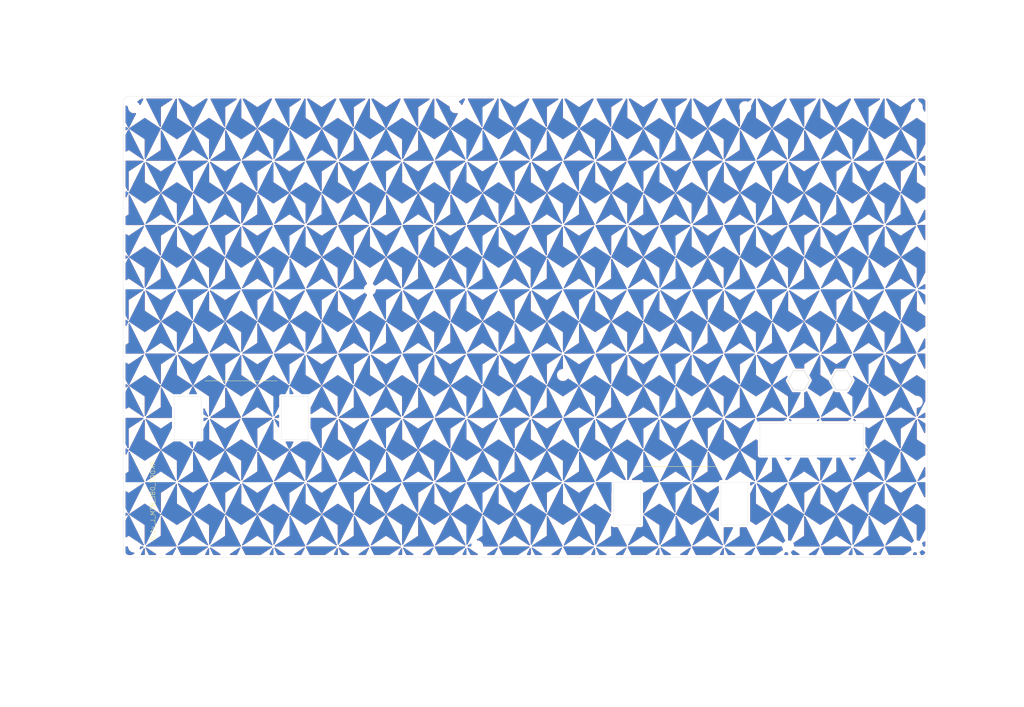
<source format=kicad_pcb>
(kicad_pcb (version 20241229) (generator "pcbnew") (generator_version "9.0")
  (layers (0 "F.Cu" signal) (2 "B.Cu" signal) (13 "F.Paste" user) (15 "B.Paste" user) (5 "F.SilkS" user "F.Silkscreen") (7 "B.SilkS" user "B.Silkscreen") (1 "F.Mask" user) (3 "B.Mask" user) (25 "Edge.Cuts" user))
  (net 0 "")
  (footprint "kbd_Hole:m2_Screw_Hole" (layer "F.Cu") (at 73.81875 92.86875)
    (property "Reference" "Ref**")
    (property "Value" "Val**")
    (pad "" np_thru_hole circle (at 0 0) (size 2.2 2.2) (drill 2.2) (layers "*.Cu" "*.Mask"))
  )
  (footprint "kbd_Hole:m2_Screw_Hole" (layer "F.Cu") (at 176.2125 190.5)
    (property "Reference" "Ref**")
    (property "Value" "Val**")
    (pad "" np_thru_hole circle (at 0 0) (size 2.2 2.2) (drill 2.2) (layers "*.Cu" "*.Mask"))
  )
  (footprint "kbd_Hole:m2_Screw_Hole" (layer "F.Cu") (at 97.63125 152.4)
    (property "Reference" "M4")
    (property "Value" "Mark")
    (pad "" np_thru_hole circle (at 0 0) (size 2.2 2.2) (drill 2.2) (layers "*.Cu" "*.Mask"))
  )
  (footprint "kbd_Hole:m2_Screw_Hole" (layer "F.Cu") (at 54.76875 133.35)
    (property "Reference" "M3")
    (property "Value" "Mark")
    (pad "" np_thru_hole circle (at 0 0) (size 2.2 2.2) (drill 2.2) (layers "*.Cu" "*.Mask"))
  )
  (footprint "kbd_Hole:m2_Screw_Hole" (layer "F.Cu") (at 2.38125 190.5)
    (property "Reference" "Ref**")
    (property "Value" "Val**")
    (pad "" np_thru_hole circle (at 0 0) (size 2.2 2.2) (drill 2.2) (layers "*.Cu" "*.Mask"))
  )
  (footprint "kbd_Hole:m2_Screw_Hole" (layer "F.Cu") (at 176.2125 179.784375)
    (property "Reference" "Ref**")
    (property "Value" "Val**")
    (pad "" np_thru_hole circle (at 0 0) (size 2.2 2.2) (drill 2.2) (layers "*.Cu" "*.Mask"))
  )
  (footprint "kbd_Hole:m2_Screw_Hole" (layer "F.Cu") (at 78.58125 190.5)
    (property "Reference" "Ref**")
    (property "Value" "Val**")
    (pad "" np_thru_hole circle (at 0 0) (size 2.2 2.2) (drill 2.2) (layers "*.Cu" "*.Mask"))
  )
  (footprint "kbd_Hole:m2_Spacer_Hole_hex" (layer "F.Cu") (at 150.01875 153.590625)
    (property "Reference" "Ref**")
    (property "Value" "Val**")
    (fp_line (start -2.4 0) (end -1.2 2.15) (stroke (width 0.1)) (layer "Edge.Cuts"))
    (fp_line (start -1.2 -2.15) (end -2.4 0) (stroke (width 0.1)) (layer "Edge.Cuts"))
    (fp_line (start -1.2 2.15) (end 1.2 2.15) (stroke (width 0.1)) (layer "Edge.Cuts"))
    (fp_line (start 1.2 -2.15) (end -1.2 -2.15) (stroke (width 0.1)) (layer "Edge.Cuts"))
    (fp_line (start 1.2 2.15) (end 2.4 0) (stroke (width 0.1)) (layer "Edge.Cuts"))
    (fp_line (start 2.4 0) (end 1.2 -2.15) (stroke (width 0.1)) (layer "Edge.Cuts"))
  )
  (footprint "kbd_Hole:m2_Screw_Hole" (layer "F.Cu") (at 138.1125 92.86875)
    (property "Reference" "Ref**")
    (property "Value" "Val**")
    (pad "" np_thru_hole circle (at 0 0) (size 2.2 2.2) (drill 2.2) (layers "*.Cu" "*.Mask"))
  )
  (footprint "kbd_Hole:m2_Screw_Hole" (layer "F.Cu") (at 2.38125 92.86875)
    (property "Reference" "Ref**")
    (property "Value" "Val**")
    (pad "" np_thru_hole circle (at 0 0) (size 2.2 2.2) (drill 2.2) (layers "*.Cu" "*.Mask"))
  )
  (footprint "kbd_Hole:m2_Spacer_Hole_hex" (layer "F.Cu") (at 159.54375 153.590625)
    (property "Reference" "Ref**")
    (property "Value" "Val**")
    (fp_line (start -2.4 0) (end -1.2 2.15) (stroke (width 0.1)) (layer "Edge.Cuts"))
    (fp_line (start -1.2 -2.15) (end -2.4 0) (stroke (width 0.1)) (layer "Edge.Cuts"))
    (fp_line (start -1.2 2.15) (end 1.2 2.15) (stroke (width 0.1)) (layer "Edge.Cuts"))
    (fp_line (start 1.2 -2.15) (end -1.2 -2.15) (stroke (width 0.1)) (layer "Edge.Cuts"))
    (fp_line (start 1.2 2.15) (end 2.4 0) (stroke (width 0.1)) (layer "Edge.Cuts"))
    (fp_line (start 2.4 0) (end 1.2 -2.15) (stroke (width 0.1)) (layer "Edge.Cuts"))
  )
  (footprint "kbd_Hole:m2_Screw_Hole" (layer "F.Cu") (at 147.6375 190.5)
    (property "Reference" "Ref**")
    (property "Value" "Val**")
    (pad "" np_thru_hole circle (at 0 0) (size 2.2 2.2) (drill 2.2) (layers "*.Cu" "*.Mask"))
  )
  (footprint "kbd_Hole:m2_Screw_Hole" (layer "F.Cu") (at 176.2125 92.86875)
    (property "Reference" "Ref**")
    (property "Value" "Val**")
    (pad "" np_thru_hole circle (at 0 0) (size 2.2 2.2) (drill 2.2) (layers "*.Cu" "*.Mask"))
  )
  (footprint "kbd_Hole:m2_Screw_Hole" (layer "F.Cu") (at 176.2125 158.353125)
    (property "Reference" "Ref**")
    (property "Value" "Val**")
    (pad "" np_thru_hole circle (at 0 0) (size 2.2 2.2) (drill 2.2) (layers "*.Cu" "*.Mask"))
  )
  (footprint "Rikkodo_FootPrint:rkd_Bot_ChocV2_2u_X" (layer "F.Cu") (at 123.82505 180.975 180)
    (property "Reference" "SW25" (hide yes))
    (property "Value" "SW_Push" (hide yes))
    (fp_line (start 14.9 4.7625) (end 14.9 -4.7625) (stroke (width 0.05)) (layer "Edge.Cuts"))
    (fp_line (start 14.9 -4.7625) (end 8.9 -4.7625) (stroke (width 0.05)) (layer "Edge.Cuts"))
    (fp_line (start 8.9 4.7625) (end 14.9 4.7625) (stroke (width 0.05)) (layer "Edge.Cuts"))
    (fp_line (start 8.9 -4.7625) (end 8.9 4.7625) (stroke (width 0.05)) (layer "Edge.Cuts"))
    (fp_line (start -8.9 4.7625) (end -8.9 -4.7625) (stroke (width 0.05)) (layer "Edge.Cuts"))
    (fp_line (start -14.9 4.7625) (end -8.9 4.7625) (stroke (width 0.05)) (layer "Edge.Cuts"))
    (fp_line (start -14.9 -4.7625) (end -8.9 -4.7625) (stroke (width 0.05)) (layer "Edge.Cuts"))
    (fp_line (start -14.9 -4.7625) (end -14.9 4.7625) (stroke (width 0.05)) (layer "Edge.Cuts"))
  )
  (footprint "Rikkodo_FootPrint:rkd_Bot_ChocV2_2u_X" (layer "F.Cu") (at 26.19375 161.925 180)
    (property "Reference" "SW4" (hide yes))
    (property "Value" "SW_Push" (hide yes))
    (fp_line (start 14.9 4.7625) (end 14.9 -4.7625) (stroke (width 0.05)) (layer "Edge.Cuts"))
    (fp_line (start 14.9 -4.7625) (end 8.9 -4.7625) (stroke (width 0.05)) (layer "Edge.Cuts"))
    (fp_line (start 8.9 4.7625) (end 14.9 4.7625) (stroke (width 0.05)) (layer "Edge.Cuts"))
    (fp_line (start 8.9 -4.7625) (end 8.9 4.7625) (stroke (width 0.05)) (layer "Edge.Cuts"))
    (fp_line (start -8.9 4.7625) (end -8.9 -4.7625) (stroke (width 0.05)) (layer "Edge.Cuts"))
    (fp_line (start -14.9 4.7625) (end -8.9 4.7625) (stroke (width 0.05)) (layer "Edge.Cuts"))
    (fp_line (start -14.9 -4.7625) (end -8.9 -4.7625) (stroke (width 0.05)) (layer "Edge.Cuts"))
    (fp_line (start -14.9 -4.7625) (end -14.9 4.7625) (stroke (width 0.05)) (layer "Edge.Cuts"))
  )
  (gr_line (start 1.190627 90.478123) (end 177.403125 90.478123) (stroke (width 0.05)) (layer "Edge.Cuts"))
  (gr_line (start 0.000003 91.668748) (end 0.000135 191.690625) (stroke (width 0.05)) (layer "Edge.Cuts"))
  (gr_arc (start 1.19076 192.881115) (mid 0.348814 192.532421) (end 0.000135 191.69049) (stroke (width 0.05)) (layer "Edge.Cuts"))
  (gr_line (start 178.59375 91.678125) (end 178.59375 191.690625) (stroke (width 0.05)) (layer "Edge.Cuts"))
  (gr_arc (start 177.403125 90.478123) (mid 178.251655 90.829595) (end 178.603127 91.678125) (stroke (width 0.05)) (layer "Edge.Cuts"))
  (gr_line (start 1.190625 192.881115) (end 177.403125 192.881115) (stroke (width 0.05)) (layer "Edge.Cuts"))
  (gr_rect (start 141.3866 163.115488) (end 164.30625 170.259375) (stroke (width 0.05)) (fill no) (layer "Edge.Cuts"))
  (gr_arc (start 0.000002 91.668748) (mid 0.34873 90.826858) (end 1.190627 90.478123) (stroke (width 0.05)) (layer "Edge.Cuts"))
  (gr_arc (start 178.59375 191.690625) (mid 178.245024 192.532524) (end 177.403125 192.88125) (stroke (width 0.05)) (layer "Edge.Cuts"))
  (gr_text "RKD07_DBL_BTM_L_v1.0" (at 7.14375 171.45 90) (layer "F.SilkS") (effects (font (size 1 1) (thickness 0.1)) (justify left bottom mirror)))
  (zone (net 0) (net_name "") (layers "F.Cu" "B.Cu") (name "deco") (connect_pads (clearance 0)) (min_thickness 0.25)
    (keepout (tracks allowed) (vias allowed) (pads allowed) (copperpour not_allowed) (footprints allowed))
    (fill (thermal_gap 0.5) (thermal_bridge_width 0.5))
    (polygon (pts (xy 147.6375 190.5) (xy 151.209375 188.11875) (xy 151.209375 183.35625)))
  )
  (zone (net 0) (net_name "") (layers "F.Cu" "B.Cu") (name "deco") (connect_pads (clearance 0)) (min_thickness 0.25)
    (keepout (tracks allowed) (vias allowed) (pads allowed) (copperpour not_allowed) (footprints allowed))
    (fill (thermal_gap 0.5) (thermal_bridge_width 0.5))
    (polygon (pts (xy 183.356249 147.6375) (xy 179.784374 150.01875) (xy 179.784374 154.78125)))
  )
  (zone (net 0) (net_name "") (layers "F.Cu" "B.Cu") (name "deco") (connect_pads (clearance 0)) (min_thickness 0.25)
    (keepout (tracks allowed) (vias allowed) (pads allowed) (copperpour not_allowed) (footprints allowed))
    (fill (thermal_gap 0.5) (thermal_bridge_width 0.5))
    (polygon (pts (xy 172.640624 111.91875) (xy 176.212499 114.3) (xy 179.784374 111.91875) (xy 176.212499 119.0625)))
  )
  (zone (net 0) (net_name "") (layers "F.Cu" "B.Cu") (name "deco") (connect_pads (clearance 0)) (min_thickness 0.25)
    (keepout (tracks allowed) (vias allowed) (pads allowed) (copperpour not_allowed) (footprints allowed))
    (fill (thermal_gap 0.5) (thermal_bridge_width 0.5))
    (polygon (pts (xy -23.8125 223.8375) (xy -20.240625 226.21875) (xy -23.8125 219.075)))
  )
  (zone (net 0) (net_name "") (layers "F.Cu" "B.Cu") (name "deco") (connect_pads (clearance 0)) (min_thickness 0.25)
    (keepout (tracks allowed) (vias allowed) (pads allowed) (copperpour not_allowed) (footprints allowed))
    (fill (thermal_gap 0.5) (thermal_bridge_width 0.5))
    (polygon (pts (xy -20.240625 97.63125) (xy -23.8125 95.25) (xy -27.384374 97.63125) (xy -23.8125 90.487501)))
  )
  (zone (net 0) (net_name "") (layers "F.Cu" "B.Cu") (name "deco") (connect_pads (clearance 0)) (min_thickness 0.25)
    (keepout (tracks allowed) (vias allowed) (pads allowed) (copperpour not_allowed) (footprints allowed))
    (fill (thermal_gap 0.5) (thermal_bridge_width 0.5))
    (polygon (pts (xy 76.199999 166.6875) (xy 79.771874 169.06875) (xy 76.199999 161.925)))
  )
  (zone (net 0) (net_name "") (layers "F.Cu" "B.Cu") (name "deco") (connect_pads (clearance 0)) (min_thickness 0.25)
    (keepout (tracks allowed) (vias allowed) (pads allowed) (copperpour not_allowed) (footprints allowed))
    (fill (thermal_gap 0.5) (thermal_bridge_width 0.5))
    (polygon (pts (xy 29.765625 226.21875) (xy 26.19375 223.8375) (xy 22.621876 226.21875) (xy 26.19375 219.075001)))
  )
  (zone (net 0) (net_name "") (layers "F.Cu" "B.Cu") (name "deco") (connect_pads (clearance 0)) (min_thickness 0.25)
    (keepout (tracks allowed) (vias allowed) (pads allowed) (copperpour not_allowed) (footprints allowed))
    (fill (thermal_gap 0.5) (thermal_bridge_width 0.5))
    (polygon (pts (xy 147.6375 219.075) (xy 144.065625 216.69375) (xy 140.49375 219.075)))
  )
  (zone (net 0) (net_name "") (layers "F.Cu" "B.Cu") (name "deco") (connect_pads (clearance 0)) (min_thickness 0.25)
    (keepout (tracks allowed) (vias allowed) (pads allowed) (copperpour not_allowed) (footprints allowed))
    (fill (thermal_gap 0.5) (thermal_bridge_width 0.5))
    (polygon (pts (xy 147.6375 185.7375) (xy 144.065625 183.35625) (xy 147.6375 190.5)))
  )
  (zone (net 0) (net_name "") (layers "F.Cu" "B.Cu") (name "deco") (connect_pads (clearance 0)) (min_thickness 0.25)
    (keepout (tracks allowed) (vias allowed) (pads allowed) (copperpour not_allowed) (footprints allowed))
    (fill (thermal_gap 0.5) (thermal_bridge_width 0.5))
    (polygon (pts (xy -27.384375 197.64375) (xy -23.8125 200.025) (xy -20.240625 197.64375) (xy -23.8125 204.7875)))
  )
  (zone (net 0) (net_name "") (layers "F.Cu" "B.Cu") (name "deco") (connect_pads (clearance 0)) (min_thickness 0.25)
    (keepout (tracks allowed) (vias allowed) (pads allowed) (copperpour not_allowed) (footprints allowed))
    (fill (thermal_gap 0.5) (thermal_bridge_width 0.5))
    (polygon (pts (xy 90.487499 161.925) (xy 94.059374 159.54375) (xy 94.059374 154.78125)))
  )
  (zone (net 0) (net_name "") (layers "F.Cu" "B.Cu") (name "deco") (connect_pads (clearance 0)) (min_thickness 0.25)
    (keepout (tracks allowed) (vias allowed) (pads allowed) (copperpour not_allowed) (footprints allowed))
    (fill (thermal_gap 0.5) (thermal_bridge_width 0.5))
    (polygon (pts (xy 111.91875 176.2125) (xy 108.346875 173.83125) (xy 104.775 176.2125)))
  )
  (zone (net 0) (net_name "") (layers "F.Cu" "B.Cu") (name "deco") (connect_pads (clearance 0)) (min_thickness 0.25)
    (keepout (tracks allowed) (vias allowed) (pads allowed) (copperpour not_allowed) (footprints allowed))
    (fill (thermal_gap 0.5) (thermal_bridge_width 0.5))
    (polygon (pts (xy 90.487499 133.35) (xy 86.915624 130.96875) (xy 83.343749 133.35)))
  )
  (zone (net 0) (net_name "") (layers "F.Cu" "B.Cu") (name "deco") (connect_pads (clearance 0)) (min_thickness 0.25)
    (keepout (tracks allowed) (vias allowed) (pads allowed) (copperpour not_allowed) (footprints allowed))
    (fill (thermal_gap 0.5) (thermal_bridge_width 0.5))
    (polygon (pts (xy 183.35625 176.2125) (xy 186.928125 178.59375) (xy 190.5 176.2125)))
  )
  (zone (net 0) (net_name "") (layers "F.Cu" "B.Cu") (name "deco") (connect_pads (clearance 0)) (min_thickness 0.25)
    (keepout (tracks allowed) (vias allowed) (pads allowed) (copperpour not_allowed) (footprints allowed))
    (fill (thermal_gap 0.5) (thermal_bridge_width 0.5))
    (polygon (pts (xy 161.924999 161.925) (xy 165.496874 159.54375) (xy 165.496874 154.78125)))
  )
  (zone (net 0) (net_name "") (layers "F.Cu" "B.Cu") (name "deco") (connect_pads (clearance 0)) (min_thickness 0.25)
    (keepout (tracks allowed) (vias allowed) (pads allowed) (copperpour not_allowed) (footprints allowed))
    (fill (thermal_gap 0.5) (thermal_bridge_width 0.5))
    (polygon (pts (xy 104.775 109.5375) (xy 108.346875 111.91875) (xy 104.775 104.775)))
  )
  (zone (net 0) (net_name "") (layers "F.Cu" "B.Cu") (name "deco") (connect_pads (clearance 0)) (min_thickness 0.25)
    (keepout (tracks allowed) (vias allowed) (pads allowed) (copperpour not_allowed) (footprints allowed))
    (fill (thermal_gap 0.5) (thermal_bridge_width 0.5))
    (polygon (pts (xy 76.199999 161.925) (xy 72.628124 164.30625) (xy 72.628124 169.06875)))
  )
  (zone (net 0) (net_name "") (layers "F.Cu" "B.Cu") (name "deco") (connect_pads (clearance 0)) (min_thickness 0.25)
    (keepout (tracks allowed) (vias allowed) (pads allowed) (copperpour not_allowed) (footprints allowed))
    (fill (thermal_gap 0.5) (thermal_bridge_width 0.5))
    (polygon (pts (xy 33.3375 71.4375) (xy 29.765625 69.05625) (xy 33.3375 76.2)))
  )
  (zone (net 0) (net_name "") (layers "F.Cu" "B.Cu") (name "deco") (connect_pads (clearance 0)) (min_thickness 0.25)
    (keepout (tracks allowed) (vias allowed) (pads allowed) (copperpour not_allowed) (footprints allowed))
    (fill (thermal_gap 0.5) (thermal_bridge_width 0.5))
    (polygon (pts (xy 133.35 71.4375) (xy 129.778125 69.05625) (xy 133.35 76.2)))
  )
  (zone (net 0) (net_name "") (layers "F.Cu" "B.Cu") (name "deco") (connect_pads (clearance 0)) (min_thickness 0.25)
    (keepout (tracks allowed) (vias allowed) (pads allowed) (copperpour not_allowed) (footprints allowed))
    (fill (thermal_gap 0.5) (thermal_bridge_width 0.5))
    (polygon (pts (xy 8.334375 211.93125) (xy 4.7625 209.55) (xy 1.190626 211.93125) (xy 4.7625 204.787501)))
  )
  (zone (net 0) (net_name "") (layers "F.Cu" "B.Cu") (name "deco") (connect_pads (clearance 0)) (min_thickness 0.25)
    (keepout (tracks allowed) (vias allowed) (pads allowed) (copperpour not_allowed) (footprints allowed))
    (fill (thermal_gap 0.5) (thermal_bridge_width 0.5))
    (polygon (pts (xy 90.4875 219.075) (xy 94.059375 216.69375) (xy 94.059375 211.93125)))
  )
  (zone (net 0) (net_name "") (layers "F.Cu" "B.Cu") (name "deco") (connect_pads (clearance 0)) (min_thickness 0.25)
    (keepout (tracks allowed) (vias allowed) (pads allowed) (copperpour not_allowed) (footprints allowed))
    (fill (thermal_gap 0.5) (thermal_bridge_width 0.5))
    (polygon (pts (xy 183.35625 204.7875) (xy 179.784375 207.16875) (xy 179.784375 211.93125)))
  )
  (zone (net 0) (net_name "") (layers "F.Cu" "B.Cu") (name "deco") (connect_pads (clearance 0)) (min_thickness 0.25)
    (keepout (tracks allowed) (vias allowed) (pads allowed) (copperpour not_allowed) (footprints allowed))
    (fill (thermal_gap 0.5) (thermal_bridge_width 0.5))
    (polygon (pts (xy -2.38125 176.2125) (xy -5.953125 178.59375) (xy -5.953125 183.35625)))
  )
  (zone (net 0) (net_name "") (layers "F.Cu" "B.Cu") (name "deco") (connect_pads (clearance 0)) (min_thickness 0.25)
    (keepout (tracks allowed) (vias allowed) (pads allowed) (copperpour not_allowed) (footprints allowed))
    (fill (thermal_gap 0.5) (thermal_bridge_width 0.5))
    (polygon (pts (xy 115.490625 197.64375) (xy 119.0625 200.025) (xy 122.634375 197.64375) (xy 119.0625 204.7875)))
  )
  (zone (net 0) (net_name "") (layers "F.Cu" "B.Cu") (name "deco") (connect_pads (clearance 0)) (min_thickness 0.25)
    (keepout (tracks allowed) (vias allowed) (pads allowed) (copperpour not_allowed) (footprints allowed))
    (fill (thermal_gap 0.5) (thermal_bridge_width 0.5))
    (polygon (pts (xy 19.05 109.5375) (xy 22.621875 111.91875) (xy 19.05 104.775)))
  )
  (zone (net 0) (net_name "") (layers "F.Cu" "B.Cu") (name "deco") (connect_pads (clearance 0)) (min_thickness 0.25)
    (keepout (tracks allowed) (vias allowed) (pads allowed) (copperpour not_allowed) (footprints allowed))
    (fill (thermal_gap 0.5) (thermal_bridge_width 0.5))
    (polygon (pts (xy 176.2125 223.8375) (xy 179.784375 226.21875) (xy 176.2125 219.075)))
  )
  (zone (net 0) (net_name "") (layers "F.Cu" "B.Cu") (name "deco") (connect_pads (clearance 0)) (min_thickness 0.25)
    (keepout (tracks allowed) (vias allowed) (pads allowed) (copperpour not_allowed) (footprints allowed))
    (fill (thermal_gap 0.5) (thermal_bridge_width 0.5))
    (polygon (pts (xy 115.490624 140.49375) (xy 119.062499 142.875) (xy 122.634374 140.49375) (xy 119.062499 147.6375)))
  )
  (zone (net 0) (net_name "") (layers "F.Cu" "B.Cu") (name "deco") (connect_pads (clearance 0)) (min_thickness 0.25)
    (keepout (tracks allowed) (vias allowed) (pads allowed) (copperpour not_allowed) (footprints allowed))
    (fill (thermal_gap 0.5) (thermal_bridge_width 0.5))
    (polygon (pts (xy 58.340624 140.49375) (xy 54.768749 138.1125) (xy 51.196875 140.49375) (xy 54.768749 133.350001)))
  )
  (zone (net 0) (net_name "") (layers "F.Cu" "B.Cu") (name "deco") (connect_pads (clearance 0)) (min_thickness 0.25)
    (keepout (tracks allowed) (vias allowed) (pads allowed) (copperpour not_allowed) (footprints allowed))
    (fill (thermal_gap 0.5) (thermal_bridge_width 0.5))
    (polygon (pts (xy 119.062499 133.35) (xy 122.634374 135.73125) (xy 126.206249 133.35)))
  )
  (zone (net 0) (net_name "") (layers "F.Cu" "B.Cu") (name "deco") (connect_pads (clearance 0)) (min_thickness 0.25)
    (keepout (tracks allowed) (vias allowed) (pads allowed) (copperpour not_allowed) (footprints allowed))
    (fill (thermal_gap 0.5) (thermal_bridge_width 0.5))
    (polygon (pts (xy 83.343749 114.3) (xy 79.771874 111.91875) (xy 83.343749 119.0625)))
  )
  (zone (net 0) (net_name "") (layers "F.Cu" "B.Cu") (name "deco") (connect_pads (clearance 0)) (min_thickness 0.25)
    (keepout (tracks allowed) (vias allowed) (pads allowed) (copperpour not_allowed) (footprints allowed))
    (fill (thermal_gap 0.5) (thermal_bridge_width 0.5))
    (polygon (pts (xy 161.925 100.0125) (xy 158.353125 97.63125) (xy 161.925 104.775)))
  )
  (zone (net 0) (net_name "") (layers "F.Cu" "B.Cu") (name "deco") (connect_pads (clearance 0)) (min_thickness 0.25)
    (keepout (tracks allowed) (vias allowed) (pads allowed) (copperpour not_allowed) (footprints allowed))
    (fill (thermal_gap 0.5) (thermal_bridge_width 0.5))
    (polygon (pts (xy 4.762499 133.35) (xy 1.190624 135.73125) (xy 1.190624 140.49375)))
  )
  (zone (net 0) (net_name "") (layers "F.Cu" "B.Cu") (name "deco") (connect_pads (clearance 0)) (min_thickness 0.25)
    (keepout (tracks allowed) (vias allowed) (pads allowed) (copperpour not_allowed) (footprints allowed))
    (fill (thermal_gap 0.5) (thermal_bridge_width 0.5))
    (polygon (pts (xy 126.20625 85.725) (xy 122.634375 83.34375) (xy 126.20625 90.4875)))
  )
  (zone (net 0) (net_name "") (layers "F.Cu" "B.Cu") (name "deco") (connect_pads (clearance 0)) (min_thickness 0.25)
    (keepout (tracks allowed) (vias allowed) (pads allowed) (copperpour not_allowed) (footprints allowed))
    (fill (thermal_gap 0.5) (thermal_bridge_width 0.5))
    (polygon (pts (xy 169.068749 147.6375) (xy 172.640624 150.01875) (xy 176.212499 147.6375)))
  )
  (zone (net 0) (net_name "") (layers "F.Cu" "B.Cu") (name "deco") (connect_pads (clearance 0)) (min_thickness 0.25)
    (keepout (tracks allowed) (vias allowed) (pads allowed) (copperpour not_allowed) (footprints allowed))
    (fill (thermal_gap 0.5) (thermal_bridge_width 0.5))
    (polygon (pts (xy 26.193749 119.0625) (xy 29.765624 116.68125) (xy 29.765624 111.91875)))
  )
  (zone (net 0) (net_name "") (layers "F.Cu" "B.Cu") (name "deco") (connect_pads (clearance 0)) (min_thickness 0.25)
    (keepout (tracks allowed) (vias allowed) (pads allowed) (copperpour not_allowed) (footprints allowed))
    (fill (thermal_gap 0.5) (thermal_bridge_width 0.5))
    (polygon (pts (xy -23.812501 166.6875) (xy -20.240626 169.06875) (xy -23.812501 161.925)))
  )
  (zone (net 0) (net_name "") (layers "F.Cu" "B.Cu") (name "deco") (connect_pads (clearance 0)) (min_thickness 0.25)
    (keepout (tracks allowed) (vias allowed) (pads allowed) (copperpour not_allowed) (footprints allowed))
    (fill (thermal_gap 0.5) (thermal_bridge_width 0.5))
    (polygon (pts (xy 19.05 71.4375) (xy 15.478125 69.05625) (xy 19.05 76.2)))
  )
  (zone (net 0) (net_name "") (layers "F.Cu" "B.Cu") (name "deco") (connect_pads (clearance 0)) (min_thickness 0.25)
    (keepout (tracks allowed) (vias allowed) (pads allowed) (copperpour not_allowed) (footprints allowed))
    (fill (thermal_gap 0.5) (thermal_bridge_width 0.5))
    (polygon (pts (xy 190.5 223.8375) (xy 194.071875 226.21875) (xy 190.5 219.075)))
  )
  (zone (net 0) (net_name "") (layers "F.Cu" "B.Cu") (name "deco") (connect_pads (clearance 0)) (min_thickness 0.25)
    (keepout (tracks allowed) (vias allowed) (pads allowed) (copperpour not_allowed) (footprints allowed))
    (fill (thermal_gap 0.5) (thermal_bridge_width 0.5))
    (polygon (pts (xy -9.525001 161.925) (xy -13.096876 159.54375) (xy -16.668751 161.925)))
  )
  (zone (net 0) (net_name "") (layers "F.Cu" "B.Cu") (name "deco") (connect_pads (clearance 0)) (min_thickness 0.25)
    (keepout (tracks allowed) (vias allowed) (pads allowed) (copperpour not_allowed) (footprints allowed))
    (fill (thermal_gap 0.5) (thermal_bridge_width 0.5))
    (polygon (pts (xy -27.384376 140.49375) (xy -23.812501 142.875) (xy -20.240626 140.49375) (xy -23.812501 147.6375)))
  )
  (zone (net 0) (net_name "") (layers "F.Cu" "B.Cu") (name "deco") (connect_pads (clearance 0)) (min_thickness 0.25)
    (keepout (tracks allowed) (vias allowed) (pads allowed) (copperpour not_allowed) (footprints allowed))
    (fill (thermal_gap 0.5) (thermal_bridge_width 0.5))
    (polygon (pts (xy 33.3375 190.5) (xy 36.909375 192.88125) (xy 40.48125 190.5)))
  )
  (zone (net 0) (net_name "") (layers "F.Cu" "B.Cu") (name "deco") (connect_pads (clearance 0)) (min_thickness 0.25)
    (keepout (tracks allowed) (vias allowed) (pads allowed) (copperpour not_allowed) (footprints allowed))
    (fill (thermal_gap 0.5) (thermal_bridge_width 0.5))
    (polygon (pts (xy 15.478125 197.64375) (xy 19.05 200.025) (xy 22.621875 197.64375) (xy 19.05 204.7875)))
  )
  (zone (net 0) (net_name "") (layers "F.Cu" "B.Cu") (name "deco") (connect_pads (clearance 0)) (min_thickness 0.25)
    (keepout (tracks allowed) (vias allowed) (pads allowed) (copperpour not_allowed) (footprints allowed))
    (fill (thermal_gap 0.5) (thermal_bridge_width 0.5))
    (polygon (pts (xy -5.953125 211.93125) (xy -9.525 209.55) (xy -13.096874 211.93125) (xy -9.525 204.787501)))
  )
  (zone (net 0) (net_name "") (layers "F.Cu" "B.Cu") (name "deco") (connect_pads (clearance 0)) (min_thickness 0.25)
    (keepout (tracks allowed) (vias allowed) (pads allowed) (copperpour not_allowed) (footprints allowed))
    (fill (thermal_gap 0.5) (thermal_bridge_width 0.5))
    (polygon (pts (xy -16.66875 176.2125) (xy -20.240625 178.59375) (xy -20.240625 183.35625)))
  )
  (zone (net 0) (net_name "") (layers "F.Cu" "B.Cu") (name "deco") (connect_pads (clearance 0)) (min_thickness 0.25)
    (keepout (tracks allowed) (vias allowed) (pads allowed) (copperpour not_allowed) (footprints allowed))
    (fill (thermal_gap 0.5) (thermal_bridge_width 0.5))
    (polygon (pts (xy 76.199999 157.1625) (xy 72.628124 154.78125) (xy 76.199999 161.925)))
  )
  (zone (net 0) (net_name "") (layers "F.Cu" "B.Cu") (name "deco") (connect_pads (clearance 0)) (min_thickness 0.25)
    (keepout (tracks allowed) (vias allowed) (pads allowed) (copperpour not_allowed) (footprints allowed))
    (fill (thermal_gap 0.5) (thermal_bridge_width 0.5))
    (polygon (pts (xy -13.096876 169.06875) (xy -16.668751 166.6875) (xy -20.240625 169.06875) (xy -16.668751 161.925001)))
  )
  (zone (net 0) (net_name "") (layers "F.Cu" "B.Cu") (name "deco") (connect_pads (clearance 0)) (min_thickness 0.25)
    (keepout (tracks allowed) (vias allowed) (pads allowed) (copperpour not_allowed) (footprints allowed))
    (fill (thermal_gap 0.5) (thermal_bridge_width 0.5))
    (polygon (pts (xy 69.05625 90.4875) (xy 72.628125 88.10625) (xy 72.628125 83.34375)))
  )
  (zone (net 0) (net_name "") (layers "F.Cu" "B.Cu") (name "deco") (connect_pads (clearance 0)) (min_thickness 0.25)
    (keepout (tracks allowed) (vias allowed) (pads allowed) (copperpour not_allowed) (footprints allowed))
    (fill (thermal_gap 0.5) (thermal_bridge_width 0.5))
    (polygon (pts (xy 15.478125 111.91875) (xy 11.90625 109.5375) (xy 8.334376 111.91875) (xy 11.90625 104.775001)))
  )
  (zone (net 0) (net_name "") (layers "F.Cu" "B.Cu") (name "deco") (connect_pads (clearance 0)) (min_thickness 0.25)
    (keepout (tracks allowed) (vias allowed) (pads allowed) (copperpour not_allowed) (footprints allowed))
    (fill (thermal_gap 0.5) (thermal_bridge_width 0.5))
    (polygon (pts (xy 69.056249 147.6375) (xy 65.484374 150.01875) (xy 65.484374 154.78125)))
  )
  (zone (net 0) (net_name "") (layers "F.Cu" "B.Cu") (name "deco") (connect_pads (clearance 0)) (min_thickness 0.25)
    (keepout (tracks allowed) (vias allowed) (pads allowed) (copperpour not_allowed) (footprints allowed))
    (fill (thermal_gap 0.5) (thermal_bridge_width 0.5))
    (polygon (pts (xy 83.34375 200.025) (xy 79.771875 197.64375) (xy 83.34375 204.7875)))
  )
  (zone (net 0) (net_name "") (layers "F.Cu" "B.Cu") (name "deco") (connect_pads (clearance 0)) (min_thickness 0.25)
    (keepout (tracks allowed) (vias allowed) (pads allowed) (copperpour not_allowed) (footprints allowed))
    (fill (thermal_gap 0.5) (thermal_bridge_width 0.5))
    (polygon (pts (xy 40.481249 119.0625) (xy 36.909374 116.68125) (xy 33.337499 119.0625)))
  )
  (zone (net 0) (net_name "") (layers "F.Cu" "B.Cu") (name "deco") (connect_pads (clearance 0)) (min_thickness 0.25)
    (keepout (tracks allowed) (vias allowed) (pads allowed) (copperpour not_allowed) (footprints allowed))
    (fill (thermal_gap 0.5) (thermal_bridge_width 0.5))
    (polygon (pts (xy 144.065625 111.91875) (xy 140.49375 109.5375) (xy 136.921876 111.91875) (xy 140.49375 104.775001)))
  )
  (zone (net 0) (net_name "") (layers "F.Cu" "B.Cu") (name "deco") (connect_pads (clearance 0)) (min_thickness 0.25)
    (keepout (tracks allowed) (vias allowed) (pads allowed) (copperpour not_allowed) (footprints allowed))
    (fill (thermal_gap 0.5) (thermal_bridge_width 0.5))
    (polygon (pts (xy 147.6375 195.2625) (xy 151.209375 197.64375) (xy 147.6375 190.5)))
  )
  (zone (net 0) (net_name "") (layers "F.Cu" "B.Cu") (name "deco") (connect_pads (clearance 0)) (min_thickness 0.25)
    (keepout (tracks allowed) (vias allowed) (pads allowed) (copperpour not_allowed) (footprints allowed))
    (fill (thermal_gap 0.5) (thermal_bridge_width 0.5))
    (polygon (pts (xy 19.05 104.775) (xy 22.621875 102.39375) (xy 22.621875 97.63125)))
  )
  (zone (net 0) (net_name "") (layers "F.Cu" "B.Cu") (name "deco") (connect_pads (clearance 0)) (min_thickness 0.25)
    (keepout (tracks allowed) (vias allowed) (pads allowed) (copperpour not_allowed) (footprints allowed))
    (fill (thermal_gap 0.5) (thermal_bridge_width 0.5))
    (polygon (pts (xy 97.63125 180.975) (xy 101.203125 183.35625) (xy 97.63125 176.2125)))
  )
  (zone (net 0) (net_name "") (layers "F.Cu" "B.Cu") (name "deco") (connect_pads (clearance 0)) (min_thickness 0.25)
    (keepout (tracks allowed) (vias allowed) (pads allowed) (copperpour not_allowed) (footprints allowed))
    (fill (thermal_gap 0.5) (thermal_bridge_width 0.5))
    (polygon (pts (xy 33.3375 223.8375) (xy 36.909375 226.21875) (xy 33.3375 219.075)))
  )
  (zone (net 0) (net_name "") (layers "F.Cu" "B.Cu") (name "deco") (connect_pads (clearance 0)) (min_thickness 0.25)
    (keepout (tracks allowed) (vias allowed) (pads allowed) (copperpour not_allowed) (footprints allowed))
    (fill (thermal_gap 0.5) (thermal_bridge_width 0.5))
    (polygon (pts (xy 4.7625 190.5) (xy 1.190625 192.88125) (xy 1.190625 197.64375)))
  )
  (zone (net 0) (net_name "") (layers "F.Cu" "B.Cu") (name "deco") (connect_pads (clearance 0)) (min_thickness 0.25)
    (keepout (tracks allowed) (vias allowed) (pads allowed) (copperpour not_allowed) (footprints allowed))
    (fill (thermal_gap 0.5) (thermal_bridge_width 0.5))
    (polygon (pts (xy 136.921875 183.35625) (xy 133.35 180.975) (xy 129.778126 183.35625) (xy 133.35 176.212501)))
  )
  (zone (net 0) (net_name "") (layers "F.Cu" "B.Cu") (name "deco") (connect_pads (clearance 0)) (min_thickness 0.25)
    (keepout (tracks allowed) (vias allowed) (pads allowed) (copperpour not_allowed) (footprints allowed))
    (fill (thermal_gap 0.5) (thermal_bridge_width 0.5))
    (polygon (pts (xy -5.953126 126.20625) (xy -2.381251 128.5875) (xy 1.190624 126.20625) (xy -2.381251 133.35)))
  )
  (zone (net 0) (net_name "") (layers "F.Cu" "B.Cu") (name "deco") (connect_pads (clearance 0)) (min_thickness 0.25)
    (keepout (tracks allowed) (vias allowed) (pads allowed) (copperpour not_allowed) (footprints allowed))
    (fill (thermal_gap 0.5) (thermal_bridge_width 0.5))
    (polygon (pts (xy 119.0625 109.5375) (xy 122.634375 111.91875) (xy 119.0625 104.775)))
  )
  (zone (net 0) (net_name "") (layers "F.Cu" "B.Cu") (name "deco") (connect_pads (clearance 0)) (min_thickness 0.25)
    (keepout (tracks allowed) (vias allowed) (pads allowed) (copperpour not_allowed) (footprints allowed))
    (fill (thermal_gap 0.5) (thermal_bridge_width 0.5))
    (polygon (pts (xy 47.625 76.2) (xy 44.053125 73.81875) (xy 40.48125 76.2)))
  )
  (zone (net 0) (net_name "") (layers "F.Cu" "B.Cu") (name "deco") (connect_pads (clearance 0)) (min_thickness 0.25)
    (keepout (tracks allowed) (vias allowed) (pads allowed) (copperpour not_allowed) (footprints allowed))
    (fill (thermal_gap 0.5) (thermal_bridge_width 0.5))
    (polygon (pts (xy 119.062499 133.35) (xy 115.490624 130.96875) (xy 111.918749 133.35)))
  )
  (zone (net 0) (net_name "") (layers "F.Cu" "B.Cu") (name "deco") (connect_pads (clearance 0)) (min_thickness 0.25)
    (keepout (tracks allowed) (vias allowed) (pads allowed) (copperpour not_allowed) (footprints allowed))
    (fill (thermal_gap 0.5) (thermal_bridge_width 0.5))
    (polygon (pts (xy 33.3375 76.2) (xy 36.909375 78.58125) (xy 40.48125 76.2)))
  )
  (zone (net 0) (net_name "") (layers "F.Cu" "B.Cu") (name "deco") (connect_pads (clearance 0)) (min_thickness 0.25)
    (keepout (tracks allowed) (vias allowed) (pads allowed) (copperpour not_allowed) (footprints allowed))
    (fill (thermal_gap 0.5) (thermal_bridge_width 0.5))
    (polygon (pts (xy 61.9125 100.0125) (xy 58.340625 97.63125) (xy 61.9125 104.775)))
  )
  (zone (net 0) (net_name "") (layers "F.Cu" "B.Cu") (name "deco") (connect_pads (clearance 0)) (min_thickness 0.25)
    (keepout (tracks allowed) (vias allowed) (pads allowed) (copperpour not_allowed) (footprints allowed))
    (fill (thermal_gap 0.5) (thermal_bridge_width 0.5))
    (polygon (pts (xy 69.056249 147.6375) (xy 65.484374 145.25625) (xy 61.912499 147.6375)))
  )
  (zone (net 0) (net_name "") (layers "F.Cu" "B.Cu") (name "deco") (connect_pads (clearance 0)) (min_thickness 0.25)
    (keepout (tracks allowed) (vias allowed) (pads allowed) (copperpour not_allowed) (footprints allowed))
    (fill (thermal_gap 0.5) (thermal_bridge_width 0.5))
    (polygon (pts (xy 86.915624 169.06875) (xy 83.343749 166.6875) (xy 79.771875 169.06875) (xy 83.343749 161.925001)))
  )
  (zone (net 0) (net_name "") (layers "F.Cu" "B.Cu") (name "deco") (connect_pads (clearance 0)) (min_thickness 0.25)
    (keepout (tracks allowed) (vias allowed) (pads allowed) (copperpour not_allowed) (footprints allowed))
    (fill (thermal_gap 0.5) (thermal_bridge_width 0.5))
    (polygon (pts (xy -9.525001 133.35) (xy -13.096876 130.96875) (xy -16.668751 133.35)))
  )
  (zone (net 0) (net_name "") (layers "F.Cu" "B.Cu") (name "deco") (connect_pads (clearance 0)) (min_thickness 0.25)
    (keepout (tracks allowed) (vias allowed) (pads allowed) (copperpour not_allowed) (footprints allowed))
    (fill (thermal_gap 0.5) (thermal_bridge_width 0.5))
    (polygon (pts (xy 179.784375 97.63125) (xy 183.35625 100.0125) (xy 186.928125 97.63125) (xy 183.35625 104.775)))
  )
  (zone (net 0) (net_name "") (layers "F.Cu" "B.Cu") (name "deco") (connect_pads (clearance 0)) (min_thickness 0.25)
    (keepout (tracks allowed) (vias allowed) (pads allowed) (copperpour not_allowed) (footprints allowed))
    (fill (thermal_gap 0.5) (thermal_bridge_width 0.5))
    (polygon (pts (xy 76.2 76.2) (xy 79.771875 73.81875) (xy 79.771875 69.05625)))
  )
  (zone (net 0) (net_name "") (layers "F.Cu" "B.Cu") (name "deco") (connect_pads (clearance 0)) (min_thickness 0.25)
    (keepout (tracks allowed) (vias allowed) (pads allowed) (copperpour not_allowed) (footprints allowed))
    (fill (thermal_gap 0.5) (thermal_bridge_width 0.5))
    (polygon (pts (xy 54.768749 119.0625) (xy 58.340624 116.68125) (xy 58.340624 111.91875)))
  )
  (zone (net 0) (net_name "") (layers "F.Cu" "B.Cu") (name "deco") (connect_pads (clearance 0)) (min_thickness 0.25)
    (keepout (tracks allowed) (vias allowed) (pads allowed) (copperpour not_allowed) (footprints allowed))
    (fill (thermal_gap 0.5) (thermal_bridge_width 0.5))
    (polygon (pts (xy 183.35625 204.7875) (xy 179.784375 202.40625) (xy 176.2125 204.7875)))
  )
  (zone (net 0) (net_name "") (layers "F.Cu" "B.Cu") (name "deco") (connect_pads (clearance 0)) (min_thickness 0.25)
    (keepout (tracks allowed) (vias allowed) (pads allowed) (copperpour not_allowed) (footprints allowed))
    (fill (thermal_gap 0.5) (thermal_bridge_width 0.5))
    (polygon (pts (xy -16.66875 176.2125) (xy -13.096875 173.83125) (xy -13.096875 169.06875)))
  )
  (zone (net 0) (net_name "") (layers "F.Cu" "B.Cu") (name "deco") (connect_pads (clearance 0)) (min_thickness 0.25)
    (keepout (tracks allowed) (vias allowed) (pads allowed) (copperpour not_allowed) (footprints allowed))
    (fill (thermal_gap 0.5) (thermal_bridge_width 0.5))
    (polygon (pts (xy 61.9125 80.9625) (xy 65.484375 83.34375) (xy 61.9125 76.2)))
  )
  (zone (net 0) (net_name "") (layers "F.Cu" "B.Cu") (name "deco") (connect_pads (clearance 0)) (min_thickness 0.25)
    (keepout (tracks allowed) (vias allowed) (pads allowed) (copperpour not_allowed) (footprints allowed))
    (fill (thermal_gap 0.5) (thermal_bridge_width 0.5))
    (polygon (pts (xy 79.771874 126.20625) (xy 76.199999 123.825) (xy 72.628125 126.20625) (xy 76.199999 119.062501)))
  )
  (zone (net 0) (net_name "") (layers "F.Cu" "B.Cu") (name "deco") (connect_pads (clearance 0)) (min_thickness 0.25)
    (keepout (tracks allowed) (vias allowed) (pads allowed) (copperpour not_allowed) (footprints allowed))
    (fill (thermal_gap 0.5) (thermal_bridge_width 0.5))
    (polygon (pts (xy 4.7625 76.2) (xy 8.334375 73.81875) (xy 8.334375 69.05625)))
  )
  (zone (net 0) (net_name "") (layers "F.Cu" "B.Cu") (name "deco") (connect_pads (clearance 0)) (min_thickness 0.25)
    (keepout (tracks allowed) (vias allowed) (pads allowed) (copperpour not_allowed) (footprints allowed))
    (fill (thermal_gap 0.5) (thermal_bridge_width 0.5))
    (polygon (pts (xy 190.5 190.5) (xy 194.071875 188.11875) (xy 194.071875 183.35625)))
  )
  (zone (net 0) (net_name "") (layers "F.Cu" "B.Cu") (name "deco") (connect_pads (clearance 0)) (min_thickness 0.25)
    (keepout (tracks allowed) (vias allowed) (pads allowed) (copperpour not_allowed) (footprints allowed))
    (fill (thermal_gap 0.5) (thermal_bridge_width 0.5))
    (polygon (pts (xy 111.91875 204.7875) (xy 108.346875 202.40625) (xy 104.775 204.7875)))
  )
  (zone (net 0) (net_name "") (layers "F.Cu" "B.Cu") (name "deco") (connect_pads (clearance 0)) (min_thickness 0.25)
    (keepout (tracks allowed) (vias allowed) (pads allowed) (copperpour not_allowed) (footprints allowed))
    (fill (thermal_gap 0.5) (thermal_bridge_width 0.5))
    (polygon (pts (xy 19.05 190.5) (xy 15.478125 188.11875) (xy 11.90625 190.5)))
  )
  (zone (net 0) (net_name "") (layers "F.Cu" "B.Cu") (name "deco") (connect_pads (clearance 0)) (min_thickness 0.25)
    (keepout (tracks allowed) (vias allowed) (pads allowed) (copperpour not_allowed) (footprints allowed))
    (fill (thermal_gap 0.5) (thermal_bridge_width 0.5))
    (polygon (pts (xy 76.199999 138.1125) (xy 79.771874 140.49375) (xy 76.199999 133.35)))
  )
  (zone (net 0) (net_name "") (layers "F.Cu" "B.Cu") (name "deco") (connect_pads (clearance 0)) (min_thickness 0.25)
    (keepout (tracks allowed) (vias allowed) (pads allowed) (copperpour not_allowed) (footprints allowed))
    (fill (thermal_gap 0.5) (thermal_bridge_width 0.5))
    (polygon (pts (xy 8.334374 154.78125) (xy 4.762499 152.4) (xy 1.190625 154.78125) (xy 4.762499 147.637501)))
  )
  (zone (net 0) (net_name "") (layers "F.Cu" "B.Cu") (name "deco") (connect_pads (clearance 0)) (min_thickness 0.25)
    (keepout (tracks allowed) (vias allowed) (pads allowed) (copperpour not_allowed) (footprints allowed))
    (fill (thermal_gap 0.5) (thermal_bridge_width 0.5))
    (polygon (pts (xy 94.059375 211.93125) (xy 90.4875 209.55) (xy 86.915626 211.93125) (xy 90.4875 204.787501)))
  )
  (zone (net 0) (net_name "") (layers "F.Cu" "B.Cu") (name "deco") (connect_pads (clearance 0)) (min_thickness 0.25)
    (keepout (tracks allowed) (vias allowed) (pads allowed) (copperpour not_allowed) (footprints allowed))
    (fill (thermal_gap 0.5) (thermal_bridge_width 0.5))
    (polygon (pts (xy 29.765625 83.34375) (xy 26.19375 80.9625) (xy 22.621876 83.34375) (xy 26.19375 76.200001)))
  )
  (zone (net 0) (net_name "") (layers "F.Cu" "B.Cu") (name "deco") (connect_pads (clearance 0)) (min_thickness 0.25)
    (keepout (tracks allowed) (vias allowed) (pads allowed) (copperpour not_allowed) (footprints allowed))
    (fill (thermal_gap 0.5) (thermal_bridge_width 0.5))
    (polygon (pts (xy 108.346874 154.78125) (xy 104.774999 152.4) (xy 101.203125 154.78125) (xy 104.774999 147.637501)))
  )
  (zone (net 0) (net_name "") (layers "F.Cu" "B.Cu") (name "deco") (connect_pads (clearance 0)) (min_thickness 0.25)
    (keepout (tracks allowed) (vias allowed) (pads allowed) (copperpour not_allowed) (footprints allowed))
    (fill (thermal_gap 0.5) (thermal_bridge_width 0.5))
    (polygon (pts (xy 176.2125 219.075) (xy 172.640625 216.69375) (xy 169.06875 219.075)))
  )
  (zone (net 0) (net_name "") (layers "F.Cu" "B.Cu") (name "deco") (connect_pads (clearance 0)) (min_thickness 0.25)
    (keepout (tracks allowed) (vias allowed) (pads allowed) (copperpour not_allowed) (footprints allowed))
    (fill (thermal_gap 0.5) (thermal_bridge_width 0.5))
    (polygon (pts (xy 165.496874 126.20625) (xy 161.924999 123.825) (xy 158.353125 126.20625) (xy 161.924999 119.062501)))
  )
  (zone (net 0) (net_name "") (layers "F.Cu" "B.Cu") (name "deco") (connect_pads (clearance 0)) (min_thickness 0.25)
    (keepout (tracks allowed) (vias allowed) (pads allowed) (copperpour not_allowed) (footprints allowed))
    (fill (thermal_gap 0.5) (thermal_bridge_width 0.5))
    (polygon (pts (xy 183.35625 176.2125) (xy 179.784375 178.59375) (xy 179.784375 183.35625)))
  )
  (zone (net 0) (net_name "") (layers "F.Cu" "B.Cu") (name "deco") (connect_pads (clearance 0)) (min_thickness 0.25)
    (keepout (tracks allowed) (vias allowed) (pads allowed) (copperpour not_allowed) (footprints allowed))
    (fill (thermal_gap 0.5) (thermal_bridge_width 0.5))
    (polygon (pts (xy -16.668751 147.6375) (xy -20.240626 150.01875) (xy -20.240626 154.78125)))
  )
  (zone (net 0) (net_name "") (layers "F.Cu" "B.Cu") (name "deco") (connect_pads (clearance 0)) (min_thickness 0.25)
    (keepout (tracks allowed) (vias allowed) (pads allowed) (copperpour not_allowed) (footprints allowed))
    (fill (thermal_gap 0.5) (thermal_bridge_width 0.5))
    (polygon (pts (xy 104.775 71.4375) (xy 101.203125 69.05625) (xy 104.775 76.2)))
  )
  (zone (net 0) (net_name "") (layers "F.Cu" "B.Cu") (name "deco") (connect_pads (clearance 0)) (min_thickness 0.25)
    (keepout (tracks allowed) (vias allowed) (pads allowed) (copperpour not_allowed) (footprints allowed))
    (fill (thermal_gap 0.5) (thermal_bridge_width 0.5))
    (polygon (pts (xy -27.384375 169.06875) (xy -23.8125 171.45) (xy -20.240625 169.06875) (xy -23.8125 176.2125)))
  )
  (zone (net 0) (net_name "") (layers "F.Cu" "B.Cu") (name "deco") (connect_pads (clearance 0)) (min_thickness 0.25)
    (keepout (tracks allowed) (vias allowed) (pads allowed) (copperpour not_allowed) (footprints allowed))
    (fill (thermal_gap 0.5) (thermal_bridge_width 0.5))
    (polygon (pts (xy 140.493749 114.3) (xy 136.921874 111.91875) (xy 140.493749 119.0625)))
  )
  (zone (net 0) (net_name "") (layers "F.Cu" "B.Cu") (name "deco") (connect_pads (clearance 0)) (min_thickness 0.25)
    (keepout (tracks allowed) (vias allowed) (pads allowed) (copperpour not_allowed) (footprints allowed))
    (fill (thermal_gap 0.5) (thermal_bridge_width 0.5))
    (polygon (pts (xy 186.928125 111.91875) (xy 183.35625 109.5375) (xy 179.784376 111.91875) (xy 183.35625 104.775001)))
  )
  (zone (net 0) (net_name "") (layers "F.Cu" "B.Cu") (name "deco") (connect_pads (clearance 0)) (min_thickness 0.25)
    (keepout (tracks allowed) (vias allowed) (pads allowed) (copperpour not_allowed) (footprints allowed))
    (fill (thermal_gap 0.5) (thermal_bridge_width 0.5))
    (polygon (pts (xy 19.049999 161.925) (xy 15.478124 159.54375) (xy 11.906249 161.925)))
  )
  (zone (net 0) (net_name "") (layers "F.Cu" "B.Cu") (name "deco") (connect_pads (clearance 0)) (min_thickness 0.25)
    (keepout (tracks allowed) (vias allowed) (pads allowed) (copperpour not_allowed) (footprints allowed))
    (fill (thermal_gap 0.5) (thermal_bridge_width 0.5))
    (polygon (pts (xy 47.625 190.5) (xy 44.053125 188.11875) (xy 40.48125 190.5)))
  )
  (zone (net 0) (net_name "") (layers "F.Cu" "B.Cu") (name "deco") (connect_pads (clearance 0)) (min_thickness 0.25)
    (keepout (tracks allowed) (vias allowed) (pads allowed) (copperpour not_allowed) (footprints allowed))
    (fill (thermal_gap 0.5) (thermal_bridge_width 0.5))
    (polygon (pts (xy 40.48125 180.975) (xy 44.053125 183.35625) (xy 40.48125 176.2125)))
  )
  (zone (net 0) (net_name "") (layers "F.Cu" "B.Cu") (name "deco") (connect_pads (clearance 0)) (min_thickness 0.25)
    (keepout (tracks allowed) (vias allowed) (pads allowed) (copperpour not_allowed) (footprints allowed))
    (fill (thermal_gap 0.5) (thermal_bridge_width 0.5))
    (polygon (pts (xy 140.49375 204.7875) (xy 136.921875 207.16875) (xy 136.921875 211.93125)))
  )
  (zone (net 0) (net_name "") (layers "F.Cu" "B.Cu") (name "deco") (connect_pads (clearance 0)) (min_thickness 0.25)
    (keepout (tracks allowed) (vias allowed) (pads allowed) (copperpour not_allowed) (footprints allowed))
    (fill (thermal_gap 0.5) (thermal_bridge_width 0.5))
    (polygon (pts (xy 40.481249 119.0625) (xy 44.053124 116.68125) (xy 44.053124 111.91875)))
  )
  (zone (net 0) (net_name "") (layers "F.Cu" "B.Cu") (name "deco") (connect_pads (clearance 0)) (min_thickness 0.25)
    (keepout (tracks allowed) (vias allowed) (pads allowed) (copperpour not_allowed) (footprints allowed))
    (fill (thermal_gap 0.5) (thermal_bridge_width 0.5))
    (polygon (pts (xy 190.499999 161.925) (xy 194.071874 159.54375) (xy 194.071874 154.78125)))
  )
  (zone (net 0) (net_name "") (layers "F.Cu" "B.Cu") (name "deco") (connect_pads (clearance 0)) (min_thickness 0.25)
    (keepout (tracks allowed) (vias allowed) (pads allowed) (copperpour not_allowed) (footprints allowed))
    (fill (thermal_gap 0.5) (thermal_bridge_width 0.5))
    (polygon (pts (xy 47.624999 161.925) (xy 44.053124 159.54375) (xy 40.481249 161.925)))
  )
  (zone (net 0) (net_name "") (layers "F.Cu" "B.Cu") (name "deco") (connect_pads (clearance 0)) (min_thickness 0.25)
    (keepout (tracks allowed) (vias allowed) (pads allowed) (copperpour not_allowed) (footprints allowed))
    (fill (thermal_gap 0.5) (thermal_bridge_width 0.5))
    (polygon (pts (xy 90.4875 76.2) (xy 86.915625 78.58125) (xy 86.915625 83.34375)))
  )
  (zone (net 0) (net_name "") (layers "F.Cu" "B.Cu") (name "deco") (connect_pads (clearance 0)) (min_thickness 0.25)
    (keepout (tracks allowed) (vias allowed) (pads allowed) (copperpour not_allowed) (footprints allowed))
    (fill (thermal_gap 0.5) (thermal_bridge_width 0.5))
    (polygon (pts (xy 26.193749 152.4) (xy 29.765624 154.78125) (xy 26.193749 147.6375)))
  )
  (zone (net 0) (net_name "") (layers "F.Cu" "B.Cu") (name "deco") (connect_pads (clearance 0)) (min_thickness 0.25)
    (keepout (tracks allowed) (vias allowed) (pads allowed) (copperpour not_allowed) (footprints allowed))
    (fill (thermal_gap 0.5) (thermal_bridge_width 0.5))
    (polygon (pts (xy 158.353124 169.06875) (xy 154.781249 166.6875) (xy 151.209375 169.06875) (xy 154.781249 161.925001)))
  )
  (zone (net 0) (net_name "") (layers "F.Cu" "B.Cu") (name "deco") (connect_pads (clearance 0)) (min_thickness 0.25)
    (keepout (tracks allowed) (vias allowed) (pads allowed) (copperpour not_allowed) (footprints allowed))
    (fill (thermal_gap 0.5) (thermal_bridge_width 0.5))
    (polygon (pts (xy 158.353124 111.91875) (xy 161.924999 114.3) (xy 165.496874 111.91875) (xy 161.924999 119.0625)))
  )
  (zone (net 0) (net_name "") (layers "F.Cu" "B.Cu") (name "deco") (connect_pads (clearance 0)) (min_thickness 0.25)
    (keepout (tracks allowed) (vias allowed) (pads allowed) (copperpour not_allowed) (footprints allowed))
    (fill (thermal_gap 0.5) (thermal_bridge_width 0.5))
    (polygon (pts (xy 190.5 219.075) (xy 194.071875 221.45625) (xy 197.64375 219.075)))
  )
  (zone (net 0) (net_name "") (layers "F.Cu" "B.Cu") (name "deco") (connect_pads (clearance 0)) (min_thickness 0.25)
    (keepout (tracks allowed) (vias allowed) (pads allowed) (copperpour not_allowed) (footprints allowed))
    (fill (thermal_gap 0.5) (thermal_bridge_width 0.5))
    (polygon (pts (xy 190.499999 157.1625) (xy 186.928124 154.78125) (xy 190.499999 161.925)))
  )
  (zone (net 0) (net_name "") (layers "F.Cu" "B.Cu") (name "deco") (connect_pads (clearance 0)) (min_thickness 0.25)
    (keepout (tracks allowed) (vias allowed) (pads allowed) (copperpour not_allowed) (footprints allowed))
    (fill (thermal_gap 0.5) (thermal_bridge_width 0.5))
    (polygon (pts (xy -13.096875 169.06875) (xy -9.525 171.45) (xy -5.953125 169.06875) (xy -9.525 176.2125)))
  )
  (zone (net 0) (net_name "") (layers "F.Cu" "B.Cu") (name "deco") (connect_pads (clearance 0)) (min_thickness 0.25)
    (keepout (tracks allowed) (vias allowed) (pads allowed) (copperpour not_allowed) (footprints allowed))
    (fill (thermal_gap 0.5) (thermal_bridge_width 0.5))
    (polygon (pts (xy 161.925 219.075) (xy 165.496875 216.69375) (xy 165.496875 211.93125)))
  )
  (zone (net 0) (net_name "") (layers "F.Cu" "B.Cu") (name "deco") (connect_pads (clearance 0)) (min_thickness 0.25)
    (keepout (tracks allowed) (vias allowed) (pads allowed) (copperpour not_allowed) (footprints allowed))
    (fill (thermal_gap 0.5) (thermal_bridge_width 0.5))
    (polygon (pts (xy 126.20625 90.4875) (xy 129.778125 92.86875) (xy 133.35 90.4875)))
  )
  (zone (net 0) (net_name "") (layers "F.Cu" "B.Cu") (name "deco") (connect_pads (clearance 0)) (min_thickness 0.25)
    (keepout (tracks allowed) (vias allowed) (pads allowed) (copperpour not_allowed) (footprints allowed))
    (fill (thermal_gap 0.5) (thermal_bridge_width 0.5))
    (polygon (pts (xy 176.212499 161.925) (xy 172.640624 159.54375) (xy 169.068749 161.925)))
  )
  (zone (net 0) (net_name "") (layers "F.Cu" "B.Cu") (name "deco") (connect_pads (clearance 0)) (min_thickness 0.25)
    (keepout (tracks allowed) (vias allowed) (pads allowed) (copperpour not_allowed) (footprints allowed))
    (fill (thermal_gap 0.5) (thermal_bridge_width 0.5))
    (polygon (pts (xy 79.771875 97.63125) (xy 83.34375 100.0125) (xy 86.915625 97.63125) (xy 83.34375 104.775)))
  )
  (zone (net 0) (net_name "") (layers "F.Cu" "B.Cu") (name "deco") (connect_pads (clearance 0)) (min_thickness 0.25)
    (keepout (tracks allowed) (vias allowed) (pads allowed) (copperpour not_allowed) (footprints allowed))
    (fill (thermal_gap 0.5) (thermal_bridge_width 0.5))
    (polygon (pts (xy 61.912499 133.35) (xy 65.484374 130.96875) (xy 65.484374 126.20625)))
  )
  (zone (net 0) (net_name "") (layers "F.Cu" "B.Cu") (name "deco") (connect_pads (clearance 0)) (min_thickness 0.25)
    (keepout (tracks allowed) (vias allowed) (pads allowed) (copperpour not_allowed) (footprints allowed))
    (fill (thermal_gap 0.5) (thermal_bridge_width 0.5))
    (polygon (pts (xy 11.90625 204.7875) (xy 8.334375 202.40625) (xy 4.7625 204.7875)))
  )
  (zone (net 0) (net_name "") (layers "F.Cu" "B.Cu") (name "deco") (connect_pads (clearance 0)) (min_thickness 0.25)
    (keepout (tracks allowed) (vias allowed) (pads allowed) (copperpour not_allowed) (footprints allowed))
    (fill (thermal_gap 0.5) (thermal_bridge_width 0.5))
    (polygon (pts (xy 197.643749 119.0625) (xy 194.071874 116.68125) (xy 190.499999 119.0625)))
  )
  (zone (net 0) (net_name "") (layers "F.Cu" "B.Cu") (name "deco") (connect_pads (clearance 0)) (min_thickness 0.25)
    (keepout (tracks allowed) (vias allowed) (pads allowed) (copperpour not_allowed) (footprints allowed))
    (fill (thermal_gap 0.5) (thermal_bridge_width 0.5))
    (polygon (pts (xy 104.775 104.775) (xy 101.203125 107.15625) (xy 101.203125 111.91875)))
  )
  (zone (net 0) (net_name "") (layers "F.Cu" "B.Cu") (name "deco") (connect_pads (clearance 0)) (min_thickness 0.25)
    (keepout (tracks allowed) (vias allowed) (pads allowed) (copperpour not_allowed) (footprints allowed))
    (fill (thermal_gap 0.5) (thermal_bridge_width 0.5))
    (polygon (pts (xy 154.78125 204.7875) (xy 158.353125 207.16875) (xy 161.925 204.7875)))
  )
  (zone (net 0) (net_name "") (layers "F.Cu" "B.Cu") (name "deco") (connect_pads (clearance 0)) (min_thickness 0.25)
    (keepout (tracks allowed) (vias allowed) (pads allowed) (copperpour not_allowed) (footprints allowed))
    (fill (thermal_gap 0.5) (thermal_bridge_width 0.5))
    (polygon (pts (xy 94.059374 154.78125) (xy 90.487499 152.4) (xy 86.915625 154.78125) (xy 90.487499 147.637501)))
  )
  (zone (net 0) (net_name "") (layers "F.Cu" "B.Cu") (name "deco") (connect_pads (clearance 0)) (min_thickness 0.25)
    (keepout (tracks allowed) (vias allowed) (pads allowed) (copperpour not_allowed) (footprints allowed))
    (fill (thermal_gap 0.5) (thermal_bridge_width 0.5))
    (polygon (pts (xy 76.2 76.2) (xy 72.628125 73.81875) (xy 69.05625 76.2)))
  )
  (zone (net 0) (net_name "") (layers "F.Cu" "B.Cu") (name "deco") (connect_pads (clearance 0)) (min_thickness 0.25)
    (keepout (tracks allowed) (vias allowed) (pads allowed) (copperpour not_allowed) (footprints allowed))
    (fill (thermal_gap 0.5) (thermal_bridge_width 0.5))
    (polygon (pts (xy 108.346874 154.78125) (xy 111.918749 157.1625) (xy 115.490624 154.78125) (xy 111.918749 161.925)))
  )
  (zone (net 0) (net_name "") (layers "F.Cu" "B.Cu") (name "deco") (connect_pads (clearance 0)) (min_thickness 0.25)
    (keepout (tracks allowed) (vias allowed) (pads allowed) (copperpour not_allowed) (footprints allowed))
    (fill (thermal_gap 0.5) (thermal_bridge_width 0.5))
    (polygon (pts (xy 161.924999 128.5875) (xy 158.353124 126.20625) (xy 161.924999 133.35)))
  )
  (zone (net 0) (net_name "") (layers "F.Cu" "B.Cu") (name "deco") (connect_pads (clearance 0)) (min_thickness 0.25)
    (keepout (tracks allowed) (vias allowed) (pads allowed) (copperpour not_allowed) (footprints allowed))
    (fill (thermal_gap 0.5) (thermal_bridge_width 0.5))
    (polygon (pts (xy 104.774999 166.6875) (xy 108.346874 169.06875) (xy 104.774999 161.925)))
  )
  (zone (net 0) (net_name "") (layers "F.Cu" "B.Cu") (name "deco") (connect_pads (clearance 0)) (min_thickness 0.25)
    (keepout (tracks allowed) (vias allowed) (pads allowed) (copperpour not_allowed) (footprints allowed))
    (fill (thermal_gap 0.5) (thermal_bridge_width 0.5))
    (polygon (pts (xy 72.628124 140.49375) (xy 69.056249 138.1125) (xy 65.484375 140.49375) (xy 69.056249 133.350001)))
  )
  (zone (net 0) (net_name "") (layers "F.Cu" "B.Cu") (name "deco") (connect_pads (clearance 0)) (min_thickness 0.25)
    (keepout (tracks allowed) (vias allowed) (pads allowed) (copperpour not_allowed) (footprints allowed))
    (fill (thermal_gap 0.5) (thermal_bridge_width 0.5))
    (polygon (pts (xy 133.349999 161.925) (xy 129.778124 159.54375) (xy 126.206249 161.925)))
  )
  (zone (net 0) (net_name "") (layers "F.Cu" "B.Cu") (name "deco") (connect_pads (clearance 0)) (min_thickness 0.25)
    (keepout (tracks allowed) (vias allowed) (pads allowed) (copperpour not_allowed) (footprints allowed))
    (fill (thermal_gap 0.5) (thermal_bridge_width 0.5))
    (polygon (pts (xy -9.525 190.5) (xy -13.096875 192.88125) (xy -13.096875 197.64375)))
  )
  (zone (net 0) (net_name "") (layers "F.Cu" "B.Cu") (name "deco") (connect_pads (clearance 0)) (min_thickness 0.25)
    (keepout (tracks allowed) (vias allowed) (pads allowed) (copperpour not_allowed) (footprints allowed))
    (fill (thermal_gap 0.5) (thermal_bridge_width 0.5))
    (polygon (pts (xy 1.190625 197.64375) (xy -2.38125 195.2625) (xy -5.953124 197.64375) (xy -2.38125 190.500001)))
  )
  (zone (net 0) (net_name "") (layers "F.Cu" "B.Cu") (name "deco") (connect_pads (clearance 0)) (min_thickness 0.25)
    (keepout (tracks allowed) (vias allowed) (pads allowed) (copperpour not_allowed) (footprints allowed))
    (fill (thermal_gap 0.5) (thermal_bridge_width 0.5))
    (polygon (pts (xy 126.206249 147.6375) (xy 122.634374 145.25625) (xy 119.062499 147.6375)))
  )
  (zone (net 0) (net_name "") (layers "F.Cu" "B.Cu") (name "deco") (connect_pads (clearance 0)) (min_thickness 0.25)
    (keepout (tracks allowed) (vias allowed) (pads allowed) (copperpour not_allowed) (footprints allowed))
    (fill (thermal_gap 0.5) (thermal_bridge_width 0.5))
    (polygon (pts (xy 133.35 185.7375) (xy 129.778125 183.35625) (xy 133.35 190.5)))
  )
  (zone (net 0) (net_name "") (layers "F.Cu" "B.Cu") (name "deco") (connect_pads (clearance 0)) (min_thickness 0.25)
    (keepout (tracks allowed) (vias allowed) (pads allowed) (copperpour not_allowed) (footprints allowed))
    (fill (thermal_gap 0.5) (thermal_bridge_width 0.5))
    (polygon (pts (xy 161.925 104.775) (xy 158.353125 102.39375) (xy 154.78125 104.775)))
  )
  (zone (net 0) (net_name "") (layers "F.Cu" "B.Cu") (name "deco") (connect_pads (clearance 0)) (min_thickness 0.25)
    (keepout (tracks allowed) (vias allowed) (pads allowed) (copperpour not_allowed) (footprints allowed))
    (fill (thermal_gap 0.5) (thermal_bridge_width 0.5))
    (polygon (pts (xy 29.765624 169.06875) (xy 26.193749 166.6875) (xy 22.621875 169.06875) (xy 26.193749 161.925001)))
  )
  (zone (net 0) (net_name "") (layers "F.Cu" "B.Cu") (name "deco") (connect_pads (clearance 0)) (min_thickness 0.25)
    (keepout (tracks allowed) (vias allowed) (pads allowed) (copperpour not_allowed) (footprints allowed))
    (fill (thermal_gap 0.5) (thermal_bridge_width 0.5))
    (polygon (pts (xy 140.49375 171.45) (xy 136.921875 169.06875) (xy 140.49375 176.2125)))
  )
  (zone (net 0) (net_name "") (layers "F.Cu" "B.Cu") (name "deco") (connect_pads (clearance 0)) (min_thickness 0.25)
    (keepout (tracks allowed) (vias allowed) (pads allowed) (copperpour not_allowed) (footprints allowed))
    (fill (thermal_gap 0.5) (thermal_bridge_width 0.5))
    (polygon (pts (xy -16.668751 119.0625) (xy -20.240626 121.44375) (xy -20.240626 126.20625)))
  )
  (zone (net 0) (net_name "") (layers "F.Cu" "B.Cu") (name "deco") (connect_pads (clearance 0)) (min_thickness 0.25)
    (keepout (tracks allowed) (vias allowed) (pads allowed) (copperpour not_allowed) (footprints allowed))
    (fill (thermal_gap 0.5) (thermal_bridge_width 0.5))
    (polygon (pts (xy 186.928125 197.64375) (xy 190.5 200.025) (xy 194.071875 197.64375) (xy 190.5 204.7875)))
  )
  (zone (net 0) (net_name "") (layers "F.Cu" "B.Cu") (name "deco") (connect_pads (clearance 0)) (min_thickness 0.25)
    (keepout (tracks allowed) (vias allowed) (pads allowed) (copperpour not_allowed) (footprints allowed))
    (fill (thermal_gap 0.5) (thermal_bridge_width 0.5))
    (polygon (pts (xy 19.049999 161.925) (xy 15.478124 164.30625) (xy 15.478124 169.06875)))
  )
  (zone (net 0) (net_name "") (layers "F.Cu" "B.Cu") (name "deco") (connect_pads (clearance 0)) (min_thickness 0.25)
    (keepout (tracks allowed) (vias allowed) (pads allowed) (copperpour not_allowed) (footprints allowed))
    (fill (thermal_gap 0.5) (thermal_bridge_width 0.5))
    (polygon (pts (xy 115.490624 140.49375) (xy 111.918749 138.1125) (xy 108.346875 140.49375) (xy 111.918749 133.350001)))
  )
  (zone (net 0) (net_name "") (layers "F.Cu" "B.Cu") (name "deco") (connect_pads (clearance 0)) (min_thickness 0.25)
    (keepout (tracks allowed) (vias allowed) (pads allowed) (copperpour not_allowed) (footprints allowed))
    (fill (thermal_gap 0.5) (thermal_bridge_width 0.5))
    (polygon (pts (xy 154.78125 204.7875) (xy 158.353125 202.40625) (xy 158.353125 197.64375)))
  )
  (zone (net 0) (net_name "") (layers "F.Cu" "B.Cu") (name "deco") (connect_pads (clearance 0)) (min_thickness 0.25)
    (keepout (tracks allowed) (vias allowed) (pads allowed) (copperpour not_allowed) (footprints allowed))
    (fill (thermal_gap 0.5) (thermal_bridge_width 0.5))
    (polygon (pts (xy 197.64375 90.4875) (xy 194.071875 88.10625) (xy 190.5 90.4875)))
  )
  (zone (net 0) (net_name "") (layers "F.Cu" "B.Cu") (name "deco") (connect_pads (clearance 0)) (min_thickness 0.25)
    (keepout (tracks allowed) (vias allowed) (pads allowed) (copperpour not_allowed) (footprints allowed))
    (fill (thermal_gap 0.5) (thermal_bridge_width 0.5))
    (polygon (pts (xy 26.19375 85.725) (xy 22.621875 83.34375) (xy 26.19375 90.4875)))
  )
  (zone (net 0) (net_name "") (layers "F.Cu" "B.Cu") (name "deco") (connect_pads (clearance 0)) (min_thickness 0.25)
    (keepout (tracks allowed) (vias allowed) (pads allowed) (copperpour not_allowed) (footprints allowed))
    (fill (thermal_gap 0.5) (thermal_bridge_width 0.5))
    (polygon (pts (xy 11.906249 119.0625) (xy 15.478124 116.68125) (xy 15.478124 111.91875)))
  )
  (zone (net 0) (net_name "") (layers "F.Cu" "B.Cu") (name "deco") (connect_pads (clearance 0)) (min_thickness 0.25)
    (keepout (tracks allowed) (vias allowed) (pads allowed) (copperpour not_allowed) (footprints allowed))
    (fill (thermal_gap 0.5) (thermal_bridge_width 0.5))
    (polygon (pts (xy 69.056249 119.0625) (xy 72.628124 116.68125) (xy 72.628124 111.91875)))
  )
  (zone (net 0) (net_name "") (layers "F.Cu" "B.Cu") (name "deco") (connect_pads (clearance 0)) (min_thickness 0.25)
    (keepout (tracks allowed) (vias allowed) (pads allowed) (copperpour not_allowed) (footprints allowed))
    (fill (thermal_gap 0.5) (thermal_bridge_width 0.5))
    (polygon (pts (xy 169.068749 147.6375) (xy 172.640624 145.25625) (xy 172.640624 140.49375)))
  )
  (zone (net 0) (net_name "") (layers "F.Cu" "B.Cu") (name "deco") (connect_pads (clearance 0)) (min_thickness 0.25)
    (keepout (tracks allowed) (vias allowed) (pads allowed) (copperpour not_allowed) (footprints allowed))
    (fill (thermal_gap 0.5) (thermal_bridge_width 0.5))
    (polygon (pts (xy 83.343749 147.6375) (xy 86.915624 145.25625) (xy 86.915624 140.49375)))
  )
  (zone (net 0) (net_name "") (layers "F.Cu" "B.Cu") (name "deco") (connect_pads (clearance 0)) (min_thickness 0.25)
    (keepout (tracks allowed) (vias allowed) (pads allowed) (copperpour not_allowed) (footprints allowed))
    (fill (thermal_gap 0.5) (thermal_bridge_width 0.5))
    (polygon (pts (xy 133.35 219.075) (xy 129.778125 216.69375) (xy 126.20625 219.075)))
  )
  (zone (net 0) (net_name "") (layers "F.Cu" "B.Cu") (name "deco") (connect_pads (clearance 0)) (min_thickness 0.25)
    (keepout (tracks allowed) (vias allowed) (pads allowed) (copperpour not_allowed) (footprints allowed))
    (fill (thermal_gap 0.5) (thermal_bridge_width 0.5))
    (polygon (pts (xy 33.337499 133.35) (xy 29.765624 135.73125) (xy 29.765624 140.49375)))
  )
  (zone (net 0) (net_name "") (layers "F.Cu" "B.Cu") (name "deco") (connect_pads (clearance 0)) (min_thickness 0.25)
    (keepout (tracks allowed) (vias allowed) (pads allowed) (copperpour not_allowed) (footprints allowed))
    (fill (thermal_gap 0.5) (thermal_bridge_width 0.5))
    (polygon (pts (xy 154.78125 176.2125) (xy 158.353125 178.59375) (xy 161.925 176.2125)))
  )
  (zone (net 0) (net_name "") (layers "F.Cu" "B.Cu") (name "deco") (connect_pads (clearance 0)) (min_thickness 0.25)
    (keepout (tracks allowed) (vias allowed) (pads allowed) (copperpour not_allowed) (footprints allowed))
    (fill (thermal_gap 0.5) (thermal_bridge_width 0.5))
    (polygon (pts (xy 58.340625 226.21875) (xy 54.76875 223.8375) (xy 51.196876 226.21875) (xy 54.76875 219.075001)))
  )
  (zone (net 0) (net_name "") (layers "F.Cu" "B.Cu") (name "deco") (connect_pads (clearance 0)) (min_thickness 0.25)
    (keepout (tracks allowed) (vias allowed) (pads allowed) (copperpour not_allowed) (footprints allowed))
    (fill (thermal_gap 0.5) (thermal_bridge_width 0.5))
    (polygon (pts (xy 58.340625 83.34375) (xy 61.9125 85.725) (xy 65.484375 83.34375) (xy 61.9125 90.4875)))
  )
  (zone (net 0) (net_name "") (layers "F.Cu" "B.Cu") (name "deco") (connect_pads (clearance 0)) (min_thickness 0.25)
    (keepout (tracks allowed) (vias allowed) (pads allowed) (copperpour not_allowed) (footprints allowed))
    (fill (thermal_gap 0.5) (thermal_bridge_width 0.5))
    (polygon (pts (xy 161.925 190.5) (xy 165.496875 188.11875) (xy 165.496875 183.35625)))
  )
  (zone (net 0) (net_name "") (layers "F.Cu" "B.Cu") (name "deco") (connect_pads (clearance 0)) (min_thickness 0.25)
    (keepout (tracks allowed) (vias allowed) (pads allowed) (copperpour not_allowed) (footprints allowed))
    (fill (thermal_gap 0.5) (thermal_bridge_width 0.5))
    (polygon (pts (xy 29.765625 197.64375) (xy 33.3375 200.025) (xy 36.909375 197.64375) (xy 33.3375 204.7875)))
  )
  (zone (net 0) (net_name "") (layers "F.Cu" "B.Cu") (name "deco") (connect_pads (clearance 0)) (min_thickness 0.25)
    (keepout (tracks allowed) (vias allowed) (pads allowed) (copperpour not_allowed) (footprints allowed))
    (fill (thermal_gap 0.5) (thermal_bridge_width 0.5))
    (polygon (pts (xy 190.499999 133.35) (xy 186.928124 135.73125) (xy 186.928124 140.49375)))
  )
  (zone (net 0) (net_name "") (layers "F.Cu" "B.Cu") (name "deco") (connect_pads (clearance 0)) (min_thickness 0.25)
    (keepout (tracks allowed) (vias allowed) (pads allowed) (copperpour not_allowed) (footprints allowed))
    (fill (thermal_gap 0.5) (thermal_bridge_width 0.5))
    (polygon (pts (xy 19.05 195.2625) (xy 22.621875 197.64375) (xy 19.05 190.5)))
  )
  (zone (net 0) (net_name "") (layers "F.Cu" "B.Cu") (name "deco") (connect_pads (clearance 0)) (min_thickness 0.25)
    (keepout (tracks allowed) (vias allowed) (pads allowed) (copperpour not_allowed) (footprints allowed))
    (fill (thermal_gap 0.5) (thermal_bridge_width 0.5))
    (polygon (pts (xy 176.2125 219.075) (xy 179.784375 221.45625) (xy 183.35625 219.075)))
  )
  (zone (net 0) (net_name "") (layers "F.Cu" "B.Cu") (name "deco") (connect_pads (clearance 0)) (min_thickness 0.25)
    (keepout (tracks allowed) (vias allowed) (pads allowed) (copperpour not_allowed) (footprints allowed))
    (fill (thermal_gap 0.5) (thermal_bridge_width 0.5))
    (polygon (pts (xy 76.2 71.4375) (xy 72.628125 69.05625) (xy 76.2 76.2)))
  )
  (zone (net 0) (net_name "") (layers "F.Cu" "B.Cu") (name "deco") (connect_pads (clearance 0)) (min_thickness 0.25)
    (keepout (tracks allowed) (vias allowed) (pads allowed) (copperpour not_allowed) (footprints allowed))
    (fill (thermal_gap 0.5) (thermal_bridge_width 0.5))
    (polygon (pts (xy 69.05625 90.4875) (xy 65.484375 92.86875) (xy 65.484375 97.63125)))
  )
  (zone (net 0) (net_name "") (layers "F.Cu" "B.Cu") (name "deco") (connect_pads (clearance 0)) (min_thickness 0.25)
    (keepout (tracks allowed) (vias allowed) (pads allowed) (copperpour not_allowed) (footprints allowed))
    (fill (thermal_gap 0.5) (thermal_bridge_width 0.5))
    (polygon (pts (xy -16.66875 90.4875) (xy -13.096875 92.86875) (xy -9.525 90.4875)))
  )
  (zone (net 0) (net_name "") (layers "F.Cu" "B.Cu") (name "deco") (connect_pads (clearance 0)) (min_thickness 0.25)
    (keepout (tracks allowed) (vias allowed) (pads allowed) (copperpour not_allowed) (footprints allowed))
    (fill (thermal_gap 0.5) (thermal_bridge_width 0.5))
    (polygon (pts (xy 47.625 190.5) (xy 51.196875 188.11875) (xy 51.196875 183.35625)))
  )
  (zone (net 0) (net_name "") (layers "F.Cu" "B.Cu") (name "deco") (connect_pads (clearance 0)) (min_thickness 0.25)
    (keepout (tracks allowed) (vias allowed) (pads allowed) (copperpour not_allowed) (footprints allowed))
    (fill (thermal_gap 0.5) (thermal_bridge_width 0.5))
    (polygon (pts (xy 26.193749 114.3) (xy 22.621874 111.91875) (xy 26.193749 119.0625)))
  )
  (zone (net 0) (net_name "") (layers "F.Cu" "B.Cu") (name "deco") (connect_pads (clearance 0)) (min_thickness 0.25)
    (keepout (tracks allowed) (vias allowed) (pads allowed) (copperpour not_allowed) (footprints allowed))
    (fill (thermal_gap 0.5) (thermal_bridge_width 0.5))
    (polygon (pts (xy 61.9125 71.4375) (xy 58.340625 69.05625) (xy 61.9125 76.2)))
  )
  (zone (net 0) (net_name "") (layers "F.Cu" "B.Cu") (name "deco") (connect_pads (clearance 0)) (min_thickness 0.25)
    (keepout (tracks allowed) (vias allowed) (pads allowed) (copperpour not_allowed) (footprints allowed))
    (fill (thermal_gap 0.5) (thermal_bridge_width 0.5))
    (polygon (pts (xy -16.66875 204.7875) (xy -20.240625 207.16875) (xy -20.240625 211.93125)))
  )
  (zone (net 0) (net_name "") (layers "F.Cu" "B.Cu") (name "deco") (connect_pads (clearance 0)) (min_thickness 0.25)
    (keepout (tracks allowed) (vias allowed) (pads allowed) (copperpour not_allowed) (footprints allowed))
    (fill (thermal_gap 0.5) (thermal_bridge_width 0.5))
    (polygon (pts (xy 11.906249 147.6375) (xy 15.478124 150.01875) (xy 19.049999 147.6375)))
  )
  (zone (net 0) (net_name "") (layers "F.Cu" "B.Cu") (name "deco") (connect_pads (clearance 0)) (min_thickness 0.25)
    (keepout (tracks allowed) (vias allowed) (pads allowed) (copperpour not_allowed) (footprints allowed))
    (fill (thermal_gap 0.5) (thermal_bridge_width 0.5))
    (polygon (pts (xy 11.906249 114.3) (xy 8.334374 111.91875) (xy 11.906249 119.0625)))
  )
  (zone (net 0) (net_name "") (layers "F.Cu" "B.Cu") (name "deco") (connect_pads (clearance 0)) (min_thickness 0.25)
    (keepout (tracks allowed) (vias allowed) (pads allowed) (copperpour not_allowed) (footprints allowed))
    (fill (thermal_gap 0.5) (thermal_bridge_width 0.5))
    (polygon (pts (xy 133.35 104.775) (xy 129.778125 107.15625) (xy 129.778125 111.91875)))
  )
  (zone (net 0) (net_name "") (layers "F.Cu" "B.Cu") (name "deco") (connect_pads (clearance 0)) (min_thickness 0.25)
    (keepout (tracks allowed) (vias allowed) (pads allowed) (copperpour not_allowed) (footprints allowed))
    (fill (thermal_gap 0.5) (thermal_bridge_width 0.5))
    (polygon (pts (xy 111.918749 119.0625) (xy 108.346874 121.44375) (xy 108.346874 126.20625)))
  )
  (zone (net 0) (net_name "") (layers "F.Cu" "B.Cu") (name "deco") (connect_pads (clearance 0)) (min_thickness 0.25)
    (keepout (tracks allowed) (vias allowed) (pads allowed) (copperpour not_allowed) (footprints allowed))
    (fill (thermal_gap 0.5) (thermal_bridge_width 0.5))
    (polygon (pts (xy 140.49375 90.4875) (xy 144.065625 88.10625) (xy 144.065625 83.34375)))
  )
  (zone (net 0) (net_name "") (layers "F.Cu" "B.Cu") (name "deco") (connect_pads (clearance 0)) (min_thickness 0.25)
    (keepout (tracks allowed) (vias allowed) (pads allowed) (copperpour not_allowed) (footprints allowed))
    (fill (thermal_gap 0.5) (thermal_bridge_width 0.5))
    (polygon (pts (xy -2.38125 95.25) (xy 1.190625 97.63125) (xy -2.38125 90.4875)))
  )
  (zone (net 0) (net_name "") (layers "F.Cu" "B.Cu") (name "deco") (connect_pads (clearance 0)) (min_thickness 0.25)
    (keepout (tracks allowed) (vias allowed) (pads allowed) (copperpour not_allowed) (footprints allowed))
    (fill (thermal_gap 0.5) (thermal_bridge_width 0.5))
    (polygon (pts (xy 90.4875 219.075) (xy 86.915625 216.69375) (xy 83.34375 219.075)))
  )
  (zone (net 0) (net_name "") (layers "F.Cu" "B.Cu") (name "deco") (connect_pads (clearance 0)) (min_thickness 0.25)
    (keepout (tracks allowed) (vias allowed) (pads allowed) (copperpour not_allowed) (footprints allowed))
    (fill (thermal_gap 0.5) (thermal_bridge_width 0.5))
    (polygon (pts (xy 22.621875 97.63125) (xy 19.05 95.25) (xy 15.478126 97.63125) (xy 19.05 90.487501)))
  )
  (zone (net 0) (net_name "") (layers "F.Cu" "B.Cu") (name "deco") (connect_pads (clearance 0)) (min_thickness 0.25)
    (keepout (tracks allowed) (vias allowed) (pads allowed) (copperpour not_allowed) (footprints allowed))
    (fill (thermal_gap 0.5) (thermal_bridge_width 0.5))
    (polygon (pts (xy 190.499999 133.35) (xy 186.928124 130.96875) (xy 183.356249 133.35)))
  )
  (zone (net 0) (net_name "") (layers "F.Cu" "B.Cu") (name "deco") (connect_pads (clearance 0)) (min_thickness 0.25)
    (keepout (tracks allowed) (vias allowed) (pads allowed) (copperpour not_allowed) (footprints allowed))
    (fill (thermal_gap 0.5) (thermal_bridge_width 0.5))
    (polygon (pts (xy 147.6375 109.5375) (xy 151.209375 111.91875) (xy 147.6375 104.775)))
  )
  (zone (net 0) (net_name "") (layers "F.Cu" "B.Cu") (name "deco") (connect_pads (clearance 0)) (min_thickness 0.25)
    (keepout (tracks allowed) (vias allowed) (pads allowed) (copperpour not_allowed) (footprints allowed))
    (fill (thermal_gap 0.5) (thermal_bridge_width 0.5))
    (polygon (pts (xy 122.634374 154.78125) (xy 119.062499 152.4) (xy 115.490625 154.78125) (xy 119.062499 147.637501)))
  )
  (zone (net 0) (net_name "") (layers "F.Cu" "B.Cu") (name "deco") (connect_pads (clearance 0)) (min_thickness 0.25)
    (keepout (tracks allowed) (vias allowed) (pads allowed) (copperpour not_allowed) (footprints allowed))
    (fill (thermal_gap 0.5) (thermal_bridge_width 0.5))
    (polygon (pts (xy -5.953126 126.20625) (xy -9.525001 123.825) (xy -13.096875 126.20625) (xy -9.525001 119.062501)))
  )
  (zone (net 0) (net_name "") (layers "F.Cu" "B.Cu") (name "deco") (connect_pads (clearance 0)) (min_thickness 0.25)
    (keepout (tracks allowed) (vias allowed) (pads allowed) (copperpour not_allowed) (footprints allowed))
    (fill (thermal_gap 0.5) (thermal_bridge_width 0.5))
    (polygon (pts (xy 33.3375 100.0125) (xy 29.765625 97.63125) (xy 33.3375 104.775)))
  )
  (zone (net 0) (net_name "") (layers "F.Cu" "B.Cu") (name "deco") (connect_pads (clearance 0)) (min_thickness 0.25)
    (keepout (tracks allowed) (vias allowed) (pads allowed) (copperpour not_allowed) (footprints allowed))
    (fill (thermal_gap 0.5) (thermal_bridge_width 0.5))
    (polygon (pts (xy 79.771874 154.78125) (xy 83.343749 157.1625) (xy 86.915624 154.78125) (xy 83.343749 161.925)))
  )
  (zone (net 0) (net_name "") (layers "F.Cu" "B.Cu") (name "deco") (connect_pads (clearance 0)) (min_thickness 0.25)
    (keepout (tracks allowed) (vias allowed) (pads allowed) (copperpour not_allowed) (footprints allowed))
    (fill (thermal_gap 0.5) (thermal_bridge_width 0.5))
    (polygon (pts (xy 133.35 190.5) (xy 136.921875 188.11875) (xy 136.921875 183.35625)))
  )
  (zone (net 0) (net_name "") (layers "F.Cu" "B.Cu") (name "deco") (connect_pads (clearance 0)) (min_thickness 0.25)
    (keepout (tracks allowed) (vias allowed) (pads allowed) (copperpour not_allowed) (footprints allowed))
    (fill (thermal_gap 0.5) (thermal_bridge_width 0.5))
    (polygon (pts (xy -9.525 214.3125) (xy -13.096875 211.93125) (xy -9.525 219.075)))
  )
  (zone (net 0) (net_name "") (layers "F.Cu" "B.Cu") (name "deco") (connect_pads (clearance 0)) (min_thickness 0.25)
    (keepout (tracks allowed) (vias allowed) (pads allowed) (copperpour not_allowed) (footprints allowed))
    (fill (thermal_gap 0.5) (thermal_bridge_width 0.5))
    (polygon (pts (xy 19.05 104.775) (xy 15.478125 107.15625) (xy 15.478125 111.91875)))
  )
  (zone (net 0) (net_name "") (layers "F.Cu" "B.Cu") (name "deco") (connect_pads (clearance 0)) (min_thickness 0.25)
    (keepout (tracks allowed) (vias allowed) (pads allowed) (copperpour not_allowed) (footprints allowed))
    (fill (thermal_gap 0.5) (thermal_bridge_width 0.5))
    (polygon (pts (xy 76.2 104.775) (xy 79.771875 102.39375) (xy 79.771875 97.63125)))
  )
  (zone (net 0) (net_name "") (layers "F.Cu" "B.Cu") (name "deco") (connect_pads (clearance 0)) (min_thickness 0.25)
    (keepout (tracks allowed) (vias allowed) (pads allowed) (copperpour not_allowed) (footprints allowed))
    (fill (thermal_gap 0.5) (thermal_bridge_width 0.5))
    (polygon (pts (xy 154.78125 176.2125) (xy 151.209375 178.59375) (xy 151.209375 183.35625)))
  )
  (zone (net 0) (net_name "") (layers "F.Cu" "B.Cu") (name "deco") (connect_pads (clearance 0)) (min_thickness 0.25)
    (keepout (tracks allowed) (vias allowed) (pads allowed) (copperpour not_allowed) (footprints allowed))
    (fill (thermal_gap 0.5) (thermal_bridge_width 0.5))
    (polygon (pts (xy 72.628125 83.34375) (xy 76.2 85.725) (xy 79.771875 83.34375) (xy 76.2 90.4875)))
  )
  (zone (net 0) (net_name "") (layers "F.Cu" "B.Cu") (name "deco") (connect_pads (clearance 0)) (min_thickness 0.25)
    (keepout (tracks allowed) (vias allowed) (pads allowed) (copperpour not_allowed) (footprints allowed))
    (fill (thermal_gap 0.5) (thermal_bridge_width 0.5))
    (polygon (pts (xy 151.209375 211.93125) (xy 154.78125 214.3125) (xy 158.353125 211.93125) (xy 154.78125 219.075)))
  )
  (zone (net 0) (net_name "") (layers "F.Cu" "B.Cu") (name "deco") (connect_pads (clearance 0)) (min_thickness 0.25)
    (keepout (tracks allowed) (vias allowed) (pads allowed) (copperpour not_allowed) (footprints allowed))
    (fill (thermal_gap 0.5) (thermal_bridge_width 0.5))
    (polygon (pts (xy 79.771875 211.93125) (xy 83.34375 214.3125) (xy 86.915625 211.93125) (xy 83.34375 219.075)))
  )
  (zone (net 0) (net_name "") (layers "F.Cu" "B.Cu") (name "deco") (connect_pads (clearance 0)) (min_thickness 0.25)
    (keepout (tracks allowed) (vias allowed) (pads allowed) (copperpour not_allowed) (footprints allowed))
    (fill (thermal_gap 0.5) (thermal_bridge_width 0.5))
    (polygon (pts (xy 176.212499 128.5875) (xy 172.640624 126.20625) (xy 176.212499 133.35)))
  )
  (zone (net 0) (net_name "") (layers "F.Cu" "B.Cu") (name "deco") (connect_pads (clearance 0)) (min_thickness 0.25)
    (keepout (tracks allowed) (vias allowed) (pads allowed) (copperpour not_allowed) (footprints allowed))
    (fill (thermal_gap 0.5) (thermal_bridge_width 0.5))
    (polygon (pts (xy 169.06875 204.7875) (xy 165.496875 207.16875) (xy 165.496875 211.93125)))
  )
  (zone (net 0) (net_name "") (layers "F.Cu" "B.Cu") (name "deco") (connect_pads (clearance 0)) (min_thickness 0.25)
    (keepout (tracks allowed) (vias allowed) (pads allowed) (copperpour not_allowed) (footprints allowed))
    (fill (thermal_gap 0.5) (thermal_bridge_width 0.5))
    (polygon (pts (xy 47.624999 133.35) (xy 51.196874 130.96875) (xy 51.196874 126.20625)))
  )
  (zone (net 0) (net_name "") (layers "F.Cu" "B.Cu") (name "deco") (connect_pads (clearance 0)) (min_thickness 0.25)
    (keepout (tracks allowed) (vias allowed) (pads allowed) (copperpour not_allowed) (footprints allowed))
    (fill (thermal_gap 0.5) (thermal_bridge_width 0.5))
    (polygon (pts (xy 15.478125 83.34375) (xy 19.05 85.725) (xy 22.621875 83.34375) (xy 19.05 90.4875)))
  )
  (zone (net 0) (net_name "") (layers "F.Cu" "B.Cu") (name "deco") (connect_pads (clearance 0)) (min_thickness 0.25)
    (keepout (tracks allowed) (vias allowed) (pads allowed) (copperpour not_allowed) (footprints allowed))
    (fill (thermal_gap 0.5) (thermal_bridge_width 0.5))
    (polygon (pts (xy 122.634374 126.20625) (xy 119.062499 123.825) (xy 115.490625 126.20625) (xy 119.062499 119.062501)))
  )
  (zone (net 0) (net_name "") (layers "F.Cu" "B.Cu") (name "deco") (connect_pads (clearance 0)) (min_thickness 0.25)
    (keepout (tracks allowed) (vias allowed) (pads allowed) (copperpour not_allowed) (footprints allowed))
    (fill (thermal_gap 0.5) (thermal_bridge_width 0.5))
    (polygon (pts (xy -23.812501 161.925) (xy -20.240626 164.30625) (xy -16.668751 161.925)))
  )
  (zone (net 0) (net_name "") (layers "F.Cu" "B.Cu") (name "deco") (connect_pads (clearance 0)) (min_thickness 0.25)
    (keepout (tracks allowed) (vias allowed) (pads allowed) (copperpour not_allowed) (footprints allowed))
    (fill (thermal_gap 0.5) (thermal_bridge_width 0.5))
    (polygon (pts (xy 83.34375 204.7875) (xy 86.915625 202.40625) (xy 86.915625 197.64375)))
  )
  (zone (net 0) (net_name "") (layers "F.Cu" "B.Cu") (name "deco") (connect_pads (clearance 0)) (min_thickness 0.25)
    (keepout (tracks allowed) (vias allowed) (pads allowed) (copperpour not_allowed) (footprints allowed))
    (fill (thermal_gap 0.5) (thermal_bridge_width 0.5))
    (polygon (pts (xy 8.334375 97.63125) (xy 11.90625 100.0125) (xy 15.478125 97.63125) (xy 11.90625 104.775)))
  )
  (zone (net 0) (net_name "") (layers "F.Cu" "B.Cu") (name "deco") (connect_pads (clearance 0)) (min_thickness 0.25)
    (keepout (tracks allowed) (vias allowed) (pads allowed) (copperpour not_allowed) (footprints allowed))
    (fill (thermal_gap 0.5) (thermal_bridge_width 0.5))
    (polygon (pts (xy 26.19375 209.55) (xy 29.765625 211.93125) (xy 26.19375 204.7875)))
  )
  (zone (net 0) (net_name "") (layers "F.Cu" "B.Cu") (name "deco") (connect_pads (clearance 0)) (min_thickness 0.25)
    (keepout (tracks allowed) (vias allowed) (pads allowed) (copperpour not_allowed) (footprints allowed))
    (fill (thermal_gap 0.5) (thermal_bridge_width 0.5))
    (polygon (pts (xy 126.20625 204.7875) (xy 129.778125 202.40625) (xy 129.778125 197.64375)))
  )
  (zone (net 0) (net_name "") (layers "F.Cu" "B.Cu") (name "deco") (connect_pads (clearance 0)) (min_thickness 0.25)
    (keepout (tracks allowed) (vias allowed) (pads allowed) (copperpour not_allowed) (footprints allowed))
    (fill (thermal_gap 0.5) (thermal_bridge_width 0.5))
    (polygon (pts (xy 22.621875 97.63125) (xy 26.19375 100.0125) (xy 29.765625 97.63125) (xy 26.19375 104.775)))
  )
  (zone (net 0) (net_name "") (layers "F.Cu" "B.Cu") (name "deco") (connect_pads (clearance 0)) (min_thickness 0.25)
    (keepout (tracks allowed) (vias allowed) (pads allowed) (copperpour not_allowed) (footprints allowed))
    (fill (thermal_gap 0.5) (thermal_bridge_width 0.5))
    (polygon (pts (xy 1.190625 111.91875) (xy -2.38125 109.5375) (xy -5.953124 111.91875) (xy -2.38125 104.775001)))
  )
  (zone (net 0) (net_name "") (layers "F.Cu" "B.Cu") (name "deco") (connect_pads (clearance 0)) (min_thickness 0.25)
    (keepout (tracks allowed) (vias allowed) (pads allowed) (copperpour not_allowed) (footprints allowed))
    (fill (thermal_gap 0.5) (thermal_bridge_width 0.5))
    (polygon (pts (xy 119.0625 76.2) (xy 115.490625 78.58125) (xy 115.490625 83.34375)))
  )
  (zone (net 0) (net_name "") (layers "F.Cu" "B.Cu") (name "deco") (connect_pads (clearance 0)) (min_thickness 0.25)
    (keepout (tracks allowed) (vias allowed) (pads allowed) (copperpour not_allowed) (footprints allowed))
    (fill (thermal_gap 0.5) (thermal_bridge_width 0.5))
    (polygon (pts (xy 4.7625 190.5) (xy 1.190625 188.11875) (xy -2.38125 190.5)))
  )
  (zone (net 0) (net_name "") (layers "F.Cu" "B.Cu") (name "deco") (connect_pads (clearance 0)) (min_thickness 0.25)
    (keepout (tracks allowed) (vias allowed) (pads allowed) (copperpour not_allowed) (footprints allowed))
    (fill (thermal_gap 0.5) (thermal_bridge_width 0.5))
    (polygon (pts (xy 133.349999 133.35) (xy 136.921874 130.96875) (xy 136.921874 126.20625)))
  )
  (zone (net 0) (net_name "") (layers "F.Cu" "B.Cu") (name "deco") (connect_pads (clearance 0)) (min_thickness 0.25)
    (keepout (tracks allowed) (vias allowed) (pads allowed) (copperpour not_allowed) (footprints allowed))
    (fill (thermal_gap 0.5) (thermal_bridge_width 0.5))
    (polygon (pts (xy 140.49375 180.975) (xy 144.065625 183.35625) (xy 140.49375 176.2125)))
  )
  (zone (net 0) (net_name "") (layers "F.Cu" "B.Cu") (name "deco") (connect_pads (clearance 0)) (min_thickness 0.25)
    (keepout (tracks allowed) (vias allowed) (pads allowed) (copperpour not_allowed) (footprints allowed))
    (fill (thermal_gap 0.5) (thermal_bridge_width 0.5))
    (polygon (pts (xy 133.35 104.775) (xy 136.921875 107.15625) (xy 140.49375 104.775)))
  )
  (zone (net 0) (net_name "") (layers "F.Cu" "B.Cu") (name "deco") (connect_pads (clearance 0)) (min_thickness 0.25)
    (keepout (tracks allowed) (vias allowed) (pads allowed) (copperpour not_allowed) (footprints allowed))
    (fill (thermal_gap 0.5) (thermal_bridge_width 0.5))
    (polygon (pts (xy -9.525 104.775) (xy -5.953125 107.15625) (xy -2.38125 104.775)))
  )
  (zone (net 0) (net_name "") (layers "F.Cu" "B.Cu") (name "deco") (connect_pads (clearance 0)) (min_thickness 0.25)
    (keepout (tracks allowed) (vias allowed) (pads allowed) (copperpour not_allowed) (footprints allowed))
    (fill (thermal_gap 0.5) (thermal_bridge_width 0.5))
    (polygon (pts (xy 147.637499 166.6875) (xy 151.209374 169.06875) (xy 147.637499 161.925)))
  )
  (zone (net 0) (net_name "") (layers "F.Cu" "B.Cu") (name "deco") (connect_pads (clearance 0)) (min_thickness 0.25)
    (keepout (tracks allowed) (vias allowed) (pads allowed) (copperpour not_allowed) (footprints allowed))
    (fill (thermal_gap 0.5) (thermal_bridge_width 0.5))
    (polygon (pts (xy 19.05 219.075) (xy 22.621875 216.69375) (xy 22.621875 211.93125)))
  )
  (zone (net 0) (net_name "") (layers "F.Cu" "B.Cu") (name "deco") (connect_pads (clearance 0)) (min_thickness 0.25)
    (keepout (tracks allowed) (vias allowed) (pads allowed) (copperpour not_allowed) (footprints allowed))
    (fill (thermal_gap 0.5) (thermal_bridge_width 0.5))
    (polygon (pts (xy 154.78125 204.7875) (xy 151.209375 207.16875) (xy 151.209375 211.93125)))
  )
  (zone (net 0) (net_name "") (layers "F.Cu" "B.Cu") (name "deco") (connect_pads (clearance 0)) (min_thickness 0.25)
    (keepout (tracks allowed) (vias allowed) (pads allowed) (copperpour not_allowed) (footprints allowed))
    (fill (thermal_gap 0.5) (thermal_bridge_width 0.5))
    (polygon (pts (xy 1.190625 169.06875) (xy 4.7625 171.45) (xy 8.334375 169.06875) (xy 4.7625 176.2125)))
  )
  (zone (net 0) (net_name "") (layers "F.Cu" "B.Cu") (name "deco") (connect_pads (clearance 0)) (min_thickness 0.25)
    (keepout (tracks allowed) (vias allowed) (pads allowed) (copperpour not_allowed) (footprints allowed))
    (fill (thermal_gap 0.5) (thermal_bridge_width 0.5))
    (polygon (pts (xy 104.775 190.5) (xy 101.203125 192.88125) (xy 101.203125 197.64375)))
  )
  (zone (net 0) (net_name "") (layers "F.Cu" "B.Cu") (name "deco") (connect_pads (clearance 0)) (min_thickness 0.25)
    (keepout (tracks allowed) (vias allowed) (pads allowed) (copperpour not_allowed) (footprints allowed))
    (fill (thermal_gap 0.5) (thermal_bridge_width 0.5))
    (polygon (pts (xy 161.924999 138.1125) (xy 165.496874 140.49375) (xy 161.924999 133.35)))
  )
  (zone (net 0) (net_name "") (layers "F.Cu" "B.Cu") (name "deco") (connect_pads (clearance 0)) (min_thickness 0.25)
    (keepout (tracks allowed) (vias allowed) (pads allowed) (copperpour not_allowed) (footprints allowed))
    (fill (thermal_gap 0.5) (thermal_bridge_width 0.5))
    (polygon (pts (xy -23.8125 190.5) (xy -20.240625 188.11875) (xy -20.240625 183.35625)))
  )
  (zone (net 0) (net_name "") (layers "F.Cu" "B.Cu") (name "deco") (connect_pads (clearance 0)) (min_thickness 0.25)
    (keepout (tracks allowed) (vias allowed) (pads allowed) (copperpour not_allowed) (footprints allowed))
    (fill (thermal_gap 0.5) (thermal_bridge_width 0.5))
    (polygon (pts (xy 147.6375 80.9625) (xy 151.209375 83.34375) (xy 147.6375 76.2)))
  )
  (zone (net 0) (net_name "") (layers "F.Cu" "B.Cu") (name "deco") (connect_pads (clearance 0)) (min_thickness 0.25)
    (keepout (tracks allowed) (vias allowed) (pads allowed) (copperpour not_allowed) (footprints allowed))
    (fill (thermal_gap 0.5) (thermal_bridge_width 0.5))
    (polygon (pts (xy 90.4875 219.075) (xy 86.915625 221.45625) (xy 86.915625 226.21875)))
  )
  (zone (net 0) (net_name "") (layers "F.Cu" "B.Cu") (name "deco") (connect_pads (clearance 0)) (min_thickness 0.25)
    (keepout (tracks allowed) (vias allowed) (pads allowed) (copperpour not_allowed) (footprints allowed))
    (fill (thermal_gap 0.5) (thermal_bridge_width 0.5))
    (polygon (pts (xy 90.4875 214.3125) (xy 86.915625 211.93125) (xy 90.4875 219.075)))
  )
  (zone (net 0) (net_name "") (layers "F.Cu" "B.Cu") (name "deco") (connect_pads (clearance 0)) (min_thickness 0.25)
    (keepout (tracks allowed) (vias allowed) (pads allowed) (copperpour not_allowed) (footprints allowed))
    (fill (thermal_gap 0.5) (thermal_bridge_width 0.5))
    (polygon (pts (xy 15.478124 140.49375) (xy 11.906249 138.1125) (xy 8.334375 140.49375) (xy 11.906249 133.350001)))
  )
  (zone (net 0) (net_name "") (layers "F.Cu" "B.Cu") (name "deco") (connect_pads (clearance 0)) (min_thickness 0.25)
    (keepout (tracks allowed) (vias allowed) (pads allowed) (copperpour not_allowed) (footprints allowed))
    (fill (thermal_gap 0.5) (thermal_bridge_width 0.5))
    (polygon (pts (xy 115.490624 169.06875) (xy 111.918749 166.6875) (xy 108.346875 169.06875) (xy 111.918749 161.925001)))
  )
  (zone (net 0) (net_name "") (layers "F.Cu" "B.Cu") (name "deco") (connect_pads (clearance 0)) (min_thickness 0.25)
    (keepout (tracks allowed) (vias allowed) (pads allowed) (copperpour not_allowed) (footprints allowed))
    (fill (thermal_gap 0.5) (thermal_bridge_width 0.5))
    (polygon (pts (xy 169.06875 180.975) (xy 172.640625 183.35625) (xy 169.06875 176.2125)))
  )
  (zone (net 0) (net_name "") (layers "F.Cu" "B.Cu") (name "deco") (connect_pads (clearance 0)) (min_thickness 0.25)
    (keepout (tracks allowed) (vias allowed) (pads allowed) (copperpour not_allowed) (footprints allowed))
    (fill (thermal_gap 0.5) (thermal_bridge_width 0.5))
    (polygon (pts (xy 83.343749 142.875) (xy 79.771874 140.49375) (xy 83.343749 147.6375)))
  )
  (zone (net 0) (net_name "") (layers "F.Cu" "B.Cu") (name "deco") (connect_pads (clearance 0)) (min_thickness 0.25)
    (keepout (tracks allowed) (vias allowed) (pads allowed) (copperpour not_allowed) (footprints allowed))
    (fill (thermal_gap 0.5) (thermal_bridge_width 0.5))
    (polygon (pts (xy 65.484375 183.35625) (xy 61.9125 180.975) (xy 58.340626 183.35625) (xy 61.9125 176.212501)))
  )
  (zone (net 0) (net_name "") (layers "F.Cu" "B.Cu") (name "deco") (connect_pads (clearance 0)) (min_thickness 0.25)
    (keepout (tracks allowed) (vias allowed) (pads allowed) (copperpour not_allowed) (footprints allowed))
    (fill (thermal_gap 0.5) (thermal_bridge_width 0.5))
    (polygon (pts (xy 54.76875 204.7875) (xy 51.196875 207.16875) (xy 51.196875 211.93125)))
  )
  (zone (net 0) (net_name "") (layers "F.Cu" "B.Cu") (name "deco") (connect_pads (clearance 0)) (min_thickness 0.25)
    (keepout (tracks allowed) (vias allowed) (pads allowed) (copperpour not_allowed) (footprints allowed))
    (fill (thermal_gap 0.5) (thermal_bridge_width 0.5))
    (polygon (pts (xy 54.76875 90.4875) (xy 51.196875 92.86875) (xy 51.196875 97.63125)))
  )
  (zone (net 0) (net_name "") (layers "F.Cu" "B.Cu") (name "deco") (connect_pads (clearance 0)) (min_thickness 0.25)
    (keepout (tracks allowed) (vias allowed) (pads allowed) (copperpour not_allowed) (footprints allowed))
    (fill (thermal_gap 0.5) (thermal_bridge_width 0.5))
    (polygon (pts (xy 26.19375 176.2125) (xy 22.621875 178.59375) (xy 22.621875 183.35625)))
  )
  (zone (net 0) (net_name "") (layers "F.Cu" "B.Cu") (name "deco") (connect_pads (clearance 0)) (min_thickness 0.25)
    (keepout (tracks allowed) (vias allowed) (pads allowed) (copperpour not_allowed) (footprints allowed))
    (fill (thermal_gap 0.5) (thermal_bridge_width 0.5))
    (polygon (pts (xy 15.478125 83.34375) (xy 11.90625 80.9625) (xy 8.334376 83.34375) (xy 11.90625 76.200001)))
  )
  (zone (net 0) (net_name "") (layers "F.Cu" "B.Cu") (name "deco") (connect_pads (clearance 0)) (min_thickness 0.25)
    (keepout (tracks allowed) (vias allowed) (pads allowed) (copperpour not_allowed) (footprints allowed))
    (fill (thermal_gap 0.5) (thermal_bridge_width 0.5))
    (polygon (pts (xy 183.35625 180.975) (xy 186.928125 183.35625) (xy 183.35625 176.2125)))
  )
  (zone (net 0) (net_name "") (layers "F.Cu" "B.Cu") (name "deco") (connect_pads (clearance 0)) (min_thickness 0.25)
    (keepout (tracks allowed) (vias allowed) (pads allowed) (copperpour not_allowed) (footprints allowed))
    (fill (thermal_gap 0.5) (thermal_bridge_width 0.5))
    (polygon (pts (xy 126.206249 142.875) (xy 122.634374 140.49375) (xy 126.206249 147.6375)))
  )
  (zone (net 0) (net_name "") (layers "F.Cu" "B.Cu") (name "deco") (connect_pads (clearance 0)) (min_thickness 0.25)
    (keepout (tracks allowed) (vias allowed) (pads allowed) (copperpour not_allowed) (footprints allowed))
    (fill (thermal_gap 0.5) (thermal_bridge_width 0.5))
    (polygon (pts (xy -23.812501 133.35) (xy -20.240626 130.96875) (xy -20.240626 126.20625)))
  )
  (zone (net 0) (net_name "") (layers "F.Cu" "B.Cu") (name "deco") (connect_pads (clearance 0)) (min_thickness 0.25)
    (keepout (tracks allowed) (vias allowed) (pads allowed) (copperpour not_allowed) (footprints allowed))
    (fill (thermal_gap 0.5) (thermal_bridge_width 0.5))
    (polygon (pts (xy 33.3375 104.775) (xy 29.765625 102.39375) (xy 26.19375 104.775)))
  )
  (zone (net 0) (net_name "") (layers "F.Cu" "B.Cu") (name "deco") (connect_pads (clearance 0)) (min_thickness 0.25)
    (keepout (tracks allowed) (vias allowed) (pads allowed) (copperpour not_allowed) (footprints allowed))
    (fill (thermal_gap 0.5) (thermal_bridge_width 0.5))
    (polygon (pts (xy 90.4875 104.775) (xy 86.915625 102.39375) (xy 83.34375 104.775)))
  )
  (zone (net 0) (net_name "") (layers "F.Cu" "B.Cu") (name "deco") (connect_pads (clearance 0)) (min_thickness 0.25)
    (keepout (tracks allowed) (vias allowed) (pads allowed) (copperpour not_allowed) (footprints allowed))
    (fill (thermal_gap 0.5) (thermal_bridge_width 0.5))
    (polygon (pts (xy 94.059375 97.63125) (xy 97.63125 100.0125) (xy 101.203125 97.63125) (xy 97.63125 104.775)))
  )
  (zone (net 0) (net_name "") (layers "F.Cu" "B.Cu") (name "deco") (connect_pads (clearance 0)) (min_thickness 0.25)
    (keepout (tracks allowed) (vias allowed) (pads allowed) (copperpour not_allowed) (footprints allowed))
    (fill (thermal_gap 0.5) (thermal_bridge_width 0.5))
    (polygon (pts (xy 94.059375 211.93125) (xy 97.63125 214.3125) (xy 101.203125 211.93125) (xy 97.63125 219.075)))
  )
  (zone (net 0) (net_name "") (layers "F.Cu" "B.Cu") (name "deco") (connect_pads (clearance 0)) (min_thickness 0.25)
    (keepout (tracks allowed) (vias allowed) (pads allowed) (copperpour not_allowed) (footprints allowed))
    (fill (thermal_gap 0.5) (thermal_bridge_width 0.5))
    (polygon (pts (xy 8.334375 183.35625) (xy 11.90625 185.7375) (xy 15.478125 183.35625) (xy 11.90625 190.5)))
  )
  (zone (net 0) (net_name "") (layers "F.Cu" "B.Cu") (name "deco") (connect_pads (clearance 0)) (min_thickness 0.25)
    (keepout (tracks allowed) (vias allowed) (pads allowed) (copperpour not_allowed) (footprints allowed))
    (fill (thermal_gap 0.5) (thermal_bridge_width 0.5))
    (polygon (pts (xy -2.38125 176.2125) (xy -5.953125 173.83125) (xy -9.525 176.2125)))
  )
  (zone (net 0) (net_name "") (layers "F.Cu" "B.Cu") (name "deco") (connect_pads (clearance 0)) (min_thickness 0.25)
    (keepout (tracks allowed) (vias allowed) (pads allowed) (copperpour not_allowed) (footprints allowed))
    (fill (thermal_gap 0.5) (thermal_bridge_width 0.5))
    (polygon (pts (xy -2.38125 204.7875) (xy 1.190625 207.16875) (xy 4.7625 204.7875)))
  )
  (zone (net 0) (net_name "") (layers "F.Cu" "B.Cu") (name "deco") (connect_pads (clearance 0)) (min_thickness 0.25)
    (keepout (tracks allowed) (vias allowed) (pads allowed) (copperpour not_allowed) (footprints allowed))
    (fill (thermal_gap 0.5) (thermal_bridge_width 0.5))
    (polygon (pts (xy 19.05 190.5) (xy 22.621875 192.88125) (xy 26.19375 190.5)))
  )
  (zone (net 0) (net_name "") (layers "F.Cu" "B.Cu") (name "deco") (connect_pads (clearance 0)) (min_thickness 0.25)
    (keepout (tracks allowed) (vias allowed) (pads allowed) (copperpour not_allowed) (footprints allowed))
    (fill (thermal_gap 0.5) (thermal_bridge_width 0.5))
    (polygon (pts (xy 176.2125 104.775) (xy 179.784375 107.15625) (xy 183.35625 104.775)))
  )
  (zone (net 0) (net_name "") (layers "F.Cu" "B.Cu") (name "deco") (connect_pads (clearance 0)) (min_thickness 0.25)
    (keepout (tracks allowed) (vias allowed) (pads allowed) (copperpour not_allowed) (footprints allowed))
    (fill (thermal_gap 0.5) (thermal_bridge_width 0.5))
    (polygon (pts (xy 86.915625 197.64375) (xy 90.4875 200.025) (xy 94.059375 197.64375) (xy 90.4875 204.7875)))
  )
  (zone (net 0) (net_name "") (layers "F.Cu" "B.Cu") (name "deco") (connect_pads (clearance 0)) (min_thickness 0.25)
    (keepout (tracks allowed) (vias allowed) (pads allowed) (copperpour not_allowed) (footprints allowed))
    (fill (thermal_gap 0.5) (thermal_bridge_width 0.5))
    (polygon (pts (xy 169.068749 119.0625) (xy 165.496874 121.44375) (xy 165.496874 126.20625)))
  )
  (zone (net 0) (net_name "") (layers "F.Cu" "B.Cu") (name "deco") (connect_pads (clearance 0)) (min_thickness 0.25)
    (keepout (tracks allowed) (vias allowed) (pads allowed) (copperpour not_allowed) (footprints allowed))
    (fill (thermal_gap 0.5) (thermal_bridge_width 0.5))
    (polygon (pts (xy 169.068749 152.4) (xy 172.640624 154.78125) (xy 169.068749 147.6375)))
  )
  (zone (net 0) (net_name "") (layers "F.Cu" "B.Cu") (name "deco") (connect_pads (clearance 0)) (min_thickness 0.25)
    (keepout (tracks allowed) (vias allowed) (pads allowed) (copperpour not_allowed) (footprints allowed))
    (fill (thermal_gap 0.5) (thermal_bridge_width 0.5))
    (polygon (pts (xy 33.3375 80.9625) (xy 36.909375 83.34375) (xy 33.3375 76.2)))
  )
  (zone (net 0) (net_name "") (layers "F.Cu" "B.Cu") (name "deco") (connect_pads (clearance 0)) (min_thickness 0.25)
    (keepout (tracks allowed) (vias allowed) (pads allowed) (copperpour not_allowed) (footprints allowed))
    (fill (thermal_gap 0.5) (thermal_bridge_width 0.5))
    (polygon (pts (xy 97.631249 152.4) (xy 101.203124 154.78125) (xy 97.631249 147.6375)))
  )
  (zone (net 0) (net_name "") (layers "F.Cu" "B.Cu") (name "deco") (connect_pads (clearance 0)) (min_thickness 0.25)
    (keepout (tracks allowed) (vias allowed) (pads allowed) (copperpour not_allowed) (footprints allowed))
    (fill (thermal_gap 0.5) (thermal_bridge_width 0.5))
    (polygon (pts (xy 169.06875 209.55) (xy 172.640625 211.93125) (xy 169.06875 204.7875)))
  )
  (zone (net 0) (net_name "") (layers "F.Cu" "B.Cu") (name "deco") (connect_pads (clearance 0)) (min_thickness 0.25)
    (keepout (tracks allowed) (vias allowed) (pads allowed) (copperpour not_allowed) (footprints allowed))
    (fill (thermal_gap 0.5) (thermal_bridge_width 0.5))
    (polygon (pts (xy 161.925 219.075) (xy 158.353125 216.69375) (xy 154.78125 219.075)))
  )
  (zone (net 0) (net_name "") (layers "F.Cu" "B.Cu") (name "deco") (connect_pads (clearance 0)) (min_thickness 0.25)
    (keepout (tracks allowed) (vias allowed) (pads allowed) (copperpour not_allowed) (footprints allowed))
    (fill (thermal_gap 0.5) (thermal_bridge_width 0.5))
    (polygon (pts (xy 26.19375 90.4875) (xy 29.765625 88.10625) (xy 29.765625 83.34375)))
  )
  (zone (net 0) (net_name "") (layers "F.Cu" "B.Cu") (name "deco") (connect_pads (clearance 0)) (min_thickness 0.25)
    (keepout (tracks allowed) (vias allowed) (pads allowed) (copperpour not_allowed) (footprints allowed))
    (fill (thermal_gap 0.5) (thermal_bridge_width 0.5))
    (polygon (pts (xy 183.356249 119.0625) (xy 186.928124 116.68125) (xy 186.928124 111.91875)))
  )
  (zone (net 0) (net_name "") (layers "F.Cu" "B.Cu") (name "deco") (connect_pads (clearance 0)) (min_thickness 0.25)
    (keepout (tracks allowed) (vias allowed) (pads allowed) (copperpour not_allowed) (footprints allowed))
    (fill (thermal_gap 0.5) (thermal_bridge_width 0.5))
    (polygon (pts (xy 122.634375 97.63125) (xy 119.0625 95.25) (xy 115.490626 97.63125) (xy 119.0625 90.487501)))
  )
  (zone (net 0) (net_name "") (layers "F.Cu" "B.Cu") (name "deco") (connect_pads (clearance 0)) (min_thickness 0.25)
    (keepout (tracks allowed) (vias allowed) (pads allowed) (copperpour not_allowed) (footprints allowed))
    (fill (thermal_gap 0.5) (thermal_bridge_width 0.5))
    (polygon (pts (xy 194.071874 154.78125) (xy 190.499999 152.4) (xy 186.928125 154.78125) (xy 190.499999 147.637501)))
  )
  (zone (net 0) (net_name "") (layers "F.Cu" "B.Cu") (name "deco") (connect_pads (clearance 0)) (min_thickness 0.25)
    (keepout (tracks allowed) (vias allowed) (pads allowed) (copperpour not_allowed) (footprints allowed))
    (fill (thermal_gap 0.5) (thermal_bridge_width 0.5))
    (polygon (pts (xy 44.053124 111.91875) (xy 47.624999 114.3) (xy 51.196874 111.91875) (xy 47.624999 119.0625)))
  )
  (zone (net 0) (net_name "") (layers "F.Cu" "B.Cu") (name "deco") (connect_pads (clearance 0)) (min_thickness 0.25)
    (keepout (tracks allowed) (vias allowed) (pads allowed) (copperpour not_allowed) (footprints allowed))
    (fill (thermal_gap 0.5) (thermal_bridge_width 0.5))
    (polygon (pts (xy 101.203125 83.34375) (xy 104.775 85.725) (xy 108.346875 83.34375) (xy 104.775 90.4875)))
  )
  (zone (net 0) (net_name "") (layers "F.Cu" "B.Cu") (name "deco") (connect_pads (clearance 0)) (min_thickness 0.25)
    (keepout (tracks allowed) (vias allowed) (pads allowed) (copperpour not_allowed) (footprints allowed))
    (fill (thermal_gap 0.5) (thermal_bridge_width 0.5))
    (polygon (pts (xy 4.7625 76.2) (xy 1.190625 78.58125) (xy 1.190625 83.34375)))
  )
  (zone (net 0) (net_name "") (layers "F.Cu" "B.Cu") (name "deco") (connect_pads (clearance 0)) (min_thickness 0.25)
    (keepout (tracks allowed) (vias allowed) (pads allowed) (copperpour not_allowed) (footprints allowed))
    (fill (thermal_gap 0.5) (thermal_bridge_width 0.5))
    (polygon (pts (xy 104.774999 161.925) (xy 101.203124 159.54375) (xy 97.631249 161.925)))
  )
  (zone (net 0) (net_name "") (layers "F.Cu" "B.Cu") (name "deco") (connect_pads (clearance 0)) (min_thickness 0.25)
    (keepout (tracks allowed) (vias allowed) (pads allowed) (copperpour not_allowed) (footprints allowed))
    (fill (thermal_gap 0.5) (thermal_bridge_width 0.5))
    (polygon (pts (xy 161.925 223.8375) (xy 165.496875 226.21875) (xy 161.925 219.075)))
  )
  (zone (net 0) (net_name "") (layers "F.Cu" "B.Cu") (name "deco") (connect_pads (clearance 0)) (min_thickness 0.25)
    (keepout (tracks allowed) (vias allowed) (pads allowed) (copperpour not_allowed) (footprints allowed))
    (fill (thermal_gap 0.5) (thermal_bridge_width 0.5))
    (polygon (pts (xy 54.76875 90.4875) (xy 51.196875 88.10625) (xy 47.625 90.4875)))
  )
  (zone (net 0) (net_name "") (layers "F.Cu" "B.Cu") (name "deco") (connect_pads (clearance 0)) (min_thickness 0.25)
    (keepout (tracks allowed) (vias allowed) (pads allowed) (copperpour not_allowed) (footprints allowed))
    (fill (thermal_gap 0.5) (thermal_bridge_width 0.5))
    (polygon (pts (xy 119.0625 185.7375) (xy 115.490625 183.35625) (xy 119.0625 190.5)))
  )
  (zone (net 0) (net_name "") (layers "F.Cu" "B.Cu") (name "deco") (connect_pads (clearance 0)) (min_thickness 0.25)
    (keepout (tracks allowed) (vias allowed) (pads allowed) (copperpour not_allowed) (footprints allowed))
    (fill (thermal_gap 0.5) (thermal_bridge_width 0.5))
    (polygon (pts (xy 83.34375 171.45) (xy 79.771875 169.06875) (xy 83.34375 176.2125)))
  )
  (zone (net 0) (net_name "") (layers "F.Cu" "B.Cu") (name "deco") (connect_pads (clearance 0)) (min_thickness 0.25)
    (keepout (tracks allowed) (vias allowed) (pads allowed) (copperpour not_allowed) (footprints allowed))
    (fill (thermal_gap 0.5) (thermal_bridge_width 0.5))
    (polygon (pts (xy -9.525 76.2) (xy -13.096875 73.81875) (xy -16.66875 76.2)))
  )
  (zone (net 0) (net_name "") (layers "F.Cu" "B.Cu") (name "deco") (connect_pads (clearance 0)) (min_thickness 0.25)
    (keepout (tracks allowed) (vias allowed) (pads allowed) (copperpour not_allowed) (footprints allowed))
    (fill (thermal_gap 0.5) (thermal_bridge_width 0.5))
    (polygon (pts (xy 154.78125 204.7875) (xy 151.209375 202.40625) (xy 147.6375 204.7875)))
  )
  (zone (net 0) (net_name "") (layers "F.Cu" "B.Cu") (name "deco") (connect_pads (clearance 0)) (min_thickness 0.25)
    (keepout (tracks allowed) (vias allowed) (pads allowed) (copperpour not_allowed) (footprints allowed))
    (fill (thermal_gap 0.5) (thermal_bridge_width 0.5))
    (polygon (pts (xy 154.78125 180.975) (xy 158.353125 183.35625) (xy 154.78125 176.2125)))
  )
  (zone (net 0) (net_name "") (layers "F.Cu" "B.Cu") (name "deco") (connect_pads (clearance 0)) (min_thickness 0.25)
    (keepout (tracks allowed) (vias allowed) (pads allowed) (copperpour not_allowed) (footprints allowed))
    (fill (thermal_gap 0.5) (thermal_bridge_width 0.5))
    (polygon (pts (xy 69.056249 147.6375) (xy 72.628124 145.25625) (xy 72.628124 140.49375)))
  )
  (zone (net 0) (net_name "") (layers "F.Cu" "B.Cu") (name "deco") (connect_pads (clearance 0)) (min_thickness 0.25)
    (keepout (tracks allowed) (vias allowed) (pads allowed) (copperpour not_allowed) (footprints allowed))
    (fill (thermal_gap 0.5) (thermal_bridge_width 0.5))
    (polygon (pts (xy -2.38125 90.4875) (xy -5.953125 92.86875) (xy -5.953125 97.63125)))
  )
  (zone (net 0) (net_name "") (layers "F.Cu" "B.Cu") (name "deco") (connect_pads (clearance 0)) (min_thickness 0.25)
    (keepout (tracks allowed) (vias allowed) (pads allowed) (copperpour not_allowed) (footprints allowed))
    (fill (thermal_gap 0.5) (thermal_bridge_width 0.5))
    (polygon (pts (xy 179.784375 211.93125) (xy 176.2125 209.55) (xy 172.640626 211.93125) (xy 176.2125 204.787501)))
  )
  (zone (net 0) (net_name "") (layers "F.Cu" "B.Cu") (name "deco") (connect_pads (clearance 0)) (min_thickness 0.25)
    (keepout (tracks allowed) (vias allowed) (pads allowed) (copperpour not_allowed) (footprints allowed))
    (fill (thermal_gap 0.5) (thermal_bridge_width 0.5))
    (polygon (pts (xy 104.774999 133.35) (xy 108.346874 130.96875) (xy 108.346874 126.20625)))
  )
  (zone (net 0) (net_name "") (layers "F.Cu" "B.Cu") (name "deco") (connect_pads (clearance 0)) (min_thickness 0.25)
    (keepout (tracks allowed) (vias allowed) (pads allowed) (copperpour not_allowed) (footprints allowed))
    (fill (thermal_gap 0.5) (thermal_bridge_width 0.5))
    (polygon (pts (xy 186.928125 226.21875) (xy 183.35625 223.8375) (xy 179.784376 226.21875) (xy 183.35625 219.075001)))
  )
  (zone (net 0) (net_name "") (layers "F.Cu" "B.Cu") (name "deco") (connect_pads (clearance 0)) (min_thickness 0.25)
    (keepout (tracks allowed) (vias allowed) (pads allowed) (copperpour not_allowed) (footprints allowed))
    (fill (thermal_gap 0.5) (thermal_bridge_width 0.5))
    (polygon (pts (xy 40.48125 90.4875) (xy 44.053125 92.86875) (xy 47.625 90.4875)))
  )
  (zone (net 0) (net_name "") (layers "F.Cu" "B.Cu") (name "deco") (connect_pads (clearance 0)) (min_thickness 0.25)
    (keepout (tracks allowed) (vias allowed) (pads allowed) (copperpour not_allowed) (footprints allowed))
    (fill (thermal_gap 0.5) (thermal_bridge_width 0.5))
    (polygon (pts (xy 190.5 76.2) (xy 194.071875 78.58125) (xy 197.64375 76.2)))
  )
  (zone (net 0) (net_name "") (layers "F.Cu" "B.Cu") (name "deco") (connect_pads (clearance 0)) (min_thickness 0.25)
    (keepout (tracks allowed) (vias allowed) (pads allowed) (copperpour not_allowed) (footprints allowed))
    (fill (thermal_gap 0.5) (thermal_bridge_width 0.5))
    (polygon (pts (xy 147.6375 104.775) (xy 151.209375 102.39375) (xy 151.209375 97.63125)))
  )
  (zone (net 0) (net_name "") (layers "F.Cu" "B.Cu") (name "deco") (connect_pads (clearance 0)) (min_thickness 0.25)
    (keepout (tracks allowed) (vias allowed) (pads allowed) (copperpour not_allowed) (footprints allowed))
    (fill (thermal_gap 0.5) (thermal_bridge_width 0.5))
    (polygon (pts (xy 119.0625 219.075) (xy 122.634375 221.45625) (xy 126.20625 219.075)))
  )
  (zone (net 0) (net_name "") (layers "F.Cu" "B.Cu") (name "deco") (connect_pads (clearance 0)) (min_thickness 0.25)
    (keepout (tracks allowed) (vias allowed) (pads allowed) (copperpour not_allowed) (footprints allowed))
    (fill (thermal_gap 0.5) (thermal_bridge_width 0.5))
    (polygon (pts (xy 79.771875 183.35625) (xy 83.34375 185.7375) (xy 86.915625 183.35625) (xy 83.34375 190.5)))
  )
  (zone (net 0) (net_name "") (layers "F.Cu" "B.Cu") (name "deco") (connect_pads (clearance 0)) (min_thickness 0.25)
    (keepout (tracks allowed) (vias allowed) (pads allowed) (copperpour not_allowed) (footprints allowed))
    (fill (thermal_gap 0.5) (thermal_bridge_width 0.5))
    (polygon (pts (xy 69.05625 176.2125) (xy 65.484375 178.59375) (xy 65.484375 183.35625)))
  )
  (zone (net 0) (net_name "") (layers "F.Cu" "B.Cu") (name "deco") (connect_pads (clearance 0)) (min_thickness 0.25)
    (keepout (tracks allowed) (vias allowed) (pads allowed) (copperpour not_allowed) (footprints allowed))
    (fill (thermal_gap 0.5) (thermal_bridge_width 0.5))
    (polygon (pts (xy 151.209375 211.93125) (xy 147.6375 209.55) (xy 144.065626 211.93125) (xy 147.6375 204.787501)))
  )
  (zone (net 0) (net_name "") (layers "F.Cu" "B.Cu") (name "deco") (connect_pads (clearance 0)) (min_thickness 0.25)
    (keepout (tracks allowed) (vias allowed) (pads allowed) (copperpour not_allowed) (footprints allowed))
    (fill (thermal_gap 0.5) (thermal_bridge_width 0.5))
    (polygon (pts (xy 144.065625 83.34375) (xy 140.49375 80.9625) (xy 136.921876 83.34375) (xy 140.49375 76.200001)))
  )
  (zone (net 0) (net_name "") (layers "F.Cu" "B.Cu") (name "deco") (connect_pads (clearance 0)) (min_thickness 0.25)
    (keepout (tracks allowed) (vias allowed) (pads allowed) (copperpour not_allowed) (footprints allowed))
    (fill (thermal_gap 0.5) (thermal_bridge_width 0.5))
    (polygon (pts (xy 22.621875 69.05625) (xy 26.19375 71.4375) (xy 29.765625 69.05625) (xy 26.19375 76.2)))
  )
  (zone (net 0) (net_name "") (layers "F.Cu" "B.Cu") (name "deco") (connect_pads (clearance 0)) (min_thickness 0.25)
    (keepout (tracks allowed) (vias allowed) (pads allowed) (copperpour not_allowed) (footprints allowed))
    (fill (thermal_gap 0.5) (thermal_bridge_width 0.5))
    (polygon (pts (xy 47.625 104.775) (xy 44.053125 102.39375) (xy 40.48125 104.775)))
  )
  (zone (net 0) (net_name "") (layers "F.Cu" "B.Cu") (name "deco") (connect_pads (clearance 0)) (min_thickness 0.25)
    (keepout (tracks allowed) (vias allowed) (pads allowed) (copperpour not_allowed) (footprints allowed))
    (fill (thermal_gap 0.5) (thermal_bridge_width 0.5))
    (polygon (pts (xy 133.35 195.2625) (xy 136.921875 197.64375) (xy 133.35 190.5)))
  )
  (zone (net 0) (net_name "") (layers "F.Cu" "B.Cu") (name "deco") (connect_pads (clearance 0)) (min_thickness 0.25)
    (keepout (tracks allowed) (vias allowed) (pads allowed) (copperpour not_allowed) (footprints allowed))
    (fill (thermal_gap 0.5) (thermal_bridge_width 0.5))
    (polygon (pts (xy 179.784374 126.20625) (xy 176.212499 123.825) (xy 172.640625 126.20625) (xy 176.212499 119.062501)))
  )
  (zone (net 0) (net_name "") (layers "F.Cu" "B.Cu") (name "deco") (connect_pads (clearance 0)) (min_thickness 0.25)
    (keepout (tracks allowed) (vias allowed) (pads allowed) (copperpour not_allowed) (footprints allowed))
    (fill (thermal_gap 0.5) (thermal_bridge_width 0.5))
    (polygon (pts (xy 33.3375 109.5375) (xy 36.909375 111.91875) (xy 33.3375 104.775)))
  )
  (zone (net 0) (net_name "") (layers "F.Cu" "B.Cu") (name "deco") (connect_pads (clearance 0)) (min_thickness 0.25)
    (keepout (tracks allowed) (vias allowed) (pads allowed) (copperpour not_allowed) (footprints allowed))
    (fill (thermal_gap 0.5) (thermal_bridge_width 0.5))
    (polygon (pts (xy 183.356249 147.6375) (xy 186.928124 150.01875) (xy 190.499999 147.6375)))
  )
  (zone (net 0) (net_name "") (layers "F.Cu" "B.Cu") (name "deco") (connect_pads (clearance 0)) (min_thickness 0.25)
    (keepout (tracks allowed) (vias allowed) (pads allowed) (copperpour not_allowed) (footprints allowed))
    (fill (thermal_gap 0.5) (thermal_bridge_width 0.5))
    (polygon (pts (xy 72.628124 169.06875) (xy 69.056249 166.6875) (xy 65.484375 169.06875) (xy 69.056249 161.925001)))
  )
  (zone (net 0) (net_name "") (layers "F.Cu" "B.Cu") (name "deco") (connect_pads (clearance 0)) (min_thickness 0.25)
    (keepout (tracks allowed) (vias allowed) (pads allowed) (copperpour not_allowed) (footprints allowed))
    (fill (thermal_gap 0.5) (thermal_bridge_width 0.5))
    (polygon (pts (xy 4.762499 128.5875) (xy 1.190624 126.20625) (xy 4.762499 133.35)))
  )
  (zone (net 0) (net_name "") (layers "F.Cu" "B.Cu") (name "deco") (connect_pads (clearance 0)) (min_thickness 0.25)
    (keepout (tracks allowed) (vias allowed) (pads allowed) (copperpour not_allowed) (footprints allowed))
    (fill (thermal_gap 0.5) (thermal_bridge_width 0.5))
    (polygon (pts (xy -16.66875 209.55) (xy -13.096875 211.93125) (xy -16.66875 204.7875)))
  )
  (zone (net 0) (net_name "") (layers "F.Cu" "B.Cu") (name "deco") (connect_pads (clearance 0)) (min_thickness 0.25)
    (keepout (tracks allowed) (vias allowed) (pads allowed) (copperpour not_allowed) (footprints allowed))
    (fill (thermal_gap 0.5) (thermal_bridge_width 0.5))
    (polygon (pts (xy 72.628124 111.91875) (xy 76.199999 114.3) (xy 79.771874 111.91875) (xy 76.199999 119.0625)))
  )
  (zone (net 0) (net_name "") (layers "F.Cu" "B.Cu") (name "deco") (connect_pads (clearance 0)) (min_thickness 0.25)
    (keepout (tracks allowed) (vias allowed) (pads allowed) (copperpour not_allowed) (footprints allowed))
    (fill (thermal_gap 0.5) (thermal_bridge_width 0.5))
    (polygon (pts (xy 61.9125 104.775) (xy 58.340625 102.39375) (xy 54.76875 104.775)))
  )
  (zone (net 0) (net_name "") (layers "F.Cu" "B.Cu") (name "deco") (connect_pads (clearance 0)) (min_thickness 0.25)
    (keepout (tracks allowed) (vias allowed) (pads allowed) (copperpour not_allowed) (footprints allowed))
    (fill (thermal_gap 0.5) (thermal_bridge_width 0.5))
    (polygon (pts (xy 147.6375 104.775) (xy 144.065625 102.39375) (xy 140.49375 104.775)))
  )
  (zone (net 0) (net_name "") (layers "F.Cu" "B.Cu") (name "deco") (connect_pads (clearance 0)) (min_thickness 0.25)
    (keepout (tracks allowed) (vias allowed) (pads allowed) (copperpour not_allowed) (footprints allowed))
    (fill (thermal_gap 0.5) (thermal_bridge_width 0.5))
    (polygon (pts (xy 104.775 190.5) (xy 108.346875 188.11875) (xy 108.346875 183.35625)))
  )
  (zone (net 0) (net_name "") (layers "F.Cu" "B.Cu") (name "deco") (connect_pads (clearance 0)) (min_thickness 0.25)
    (keepout (tracks allowed) (vias allowed) (pads allowed) (copperpour not_allowed) (footprints allowed))
    (fill (thermal_gap 0.5) (thermal_bridge_width 0.5))
    (polygon (pts (xy 190.5 185.7375) (xy 186.928125 183.35625) (xy 190.5 190.5)))
  )
  (zone (net 0) (net_name "") (layers "F.Cu" "B.Cu") (name "deco") (connect_pads (clearance 0)) (min_thickness 0.25)
    (keepout (tracks allowed) (vias allowed) (pads allowed) (copperpour not_allowed) (footprints allowed))
    (fill (thermal_gap 0.5) (thermal_bridge_width 0.5))
    (polygon (pts (xy 190.499999 161.925) (xy 194.071874 164.30625) (xy 197.643749 161.925)))
  )
  (zone (net 0) (net_name "") (layers "F.Cu" "B.Cu") (name "deco") (connect_pads (clearance 0)) (min_thickness 0.25)
    (keepout (tracks allowed) (vias allowed) (pads allowed) (copperpour not_allowed) (footprints allowed))
    (fill (thermal_gap 0.5) (thermal_bridge_width 0.5))
    (polygon (pts (xy 186.928124 140.49375) (xy 183.356249 138.1125) (xy 179.784375 140.49375) (xy 183.356249 133.350001)))
  )
  (zone (net 0) (net_name "") (layers "F.Cu" "B.Cu") (name "deco") (connect_pads (clearance 0)) (min_thickness 0.25)
    (keepout (tracks allowed) (vias allowed) (pads allowed) (copperpour not_allowed) (footprints allowed))
    (fill (thermal_gap 0.5) (thermal_bridge_width 0.5))
    (polygon (pts (xy 61.9125 104.775) (xy 65.484375 102.39375) (xy 65.484375 97.63125)))
  )
  (zone (net 0) (net_name "") (layers "F.Cu" "B.Cu") (name "deco") (connect_pads (clearance 0)) (min_thickness 0.25)
    (keepout (tracks allowed) (vias allowed) (pads allowed) (copperpour not_allowed) (footprints allowed))
    (fill (thermal_gap 0.5) (thermal_bridge_width 0.5))
    (polygon (pts (xy 161.925 109.5375) (xy 165.496875 111.91875) (xy 161.925 104.775)))
  )
  (zone (net 0) (net_name "") (layers "F.Cu" "B.Cu") (name "deco") (connect_pads (clearance 0)) (min_thickness 0.25)
    (keepout (tracks allowed) (vias allowed) (pads allowed) (copperpour not_allowed) (footprints allowed))
    (fill (thermal_gap 0.5) (thermal_bridge_width 0.5))
    (polygon (pts (xy 119.062499 161.925) (xy 122.634374 159.54375) (xy 122.634374 154.78125)))
  )
  (zone (net 0) (net_name "") (layers "F.Cu" "B.Cu") (name "deco") (connect_pads (clearance 0)) (min_thickness 0.25)
    (keepout (tracks allowed) (vias allowed) (pads allowed) (copperpour not_allowed) (footprints allowed))
    (fill (thermal_gap 0.5) (thermal_bridge_width 0.5))
    (polygon (pts (xy 47.625 104.775) (xy 51.196875 102.39375) (xy 51.196875 97.63125)))
  )
  (zone (net 0) (net_name "") (layers "F.Cu" "B.Cu") (name "deco") (connect_pads (clearance 0)) (min_thickness 0.25)
    (keepout (tracks allowed) (vias allowed) (pads allowed) (copperpour not_allowed) (footprints allowed))
    (fill (thermal_gap 0.5) (thermal_bridge_width 0.5))
    (polygon (pts (xy 190.5 80.9625) (xy 194.071875 83.34375) (xy 190.5 76.2)))
  )
  (zone (net 0) (net_name "") (layers "F.Cu" "B.Cu") (name "deco") (connect_pads (clearance 0)) (min_thickness 0.25)
    (keepout (tracks allowed) (vias allowed) (pads allowed) (copperpour not_allowed) (footprints allowed))
    (fill (thermal_gap 0.5) (thermal_bridge_width 0.5))
    (polygon (pts (xy 61.9125 190.5) (xy 65.484375 192.88125) (xy 69.05625 190.5)))
  )
  (zone (net 0) (net_name "") (layers "F.Cu" "B.Cu") (name "deco") (connect_pads (clearance 0)) (min_thickness 0.25)
    (keepout (tracks allowed) (vias allowed) (pads allowed) (copperpour not_allowed) (footprints allowed))
    (fill (thermal_gap 0.5) (thermal_bridge_width 0.5))
    (polygon (pts (xy -16.668751 119.0625) (xy -20.240626 116.68125) (xy -23.812501 119.0625)))
  )
  (zone (net 0) (net_name "") (layers "F.Cu" "B.Cu") (name "deco") (connect_pads (clearance 0)) (min_thickness 0.25)
    (keepout (tracks allowed) (vias allowed) (pads allowed) (copperpour not_allowed) (footprints allowed))
    (fill (thermal_gap 0.5) (thermal_bridge_width 0.5))
    (polygon (pts (xy 90.4875 190.5) (xy 94.059375 188.11875) (xy 94.059375 183.35625)))
  )
  (zone (net 0) (net_name "") (layers "F.Cu" "B.Cu") (name "deco") (connect_pads (clearance 0)) (min_thickness 0.25)
    (keepout (tracks allowed) (vias allowed) (pads allowed) (copperpour not_allowed) (footprints allowed))
    (fill (thermal_gap 0.5) (thermal_bridge_width 0.5))
    (polygon (pts (xy 33.3375 185.7375) (xy 29.765625 183.35625) (xy 33.3375 190.5)))
  )
  (zone (net 0) (net_name "") (layers "F.Cu" "B.Cu") (name "deco") (connect_pads (clearance 0)) (min_thickness 0.25)
    (keepout (tracks allowed) (vias allowed) (pads allowed) (copperpour not_allowed) (footprints allowed))
    (fill (thermal_gap 0.5) (thermal_bridge_width 0.5))
    (polygon (pts (xy 133.349999 157.1625) (xy 129.778124 154.78125) (xy 133.349999 161.925)))
  )
  (zone (net 0) (net_name "") (layers "F.Cu" "B.Cu") (name "deco") (connect_pads (clearance 0)) (min_thickness 0.25)
    (keepout (tracks allowed) (vias allowed) (pads allowed) (copperpour not_allowed) (footprints allowed))
    (fill (thermal_gap 0.5) (thermal_bridge_width 0.5))
    (polygon (pts (xy 19.049999 133.35) (xy 15.478124 130.96875) (xy 11.906249 133.35)))
  )
  (zone (net 0) (net_name "") (layers "F.Cu" "B.Cu") (name "deco") (connect_pads (clearance 0)) (min_thickness 0.25)
    (keepout (tracks allowed) (vias allowed) (pads allowed) (copperpour not_allowed) (footprints allowed))
    (fill (thermal_gap 0.5) (thermal_bridge_width 0.5))
    (polygon (pts (xy 154.781249 142.875) (xy 151.209374 140.49375) (xy 154.781249 147.6375)))
  )
  (zone (net 0) (net_name "") (layers "F.Cu" "B.Cu") (name "deco") (connect_pads (clearance 0)) (min_thickness 0.25)
    (keepout (tracks allowed) (vias allowed) (pads allowed) (copperpour not_allowed) (footprints allowed))
    (fill (thermal_gap 0.5) (thermal_bridge_width 0.5))
    (polygon (pts (xy 11.90625 204.7875) (xy 8.334375 207.16875) (xy 8.334375 211.93125)))
  )
  (zone (net 0) (net_name "") (layers "F.Cu" "B.Cu") (name "deco") (connect_pads (clearance 0)) (min_thickness 0.25)
    (keepout (tracks allowed) (vias allowed) (pads allowed) (copperpour not_allowed) (footprints allowed))
    (fill (thermal_gap 0.5) (thermal_bridge_width 0.5))
    (polygon (pts (xy 169.06875 176.2125) (xy 172.640625 173.83125) (xy 172.640625 169.06875)))
  )
  (zone (net 0) (net_name "") (layers "F.Cu" "B.Cu") (name "deco") (connect_pads (clearance 0)) (min_thickness 0.25)
    (keepout (tracks allowed) (vias allowed) (pads allowed) (copperpour not_allowed) (footprints allowed))
    (fill (thermal_gap 0.5) (thermal_bridge_width 0.5))
    (polygon (pts (xy -16.66875 176.2125) (xy -20.240625 173.83125) (xy -23.8125 176.2125)))
  )
  (zone (net 0) (net_name "") (layers "F.Cu" "B.Cu") (name "deco") (connect_pads (clearance 0)) (min_thickness 0.25)
    (keepout (tracks allowed) (vias allowed) (pads allowed) (copperpour not_allowed) (footprints allowed))
    (fill (thermal_gap 0.5) (thermal_bridge_width 0.5))
    (polygon (pts (xy 51.196875 211.93125) (xy 47.625 209.55) (xy 44.053126 211.93125) (xy 47.625 204.787501)))
  )
  (zone (net 0) (net_name "") (layers "F.Cu" "B.Cu") (name "deco") (connect_pads (clearance 0)) (min_thickness 0.25)
    (keepout (tracks allowed) (vias allowed) (pads allowed) (copperpour not_allowed) (footprints allowed))
    (fill (thermal_gap 0.5) (thermal_bridge_width 0.5))
    (polygon (pts (xy 115.490625 169.06875) (xy 119.0625 171.45) (xy 122.634375 169.06875) (xy 119.0625 176.2125)))
  )
  (zone (net 0) (net_name "") (layers "F.Cu" "B.Cu") (name "deco") (connect_pads (clearance 0)) (min_thickness 0.25)
    (keepout (tracks allowed) (vias allowed) (pads allowed) (copperpour not_allowed) (footprints allowed))
    (fill (thermal_gap 0.5) (thermal_bridge_width 0.5))
    (polygon (pts (xy 26.19375 95.25) (xy 29.765625 97.63125) (xy 26.19375 90.4875)))
  )
  (zone (net 0) (net_name "") (layers "F.Cu" "B.Cu") (name "deco") (connect_pads (clearance 0)) (min_thickness 0.25)
    (keepout (tracks allowed) (vias allowed) (pads allowed) (copperpour not_allowed) (footprints allowed))
    (fill (thermal_gap 0.5) (thermal_bridge_width 0.5))
    (polygon (pts (xy 40.48125 90.4875) (xy 36.909375 88.10625) (xy 33.3375 90.4875)))
  )
  (zone (net 0) (net_name "") (layers "F.Cu" "B.Cu") (name "deco") (connect_pads (clearance 0)) (min_thickness 0.25)
    (keepout (tracks allowed) (vias allowed) (pads allowed) (copperpour not_allowed) (footprints allowed))
    (fill (thermal_gap 0.5) (thermal_bridge_width 0.5))
    (polygon (pts (xy 76.199999 133.35) (xy 79.771874 130.96875) (xy 79.771874 126.20625)))
  )
  (zone (net 0) (net_name "") (layers "F.Cu" "B.Cu") (name "deco") (connect_pads (clearance 0)) (min_thickness 0.25)
    (keepout (tracks allowed) (vias allowed) (pads allowed) (copperpour not_allowed) (footprints allowed))
    (fill (thermal_gap 0.5) (thermal_bridge_width 0.5))
    (polygon (pts (xy 119.062499 161.925) (xy 115.490624 164.30625) (xy 115.490624 169.06875)))
  )
  (zone (net 0) (net_name "") (layers "F.Cu" "B.Cu") (name "deco") (connect_pads (clearance 0)) (min_thickness 0.25)
    (keepout (tracks allowed) (vias allowed) (pads allowed) (copperpour not_allowed) (footprints allowed))
    (fill (thermal_gap 0.5) (thermal_bridge_width 0.5))
    (polygon (pts (xy 26.19375 204.7875) (xy 22.621875 207.16875) (xy 22.621875 211.93125)))
  )
  (zone (net 0) (net_name "") (layers "F.Cu" "B.Cu") (name "deco") (connect_pads (clearance 0)) (min_thickness 0.25)
    (keepout (tracks allowed) (vias allowed) (pads allowed) (copperpour not_allowed) (footprints allowed))
    (fill (thermal_gap 0.5) (thermal_bridge_width 0.5))
    (polygon (pts (xy 104.775 104.775) (xy 108.346875 107.15625) (xy 111.91875 104.775)))
  )
  (zone (net 0) (net_name "") (layers "F.Cu" "B.Cu") (name "deco") (connect_pads (clearance 0)) (min_thickness 0.25)
    (keepout (tracks allowed) (vias allowed) (pads allowed) (copperpour not_allowed) (footprints allowed))
    (fill (thermal_gap 0.5) (thermal_bridge_width 0.5))
    (polygon (pts (xy 161.924999 157.1625) (xy 158.353124 154.78125) (xy 161.924999 161.925)))
  )
  (zone (net 0) (net_name "") (layers "F.Cu" "B.Cu") (name "deco") (connect_pads (clearance 0)) (min_thickness 0.25)
    (keepout (tracks allowed) (vias allowed) (pads allowed) (copperpour not_allowed) (footprints allowed))
    (fill (thermal_gap 0.5) (thermal_bridge_width 0.5))
    (polygon (pts (xy 40.48125 90.4875) (xy 36.909375 92.86875) (xy 36.909375 97.63125)))
  )
  (zone (net 0) (net_name "") (layers "F.Cu" "B.Cu") (name "deco") (connect_pads (clearance 0)) (min_thickness 0.25)
    (keepout (tracks allowed) (vias allowed) (pads allowed) (copperpour not_allowed) (footprints allowed))
    (fill (thermal_gap 0.5) (thermal_bridge_width 0.5))
    (polygon (pts (xy 97.63125 85.725) (xy 94.059375 83.34375) (xy 97.63125 90.4875)))
  )
  (zone (net 0) (net_name "") (layers "F.Cu" "B.Cu") (name "deco") (connect_pads (clearance 0)) (min_thickness 0.25)
    (keepout (tracks allowed) (vias allowed) (pads allowed) (copperpour not_allowed) (footprints allowed))
    (fill (thermal_gap 0.5) (thermal_bridge_width 0.5))
    (polygon (pts (xy 140.49375 176.2125) (xy 144.065625 173.83125) (xy 144.065625 169.06875)))
  )
  (zone (net 0) (net_name "") (layers "F.Cu" "B.Cu") (name "deco") (connect_pads (clearance 0)) (min_thickness 0.25)
    (keepout (tracks allowed) (vias allowed) (pads allowed) (copperpour not_allowed) (footprints allowed))
    (fill (thermal_gap 0.5) (thermal_bridge_width 0.5))
    (polygon (pts (xy -2.38125 90.4875) (xy 1.190625 92.86875) (xy 4.7625 90.4875)))
  )
  (zone (net 0) (net_name "") (layers "F.Cu" "B.Cu") (name "deco") (connect_pads (clearance 0)) (min_thickness 0.25)
    (keepout (tracks allowed) (vias allowed) (pads allowed) (copperpour not_allowed) (footprints allowed))
    (fill (thermal_gap 0.5) (thermal_bridge_width 0.5))
    (polygon (pts (xy 19.049999 133.35) (xy 22.621874 130.96875) (xy 22.621874 126.20625)))
  )
  (zone (net 0) (net_name "") (layers "F.Cu" "B.Cu") (name "deco") (connect_pads (clearance 0)) (min_thickness 0.25)
    (keepout (tracks allowed) (vias allowed) (pads allowed) (copperpour not_allowed) (footprints allowed))
    (fill (thermal_gap 0.5) (thermal_bridge_width 0.5))
    (polygon (pts (xy 161.924999 161.925) (xy 158.353124 159.54375) (xy 154.781249 161.925)))
  )
  (zone (net 0) (net_name "") (layers "F.Cu" "B.Cu") (name "deco") (connect_pads (clearance 0)) (min_thickness 0.25)
    (keepout (tracks allowed) (vias allowed) (pads allowed) (copperpour not_allowed) (footprints allowed))
    (fill (thermal_gap 0.5) (thermal_bridge_width 0.5))
    (polygon (pts (xy 108.346875 183.35625) (xy 111.91875 185.7375) (xy 115.490625 183.35625) (xy 111.91875 190.5)))
  )
  (zone (net 0) (net_name "") (layers "F.Cu" "B.Cu") (name "deco") (connect_pads (clearance 0)) (min_thickness 0.25)
    (keepout (tracks allowed) (vias allowed) (pads allowed) (copperpour not_allowed) (footprints allowed))
    (fill (thermal_gap 0.5) (thermal_bridge_width 0.5))
    (polygon (pts (xy 179.784375 97.63125) (xy 176.2125 95.25) (xy 172.640626 97.63125) (xy 176.2125 90.487501)))
  )
  (zone (net 0) (net_name "") (layers "F.Cu" "B.Cu") (name "deco") (connect_pads (clearance 0)) (min_thickness 0.25)
    (keepout (tracks allowed) (vias allowed) (pads allowed) (copperpour not_allowed) (footprints allowed))
    (fill (thermal_gap 0.5) (thermal_bridge_width 0.5))
    (polygon (pts (xy 119.0625 100.0125) (xy 115.490625 97.63125) (xy 119.0625 104.775)))
  )
  (zone (net 0) (net_name "") (layers "F.Cu" "B.Cu") (name "deco") (connect_pads (clearance 0)) (min_thickness 0.25)
    (keepout (tracks allowed) (vias allowed) (pads allowed) (copperpour not_allowed) (footprints allowed))
    (fill (thermal_gap 0.5) (thermal_bridge_width 0.5))
    (polygon (pts (xy 22.621875 211.93125) (xy 19.05 209.55) (xy 15.478126 211.93125) (xy 19.05 204.787501)))
  )
  (zone (net 0) (net_name "") (layers "F.Cu" "B.Cu") (name "deco") (connect_pads (clearance 0)) (min_thickness 0.25)
    (keepout (tracks allowed) (vias allowed) (pads allowed) (copperpour not_allowed) (footprints allowed))
    (fill (thermal_gap 0.5) (thermal_bridge_width 0.5))
    (polygon (pts (xy 19.05 80.9625) (xy 22.621875 83.34375) (xy 19.05 76.2)))
  )
  (zone (net 0) (net_name "") (layers "F.Cu" "B.Cu") (name "deco") (connect_pads (clearance 0)) (min_thickness 0.25)
    (keepout (tracks allowed) (vias allowed) (pads allowed) (copperpour not_allowed) (footprints allowed))
    (fill (thermal_gap 0.5) (thermal_bridge_width 0.5))
    (polygon (pts (xy 33.3375 104.775) (xy 29.765625 107.15625) (xy 29.765625 111.91875)))
  )
  (zone (net 0) (net_name "") (layers "F.Cu" "B.Cu") (name "deco") (connect_pads (clearance 0)) (min_thickness 0.25)
    (keepout (tracks allowed) (vias allowed) (pads allowed) (copperpour not_allowed) (footprints allowed))
    (fill (thermal_gap 0.5) (thermal_bridge_width 0.5))
    (polygon (pts (xy -16.66875 95.25) (xy -13.096875 97.63125) (xy -16.66875 90.4875)))
  )
  (zone (net 0) (net_name "") (layers "F.Cu" "B.Cu") (name "deco") (connect_pads (clearance 0)) (min_thickness 0.25)
    (keepout (tracks allowed) (vias allowed) (pads allowed) (copperpour not_allowed) (footprints allowed))
    (fill (thermal_gap 0.5) (thermal_bridge_width 0.5))
    (polygon (pts (xy 183.35625 204.7875) (xy 186.928125 207.16875) (xy 190.5 204.7875)))
  )
  (zone (net 0) (net_name "") (layers "F.Cu" "B.Cu") (name "deco") (connect_pads (clearance 0)) (min_thickness 0.25)
    (keepout (tracks allowed) (vias allowed) (pads allowed) (copperpour not_allowed) (footprints allowed))
    (fill (thermal_gap 0.5) (thermal_bridge_width 0.5))
    (polygon (pts (xy 154.781249 147.6375) (xy 158.353124 150.01875) (xy 161.924999 147.6375)))
  )
  (zone (net 0) (net_name "") (layers "F.Cu" "B.Cu") (name "deco") (connect_pads (clearance 0)) (min_thickness 0.25)
    (keepout (tracks allowed) (vias allowed) (pads allowed) (copperpour not_allowed) (footprints allowed))
    (fill (thermal_gap 0.5) (thermal_bridge_width 0.5))
    (polygon (pts (xy 61.9125 219.075) (xy 58.340625 216.69375) (xy 54.76875 219.075)))
  )
  (zone (net 0) (net_name "") (layers "F.Cu" "B.Cu") (name "deco") (connect_pads (clearance 0)) (min_thickness 0.25)
    (keepout (tracks allowed) (vias allowed) (pads allowed) (copperpour not_allowed) (footprints allowed))
    (fill (thermal_gap 0.5) (thermal_bridge_width 0.5))
    (polygon (pts (xy 72.628124 140.49375) (xy 76.199999 142.875) (xy 79.771874 140.49375) (xy 76.199999 147.6375)))
  )
  (zone (net 0) (net_name "") (layers "F.Cu" "B.Cu") (name "deco") (connect_pads (clearance 0)) (min_thickness 0.25)
    (keepout (tracks allowed) (vias allowed) (pads allowed) (copperpour not_allowed) (footprints allowed))
    (fill (thermal_gap 0.5) (thermal_bridge_width 0.5))
    (polygon (pts (xy 115.490625 197.64375) (xy 111.91875 195.2625) (xy 108.346876 197.64375) (xy 111.91875 190.500001)))
  )
  (zone (net 0) (net_name "") (layers "F.Cu" "B.Cu") (name "deco") (connect_pads (clearance 0)) (min_thickness 0.25)
    (keepout (tracks allowed) (vias allowed) (pads allowed) (copperpour not_allowed) (footprints allowed))
    (fill (thermal_gap 0.5) (thermal_bridge_width 0.5))
    (polygon (pts (xy 83.343749 123.825) (xy 86.915624 126.20625) (xy 83.343749 119.0625)))
  )
  (zone (net 0) (net_name "") (layers "F.Cu" "B.Cu") (name "deco") (connect_pads (clearance 0)) (min_thickness 0.25)
    (keepout (tracks allowed) (vias allowed) (pads allowed) (copperpour not_allowed) (footprints allowed))
    (fill (thermal_gap 0.5) (thermal_bridge_width 0.5))
    (polygon (pts (xy 161.925 190.5) (xy 158.353125 188.11875) (xy 154.78125 190.5)))
  )
  (zone (net 0) (net_name "") (layers "F.Cu" "B.Cu") (name "deco") (connect_pads (clearance 0)) (min_thickness 0.25)
    (keepout (tracks allowed) (vias allowed) (pads allowed) (copperpour not_allowed) (footprints allowed))
    (fill (thermal_gap 0.5) (thermal_bridge_width 0.5))
    (polygon (pts (xy 176.212499 133.35) (xy 172.640624 135.73125) (xy 172.640624 140.49375)))
  )
  (zone (net 0) (net_name "") (layers "F.Cu" "B.Cu") (name "deco") (connect_pads (clearance 0)) (min_thickness 0.25)
    (keepout (tracks allowed) (vias allowed) (pads allowed) (copperpour not_allowed) (footprints allowed))
    (fill (thermal_gap 0.5) (thermal_bridge_width 0.5))
    (polygon (pts (xy -27.384376 111.91875) (xy -23.812501 114.3) (xy -20.240626 111.91875) (xy -23.812501 119.0625)))
  )
  (zone (net 0) (net_name "") (layers "F.Cu" "B.Cu") (name "deco") (connect_pads (clearance 0)) (min_thickness 0.25)
    (keepout (tracks allowed) (vias allowed) (pads allowed) (copperpour not_allowed) (footprints allowed))
    (fill (thermal_gap 0.5) (thermal_bridge_width 0.5))
    (polygon (pts (xy 176.2125 76.2) (xy 179.784375 73.81875) (xy 179.784375 69.05625)))
  )
  (zone (net 0) (net_name "") (layers "F.Cu" "B.Cu") (name "deco") (connect_pads (clearance 0)) (min_thickness 0.25)
    (keepout (tracks allowed) (vias allowed) (pads allowed) (copperpour not_allowed) (footprints allowed))
    (fill (thermal_gap 0.5) (thermal_bridge_width 0.5))
    (polygon (pts (xy 61.9125 190.5) (xy 58.340625 192.88125) (xy 58.340625 197.64375)))
  )
  (zone (net 0) (net_name "") (layers "F.Cu" "B.Cu") (name "deco") (connect_pads (clearance 0)) (min_thickness 0.25)
    (keepout (tracks allowed) (vias allowed) (pads allowed) (copperpour not_allowed) (footprints allowed))
    (fill (thermal_gap 0.5) (thermal_bridge_width 0.5))
    (polygon (pts (xy 119.0625 195.2625) (xy 122.634375 197.64375) (xy 119.0625 190.5)))
  )
  (zone (net 0) (net_name "") (layers "F.Cu" "B.Cu") (name "deco") (connect_pads (clearance 0)) (min_thickness 0.25)
    (keepout (tracks allowed) (vias allowed) (pads allowed) (copperpour not_allowed) (footprints allowed))
    (fill (thermal_gap 0.5) (thermal_bridge_width 0.5))
    (polygon (pts (xy 4.7625 219.075) (xy 1.190625 221.45625) (xy 1.190625 226.21875)))
  )
  (zone (net 0) (net_name "") (layers "F.Cu" "B.Cu") (name "deco") (connect_pads (clearance 0)) (min_thickness 0.25)
    (keepout (tracks allowed) (vias allowed) (pads allowed) (copperpour not_allowed) (footprints allowed))
    (fill (thermal_gap 0.5) (thermal_bridge_width 0.5))
    (polygon (pts (xy -16.668751 142.875) (xy -20.240626 140.49375) (xy -16.668751 147.6375)))
  )
  (zone (net 0) (net_name "") (layers "F.Cu" "B.Cu") (name "deco") (connect_pads (clearance 0)) (min_thickness 0.25)
    (keepout (tracks allowed) (vias allowed) (pads allowed) (copperpour not_allowed) (footprints allowed))
    (fill (thermal_gap 0.5) (thermal_bridge_width 0.5))
    (polygon (pts (xy 122.634374 126.20625) (xy 126.206249 128.5875) (xy 129.778124 126.20625) (xy 126.206249 133.35)))
  )
  (zone (net 0) (net_name "") (layers "F.Cu" "B.Cu") (name "deco") (connect_pads (clearance 0)) (min_thickness 0.25)
    (keepout (tracks allowed) (vias allowed) (pads allowed) (copperpour not_allowed) (footprints allowed))
    (fill (thermal_gap 0.5) (thermal_bridge_width 0.5))
    (polygon (pts (xy 176.2125 190.5) (xy 179.784375 192.88125) (xy 183.35625 190.5)))
  )
  (zone (net 0) (net_name "") (layers "F.Cu" "B.Cu") (name "deco") (connect_pads (clearance 0)) (min_thickness 0.25)
    (keepout (tracks allowed) (vias allowed) (pads allowed) (copperpour not_allowed) (footprints allowed))
    (fill (thermal_gap 0.5) (thermal_bridge_width 0.5))
    (polygon (pts (xy 19.05 100.0125) (xy 15.478125 97.63125) (xy 19.05 104.775)))
  )
  (zone (net 0) (net_name "") (layers "F.Cu" "B.Cu") (name "deco") (connect_pads (clearance 0)) (min_thickness 0.25)
    (keepout (tracks allowed) (vias allowed) (pads allowed) (copperpour not_allowed) (footprints allowed))
    (fill (thermal_gap 0.5) (thermal_bridge_width 0.5))
    (polygon (pts (xy 133.349999 128.5875) (xy 129.778124 126.20625) (xy 133.349999 133.35)))
  )
  (zone (net 0) (net_name "") (layers "F.Cu" "B.Cu") (name "deco") (connect_pads (clearance 0)) (min_thickness 0.25)
    (keepout (tracks allowed) (vias allowed) (pads allowed) (copperpour not_allowed) (footprints allowed))
    (fill (thermal_gap 0.5) (thermal_bridge_width 0.5))
    (polygon (pts (xy -5.953125 183.35625) (xy -9.525 180.975) (xy -13.096874 183.35625) (xy -9.525 176.212501)))
  )
  (zone (net 0) (net_name "") (layers "F.Cu" "B.Cu") (name "deco") (connect_pads (clearance 0)) (min_thickness 0.25)
    (keepout (tracks allowed) (vias allowed) (pads allowed) (copperpour not_allowed) (footprints allowed))
    (fill (thermal_gap 0.5) (thermal_bridge_width 0.5))
    (polygon (pts (xy 104.774999 161.925) (xy 108.346874 164.30625) (xy 111.918749 161.925)))
  )
  (zone (net 0) (net_name "") (layers "F.Cu" "B.Cu") (name "deco") (connect_pads (clearance 0)) (min_thickness 0.25)
    (keepout (tracks allowed) (vias allowed) (pads allowed) (copperpour not_allowed) (footprints allowed))
    (fill (thermal_gap 0.5) (thermal_bridge_width 0.5))
    (polygon (pts (xy 104.775 219.075) (xy 108.346875 216.69375) (xy 108.346875 211.93125)))
  )
  (zone (net 0) (net_name "") (layers "F.Cu" "B.Cu") (name "deco") (connect_pads (clearance 0)) (min_thickness 0.25)
    (keepout (tracks allowed) (vias allowed) (pads allowed) (copperpour not_allowed) (footprints allowed))
    (fill (thermal_gap 0.5) (thermal_bridge_width 0.5))
    (polygon (pts (xy 33.3375 219.075) (xy 36.909375 221.45625) (xy 40.48125 219.075)))
  )
  (zone (net 0) (net_name "") (layers "F.Cu" "B.Cu") (name "deco") (connect_pads (clearance 0)) (min_thickness 0.25)
    (keepout (tracks allowed) (vias allowed) (pads allowed) (copperpour not_allowed) (footprints allowed))
    (fill (thermal_gap 0.5) (thermal_bridge_width 0.5))
    (polygon (pts (xy 40.48125 90.4875) (xy 44.053125 88.10625) (xy 44.053125 83.34375)))
  )
  (zone (net 0) (net_name "") (layers "F.Cu" "B.Cu") (name "deco") (connect_pads (clearance 0)) (min_thickness 0.25)
    (keepout (tracks allowed) (vias allowed) (pads allowed) (copperpour not_allowed) (footprints allowed))
    (fill (thermal_gap 0.5) (thermal_bridge_width 0.5))
    (polygon (pts (xy 154.78125 200.025) (xy 151.209375 197.64375) (xy 154.78125 204.7875)))
  )
  (zone (net 0) (net_name "") (layers "F.Cu" "B.Cu") (name "deco") (connect_pads (clearance 0)) (min_thickness 0.25)
    (keepout (tracks allowed) (vias allowed) (pads allowed) (copperpour not_allowed) (footprints allowed))
    (fill (thermal_gap 0.5) (thermal_bridge_width 0.5))
    (polygon (pts (xy 133.35 76.2) (xy 129.778125 73.81875) (xy 126.20625 76.2)))
  )
  (zone (net 0) (net_name "") (layers "F.Cu" "B.Cu") (name "deco") (connect_pads (clearance 0)) (min_thickness 0.25)
    (keepout (tracks allowed) (vias allowed) (pads allowed) (copperpour not_allowed) (footprints allowed))
    (fill (thermal_gap 0.5) (thermal_bridge_width 0.5))
    (polygon (pts (xy 90.4875 76.2) (xy 94.059375 73.81875) (xy 94.059375 69.05625)))
  )
  (zone (net 0) (net_name "") (layers "F.Cu" "B.Cu") (name "deco") (connect_pads (clearance 0)) (min_thickness 0.25)
    (keepout (tracks allowed) (vias allowed) (pads allowed) (copperpour not_allowed) (footprints allowed))
    (fill (thermal_gap 0.5) (thermal_bridge_width 0.5))
    (polygon (pts (xy 79.771875 69.05625) (xy 83.34375 71.4375) (xy 86.915625 69.05625) (xy 83.34375 76.2)))
  )
  (zone (net 0) (net_name "") (layers "F.Cu" "B.Cu") (name "deco") (connect_pads (clearance 0)) (min_thickness 0.25)
    (keepout (tracks allowed) (vias allowed) (pads allowed) (copperpour not_allowed) (footprints allowed))
    (fill (thermal_gap 0.5) (thermal_bridge_width 0.5))
    (polygon (pts (xy 119.062499 161.925) (xy 122.634374 164.30625) (xy 126.206249 161.925)))
  )
  (zone (net 0) (net_name "") (layers "F.Cu" "B.Cu") (name "deco") (connect_pads (clearance 0)) (min_thickness 0.25)
    (keepout (tracks allowed) (vias allowed) (pads allowed) (copperpour not_allowed) (footprints allowed))
    (fill (thermal_gap 0.5) (thermal_bridge_width 0.5))
    (polygon (pts (xy 133.35 104.775) (xy 129.778125 102.39375) (xy 126.20625 104.775)))
  )
  (zone (net 0) (net_name "") (layers "F.Cu" "B.Cu") (name "deco") (connect_pads (clearance 0)) (min_thickness 0.25)
    (keepout (tracks allowed) (vias allowed) (pads allowed) (copperpour not_allowed) (footprints allowed))
    (fill (thermal_gap 0.5) (thermal_bridge_width 0.5))
    (polygon (pts (xy -23.8125 104.775) (xy -20.240625 102.39375) (xy -20.240625 97.63125)))
  )
  (zone (net 0) (net_name "") (layers "F.Cu" "B.Cu") (name "deco") (connect_pads (clearance 0)) (min_thickness 0.25)
    (keepout (tracks allowed) (vias allowed) (pads allowed) (copperpour not_allowed) (footprints allowed))
    (fill (thermal_gap 0.5) (thermal_bridge_width 0.5))
    (polygon (pts (xy 126.206249 147.6375) (xy 129.778124 150.01875) (xy 133.349999 147.6375)))
  )
  (zone (net 0) (net_name "") (layers "F.Cu" "B.Cu") (name "deco") (connect_pads (clearance 0)) (min_thickness 0.25)
    (keepout (tracks allowed) (vias allowed) (pads allowed) (copperpour not_allowed) (footprints allowed))
    (fill (thermal_gap 0.5) (thermal_bridge_width 0.5))
    (polygon (pts (xy -2.381251 147.6375) (xy -5.953126 145.25625) (xy -9.525001 147.6375)))
  )
  (zone (net 0) (net_name "") (layers "F.Cu" "B.Cu") (name "deco") (connect_pads (clearance 0)) (min_thickness 0.25)
    (keepout (tracks allowed) (vias allowed) (pads allowed) (copperpour not_allowed) (footprints allowed))
    (fill (thermal_gap 0.5) (thermal_bridge_width 0.5))
    (polygon (pts (xy 26.193749 119.0625) (xy 22.621874 116.68125) (xy 19.049999 119.0625)))
  )
  (zone (net 0) (net_name "") (layers "F.Cu" "B.Cu") (name "deco") (connect_pads (clearance 0)) (min_thickness 0.25)
    (keepout (tracks allowed) (vias allowed) (pads allowed) (copperpour not_allowed) (footprints allowed))
    (fill (thermal_gap 0.5) (thermal_bridge_width 0.5))
    (polygon (pts (xy 36.909374 126.20625) (xy 40.481249 128.5875) (xy 44.053124 126.20625) (xy 40.481249 133.35)))
  )
  (zone (net 0) (net_name "") (layers "F.Cu" "B.Cu") (name "deco") (connect_pads (clearance 0)) (min_thickness 0.25)
    (keepout (tracks allowed) (vias allowed) (pads allowed) (copperpour not_allowed) (footprints allowed))
    (fill (thermal_gap 0.5) (thermal_bridge_width 0.5))
    (polygon (pts (xy -16.668751 147.6375) (xy -13.096876 145.25625) (xy -13.096876 140.49375)))
  )
  (zone (net 0) (net_name "") (layers "F.Cu" "B.Cu") (name "deco") (connect_pads (clearance 0)) (min_thickness 0.25)
    (keepout (tracks allowed) (vias allowed) (pads allowed) (copperpour not_allowed) (footprints allowed))
    (fill (thermal_gap 0.5) (thermal_bridge_width 0.5))
    (polygon (pts (xy 1.190625 226.21875) (xy -2.38125 223.8375) (xy -5.953124 226.21875) (xy -2.38125 219.075001)))
  )
  (zone (net 0) (net_name "") (layers "F.Cu" "B.Cu") (name "deco") (connect_pads (clearance 0)) (min_thickness 0.25)
    (keepout (tracks allowed) (vias allowed) (pads allowed) (copperpour not_allowed) (footprints allowed))
    (fill (thermal_gap 0.5) (thermal_bridge_width 0.5))
    (polygon (pts (xy 126.20625 200.025) (xy 122.634375 197.64375) (xy 126.20625 204.7875)))
  )
  (zone (net 0) (net_name "") (layers "F.Cu" "B.Cu") (name "deco") (connect_pads (clearance 0)) (min_thickness 0.25)
    (keepout (tracks allowed) (vias allowed) (pads allowed) (copperpour not_allowed) (footprints allowed))
    (fill (thermal_gap 0.5) (thermal_bridge_width 0.5))
    (polygon (pts (xy 29.765624 140.49375) (xy 33.337499 142.875) (xy 36.909374 140.49375) (xy 33.337499 147.6375)))
  )
  (zone (net 0) (net_name "") (layers "F.Cu" "B.Cu") (name "deco") (connect_pads (clearance 0)) (min_thickness 0.25)
    (keepout (tracks allowed) (vias allowed) (pads allowed) (copperpour not_allowed) (footprints allowed))
    (fill (thermal_gap 0.5) (thermal_bridge_width 0.5))
    (polygon (pts (xy 108.346875 183.35625) (xy 104.775 180.975) (xy 101.203126 183.35625) (xy 104.775 176.212501)))
  )
  (zone (net 0) (net_name "") (layers "F.Cu" "B.Cu") (name "deco") (connect_pads (clearance 0)) (min_thickness 0.25)
    (keepout (tracks allowed) (vias allowed) (pads allowed) (copperpour not_allowed) (footprints allowed))
    (fill (thermal_gap 0.5) (thermal_bridge_width 0.5))
    (polygon (pts (xy 147.637499 161.925) (xy 144.065624 164.30625) (xy 144.065624 169.06875)))
  )
  (zone (net 0) (net_name "") (layers "F.Cu" "B.Cu") (name "deco") (connect_pads (clearance 0)) (min_thickness 0.25)
    (keepout (tracks allowed) (vias allowed) (pads allowed) (copperpour not_allowed) (footprints allowed))
    (fill (thermal_gap 0.5) (thermal_bridge_width 0.5))
    (polygon (pts (xy 15.478124 169.06875) (xy 11.906249 166.6875) (xy 8.334375 169.06875) (xy 11.906249 161.925001)))
  )
  (zone (net 0) (net_name "") (layers "F.Cu" "B.Cu") (name "deco") (connect_pads (clearance 0)) (min_thickness 0.25)
    (keepout (tracks allowed) (vias allowed) (pads allowed) (copperpour not_allowed) (footprints allowed))
    (fill (thermal_gap 0.5) (thermal_bridge_width 0.5))
    (polygon (pts (xy 126.20625 171.45) (xy 122.634375 169.06875) (xy 126.20625 176.2125)))
  )
  (zone (net 0) (net_name "") (layers "F.Cu" "B.Cu") (name "deco") (connect_pads (clearance 0)) (min_thickness 0.25)
    (keepout (tracks allowed) (vias allowed) (pads allowed) (copperpour not_allowed) (footprints allowed))
    (fill (thermal_gap 0.5) (thermal_bridge_width 0.5))
    (polygon (pts (xy 111.91875 204.7875) (xy 108.346875 207.16875) (xy 108.346875 211.93125)))
  )
  (zone (net 0) (net_name "") (layers "F.Cu" "B.Cu") (name "deco") (connect_pads (clearance 0)) (min_thickness 0.25)
    (keepout (tracks allowed) (vias allowed) (pads allowed) (copperpour not_allowed) (footprints allowed))
    (fill (thermal_gap 0.5) (thermal_bridge_width 0.5))
    (polygon (pts (xy 101.203125 226.21875) (xy 97.63125 223.8375) (xy 94.059376 226.21875) (xy 97.63125 219.075001)))
  )
  (zone (net 0) (net_name "") (layers "F.Cu" "B.Cu") (name "deco") (connect_pads (clearance 0)) (min_thickness 0.25)
    (keepout (tracks allowed) (vias allowed) (pads allowed) (copperpour not_allowed) (footprints allowed))
    (fill (thermal_gap 0.5) (thermal_bridge_width 0.5))
    (polygon (pts (xy -9.525 219.075) (xy -13.096875 221.45625) (xy -13.096875 226.21875)))
  )
  (zone (net 0) (net_name "") (layers "F.Cu" "B.Cu") (name "deco") (connect_pads (clearance 0)) (min_thickness 0.25)
    (keepout (tracks allowed) (vias allowed) (pads allowed) (copperpour not_allowed) (footprints allowed))
    (fill (thermal_gap 0.5) (thermal_bridge_width 0.5))
    (polygon (pts (xy 26.19375 90.4875) (xy 22.621875 88.10625) (xy 19.05 90.4875)))
  )
  (zone (net 0) (net_name "") (layers "F.Cu" "B.Cu") (name "deco") (connect_pads (clearance 0)) (min_thickness 0.25)
    (keepout (tracks allowed) (vias allowed) (pads allowed) (copperpour not_allowed) (footprints allowed))
    (fill (thermal_gap 0.5) (thermal_bridge_width 0.5))
    (polygon (pts (xy 161.924999 133.35) (xy 158.353124 135.73125) (xy 158.353124 140.49375)))
  )
  (zone (net 0) (net_name "") (layers "F.Cu" "B.Cu") (name "deco") (connect_pads (clearance 0)) (min_thickness 0.25)
    (keepout (tracks allowed) (vias allowed) (pads allowed) (copperpour not_allowed) (footprints allowed))
    (fill (thermal_gap 0.5) (thermal_bridge_width 0.5))
    (polygon (pts (xy 40.481249 147.6375) (xy 44.053124 150.01875) (xy 47.624999 147.6375)))
  )
  (zone (net 0) (net_name "") (layers "F.Cu" "B.Cu") (name "deco") (connect_pads (clearance 0)) (min_thickness 0.25)
    (keepout (tracks allowed) (vias allowed) (pads allowed) (copperpour not_allowed) (footprints allowed))
    (fill (thermal_gap 0.5) (thermal_bridge_width 0.5))
    (polygon (pts (xy 61.912499 161.925) (xy 58.340624 164.30625) (xy 58.340624 169.06875)))
  )
  (zone (net 0) (net_name "") (layers "F.Cu" "B.Cu") (name "deco") (connect_pads (clearance 0)) (min_thickness 0.25)
    (keepout (tracks allowed) (vias allowed) (pads allowed) (copperpour not_allowed) (footprints allowed))
    (fill (thermal_gap 0.5) (thermal_bridge_width 0.5))
    (polygon (pts (xy 79.771875 211.93125) (xy 76.2 209.55) (xy 72.628126 211.93125) (xy 76.2 204.787501)))
  )
  (zone (net 0) (net_name "") (layers "F.Cu" "B.Cu") (name "deco") (connect_pads (clearance 0)) (min_thickness 0.25)
    (keepout (tracks allowed) (vias allowed) (pads allowed) (copperpour not_allowed) (footprints allowed))
    (fill (thermal_gap 0.5) (thermal_bridge_width 0.5))
    (polygon (pts (xy 176.2125 104.775) (xy 172.640625 102.39375) (xy 169.06875 104.775)))
  )
  (zone (net 0) (net_name "") (layers "F.Cu" "B.Cu") (name "deco") (connect_pads (clearance 0)) (min_thickness 0.25)
    (keepout (tracks allowed) (vias allowed) (pads allowed) (copperpour not_allowed) (footprints allowed))
    (fill (thermal_gap 0.5) (thermal_bridge_width 0.5))
    (polygon (pts (xy 140.493749 147.6375) (xy 144.065624 150.01875) (xy 147.637499 147.6375)))
  )
  (zone (net 0) (net_name "") (layers "F.Cu" "B.Cu") (name "deco") (connect_pads (clearance 0)) (min_thickness 0.25)
    (keepout (tracks allowed) (vias allowed) (pads allowed) (copperpour not_allowed) (footprints allowed))
    (fill (thermal_gap 0.5) (thermal_bridge_width 0.5))
    (polygon (pts (xy -16.668751 152.4) (xy -13.096876 154.78125) (xy -16.668751 147.6375)))
  )
  (zone (net 0) (net_name "") (layers "F.Cu" "B.Cu") (name "deco") (connect_pads (clearance 0)) (min_thickness 0.25)
    (keepout (tracks allowed) (vias allowed) (pads allowed) (copperpour not_allowed) (footprints allowed))
    (fill (thermal_gap 0.5) (thermal_bridge_width 0.5))
    (polygon (pts (xy 58.340625 111.91875) (xy 54.76875 109.5375) (xy 51.196876 111.91875) (xy 54.76875 104.775001)))
  )
  (zone (net 0) (net_name "") (layers "F.Cu" "B.Cu") (name "deco") (connect_pads (clearance 0)) (min_thickness 0.25)
    (keepout (tracks allowed) (vias allowed) (pads allowed) (copperpour not_allowed) (footprints allowed))
    (fill (thermal_gap 0.5) (thermal_bridge_width 0.5))
    (polygon (pts (xy 136.921874 154.78125) (xy 133.349999 152.4) (xy 129.778125 154.78125) (xy 133.349999 147.637501)))
  )
  (zone (net 0) (net_name "") (layers "F.Cu" "B.Cu") (name "deco") (connect_pads (clearance 0)) (min_thickness 0.25)
    (keepout (tracks allowed) (vias allowed) (pads allowed) (copperpour not_allowed) (footprints allowed))
    (fill (thermal_gap 0.5) (thermal_bridge_width 0.5))
    (polygon (pts (xy 40.48125 176.2125) (xy 44.053125 173.83125) (xy 44.053125 169.06875)))
  )
  (zone (net 0) (net_name "") (layers "F.Cu" "B.Cu") (name "deco") (connect_pads (clearance 0)) (min_thickness 0.25)
    (keepout (tracks allowed) (vias allowed) (pads allowed) (copperpour not_allowed) (footprints allowed))
    (fill (thermal_gap 0.5) (thermal_bridge_width 0.5))
    (polygon (pts (xy 119.062499 161.925) (xy 115.490624 159.54375) (xy 111.918749 161.925)))
  )
  (zone (net 0) (net_name "") (layers "F.Cu" "B.Cu") (name "deco") (connect_pads (clearance 0)) (min_thickness 0.25)
    (keepout (tracks allowed) (vias allowed) (pads allowed) (copperpour not_allowed) (footprints allowed))
    (fill (thermal_gap 0.5) (thermal_bridge_width 0.5))
    (polygon (pts (xy 94.059375 97.63125) (xy 90.4875 95.25) (xy 86.915626 97.63125) (xy 90.4875 90.487501)))
  )
  (zone (net 0) (net_name "") (layers "F.Cu" "B.Cu") (name "deco") (connect_pads (clearance 0)) (min_thickness 0.25)
    (keepout (tracks allowed) (vias allowed) (pads allowed) (copperpour not_allowed) (footprints allowed))
    (fill (thermal_gap 0.5) (thermal_bridge_width 0.5))
    (polygon (pts (xy 61.912499 133.35) (xy 65.484374 135.73125) (xy 69.056249 133.35)))
  )
  (zone (net 0) (net_name "") (layers "F.Cu" "B.Cu") (name "deco") (connect_pads (clearance 0)) (min_thickness 0.25)
    (keepout (tracks allowed) (vias allowed) (pads allowed) (copperpour not_allowed) (footprints allowed))
    (fill (thermal_gap 0.5) (thermal_bridge_width 0.5))
    (polygon (pts (xy 129.778124 111.91875) (xy 133.349999 114.3) (xy 136.921874 111.91875) (xy 133.349999 119.0625)))
  )
  (zone (net 0) (net_name "") (layers "F.Cu" "B.Cu") (name "deco") (connect_pads (clearance 0)) (min_thickness 0.25)
    (keepout (tracks allowed) (vias allowed) (pads allowed) (copperpour not_allowed) (footprints allowed))
    (fill (thermal_gap 0.5) (thermal_bridge_width 0.5))
    (polygon (pts (xy 104.775 104.775) (xy 101.203125 102.39375) (xy 97.63125 104.775)))
  )
  (zone (net 0) (net_name "") (layers "F.Cu" "B.Cu") (name "deco") (connect_pads (clearance 0)) (min_thickness 0.25)
    (keepout (tracks allowed) (vias allowed) (pads allowed) (copperpour not_allowed) (footprints allowed))
    (fill (thermal_gap 0.5) (thermal_bridge_width 0.5))
    (polygon (pts (xy 97.631249 123.825) (xy 101.203124 126.20625) (xy 97.631249 119.0625)))
  )
  (zone (net 0) (net_name "") (layers "F.Cu" "B.Cu") (name "deco") (connect_pads (clearance 0)) (min_thickness 0.25)
    (keepout (tracks allowed) (vias allowed) (pads allowed) (copperpour not_allowed) (footprints allowed))
    (fill (thermal_gap 0.5) (thermal_bridge_width 0.5))
    (polygon (pts (xy 26.19375 90.4875) (xy 22.621875 92.86875) (xy 22.621875 97.63125)))
  )
  (zone (net 0) (net_name "") (layers "F.Cu" "B.Cu") (name "deco") (connect_pads (clearance 0)) (min_thickness 0.25)
    (keepout (tracks allowed) (vias allowed) (pads allowed) (copperpour not_allowed) (footprints allowed))
    (fill (thermal_gap 0.5) (thermal_bridge_width 0.5))
    (polygon (pts (xy 61.9125 76.2) (xy 65.484375 78.58125) (xy 69.05625 76.2)))
  )
  (zone (net 0) (net_name "") (layers "F.Cu" "B.Cu") (name "deco") (connect_pads (clearance 0)) (min_thickness 0.25)
    (keepout (tracks allowed) (vias allowed) (pads allowed) (copperpour not_allowed) (footprints allowed))
    (fill (thermal_gap 0.5) (thermal_bridge_width 0.5))
    (polygon (pts (xy 76.199999 161.925) (xy 72.628124 159.54375) (xy 69.056249 161.925)))
  )
  (zone (net 0) (net_name "") (layers "F.Cu" "B.Cu") (name "deco") (connect_pads (clearance 0)) (min_thickness 0.25)
    (keepout (tracks allowed) (vias allowed) (pads allowed) (copperpour not_allowed) (footprints allowed))
    (fill (thermal_gap 0.5) (thermal_bridge_width 0.5))
    (polygon (pts (xy 40.48125 176.2125) (xy 36.909375 173.83125) (xy 33.3375 176.2125)))
  )
  (zone (net 0) (net_name "") (layers "F.Cu" "B.Cu") (name "deco") (connect_pads (clearance 0)) (min_thickness 0.25)
    (keepout (tracks allowed) (vias allowed) (pads allowed) (copperpour not_allowed) (footprints allowed))
    (fill (thermal_gap 0.5) (thermal_bridge_width 0.5))
    (polygon (pts (xy -13.096875 197.64375) (xy -9.525 200.025) (xy -5.953125 197.64375) (xy -9.525 204.7875)))
  )
  (zone (net 0) (net_name "") (layers "F.Cu" "B.Cu") (name "deco") (connect_pads (clearance 0)) (min_thickness 0.25)
    (keepout (tracks allowed) (vias allowed) (pads allowed) (copperpour not_allowed) (footprints allowed))
    (fill (thermal_gap 0.5) (thermal_bridge_width 0.5))
    (polygon (pts (xy 76.2 104.775) (xy 72.628125 107.15625) (xy 72.628125 111.91875)))
  )
  (zone (net 0) (net_name "") (layers "F.Cu" "B.Cu") (name "deco") (connect_pads (clearance 0)) (min_thickness 0.25)
    (keepout (tracks allowed) (vias allowed) (pads allowed) (copperpour not_allowed) (footprints allowed))
    (fill (thermal_gap 0.5) (thermal_bridge_width 0.5))
    (polygon (pts (xy 119.0625 71.4375) (xy 115.490625 69.05625) (xy 119.0625 76.2)))
  )
  (zone (net 0) (net_name "") (layers "F.Cu" "B.Cu") (name "deco") (connect_pads (clearance 0)) (min_thickness 0.25)
    (keepout (tracks allowed) (vias allowed) (pads allowed) (copperpour not_allowed) (footprints allowed))
    (fill (thermal_gap 0.5) (thermal_bridge_width 0.5))
    (polygon (pts (xy 97.63125 204.7875) (xy 94.059375 207.16875) (xy 94.059375 211.93125)))
  )
  (zone (net 0) (net_name "") (layers "F.Cu" "B.Cu") (name "deco") (connect_pads (clearance 0)) (min_thickness 0.25)
    (keepout (tracks allowed) (vias allowed) (pads allowed) (copperpour not_allowed) (footprints allowed))
    (fill (thermal_gap 0.5) (thermal_bridge_width 0.5))
    (polygon (pts (xy 69.05625 90.4875) (xy 72.628125 92.86875) (xy 76.2 90.4875)))
  )
  (zone (net 0) (net_name "") (layers "F.Cu" "B.Cu") (name "deco") (connect_pads (clearance 0)) (min_thickness 0.25)
    (keepout (tracks allowed) (vias allowed) (pads allowed) (copperpour not_allowed) (footprints allowed))
    (fill (thermal_gap 0.5) (thermal_bridge_width 0.5))
    (polygon (pts (xy 26.193749 119.0625) (xy 29.765624 121.44375) (xy 33.337499 119.0625)))
  )
  (zone (net 0) (net_name "") (layers "F.Cu" "B.Cu") (name "deco") (connect_pads (clearance 0)) (min_thickness 0.25)
    (keepout (tracks allowed) (vias allowed) (pads allowed) (copperpour not_allowed) (footprints allowed))
    (fill (thermal_gap 0.5) (thermal_bridge_width 0.5))
    (polygon (pts (xy 161.925 214.3125) (xy 158.353125 211.93125) (xy 161.925 219.075)))
  )
  (zone (net 0) (net_name "") (layers "F.Cu" "B.Cu") (name "deco") (connect_pads (clearance 0)) (min_thickness 0.25)
    (keepout (tracks allowed) (vias allowed) (pads allowed) (copperpour not_allowed) (footprints allowed))
    (fill (thermal_gap 0.5) (thermal_bridge_width 0.5))
    (polygon (pts (xy 26.19375 204.7875) (xy 29.765625 207.16875) (xy 33.3375 204.7875)))
  )
  (zone (net 0) (net_name "") (layers "F.Cu" "B.Cu") (name "deco") (connect_pads (clearance 0)) (min_thickness 0.25)
    (keepout (tracks allowed) (vias allowed) (pads allowed) (copperpour not_allowed) (footprints allowed))
    (fill (thermal_gap 0.5) (thermal_bridge_width 0.5))
    (polygon (pts (xy 26.193749 147.6375) (xy 22.621874 145.25625) (xy 19.049999 147.6375)))
  )
  (zone (net 0) (net_name "") (layers "F.Cu" "B.Cu") (name "deco") (connect_pads (clearance 0)) (min_thickness 0.25)
    (keepout (tracks allowed) (vias allowed) (pads allowed) (copperpour not_allowed) (footprints allowed))
    (fill (thermal_gap 0.5) (thermal_bridge_width 0.5))
    (polygon (pts (xy 169.06875 176.2125) (xy 165.496875 178.59375) (xy 165.496875 183.35625)))
  )
  (zone (net 0) (net_name "") (layers "F.Cu" "B.Cu") (name "deco") (connect_pads (clearance 0)) (min_thickness 0.25)
    (keepout (tracks allowed) (vias allowed) (pads allowed) (copperpour not_allowed) (footprints allowed))
    (fill (thermal_gap 0.5) (thermal_bridge_width 0.5))
    (polygon (pts (xy 61.912499 128.5875) (xy 58.340624 126.20625) (xy 61.912499 133.35)))
  )
  (zone (net 0) (net_name "") (layers "F.Cu" "B.Cu") (name "deco") (connect_pads (clearance 0)) (min_thickness 0.25)
    (keepout (tracks allowed) (vias allowed) (pads allowed) (copperpour not_allowed) (footprints allowed))
    (fill (thermal_gap 0.5) (thermal_bridge_width 0.5))
    (polygon (pts (xy 133.35 219.075) (xy 136.921875 221.45625) (xy 140.49375 219.075)))
  )
  (zone (net 0) (net_name "") (layers "F.Cu" "B.Cu") (name "deco") (connect_pads (clearance 0)) (min_thickness 0.25)
    (keepout (tracks allowed) (vias allowed) (pads allowed) (copperpour not_allowed) (footprints allowed))
    (fill (thermal_gap 0.5) (thermal_bridge_width 0.5))
    (polygon (pts (xy 126.20625 95.25) (xy 129.778125 97.63125) (xy 126.20625 90.4875)))
  )
  (zone (net 0) (net_name "") (layers "F.Cu" "B.Cu") (name "deco") (connect_pads (clearance 0)) (min_thickness 0.25)
    (keepout (tracks allowed) (vias allowed) (pads allowed) (copperpour not_allowed) (footprints allowed))
    (fill (thermal_gap 0.5) (thermal_bridge_width 0.5))
    (polygon (pts (xy 176.2125 104.775) (xy 179.784375 102.39375) (xy 179.784375 97.63125)))
  )
  (zone (net 0) (net_name "") (layers "F.Cu" "B.Cu") (name "deco") (connect_pads (clearance 0)) (min_thickness 0.25)
    (keepout (tracks allowed) (vias allowed) (pads allowed) (copperpour not_allowed) (footprints allowed))
    (fill (thermal_gap 0.5) (thermal_bridge_width 0.5))
    (polygon (pts (xy 72.628125 111.91875) (xy 69.05625 109.5375) (xy 65.484376 111.91875) (xy 69.05625 104.775001)))
  )
  (zone (net 0) (net_name "") (layers "F.Cu" "B.Cu") (name "deco") (connect_pads (clearance 0)) (min_thickness 0.25)
    (keepout (tracks allowed) (vias allowed) (pads allowed) (copperpour not_allowed) (footprints allowed))
    (fill (thermal_gap 0.5) (thermal_bridge_width 0.5))
    (polygon (pts (xy 122.634375 69.05625) (xy 126.20625 71.4375) (xy 129.778125 69.05625) (xy 126.20625 76.2)))
  )
  (zone (net 0) (net_name "") (layers "F.Cu" "B.Cu") (name "deco") (connect_pads (clearance 0)) (min_thickness 0.25)
    (keepout (tracks allowed) (vias allowed) (pads allowed) (copperpour not_allowed) (footprints allowed))
    (fill (thermal_gap 0.5) (thermal_bridge_width 0.5))
    (polygon (pts (xy 4.7625 104.775) (xy 8.334375 107.15625) (xy 11.90625 104.775)))
  )
  (zone (net 0) (net_name "") (layers "F.Cu" "B.Cu") (name "deco") (connect_pads (clearance 0)) (min_thickness 0.25)
    (keepout (tracks allowed) (vias allowed) (pads allowed) (copperpour not_allowed) (footprints allowed))
    (fill (thermal_gap 0.5) (thermal_bridge_width 0.5))
    (polygon (pts (xy 61.9125 190.5) (xy 58.340625 188.11875) (xy 54.76875 190.5)))
  )
  (zone (net 0) (net_name "") (layers "F.Cu" "B.Cu") (name "deco") (connect_pads (clearance 0)) (min_thickness 0.25)
    (keepout (tracks allowed) (vias allowed) (pads allowed) (copperpour not_allowed) (footprints allowed))
    (fill (thermal_gap 0.5) (thermal_bridge_width 0.5))
    (polygon (pts (xy 26.193749 123.825) (xy 29.765624 126.20625) (xy 26.193749 119.0625)))
  )
  (zone (net 0) (net_name "") (layers "F.Cu" "B.Cu") (name "deco") (connect_pads (clearance 0)) (min_thickness 0.25)
    (keepout (tracks allowed) (vias allowed) (pads allowed) (copperpour not_allowed) (footprints allowed))
    (fill (thermal_gap 0.5) (thermal_bridge_width 0.5))
    (polygon (pts (xy 154.781249 123.825) (xy 158.353124 126.20625) (xy 154.781249 119.0625)))
  )
  (zone (net 0) (net_name "") (layers "F.Cu" "B.Cu") (name "deco") (connect_pads (clearance 0)) (min_thickness 0.25)
    (keepout (tracks allowed) (vias allowed) (pads allowed) (copperpour not_allowed) (footprints allowed))
    (fill (thermal_gap 0.5) (thermal_bridge_width 0.5))
    (polygon (pts (xy 90.487499 161.925) (xy 94.059374 164.30625) (xy 97.631249 161.925)))
  )
  (zone (net 0) (net_name "") (layers "F.Cu" "B.Cu") (name "deco") (connect_pads (clearance 0)) (min_thickness 0.25)
    (keepout (tracks allowed) (vias allowed) (pads allowed) (copperpour not_allowed) (footprints allowed))
    (fill (thermal_gap 0.5) (thermal_bridge_width 0.5))
    (polygon (pts (xy 176.212499 161.925) (xy 179.784374 159.54375) (xy 179.784374 154.78125)))
  )
  (zone (net 0) (net_name "") (layers "F.Cu" "B.Cu") (name "deco") (connect_pads (clearance 0)) (min_thickness 0.25)
    (keepout (tracks allowed) (vias allowed) (pads allowed) (copperpour not_allowed) (footprints allowed))
    (fill (thermal_gap 0.5) (thermal_bridge_width 0.5))
    (polygon (pts (xy 119.062499 166.6875) (xy 122.634374 169.06875) (xy 119.062499 161.925)))
  )
  (zone (net 0) (net_name "") (layers "F.Cu" "B.Cu") (name "deco") (connect_pads (clearance 0)) (min_thickness 0.25)
    (keepout (tracks allowed) (vias allowed) (pads allowed) (copperpour not_allowed) (footprints allowed))
    (fill (thermal_gap 0.5) (thermal_bridge_width 0.5))
    (polygon (pts (xy 190.499999 161.925) (xy 186.928124 164.30625) (xy 186.928124 169.06875)))
  )
  (zone (net 0) (net_name "") (layers "F.Cu" "B.Cu") (name "deco") (connect_pads (clearance 0)) (min_thickness 0.25)
    (keepout (tracks allowed) (vias allowed) (pads allowed) (copperpour not_allowed) (footprints allowed))
    (fill (thermal_gap 0.5) (thermal_bridge_width 0.5))
    (polygon (pts (xy 133.349999 133.35) (xy 129.778124 135.73125) (xy 129.778124 140.49375)))
  )
  (zone (net 0) (net_name "") (layers "F.Cu" "B.Cu") (name "deco") (connect_pads (clearance 0)) (min_thickness 0.25)
    (keepout (tracks allowed) (vias allowed) (pads allowed) (copperpour not_allowed) (footprints allowed))
    (fill (thermal_gap 0.5) (thermal_bridge_width 0.5))
    (polygon (pts (xy 69.05625 171.45) (xy 65.484375 169.06875) (xy 69.05625 176.2125)))
  )
  (zone (net 0) (net_name "") (layers "F.Cu" "B.Cu") (name "deco") (connect_pads (clearance 0)) (min_thickness 0.25)
    (keepout (tracks allowed) (vias allowed) (pads allowed) (copperpour not_allowed) (footprints allowed))
    (fill (thermal_gap 0.5) (thermal_bridge_width 0.5))
    (polygon (pts (xy 44.053125 226.21875) (xy 40.48125 223.8375) (xy 36.909376 226.21875) (xy 40.48125 219.075001)))
  )
  (zone (net 0) (net_name "") (layers "F.Cu" "B.Cu") (name "deco") (connect_pads (clearance 0)) (min_thickness 0.25)
    (keepout (tracks allowed) (vias allowed) (pads allowed) (copperpour not_allowed) (footprints allowed))
    (fill (thermal_gap 0.5) (thermal_bridge_width 0.5))
    (polygon (pts (xy 140.49375 90.4875) (xy 136.921875 88.10625) (xy 133.35 90.4875)))
  )
  (zone (net 0) (net_name "") (layers "F.Cu" "B.Cu") (name "deco") (connect_pads (clearance 0)) (min_thickness 0.25)
    (keepout (tracks allowed) (vias allowed) (pads allowed) (copperpour not_allowed) (footprints allowed))
    (fill (thermal_gap 0.5) (thermal_bridge_width 0.5))
    (polygon (pts (xy 147.6375 104.775) (xy 144.065625 107.15625) (xy 144.065625 111.91875)))
  )
  (zone (net 0) (net_name "") (layers "F.Cu" "B.Cu") (name "deco") (connect_pads (clearance 0)) (min_thickness 0.25)
    (keepout (tracks allowed) (vias allowed) (pads allowed) (copperpour not_allowed) (footprints allowed))
    (fill (thermal_gap 0.5) (thermal_bridge_width 0.5))
    (polygon (pts (xy 26.193749 147.6375) (xy 29.765624 150.01875) (xy 33.337499 147.6375)))
  )
  (zone (net 0) (net_name "") (layers "F.Cu" "B.Cu") (name "deco") (connect_pads (clearance 0)) (min_thickness 0.25)
    (keepout (tracks allowed) (vias allowed) (pads allowed) (copperpour not_allowed) (footprints allowed))
    (fill (thermal_gap 0.5) (thermal_bridge_width 0.5))
    (polygon (pts (xy 147.6375 219.075) (xy 151.209375 216.69375) (xy 151.209375 211.93125)))
  )
  (zone (net 0) (net_name "") (layers "F.Cu" "B.Cu") (name "deco") (connect_pads (clearance 0)) (min_thickness 0.25)
    (keepout (tracks allowed) (vias allowed) (pads allowed) (copperpour not_allowed) (footprints allowed))
    (fill (thermal_gap 0.5) (thermal_bridge_width 0.5))
    (polygon (pts (xy 76.2 109.5375) (xy 79.771875 111.91875) (xy 76.2 104.775)))
  )
  (zone (net 0) (net_name "") (layers "F.Cu" "B.Cu") (name "deco") (connect_pads (clearance 0)) (min_thickness 0.25)
    (keepout (tracks allowed) (vias allowed) (pads allowed) (copperpour not_allowed) (footprints allowed))
    (fill (thermal_gap 0.5) (thermal_bridge_width 0.5))
    (polygon (pts (xy 140.49375 204.7875) (xy 136.921875 202.40625) (xy 133.35 204.7875)))
  )
  (zone (net 0) (net_name "") (layers "F.Cu" "B.Cu") (name "deco") (connect_pads (clearance 0)) (min_thickness 0.25)
    (keepout (tracks allowed) (vias allowed) (pads allowed) (copperpour not_allowed) (footprints allowed))
    (fill (thermal_gap 0.5) (thermal_bridge_width 0.5))
    (polygon (pts (xy 47.624999 133.35) (xy 51.196874 135.73125) (xy 54.768749 133.35)))
  )
  (zone (net 0) (net_name "") (layers "F.Cu" "B.Cu") (name "deco") (connect_pads (clearance 0)) (min_thickness 0.25)
    (keepout (tracks allowed) (vias allowed) (pads allowed) (copperpour not_allowed) (footprints allowed))
    (fill (thermal_gap 0.5) (thermal_bridge_width 0.5))
    (polygon (pts (xy -9.525 185.7375) (xy -13.096875 183.35625) (xy -9.525 190.5)))
  )
  (zone (net 0) (net_name "") (layers "F.Cu" "B.Cu") (name "deco") (connect_pads (clearance 0)) (min_thickness 0.25)
    (keepout (tracks allowed) (vias allowed) (pads allowed) (copperpour not_allowed) (footprints allowed))
    (fill (thermal_gap 0.5) (thermal_bridge_width 0.5))
    (polygon (pts (xy 19.05 76.2) (xy 15.478125 73.81875) (xy 11.90625 76.2)))
  )
  (zone (net 0) (net_name "") (layers "F.Cu" "B.Cu") (name "deco") (connect_pads (clearance 0)) (min_thickness 0.25)
    (keepout (tracks allowed) (vias allowed) (pads allowed) (copperpour not_allowed) (footprints allowed))
    (fill (thermal_gap 0.5) (thermal_bridge_width 0.5))
    (polygon (pts (xy 126.206249 147.6375) (xy 129.778124 145.25625) (xy 129.778124 140.49375)))
  )
  (zone (net 0) (net_name "") (layers "F.Cu" "B.Cu") (name "deco") (connect_pads (clearance 0)) (min_thickness 0.25)
    (keepout (tracks allowed) (vias allowed) (pads allowed) (copperpour not_allowed) (footprints allowed))
    (fill (thermal_gap 0.5) (thermal_bridge_width 0.5))
    (polygon (pts (xy 183.35625 90.4875) (xy 179.784375 88.10625) (xy 176.2125 90.4875)))
  )
  (zone (net 0) (net_name "") (layers "F.Cu" "B.Cu") (name "deco") (connect_pads (clearance 0)) (min_thickness 0.25)
    (keepout (tracks allowed) (vias allowed) (pads allowed) (copperpour not_allowed) (footprints allowed))
    (fill (thermal_gap 0.5) (thermal_bridge_width 0.5))
    (polygon (pts (xy 54.76875 95.25) (xy 58.340625 97.63125) (xy 54.76875 90.4875)))
  )
  (zone (net 0) (net_name "") (layers "F.Cu" "B.Cu") (name "deco") (connect_pads (clearance 0)) (min_thickness 0.25)
    (keepout (tracks allowed) (vias allowed) (pads allowed) (copperpour not_allowed) (footprints allowed))
    (fill (thermal_gap 0.5) (thermal_bridge_width 0.5))
    (polygon (pts (xy -2.38125 204.7875) (xy -5.953125 202.40625) (xy -9.525 204.7875)))
  )
  (zone (net 0) (net_name "") (layers "F.Cu" "B.Cu") (name "deco") (connect_pads (clearance 0)) (min_thickness 0.25)
    (keepout (tracks allowed) (vias allowed) (pads allowed) (copperpour not_allowed) (footprints allowed))
    (fill (thermal_gap 0.5) (thermal_bridge_width 0.5))
    (polygon (pts (xy 47.624999 128.5875) (xy 44.053124 126.20625) (xy 47.624999 133.35)))
  )
  (zone (net 0) (net_name "") (layers "F.Cu" "B.Cu") (name "deco") (connect_pads (clearance 0)) (min_thickness 0.25)
    (keepout (tracks allowed) (vias allowed) (pads allowed) (copperpour not_allowed) (footprints allowed))
    (fill (thermal_gap 0.5) (thermal_bridge_width 0.5))
    (polygon (pts (xy 54.76875 200.025) (xy 51.196875 197.64375) (xy 54.76875 204.7875)))
  )
  (zone (net 0) (net_name "") (layers "F.Cu" "B.Cu") (name "deco") (connect_pads (clearance 0)) (min_thickness 0.25)
    (keepout (tracks allowed) (vias allowed) (pads allowed) (copperpour not_allowed) (footprints allowed))
    (fill (thermal_gap 0.5) (thermal_bridge_width 0.5))
    (polygon (pts (xy -2.381251 114.3) (xy -5.953126 111.91875) (xy -2.381251 119.0625)))
  )
  (zone (net 0) (net_name "") (layers "F.Cu" "B.Cu") (name "deco") (connect_pads (clearance 0)) (min_thickness 0.25)
    (keepout (tracks allowed) (vias allowed) (pads allowed) (copperpour not_allowed) (footprints allowed))
    (fill (thermal_gap 0.5) (thermal_bridge_width 0.5))
    (polygon (pts (xy -2.38125 204.7875) (xy -5.953125 207.16875) (xy -5.953125 211.93125)))
  )
  (zone (net 0) (net_name "") (layers "F.Cu" "B.Cu") (name "deco") (connect_pads (clearance 0)) (min_thickness 0.25)
    (keepout (tracks allowed) (vias allowed) (pads allowed) (copperpour not_allowed) (footprints allowed))
    (fill (thermal_gap 0.5) (thermal_bridge_width 0.5))
    (polygon (pts (xy -9.525001 133.35) (xy -13.096876 135.73125) (xy -13.096876 140.49375)))
  )
  (zone (net 0) (net_name "") (layers "F.Cu" "B.Cu") (name "deco") (connect_pads (clearance 0)) (min_thickness 0.25)
    (keepout (tracks allowed) (vias allowed) (pads allowed) (copperpour not_allowed) (footprints allowed))
    (fill (thermal_gap 0.5) (thermal_bridge_width 0.5))
    (polygon (pts (xy 4.7625 190.5) (xy 8.334375 188.11875) (xy 8.334375 183.35625)))
  )
  (zone (net 0) (net_name "") (layers "F.Cu" "B.Cu") (name "deco") (connect_pads (clearance 0)) (min_thickness 0.25)
    (keepout (tracks allowed) (vias allowed) (pads allowed) (copperpour not_allowed) (footprints allowed))
    (fill (thermal_gap 0.5) (thermal_bridge_width 0.5))
    (polygon (pts (xy 44.053125 111.91875) (xy 40.48125 109.5375) (xy 36.909376 111.91875) (xy 40.48125 104.775001)))
  )
  (zone (net 0) (net_name "") (layers "F.Cu" "B.Cu") (name "deco") (connect_pads (clearance 0)) (min_thickness 0.25)
    (keepout (tracks allowed) (vias allowed) (pads allowed) (copperpour not_allowed) (footprints allowed))
    (fill (thermal_gap 0.5) (thermal_bridge_width 0.5))
    (polygon (pts (xy 169.068749 114.3) (xy 165.496874 111.91875) (xy 169.068749 119.0625)))
  )
  (zone (net 0) (net_name "") (layers "F.Cu" "B.Cu") (name "deco") (connect_pads (clearance 0)) (min_thickness 0.25)
    (keepout (tracks allowed) (vias allowed) (pads allowed) (copperpour not_allowed) (footprints allowed))
    (fill (thermal_gap 0.5) (thermal_bridge_width 0.5))
    (polygon (pts (xy 104.775 190.5) (xy 101.203125 188.11875) (xy 97.63125 190.5)))
  )
  (zone (net 0) (net_name "") (layers "F.Cu" "B.Cu") (name "deco") (connect_pads (clearance 0)) (min_thickness 0.25)
    (keepout (tracks allowed) (vias allowed) (pads allowed) (copperpour not_allowed) (footprints allowed))
    (fill (thermal_gap 0.5) (thermal_bridge_width 0.5))
    (polygon (pts (xy 15.478125 169.06875) (xy 19.05 171.45) (xy 22.621875 169.06875) (xy 19.05 176.2125)))
  )
  (zone (net 0) (net_name "") (layers "F.Cu" "B.Cu") (name "deco") (connect_pads (clearance 0)) (min_thickness 0.25)
    (keepout (tracks allowed) (vias allowed) (pads allowed) (copperpour not_allowed) (footprints allowed))
    (fill (thermal_gap 0.5) (thermal_bridge_width 0.5))
    (polygon (pts (xy 76.2 104.775) (xy 79.771875 107.15625) (xy 83.34375 104.775)))
  )
  (zone (net 0) (net_name "") (layers "F.Cu" "B.Cu") (name "deco") (connect_pads (clearance 0)) (min_thickness 0.25)
    (keepout (tracks allowed) (vias allowed) (pads allowed) (copperpour not_allowed) (footprints allowed))
    (fill (thermal_gap 0.5) (thermal_bridge_width 0.5))
    (polygon (pts (xy 33.337499 157.1625) (xy 29.765624 154.78125) (xy 33.337499 161.925)))
  )
  (zone (net 0) (net_name "") (layers "F.Cu" "B.Cu") (name "deco") (connect_pads (clearance 0)) (min_thickness 0.25)
    (keepout (tracks allowed) (vias allowed) (pads allowed) (copperpour not_allowed) (footprints allowed))
    (fill (thermal_gap 0.5) (thermal_bridge_width 0.5))
    (polygon (pts (xy 65.484375 211.93125) (xy 61.9125 209.55) (xy 58.340626 211.93125) (xy 61.9125 204.787501)))
  )
  (zone (net 0) (net_name "") (layers "F.Cu" "B.Cu") (name "deco") (connect_pads (clearance 0)) (min_thickness 0.25)
    (keepout (tracks allowed) (vias allowed) (pads allowed) (copperpour not_allowed) (footprints allowed))
    (fill (thermal_gap 0.5) (thermal_bridge_width 0.5))
    (polygon (pts (xy 108.346874 126.20625) (xy 104.774999 123.825) (xy 101.203125 126.20625) (xy 104.774999 119.062501)))
  )
  (zone (net 0) (net_name "") (layers "F.Cu" "B.Cu") (name "deco") (connect_pads (clearance 0)) (min_thickness 0.25)
    (keepout (tracks allowed) (vias allowed) (pads allowed) (copperpour not_allowed) (footprints allowed))
    (fill (thermal_gap 0.5) (thermal_bridge_width 0.5))
    (polygon (pts (xy 4.762499 166.6875) (xy 8.334374 169.06875) (xy 4.762499 161.925)))
  )
  (zone (net 0) (net_name "") (layers "F.Cu" "B.Cu") (name "deco") (connect_pads (clearance 0)) (min_thickness 0.25)
    (keepout (tracks allowed) (vias allowed) (pads allowed) (copperpour not_allowed) (footprints allowed))
    (fill (thermal_gap 0.5) (thermal_bridge_width 0.5))
    (polygon (pts (xy 47.625 185.7375) (xy 44.053125 183.35625) (xy 47.625 190.5)))
  )
  (zone (net 0) (net_name "") (layers "F.Cu" "B.Cu") (name "deco") (connect_pads (clearance 0)) (min_thickness 0.25)
    (keepout (tracks allowed) (vias allowed) (pads allowed) (copperpour not_allowed) (footprints allowed))
    (fill (thermal_gap 0.5) (thermal_bridge_width 0.5))
    (polygon (pts (xy 4.7625 109.5375) (xy 8.334375 111.91875) (xy 4.7625 104.775)))
  )
  (zone (net 0) (net_name "") (layers "F.Cu" "B.Cu") (name "deco") (connect_pads (clearance 0)) (min_thickness 0.25)
    (keepout (tracks allowed) (vias allowed) (pads allowed) (copperpour not_allowed) (footprints allowed))
    (fill (thermal_gap 0.5) (thermal_bridge_width 0.5))
    (polygon (pts (xy 165.496875 183.35625) (xy 161.925 180.975) (xy 158.353126 183.35625) (xy 161.925 176.212501)))
  )
  (zone (net 0) (net_name "") (layers "F.Cu" "B.Cu") (name "deco") (connect_pads (clearance 0)) (min_thickness 0.25)
    (keepout (tracks allowed) (vias allowed) (pads allowed) (copperpour not_allowed) (footprints allowed))
    (fill (thermal_gap 0.5) (thermal_bridge_width 0.5))
    (polygon (pts (xy 151.209375 183.35625) (xy 147.6375 180.975) (xy 144.065626 183.35625) (xy 147.6375 176.212501)))
  )
  (zone (net 0) (net_name "") (layers "F.Cu" "B.Cu") (name "deco") (connect_pads (clearance 0)) (min_thickness 0.25)
    (keepout (tracks allowed) (vias allowed) (pads allowed) (copperpour not_allowed) (footprints allowed))
    (fill (thermal_gap 0.5) (thermal_bridge_width 0.5))
    (polygon (pts (xy 4.762499 161.925) (xy 8.334374 159.54375) (xy 8.334374 154.78125)))
  )
  (zone (net 0) (net_name "") (layers "F.Cu" "B.Cu") (name "deco") (connect_pads (clearance 0)) (min_thickness 0.25)
    (keepout (tracks allowed) (vias allowed) (pads allowed) (copperpour not_allowed) (footprints allowed))
    (fill (thermal_gap 0.5) (thermal_bridge_width 0.5))
    (polygon (pts (xy 190.5 100.0125) (xy 186.928125 97.63125) (xy 190.5 104.775)))
  )
  (zone (net 0) (net_name "") (layers "F.Cu" "B.Cu") (name "deco") (connect_pads (clearance 0)) (min_thickness 0.25)
    (keepout (tracks allowed) (vias allowed) (pads allowed) (copperpour not_allowed) (footprints allowed))
    (fill (thermal_gap 0.5) (thermal_bridge_width 0.5))
    (polygon (pts (xy 169.06875 204.7875) (xy 172.640625 207.16875) (xy 176.2125 204.7875)))
  )
  (zone (net 0) (net_name "") (layers "F.Cu" "B.Cu") (name "deco") (connect_pads (clearance 0)) (min_thickness 0.25)
    (keepout (tracks allowed) (vias allowed) (pads allowed) (copperpour not_allowed) (footprints allowed))
    (fill (thermal_gap 0.5) (thermal_bridge_width 0.5))
    (polygon (pts (xy 104.775 219.075) (xy 101.203125 221.45625) (xy 101.203125 226.21875)))
  )
  (zone (net 0) (net_name "") (layers "F.Cu" "B.Cu") (name "deco") (connect_pads (clearance 0)) (min_thickness 0.25)
    (keepout (tracks allowed) (vias allowed) (pads allowed) (copperpour not_allowed) (footprints allowed))
    (fill (thermal_gap 0.5) (thermal_bridge_width 0.5))
    (polygon (pts (xy 47.625 100.0125) (xy 44.053125 97.63125) (xy 47.625 104.775)))
  )
  (zone (net 0) (net_name "") (layers "F.Cu" "B.Cu") (name "deco") (connect_pads (clearance 0)) (min_thickness 0.25)
    (keepout (tracks allowed) (vias allowed) (pads allowed) (copperpour not_allowed) (footprints allowed))
    (fill (thermal_gap 0.5) (thermal_bridge_width 0.5))
    (polygon (pts (xy -9.525 190.5) (xy -5.953125 192.88125) (xy -2.38125 190.5)))
  )
  (zone (net 0) (net_name "") (layers "F.Cu" "B.Cu") (name "deco") (connect_pads (clearance 0)) (min_thickness 0.25)
    (keepout (tracks allowed) (vias allowed) (pads allowed) (copperpour not_allowed) (footprints allowed))
    (fill (thermal_gap 0.5) (thermal_bridge_width 0.5))
    (polygon (pts (xy 119.062499 157.1625) (xy 115.490624 154.78125) (xy 119.062499 161.925)))
  )
  (zone (net 0) (net_name "") (layers "F.Cu" "B.Cu") (name "deco") (connect_pads (clearance 0)) (min_thickness 0.25)
    (keepout (tracks allowed) (vias allowed) (pads allowed) (copperpour not_allowed) (footprints allowed))
    (fill (thermal_gap 0.5) (thermal_bridge_width 0.5))
    (polygon (pts (xy 47.625 195.2625) (xy 51.196875 197.64375) (xy 47.625 190.5)))
  )
  (zone (net 0) (net_name "") (layers "F.Cu" "B.Cu") (name "deco") (connect_pads (clearance 0)) (min_thickness 0.25)
    (keepout (tracks allowed) (vias allowed) (pads allowed) (copperpour not_allowed) (footprints allowed))
    (fill (thermal_gap 0.5) (thermal_bridge_width 0.5))
    (polygon (pts (xy 69.05625 204.7875) (xy 72.628125 202.40625) (xy 72.628125 197.64375)))
  )
  (zone (net 0) (net_name "") (layers "F.Cu" "B.Cu") (name "deco") (connect_pads (clearance 0)) (min_thickness 0.25)
    (keepout (tracks allowed) (vias allowed) (pads allowed) (copperpour not_allowed) (footprints allowed))
    (fill (thermal_gap 0.5) (thermal_bridge_width 0.5))
    (polygon (pts (xy 51.196874 126.20625) (xy 54.768749 128.5875) (xy 58.340624 126.20625) (xy 54.768749 133.35)))
  )
  (zone (net 0) (net_name "") (layers "F.Cu" "B.Cu") (name "deco") (connect_pads (clearance 0)) (min_thickness 0.25)
    (keepout (tracks allowed) (vias allowed) (pads allowed) (copperpour not_allowed) (footprints allowed))
    (fill (thermal_gap 0.5) (thermal_bridge_width 0.5))
    (polygon (pts (xy 83.343749 147.6375) (xy 86.915624 150.01875) (xy 90.487499 147.6375)))
  )
  (zone (net 0) (net_name "") (layers "F.Cu" "B.Cu") (name "deco") (connect_pads (clearance 0)) (min_thickness 0.25)
    (keepout (tracks allowed) (vias allowed) (pads allowed) (copperpour not_allowed) (footprints allowed))
    (fill (thermal_gap 0.5) (thermal_bridge_width 0.5))
    (polygon (pts (xy 97.63125 176.2125) (xy 101.203125 178.59375) (xy 104.775 176.2125)))
  )
  (zone (net 0) (net_name "") (layers "F.Cu" "B.Cu") (name "deco") (connect_pads (clearance 0)) (min_thickness 0.25)
    (keepout (tracks allowed) (vias allowed) (pads allowed) (copperpour not_allowed) (footprints allowed))
    (fill (thermal_gap 0.5) (thermal_bridge_width 0.5))
    (polygon (pts (xy 147.637499 133.35) (xy 144.065624 130.96875) (xy 140.493749 133.35)))
  )
  (zone (net 0) (net_name "") (layers "F.Cu" "B.Cu") (name "deco") (connect_pads (clearance 0)) (min_thickness 0.25)
    (keepout (tracks allowed) (vias allowed) (pads allowed) (copperpour not_allowed) (footprints allowed))
    (fill (thermal_gap 0.5) (thermal_bridge_width 0.5))
    (polygon (pts (xy 111.91875 85.725) (xy 108.346875 83.34375) (xy 111.91875 90.4875)))
  )
  (zone (net 0) (net_name "") (layers "F.Cu" "B.Cu") (name "deco") (connect_pads (clearance 0)) (min_thickness 0.25)
    (keepout (tracks allowed) (vias allowed) (pads allowed) (copperpour not_allowed) (footprints allowed))
    (fill (thermal_gap 0.5) (thermal_bridge_width 0.5))
    (polygon (pts (xy 72.628125 197.64375) (xy 69.05625 195.2625) (xy 65.484376 197.64375) (xy 69.05625 190.500001)))
  )
  (zone (net 0) (net_name "") (layers "F.Cu" "B.Cu") (name "deco") (connect_pads (clearance 0)) (min_thickness 0.25)
    (keepout (tracks allowed) (vias allowed) (pads allowed) (copperpour not_allowed) (footprints allowed))
    (fill (thermal_gap 0.5) (thermal_bridge_width 0.5))
    (polygon (pts (xy 4.762499 133.35) (xy 8.334374 130.96875) (xy 8.334374 126.20625)))
  )
  (zone (net 0) (net_name "") (layers "F.Cu" "B.Cu") (name "deco") (connect_pads (clearance 0)) (min_thickness 0.25)
    (keepout (tracks allowed) (vias allowed) (pads allowed) (copperpour not_allowed) (footprints allowed))
    (fill (thermal_gap 0.5) (thermal_bridge_width 0.5))
    (polygon (pts (xy -2.381251 119.0625) (xy 1.190624 116.68125) (xy 1.190624 111.91875)))
  )
  (zone (net 0) (net_name "") (layers "F.Cu" "B.Cu") (name "deco") (connect_pads (clearance 0)) (min_thickness 0.25)
    (keepout (tracks allowed) (vias allowed) (pads allowed) (copperpour not_allowed) (footprints allowed))
    (fill (thermal_gap 0.5) (thermal_bridge_width 0.5))
    (polygon (pts (xy 76.2 219.075) (xy 79.771875 221.45625) (xy 83.34375 219.075)))
  )
  (zone (net 0) (net_name "") (layers "F.Cu" "B.Cu") (name "deco") (connect_pads (clearance 0)) (min_thickness 0.25)
    (keepout (tracks allowed) (vias allowed) (pads allowed) (copperpour not_allowed) (footprints allowed))
    (fill (thermal_gap 0.5) (thermal_bridge_width 0.5))
    (polygon (pts (xy 40.481249 114.3) (xy 36.909374 111.91875) (xy 40.481249 119.0625)))
  )
  (zone (net 0) (net_name "") (layers "F.Cu" "B.Cu") (name "deco") (connect_pads (clearance 0)) (min_thickness 0.25)
    (keepout (tracks allowed) (vias allowed) (pads allowed) (copperpour not_allowed) (footprints allowed))
    (fill (thermal_gap 0.5) (thermal_bridge_width 0.5))
    (polygon (pts (xy 169.068749 119.0625) (xy 172.640624 121.44375) (xy 176.212499 119.0625)))
  )
  (zone (net 0) (net_name "") (layers "F.Cu" "B.Cu") (name "deco") (connect_pads (clearance 0)) (min_thickness 0.25)
    (keepout (tracks allowed) (vias allowed) (pads allowed) (copperpour not_allowed) (footprints allowed))
    (fill (thermal_gap 0.5) (thermal_bridge_width 0.5))
    (polygon (pts (xy 176.2125 104.775) (xy 172.640625 107.15625) (xy 172.640625 111.91875)))
  )
  (zone (net 0) (net_name "") (layers "F.Cu" "B.Cu") (name "deco") (connect_pads (clearance 0)) (min_thickness 0.25)
    (keepout (tracks allowed) (vias allowed) (pads allowed) (copperpour not_allowed) (footprints allowed))
    (fill (thermal_gap 0.5) (thermal_bridge_width 0.5))
    (polygon (pts (xy 161.924999 133.35) (xy 165.496874 130.96875) (xy 165.496874 126.20625)))
  )
  (zone (net 0) (net_name "") (layers "F.Cu" "B.Cu") (name "deco") (connect_pads (clearance 0)) (min_thickness 0.25)
    (keepout (tracks allowed) (vias allowed) (pads allowed) (copperpour not_allowed) (footprints allowed))
    (fill (thermal_gap 0.5) (thermal_bridge_width 0.5))
    (polygon (pts (xy 111.91875 90.4875) (xy 115.490625 88.10625) (xy 115.490625 83.34375)))
  )
  (zone (net 0) (net_name "") (layers "F.Cu" "B.Cu") (name "deco") (connect_pads (clearance 0)) (min_thickness 0.25)
    (keepout (tracks allowed) (vias allowed) (pads allowed) (copperpour not_allowed) (footprints allowed))
    (fill (thermal_gap 0.5) (thermal_bridge_width 0.5))
    (polygon (pts (xy 169.06875 176.2125) (xy 165.496875 173.83125) (xy 161.925 176.2125)))
  )
  (zone (net 0) (net_name "") (layers "F.Cu" "B.Cu") (name "deco") (connect_pads (clearance 0)) (min_thickness 0.25)
    (keepout (tracks allowed) (vias allowed) (pads allowed) (copperpour not_allowed) (footprints allowed))
    (fill (thermal_gap 0.5) (thermal_bridge_width 0.5))
    (polygon (pts (xy 104.775 76.2) (xy 108.346875 73.81875) (xy 108.346875 69.05625)))
  )
  (zone (net 0) (net_name "") (layers "F.Cu" "B.Cu") (name "deco") (connect_pads (clearance 0)) (min_thickness 0.25)
    (keepout (tracks allowed) (vias allowed) (pads allowed) (copperpour not_allowed) (footprints allowed))
    (fill (thermal_gap 0.5) (thermal_bridge_width 0.5))
    (polygon (pts (xy 76.2 190.5) (xy 79.771875 188.11875) (xy 79.771875 183.35625)))
  )
  (zone (net 0) (net_name "") (layers "F.Cu" "B.Cu") (name "deco") (connect_pads (clearance 0)) (min_thickness 0.25)
    (keepout (tracks allowed) (vias allowed) (pads allowed) (copperpour not_allowed) (footprints allowed))
    (fill (thermal_gap 0.5) (thermal_bridge_width 0.5))
    (polygon (pts (xy 69.056249 114.3) (xy 65.484374 111.91875) (xy 69.056249 119.0625)))
  )
  (zone (net 0) (net_name "") (layers "F.Cu" "B.Cu") (name "deco") (connect_pads (clearance 0)) (min_thickness 0.25)
    (keepout (tracks allowed) (vias allowed) (pads allowed) (copperpour not_allowed) (footprints allowed))
    (fill (thermal_gap 0.5) (thermal_bridge_width 0.5))
    (polygon (pts (xy 136.921874 126.20625) (xy 133.349999 123.825) (xy 129.778125 126.20625) (xy 133.349999 119.062501)))
  )
  (zone (net 0) (net_name "") (layers "F.Cu" "B.Cu") (name "deco") (connect_pads (clearance 0)) (min_thickness 0.25)
    (keepout (tracks allowed) (vias allowed) (pads allowed) (copperpour not_allowed) (footprints allowed))
    (fill (thermal_gap 0.5) (thermal_bridge_width 0.5))
    (polygon (pts (xy -16.66875 204.7875) (xy -13.096875 202.40625) (xy -13.096875 197.64375)))
  )
  (zone (net 0) (net_name "") (layers "F.Cu" "B.Cu") (name "deco") (connect_pads (clearance 0)) (min_thickness 0.25)
    (keepout (tracks allowed) (vias allowed) (pads allowed) (copperpour not_allowed) (footprints allowed))
    (fill (thermal_gap 0.5) (thermal_bridge_width 0.5))
    (polygon (pts (xy -2.38125 180.975) (xy 1.190625 183.35625) (xy -2.38125 176.2125)))
  )
  (zone (net 0) (net_name "") (layers "F.Cu" "B.Cu") (name "deco") (connect_pads (clearance 0)) (min_thickness 0.25)
    (keepout (tracks allowed) (vias allowed) (pads allowed) (copperpour not_allowed) (footprints allowed))
    (fill (thermal_gap 0.5) (thermal_bridge_width 0.5))
    (polygon (pts (xy 44.053124 169.06875) (xy 40.481249 166.6875) (xy 36.909375 169.06875) (xy 40.481249 161.925001)))
  )
  (zone (net 0) (net_name "") (layers "F.Cu" "B.Cu") (name "deco") (connect_pads (clearance 0)) (min_thickness 0.25)
    (keepout (tracks allowed) (vias allowed) (pads allowed) (copperpour not_allowed) (footprints allowed))
    (fill (thermal_gap 0.5) (thermal_bridge_width 0.5))
    (polygon (pts (xy 47.625 219.075) (xy 44.053125 221.45625) (xy 44.053125 226.21875)))
  )
  (zone (net 0) (net_name "") (layers "F.Cu" "B.Cu") (name "deco") (connect_pads (clearance 0)) (min_thickness 0.25)
    (keepout (tracks allowed) (vias allowed) (pads allowed) (copperpour not_allowed) (footprints allowed))
    (fill (thermal_gap 0.5) (thermal_bridge_width 0.5))
    (polygon (pts (xy -20.240625 183.35625) (xy -23.8125 180.975) (xy -27.384374 183.35625) (xy -23.8125 176.212501)))
  )
  (zone (net 0) (net_name "") (layers "F.Cu" "B.Cu") (name "deco") (connect_pads (clearance 0)) (min_thickness 0.25)
    (keepout (tracks allowed) (vias allowed) (pads allowed) (copperpour not_allowed) (footprints allowed))
    (fill (thermal_gap 0.5) (thermal_bridge_width 0.5))
    (polygon (pts (xy 154.78125 176.2125) (xy 151.209375 173.83125) (xy 147.6375 176.2125)))
  )
  (zone (net 0) (net_name "") (layers "F.Cu" "B.Cu") (name "deco") (connect_pads (clearance 0)) (min_thickness 0.25)
    (keepout (tracks allowed) (vias allowed) (pads allowed) (copperpour not_allowed) (footprints allowed))
    (fill (thermal_gap 0.5) (thermal_bridge_width 0.5))
    (polygon (pts (xy 101.203125 83.34375) (xy 97.63125 80.9625) (xy 94.059376 83.34375) (xy 97.63125 76.200001)))
  )
  (zone (net 0) (net_name "") (layers "F.Cu" "B.Cu") (name "deco") (connect_pads (clearance 0)) (min_thickness 0.25)
    (keepout (tracks allowed) (vias allowed) (pads allowed) (copperpour not_allowed) (footprints allowed))
    (fill (thermal_gap 0.5) (thermal_bridge_width 0.5))
    (polygon (pts (xy 86.915625 169.06875) (xy 90.4875 171.45) (xy 94.059375 169.06875) (xy 90.4875 176.2125)))
  )
  (zone (net 0) (net_name "") (layers "F.Cu" "B.Cu") (name "deco") (connect_pads (clearance 0)) (min_thickness 0.25)
    (keepout (tracks allowed) (vias allowed) (pads allowed) (copperpour not_allowed) (footprints allowed))
    (fill (thermal_gap 0.5) (thermal_bridge_width 0.5))
    (polygon (pts (xy 169.068749 119.0625) (xy 165.496874 116.68125) (xy 161.924999 119.0625)))
  )
  (zone (net 0) (net_name "") (layers "F.Cu" "B.Cu") (name "deco") (connect_pads (clearance 0)) (min_thickness 0.25)
    (keepout (tracks allowed) (vias allowed) (pads allowed) (copperpour not_allowed) (footprints allowed))
    (fill (thermal_gap 0.5) (thermal_bridge_width 0.5))
    (polygon (pts (xy 165.496875 69.05625) (xy 169.06875 71.4375) (xy 172.640625 69.05625) (xy 169.06875 76.2)))
  )
  (zone (net 0) (net_name "") (layers "F.Cu" "B.Cu") (name "deco") (connect_pads (clearance 0)) (min_thickness 0.25)
    (keepout (tracks allowed) (vias allowed) (pads allowed) (copperpour not_allowed) (footprints allowed))
    (fill (thermal_gap 0.5) (thermal_bridge_width 0.5))
    (polygon (pts (xy 19.05 190.5) (xy 22.621875 188.11875) (xy 22.621875 183.35625)))
  )
  (zone (net 0) (net_name "") (layers "F.Cu" "B.Cu") (name "deco") (connect_pads (clearance 0)) (min_thickness 0.25)
    (keepout (tracks allowed) (vias allowed) (pads allowed) (copperpour not_allowed) (footprints allowed))
    (fill (thermal_gap 0.5) (thermal_bridge_width 0.5))
    (polygon (pts (xy 154.781249 119.0625) (xy 151.209374 121.44375) (xy 151.209374 126.20625)))
  )
  (zone (net 0) (net_name "") (layers "F.Cu" "B.Cu") (name "deco") (connect_pads (clearance 0)) (min_thickness 0.25)
    (keepout (tracks allowed) (vias allowed) (pads allowed) (copperpour not_allowed) (footprints allowed))
    (fill (thermal_gap 0.5) (thermal_bridge_width 0.5))
    (polygon (pts (xy 136.921875 211.93125) (xy 140.49375 214.3125) (xy 144.065625 211.93125) (xy 140.49375 219.075)))
  )
  (zone (net 0) (net_name "") (layers "F.Cu" "B.Cu") (name "deco") (connect_pads (clearance 0)) (min_thickness 0.25)
    (keepout (tracks allowed) (vias allowed) (pads allowed) (copperpour not_allowed) (footprints allowed))
    (fill (thermal_gap 0.5) (thermal_bridge_width 0.5))
    (polygon (pts (xy 33.337499 133.35) (xy 36.909374 130.96875) (xy 36.909374 126.20625)))
  )
  (zone (net 0) (net_name "") (layers "F.Cu" "B.Cu") (name "deco") (connect_pads (clearance 0)) (min_thickness 0.25)
    (keepout (tracks allowed) (vias allowed) (pads allowed) (copperpour not_allowed) (footprints allowed))
    (fill (thermal_gap 0.5) (thermal_bridge_width 0.5))
    (polygon (pts (xy 161.925 104.775) (xy 165.496875 102.39375) (xy 165.496875 97.63125)))
  )
  (zone (net 0) (net_name "") (layers "F.Cu" "B.Cu") (name "deco") (connect_pads (clearance 0)) (min_thickness 0.25)
    (keepout (tracks allowed) (vias allowed) (pads allowed) (copperpour not_allowed) (footprints allowed))
    (fill (thermal_gap 0.5) (thermal_bridge_width 0.5))
    (polygon (pts (xy 111.91875 176.2125) (xy 115.490625 173.83125) (xy 115.490625 169.06875)))
  )
  (zone (net 0) (net_name "") (layers "F.Cu" "B.Cu") (name "deco") (connect_pads (clearance 0)) (min_thickness 0.25)
    (keepout (tracks allowed) (vias allowed) (pads allowed) (copperpour not_allowed) (footprints allowed))
    (fill (thermal_gap 0.5) (thermal_bridge_width 0.5))
    (polygon (pts (xy 4.7625 190.5) (xy 8.334375 192.88125) (xy 11.90625 190.5)))
  )
  (zone (net 0) (net_name "") (layers "F.Cu" "B.Cu") (name "deco") (connect_pads (clearance 0)) (min_thickness 0.25)
    (keepout (tracks allowed) (vias allowed) (pads allowed) (copperpour not_allowed) (footprints allowed))
    (fill (thermal_gap 0.5) (thermal_bridge_width 0.5))
    (polygon (pts (xy 79.771874 154.78125) (xy 76.199999 152.4) (xy 72.628125 154.78125) (xy 76.199999 147.637501)))
  )
  (zone (net 0) (net_name "") (layers "F.Cu" "B.Cu") (name "deco") (connect_pads (clearance 0)) (min_thickness 0.25)
    (keepout (tracks allowed) (vias allowed) (pads allowed) (copperpour not_allowed) (footprints allowed))
    (fill (thermal_gap 0.5) (thermal_bridge_width 0.5))
    (polygon (pts (xy 11.906249 119.0625) (xy 8.334374 121.44375) (xy 8.334374 126.20625)))
  )
  (zone (net 0) (net_name "") (layers "F.Cu" "B.Cu") (name "deco") (connect_pads (clearance 0)) (min_thickness 0.25)
    (keepout (tracks allowed) (vias allowed) (pads allowed) (copperpour not_allowed) (footprints allowed))
    (fill (thermal_gap 0.5) (thermal_bridge_width 0.5))
    (polygon (pts (xy 47.624999 166.6875) (xy 51.196874 169.06875) (xy 47.624999 161.925)))
  )
  (zone (net 0) (net_name "") (layers "F.Cu" "B.Cu") (name "deco") (connect_pads (clearance 0)) (min_thickness 0.25)
    (keepout (tracks allowed) (vias allowed) (pads allowed) (copperpour not_allowed) (footprints allowed))
    (fill (thermal_gap 0.5) (thermal_bridge_width 0.5))
    (polygon (pts (xy -20.240626 126.20625) (xy -23.812501 123.825) (xy -27.384375 126.20625) (xy -23.812501 119.062501)))
  )
  (zone (net 0) (net_name "") (layers "F.Cu" "B.Cu") (name "deco") (connect_pads (clearance 0)) (min_thickness 0.25)
    (keepout (tracks allowed) (vias allowed) (pads allowed) (copperpour not_allowed) (footprints allowed))
    (fill (thermal_gap 0.5) (thermal_bridge_width 0.5))
    (polygon (pts (xy -13.096876 111.91875) (xy -9.525001 114.3) (xy -5.953126 111.91875) (xy -9.525001 119.0625)))
  )
  (zone (net 0) (net_name "") (layers "F.Cu" "B.Cu") (name "deco") (connect_pads (clearance 0)) (min_thickness 0.25)
    (keepout (tracks allowed) (vias allowed) (pads allowed) (copperpour not_allowed) (footprints allowed))
    (fill (thermal_gap 0.5) (thermal_bridge_width 0.5))
    (polygon (pts (xy -23.812501 161.925) (xy -20.240626 159.54375) (xy -20.240626 154.78125)))
  )
  (zone (net 0) (net_name "") (layers "F.Cu" "B.Cu") (name "deco") (connect_pads (clearance 0)) (min_thickness 0.25)
    (keepout (tracks allowed) (vias allowed) (pads allowed) (copperpour not_allowed) (footprints allowed))
    (fill (thermal_gap 0.5) (thermal_bridge_width 0.5))
    (polygon (pts (xy 104.775 76.2) (xy 108.346875 78.58125) (xy 111.91875 76.2)))
  )
  (zone (net 0) (net_name "") (layers "F.Cu" "B.Cu") (name "deco") (connect_pads (clearance 0)) (min_thickness 0.25)
    (keepout (tracks allowed) (vias allowed) (pads allowed) (copperpour not_allowed) (footprints allowed))
    (fill (thermal_gap 0.5) (thermal_bridge_width 0.5))
    (polygon (pts (xy 61.912499 133.35) (xy 58.340624 130.96875) (xy 54.768749 133.35)))
  )
  (zone (net 0) (net_name "") (layers "F.Cu" "B.Cu") (name "deco") (connect_pads (clearance 0)) (min_thickness 0.25)
    (keepout (tracks allowed) (vias allowed) (pads allowed) (copperpour not_allowed) (footprints allowed))
    (fill (thermal_gap 0.5) (thermal_bridge_width 0.5))
    (polygon (pts (xy -2.381251 152.4) (xy 1.190624 154.78125) (xy -2.381251 147.6375)))
  )
  (zone (net 0) (net_name "") (layers "F.Cu" "B.Cu") (name "deco") (connect_pads (clearance 0)) (min_thickness 0.25)
    (keepout (tracks allowed) (vias allowed) (pads allowed) (copperpour not_allowed) (footprints allowed))
    (fill (thermal_gap 0.5) (thermal_bridge_width 0.5))
    (polygon (pts (xy 54.76875 90.4875) (xy 58.340625 92.86875) (xy 61.9125 90.4875)))
  )
  (zone (net 0) (net_name "") (layers "F.Cu" "B.Cu") (name "deco") (connect_pads (clearance 0)) (min_thickness 0.25)
    (keepout (tracks allowed) (vias allowed) (pads allowed) (copperpour not_allowed) (footprints allowed))
    (fill (thermal_gap 0.5) (thermal_bridge_width 0.5))
    (polygon (pts (xy 183.35625 95.25) (xy 186.928125 97.63125) (xy 183.35625 90.4875)))
  )
  (zone (net 0) (net_name "") (layers "F.Cu" "B.Cu") (name "deco") (connect_pads (clearance 0)) (min_thickness 0.25)
    (keepout (tracks allowed) (vias allowed) (pads allowed) (copperpour not_allowed) (footprints allowed))
    (fill (thermal_gap 0.5) (thermal_bridge_width 0.5))
    (polygon (pts (xy 161.924999 161.925) (xy 165.496874 164.30625) (xy 169.068749 161.925)))
  )
  (zone (net 0) (net_name "") (layers "F.Cu" "B.Cu") (name "deco") (connect_pads (clearance 0)) (min_thickness 0.25)
    (keepout (tracks allowed) (vias allowed) (pads allowed) (copperpour not_allowed) (footprints allowed))
    (fill (thermal_gap 0.5) (thermal_bridge_width 0.5))
    (polygon (pts (xy 144.065624 111.91875) (xy 147.637499 114.3) (xy 151.209374 111.91875) (xy 147.637499 119.0625)))
  )
  (zone (net 0) (net_name "") (layers "F.Cu" "B.Cu") (name "deco") (connect_pads (clearance 0)) (min_thickness 0.25)
    (keepout (tracks allowed) (vias allowed) (pads allowed) (copperpour not_allowed) (footprints allowed))
    (fill (thermal_gap 0.5) (thermal_bridge_width 0.5))
    (polygon (pts (xy 26.19375 171.45) (xy 22.621875 169.06875) (xy 26.19375 176.2125)))
  )
  (zone (net 0) (net_name "") (layers "F.Cu" "B.Cu") (name "deco") (connect_pads (clearance 0)) (min_thickness 0.25)
    (keepout (tracks allowed) (vias allowed) (pads allowed) (copperpour not_allowed) (footprints allowed))
    (fill (thermal_gap 0.5) (thermal_bridge_width 0.5))
    (polygon (pts (xy 36.909375 69.05625) (xy 40.48125 71.4375) (xy 44.053125 69.05625) (xy 40.48125 76.2)))
  )
  (zone (net 0) (net_name "") (layers "F.Cu" "B.Cu") (name "deco") (connect_pads (clearance 0)) (min_thickness 0.25)
    (keepout (tracks allowed) (vias allowed) (pads allowed) (copperpour not_allowed) (footprints allowed))
    (fill (thermal_gap 0.5) (thermal_bridge_width 0.5))
    (polygon (pts (xy 97.631249 119.0625) (xy 101.203124 121.44375) (xy 104.774999 119.0625)))
  )
  (zone (net 0) (net_name "") (layers "F.Cu" "B.Cu") (name "deco") (connect_pads (clearance 0)) (min_thickness 0.25)
    (keepout (tracks allowed) (vias allowed) (pads allowed) (copperpour not_allowed) (footprints allowed))
    (fill (thermal_gap 0.5) (thermal_bridge_width 0.5))
    (polygon (pts (xy 94.059375 69.05625) (xy 97.63125 71.4375) (xy 101.203125 69.05625) (xy 97.63125 76.2)))
  )
  (zone (net 0) (net_name "") (layers "F.Cu" "B.Cu") (name "deco") (connect_pads (clearance 0)) (min_thickness 0.25)
    (keepout (tracks allowed) (vias allowed) (pads allowed) (copperpour not_allowed) (footprints allowed))
    (fill (thermal_gap 0.5) (thermal_bridge_width 0.5))
    (polygon (pts (xy 122.634375 211.93125) (xy 126.20625 214.3125) (xy 129.778125 211.93125) (xy 126.20625 219.075)))
  )
  (zone (net 0) (net_name "") (layers "F.Cu" "B.Cu") (name "deco") (connect_pads (clearance 0)) (min_thickness 0.25)
    (keepout (tracks allowed) (vias allowed) (pads allowed) (copperpour not_allowed) (footprints allowed))
    (fill (thermal_gap 0.5) (thermal_bridge_width 0.5))
    (polygon (pts (xy 8.334374 126.20625) (xy 11.906249 128.5875) (xy 15.478124 126.20625) (xy 11.906249 133.35)))
  )
  (zone (net 0) (net_name "") (layers "F.Cu" "B.Cu") (name "deco") (connect_pads (clearance 0)) (min_thickness 0.25)
    (keepout (tracks allowed) (vias allowed) (pads allowed) (copperpour not_allowed) (footprints allowed))
    (fill (thermal_gap 0.5) (thermal_bridge_width 0.5))
    (polygon (pts (xy 90.4875 219.075) (xy 94.059375 221.45625) (xy 97.63125 219.075)))
  )
  (zone (net 0) (net_name "") (layers "F.Cu" "B.Cu") (name "deco") (connect_pads (clearance 0)) (min_thickness 0.25)
    (keepout (tracks allowed) (vias allowed) (pads allowed) (copperpour not_allowed) (footprints allowed))
    (fill (thermal_gap 0.5) (thermal_bridge_width 0.5))
    (polygon (pts (xy 11.90625 90.4875) (xy 8.334375 92.86875) (xy 8.334375 97.63125)))
  )
  (zone (net 0) (net_name "") (layers "F.Cu" "B.Cu") (name "deco") (connect_pads (clearance 0)) (min_thickness 0.25)
    (keepout (tracks allowed) (vias allowed) (pads allowed) (copperpour not_allowed) (footprints allowed))
    (fill (thermal_gap 0.5) (thermal_bridge_width 0.5))
    (polygon (pts (xy -9.525 109.5375) (xy -5.953125 111.91875) (xy -9.525 104.775)))
  )
  (zone (net 0) (net_name "") (layers "F.Cu" "B.Cu") (name "deco") (connect_pads (clearance 0)) (min_thickness 0.25)
    (keepout (tracks allowed) (vias allowed) (pads allowed) (copperpour not_allowed) (footprints allowed))
    (fill (thermal_gap 0.5) (thermal_bridge_width 0.5))
    (polygon (pts (xy 133.349999 133.35) (xy 136.921874 135.73125) (xy 140.493749 133.35)))
  )
  (zone (net 0) (net_name "") (layers "F.Cu" "B.Cu") (name "deco") (connect_pads (clearance 0)) (min_thickness 0.25)
    (keepout (tracks allowed) (vias allowed) (pads allowed) (copperpour not_allowed) (footprints allowed))
    (fill (thermal_gap 0.5) (thermal_bridge_width 0.5))
    (polygon (pts (xy 61.9125 214.3125) (xy 58.340625 211.93125) (xy 61.9125 219.075)))
  )
  (zone (net 0) (net_name "") (layers "F.Cu" "B.Cu") (name "deco") (connect_pads (clearance 0)) (min_thickness 0.25)
    (keepout (tracks allowed) (vias allowed) (pads allowed) (copperpour not_allowed) (footprints allowed))
    (fill (thermal_gap 0.5) (thermal_bridge_width 0.5))
    (polygon (pts (xy 44.053125 83.34375) (xy 40.48125 80.9625) (xy 36.909376 83.34375) (xy 40.48125 76.200001)))
  )
  (zone (net 0) (net_name "") (layers "F.Cu" "B.Cu") (name "deco") (connect_pads (clearance 0)) (min_thickness 0.25)
    (keepout (tracks allowed) (vias allowed) (pads allowed) (copperpour not_allowed) (footprints allowed))
    (fill (thermal_gap 0.5) (thermal_bridge_width 0.5))
    (polygon (pts (xy 129.778125 83.34375) (xy 133.35 85.725) (xy 136.921875 83.34375) (xy 133.35 90.4875)))
  )
  (zone (net 0) (net_name "") (layers "F.Cu" "B.Cu") (name "deco") (connect_pads (clearance 0)) (min_thickness 0.25)
    (keepout (tracks allowed) (vias allowed) (pads allowed) (copperpour not_allowed) (footprints allowed))
    (fill (thermal_gap 0.5) (thermal_bridge_width 0.5))
    (polygon (pts (xy 61.9125 76.2) (xy 58.340625 78.58125) (xy 58.340625 83.34375)))
  )
  (zone (net 0) (net_name "") (layers "F.Cu" "B.Cu") (name "deco") (connect_pads (clearance 0)) (min_thickness 0.25)
    (keepout (tracks allowed) (vias allowed) (pads allowed) (copperpour not_allowed) (footprints allowed))
    (fill (thermal_gap 0.5) (thermal_bridge_width 0.5))
    (polygon (pts (xy 33.337499 166.6875) (xy 36.909374 169.06875) (xy 33.337499 161.925)))
  )
  (zone (net 0) (net_name "") (layers "F.Cu" "B.Cu") (name "deco") (connect_pads (clearance 0)) (min_thickness 0.25)
    (keepout (tracks allowed) (vias allowed) (pads allowed) (copperpour not_allowed) (footprints allowed))
    (fill (thermal_gap 0.5) (thermal_bridge_width 0.5))
    (polygon (pts (xy 29.765625 111.91875) (xy 26.19375 109.5375) (xy 22.621876 111.91875) (xy 26.19375 104.775001)))
  )
  (zone (net 0) (net_name "") (layers "F.Cu" "B.Cu") (name "deco") (connect_pads (clearance 0)) (min_thickness 0.25)
    (keepout (tracks allowed) (vias allowed) (pads allowed) (copperpour not_allowed) (footprints allowed))
    (fill (thermal_gap 0.5) (thermal_bridge_width 0.5))
    (polygon (pts (xy 15.478125 197.64375) (xy 11.90625 195.2625) (xy 8.334376 197.64375) (xy 11.90625 190.500001)))
  )
  (zone (net 0) (net_name "") (layers "F.Cu" "B.Cu") (name "deco") (connect_pads (clearance 0)) (min_thickness 0.25)
    (keepout (tracks allowed) (vias allowed) (pads allowed) (copperpour not_allowed) (footprints allowed))
    (fill (thermal_gap 0.5) (thermal_bridge_width 0.5))
    (polygon (pts (xy 22.621874 154.78125) (xy 19.049999 152.4) (xy 15.478125 154.78125) (xy 19.049999 147.637501)))
  )
  (zone (net 0) (net_name "") (layers "F.Cu" "B.Cu") (name "deco") (connect_pads (clearance 0)) (min_thickness 0.25)
    (keepout (tracks allowed) (vias allowed) (pads allowed) (copperpour not_allowed) (footprints allowed))
    (fill (thermal_gap 0.5) (thermal_bridge_width 0.5))
    (polygon (pts (xy 190.5 104.775) (xy 194.071875 107.15625) (xy 197.64375 104.775)))
  )
  (zone (net 0) (net_name "") (layers "F.Cu" "B.Cu") (name "deco") (connect_pads (clearance 0)) (min_thickness 0.25)
    (keepout (tracks allowed) (vias allowed) (pads allowed) (copperpour not_allowed) (footprints allowed))
    (fill (thermal_gap 0.5) (thermal_bridge_width 0.5))
    (polygon (pts (xy -9.525001 133.35) (xy -5.953126 130.96875) (xy -5.953126 126.20625)))
  )
  (zone (net 0) (net_name "") (layers "F.Cu" "B.Cu") (name "deco") (connect_pads (clearance 0)) (min_thickness 0.25)
    (keepout (tracks allowed) (vias allowed) (pads allowed) (copperpour not_allowed) (footprints allowed))
    (fill (thermal_gap 0.5) (thermal_bridge_width 0.5))
    (polygon (pts (xy 40.48125 95.25) (xy 44.053125 97.63125) (xy 40.48125 90.4875)))
  )
  (zone (net 0) (net_name "") (layers "F.Cu" "B.Cu") (name "deco") (connect_pads (clearance 0)) (min_thickness 0.25)
    (keepout (tracks allowed) (vias allowed) (pads allowed) (copperpour not_allowed) (footprints allowed))
    (fill (thermal_gap 0.5) (thermal_bridge_width 0.5))
    (polygon (pts (xy 86.915625 111.91875) (xy 83.34375 109.5375) (xy 79.771876 111.91875) (xy 83.34375 104.775001)))
  )
  (zone (net 0) (net_name "") (layers "F.Cu" "B.Cu") (name "deco") (connect_pads (clearance 0)) (min_thickness 0.25)
    (keepout (tracks allowed) (vias allowed) (pads allowed) (copperpour not_allowed) (footprints allowed))
    (fill (thermal_gap 0.5) (thermal_bridge_width 0.5))
    (polygon (pts (xy -13.096875 111.91875) (xy -16.66875 109.5375) (xy -20.240624 111.91875) (xy -16.66875 104.775001)))
  )
  (zone (net 0) (net_name "") (layers "F.Cu" "B.Cu") (name "deco") (connect_pads (clearance 0)) (min_thickness 0.25)
    (keepout (tracks allowed) (vias allowed) (pads allowed) (copperpour not_allowed) (footprints allowed))
    (fill (thermal_gap 0.5) (thermal_bridge_width 0.5))
    (polygon (pts (xy 172.640624 169.06875) (xy 169.068749 166.6875) (xy 165.496875 169.06875) (xy 169.068749 161.925001)))
  )
  (zone (net 0) (net_name "") (layers "F.Cu" "B.Cu") (name "deco") (connect_pads (clearance 0)) (min_thickness 0.25)
    (keepout (tracks allowed) (vias allowed) (pads allowed) (copperpour not_allowed) (footprints allowed))
    (fill (thermal_gap 0.5) (thermal_bridge_width 0.5))
    (polygon (pts (xy 83.34375 95.25) (xy 86.915625 97.63125) (xy 83.34375 90.4875)))
  )
  (zone (net 0) (net_name "") (layers "F.Cu" "B.Cu") (name "deco") (connect_pads (clearance 0)) (min_thickness 0.25)
    (keepout (tracks allowed) (vias allowed) (pads allowed) (copperpour not_allowed) (footprints allowed))
    (fill (thermal_gap 0.5) (thermal_bridge_width 0.5))
    (polygon (pts (xy 54.768749 147.6375) (xy 58.340624 145.25625) (xy 58.340624 140.49375)))
  )
  (zone (net 0) (net_name "") (layers "F.Cu" "B.Cu") (name "deco") (connect_pads (clearance 0)) (min_thickness 0.25)
    (keepout (tracks allowed) (vias allowed) (pads allowed) (copperpour not_allowed) (footprints allowed))
    (fill (thermal_gap 0.5) (thermal_bridge_width 0.5))
    (polygon (pts (xy 19.049999 128.5875) (xy 15.478124 126.20625) (xy 19.049999 133.35)))
  )
  (zone (net 0) (net_name "") (layers "F.Cu" "B.Cu") (name "deco") (connect_pads (clearance 0)) (min_thickness 0.25)
    (keepout (tracks allowed) (vias allowed) (pads allowed) (copperpour not_allowed) (footprints allowed))
    (fill (thermal_gap 0.5) (thermal_bridge_width 0.5))
    (polygon (pts (xy 54.76875 176.2125) (xy 51.196875 178.59375) (xy 51.196875 183.35625)))
  )
  (zone (net 0) (net_name "") (layers "F.Cu" "B.Cu") (name "deco") (connect_pads (clearance 0)) (min_thickness 0.25)
    (keepout (tracks allowed) (vias allowed) (pads allowed) (copperpour not_allowed) (footprints allowed))
    (fill (thermal_gap 0.5) (thermal_bridge_width 0.5))
    (polygon (pts (xy 76.2 219.075) (xy 72.628125 221.45625) (xy 72.628125 226.21875)))
  )
  (zone (net 0) (net_name "") (layers "F.Cu" "B.Cu") (name "deco") (connect_pads (clearance 0)) (min_thickness 0.25)
    (keepout (tracks allowed) (vias allowed) (pads allowed) (copperpour not_allowed) (footprints allowed))
    (fill (thermal_gap 0.5) (thermal_bridge_width 0.5))
    (polygon (pts (xy 40.481249 147.6375) (xy 36.909374 145.25625) (xy 33.337499 147.6375)))
  )
  (zone (net 0) (net_name "") (layers "F.Cu" "B.Cu") (name "deco") (connect_pads (clearance 0)) (min_thickness 0.25)
    (keepout (tracks allowed) (vias allowed) (pads allowed) (copperpour not_allowed) (footprints allowed))
    (fill (thermal_gap 0.5) (thermal_bridge_width 0.5))
    (polygon (pts (xy 165.496874 126.20625) (xy 169.068749 128.5875) (xy 172.640624 126.20625) (xy 169.068749 133.35)))
  )
  (zone (net 0) (net_name "") (layers "F.Cu" "B.Cu") (name "deco") (connect_pads (clearance 0)) (min_thickness 0.25)
    (keepout (tracks allowed) (vias allowed) (pads allowed) (copperpour not_allowed) (footprints allowed))
    (fill (thermal_gap 0.5) (thermal_bridge_width 0.5))
    (polygon (pts (xy 69.056249 142.875) (xy 65.484374 140.49375) (xy 69.056249 147.6375)))
  )
  (zone (net 0) (net_name "") (layers "F.Cu" "B.Cu") (name "deco") (connect_pads (clearance 0)) (min_thickness 0.25)
    (keepout (tracks allowed) (vias allowed) (pads allowed) (copperpour not_allowed) (footprints allowed))
    (fill (thermal_gap 0.5) (thermal_bridge_width 0.5))
    (polygon (pts (xy 76.199999 128.5875) (xy 72.628124 126.20625) (xy 76.199999 133.35)))
  )
  (zone (net 0) (net_name "") (layers "F.Cu" "B.Cu") (name "deco") (connect_pads (clearance 0)) (min_thickness 0.25)
    (keepout (tracks allowed) (vias allowed) (pads allowed) (copperpour not_allowed) (footprints allowed))
    (fill (thermal_gap 0.5) (thermal_bridge_width 0.5))
    (polygon (pts (xy 176.212499 166.6875) (xy 179.784374 169.06875) (xy 176.212499 161.925)))
  )
  (zone (net 0) (net_name "") (layers "F.Cu" "B.Cu") (name "deco") (connect_pads (clearance 0)) (min_thickness 0.25)
    (keepout (tracks allowed) (vias allowed) (pads allowed) (copperpour not_allowed) (footprints allowed))
    (fill (thermal_gap 0.5) (thermal_bridge_width 0.5))
    (polygon (pts (xy -9.525 80.9625) (xy -5.953125 83.34375) (xy -9.525 76.2)))
  )
  (zone (net 0) (net_name "") (layers "F.Cu" "B.Cu") (name "deco") (connect_pads (clearance 0)) (min_thickness 0.25)
    (keepout (tracks allowed) (vias allowed) (pads allowed) (copperpour not_allowed) (footprints allowed))
    (fill (thermal_gap 0.5) (thermal_bridge_width 0.5))
    (polygon (pts (xy 33.337499 133.35) (xy 36.909374 135.73125) (xy 40.481249 133.35)))
  )
  (zone (net 0) (net_name "") (layers "F.Cu" "B.Cu") (name "deco") (connect_pads (clearance 0)) (min_thickness 0.25)
    (keepout (tracks allowed) (vias allowed) (pads allowed) (copperpour not_allowed) (footprints allowed))
    (fill (thermal_gap 0.5) (thermal_bridge_width 0.5))
    (polygon (pts (xy 69.05625 200.025) (xy 65.484375 197.64375) (xy 69.05625 204.7875)))
  )
  (zone (net 0) (net_name "") (layers "F.Cu" "B.Cu") (name "deco") (connect_pads (clearance 0)) (min_thickness 0.25)
    (keepout (tracks allowed) (vias allowed) (pads allowed) (copperpour not_allowed) (footprints allowed))
    (fill (thermal_gap 0.5) (thermal_bridge_width 0.5))
    (polygon (pts (xy -23.8125 219.075) (xy -20.240625 221.45625) (xy -16.66875 219.075)))
  )
  (zone (net 0) (net_name "") (layers "F.Cu" "B.Cu") (name "deco") (connect_pads (clearance 0)) (min_thickness 0.25)
    (keepout (tracks allowed) (vias allowed) (pads allowed) (copperpour not_allowed) (footprints allowed))
    (fill (thermal_gap 0.5) (thermal_bridge_width 0.5))
    (polygon (pts (xy 97.631249 142.875) (xy 94.059374 140.49375) (xy 97.631249 147.6375)))
  )
  (zone (net 0) (net_name "") (layers "F.Cu" "B.Cu") (name "deco") (connect_pads (clearance 0)) (min_thickness 0.25)
    (keepout (tracks allowed) (vias allowed) (pads allowed) (copperpour not_allowed) (footprints allowed))
    (fill (thermal_gap 0.5) (thermal_bridge_width 0.5))
    (polygon (pts (xy 151.209374 126.20625) (xy 147.637499 123.825) (xy 144.065625 126.20625) (xy 147.637499 119.062501)))
  )
  (zone (net 0) (net_name "") (layers "F.Cu" "B.Cu") (name "deco") (connect_pads (clearance 0)) (min_thickness 0.25)
    (keepout (tracks allowed) (vias allowed) (pads allowed) (copperpour not_allowed) (footprints allowed))
    (fill (thermal_gap 0.5) (thermal_bridge_width 0.5))
    (polygon (pts (xy 147.637499 133.35) (xy 151.209374 130.96875) (xy 151.209374 126.20625)))
  )
  (zone (net 0) (net_name "") (layers "F.Cu" "B.Cu") (name "deco") (connect_pads (clearance 0)) (min_thickness 0.25)
    (keepout (tracks allowed) (vias allowed) (pads allowed) (copperpour not_allowed) (footprints allowed))
    (fill (thermal_gap 0.5) (thermal_bridge_width 0.5))
    (polygon (pts (xy 133.35 80.9625) (xy 136.921875 83.34375) (xy 133.35 76.2)))
  )
  (zone (net 0) (net_name "") (layers "F.Cu" "B.Cu") (name "deco") (connect_pads (clearance 0)) (min_thickness 0.25)
    (keepout (tracks allowed) (vias allowed) (pads allowed) (copperpour not_allowed) (footprints allowed))
    (fill (thermal_gap 0.5) (thermal_bridge_width 0.5))
    (polygon (pts (xy 186.928125 197.64375) (xy 183.35625 195.2625) (xy 179.784376 197.64375) (xy 183.35625 190.500001)))
  )
  (zone (net 0) (net_name "") (layers "F.Cu" "B.Cu") (name "deco") (connect_pads (clearance 0)) (min_thickness 0.25)
    (keepout (tracks allowed) (vias allowed) (pads allowed) (copperpour not_allowed) (footprints allowed))
    (fill (thermal_gap 0.5) (thermal_bridge_width 0.5))
    (polygon (pts (xy 161.925 219.075) (xy 158.353125 221.45625) (xy 158.353125 226.21875)))
  )
  (zone (net 0) (net_name "") (layers "F.Cu" "B.Cu") (name "deco") (connect_pads (clearance 0)) (min_thickness 0.25)
    (keepout (tracks allowed) (vias allowed) (pads allowed) (copperpour not_allowed) (footprints allowed))
    (fill (thermal_gap 0.5) (thermal_bridge_width 0.5))
    (polygon (pts (xy 33.3375 219.075) (xy 29.765625 216.69375) (xy 26.19375 219.075)))
  )
  (zone (net 0) (net_name "") (layers "F.Cu" "B.Cu") (name "deco") (connect_pads (clearance 0)) (min_thickness 0.25)
    (keepout (tracks allowed) (vias allowed) (pads allowed) (copperpour not_allowed) (footprints allowed))
    (fill (thermal_gap 0.5) (thermal_bridge_width 0.5))
    (polygon (pts (xy 129.778125 83.34375) (xy 126.20625 80.9625) (xy 122.634376 83.34375) (xy 126.20625 76.200001)))
  )
  (zone (net 0) (net_name "") (layers "F.Cu" "B.Cu") (name "deco") (connect_pads (clearance 0)) (min_thickness 0.25)
    (keepout (tracks allowed) (vias allowed) (pads allowed) (copperpour not_allowed) (footprints allowed))
    (fill (thermal_gap 0.5) (thermal_bridge_width 0.5))
    (polygon (pts (xy 136.921874 126.20625) (xy 140.493749 128.5875) (xy 144.065624 126.20625) (xy 140.493749 133.35)))
  )
  (zone (net 0) (net_name "") (layers "F.Cu" "B.Cu") (name "deco") (connect_pads (clearance 0)) (min_thickness 0.25)
    (keepout (tracks allowed) (vias allowed) (pads allowed) (copperpour not_allowed) (footprints allowed))
    (fill (thermal_gap 0.5) (thermal_bridge_width 0.5))
    (polygon (pts (xy -9.525 71.4375) (xy -13.096875 69.05625) (xy -9.525 76.2)))
  )
  (zone (net 0) (net_name "") (layers "F.Cu" "B.Cu") (name "deco") (connect_pads (clearance 0)) (min_thickness 0.25)
    (keepout (tracks allowed) (vias allowed) (pads allowed) (copperpour not_allowed) (footprints allowed))
    (fill (thermal_gap 0.5) (thermal_bridge_width 0.5))
    (polygon (pts (xy 165.496875 183.35625) (xy 169.06875 185.7375) (xy 172.640625 183.35625) (xy 169.06875 190.5)))
  )
  (zone (net 0) (net_name "") (layers "F.Cu" "B.Cu") (name "deco") (connect_pads (clearance 0)) (min_thickness 0.25)
    (keepout (tracks allowed) (vias allowed) (pads allowed) (copperpour not_allowed) (footprints allowed))
    (fill (thermal_gap 0.5) (thermal_bridge_width 0.5))
    (polygon (pts (xy 47.625 190.5) (xy 51.196875 192.88125) (xy 54.76875 190.5)))
  )
  (zone (net 0) (net_name "") (layers "F.Cu" "B.Cu") (name "deco") (connect_pads (clearance 0)) (min_thickness 0.25)
    (keepout (tracks allowed) (vias allowed) (pads allowed) (copperpour not_allowed) (footprints allowed))
    (fill (thermal_gap 0.5) (thermal_bridge_width 0.5))
    (polygon (pts (xy 47.625 76.2) (xy 51.196875 73.81875) (xy 51.196875 69.05625)))
  )
  (zone (net 0) (net_name "") (layers "F.Cu" "B.Cu") (name "deco") (connect_pads (clearance 0)) (min_thickness 0.25)
    (keepout (tracks allowed) (vias allowed) (pads allowed) (copperpour not_allowed) (footprints allowed))
    (fill (thermal_gap 0.5) (thermal_bridge_width 0.5))
    (polygon (pts (xy 61.912499 161.925) (xy 65.484374 164.30625) (xy 69.056249 161.925)))
  )
  (zone (net 0) (net_name "") (layers "F.Cu" "B.Cu") (name "deco") (connect_pads (clearance 0)) (min_thickness 0.25)
    (keepout (tracks allowed) (vias allowed) (pads allowed) (copperpour not_allowed) (footprints allowed))
    (fill (thermal_gap 0.5) (thermal_bridge_width 0.5))
    (polygon (pts (xy 47.625 76.2) (xy 51.196875 78.58125) (xy 54.76875 76.2)))
  )
  (zone (net 0) (net_name "") (layers "F.Cu" "B.Cu") (name "deco") (connect_pads (clearance 0)) (min_thickness 0.25)
    (keepout (tracks allowed) (vias allowed) (pads allowed) (copperpour not_allowed) (footprints allowed))
    (fill (thermal_gap 0.5) (thermal_bridge_width 0.5))
    (polygon (pts (xy -20.240625 69.05625) (xy -16.66875 71.4375) (xy -13.096875 69.05625) (xy -16.66875 76.2)))
  )
  (zone (net 0) (net_name "") (layers "F.Cu" "B.Cu") (name "deco") (connect_pads (clearance 0)) (min_thickness 0.25)
    (keepout (tracks allowed) (vias allowed) (pads allowed) (copperpour not_allowed) (footprints allowed))
    (fill (thermal_gap 0.5) (thermal_bridge_width 0.5))
    (polygon (pts (xy 111.91875 90.4875) (xy 108.346875 92.86875) (xy 108.346875 97.63125)))
  )
  (zone (net 0) (net_name "") (layers "F.Cu" "B.Cu") (name "deco") (connect_pads (clearance 0)) (min_thickness 0.25)
    (keepout (tracks allowed) (vias allowed) (pads allowed) (copperpour not_allowed) (footprints allowed))
    (fill (thermal_gap 0.5) (thermal_bridge_width 0.5))
    (polygon (pts (xy 154.781249 119.0625) (xy 158.353124 121.44375) (xy 161.924999 119.0625)))
  )
  (zone (net 0) (net_name "") (layers "F.Cu" "B.Cu") (name "deco") (connect_pads (clearance 0)) (min_thickness 0.25)
    (keepout (tracks allowed) (vias allowed) (pads allowed) (copperpour not_allowed) (footprints allowed))
    (fill (thermal_gap 0.5) (thermal_bridge_width 0.5))
    (polygon (pts (xy 4.7625 185.7375) (xy 1.190625 183.35625) (xy 4.7625 190.5)))
  )
  (zone (net 0) (net_name "") (layers "F.Cu" "B.Cu") (name "deco") (connect_pads (clearance 0)) (min_thickness 0.25)
    (keepout (tracks allowed) (vias allowed) (pads allowed) (copperpour not_allowed) (footprints allowed))
    (fill (thermal_gap 0.5) (thermal_bridge_width 0.5))
    (polygon (pts (xy 140.49375 95.25) (xy 144.065625 97.63125) (xy 140.49375 90.4875)))
  )
  (zone (net 0) (net_name "") (layers "F.Cu" "B.Cu") (name "deco") (connect_pads (clearance 0)) (min_thickness 0.25)
    (keepout (tracks allowed) (vias allowed) (pads allowed) (copperpour not_allowed) (footprints allowed))
    (fill (thermal_gap 0.5) (thermal_bridge_width 0.5))
    (polygon (pts (xy 122.634375 183.35625) (xy 126.20625 185.7375) (xy 129.778125 183.35625) (xy 126.20625 190.5)))
  )
  (zone (net 0) (net_name "") (layers "F.Cu" "B.Cu") (name "deco") (connect_pads (clearance 0)) (min_thickness 0.25)
    (keepout (tracks allowed) (vias allowed) (pads allowed) (copperpour not_allowed) (footprints allowed))
    (fill (thermal_gap 0.5) (thermal_bridge_width 0.5))
    (polygon (pts (xy 1.190625 83.34375) (xy -2.38125 80.9625) (xy -5.953124 83.34375) (xy -2.38125 76.200001)))
  )
  (zone (net 0) (net_name "") (layers "F.Cu" "B.Cu") (name "deco") (connect_pads (clearance 0)) (min_thickness 0.25)
    (keepout (tracks allowed) (vias allowed) (pads allowed) (copperpour not_allowed) (footprints allowed))
    (fill (thermal_gap 0.5) (thermal_bridge_width 0.5))
    (polygon (pts (xy 90.4875 190.5) (xy 86.915625 192.88125) (xy 86.915625 197.64375)))
  )
  (zone (net 0) (net_name "") (layers "F.Cu" "B.Cu") (name "deco") (connect_pads (clearance 0)) (min_thickness 0.25)
    (keepout (tracks allowed) (vias allowed) (pads allowed) (copperpour not_allowed) (footprints allowed))
    (fill (thermal_gap 0.5) (thermal_bridge_width 0.5))
    (polygon (pts (xy -16.66875 176.2125) (xy -13.096875 178.59375) (xy -9.525 176.2125)))
  )
  (zone (net 0) (net_name "") (layers "F.Cu" "B.Cu") (name "deco") (connect_pads (clearance 0)) (min_thickness 0.25)
    (keepout (tracks allowed) (vias allowed) (pads allowed) (copperpour not_allowed) (footprints allowed))
    (fill (thermal_gap 0.5) (thermal_bridge_width 0.5))
    (polygon (pts (xy 83.343749 119.0625) (xy 79.771874 116.68125) (xy 76.199999 119.0625)))
  )
  (zone (net 0) (net_name "") (layers "F.Cu" "B.Cu") (name "deco") (connect_pads (clearance 0)) (min_thickness 0.25)
    (keepout (tracks allowed) (vias allowed) (pads allowed) (copperpour not_allowed) (footprints allowed))
    (fill (thermal_gap 0.5) (thermal_bridge_width 0.5))
    (polygon (pts (xy 47.625 104.775) (xy 44.053125 107.15625) (xy 44.053125 111.91875)))
  )
  (zone (net 0) (net_name "") (layers "F.Cu" "B.Cu") (name "deco") (connect_pads (clearance 0)) (min_thickness 0.25)
    (keepout (tracks allowed) (vias allowed) (pads allowed) (copperpour not_allowed) (footprints allowed))
    (fill (thermal_gap 0.5) (thermal_bridge_width 0.5))
    (polygon (pts (xy -16.668751 119.0625) (xy -13.096876 121.44375) (xy -9.525001 119.0625)))
  )
  (zone (net 0) (net_name "") (layers "F.Cu" "B.Cu") (name "deco") (connect_pads (clearance 0)) (min_thickness 0.25)
    (keepout (tracks allowed) (vias allowed) (pads allowed) (copperpour not_allowed) (footprints allowed))
    (fill (thermal_gap 0.5) (thermal_bridge_width 0.5))
    (polygon (pts (xy 133.35 214.3125) (xy 129.778125 211.93125) (xy 133.35 219.075)))
  )
  (zone (net 0) (net_name "") (layers "F.Cu" "B.Cu") (name "deco") (connect_pads (clearance 0)) (min_thickness 0.25)
    (keepout (tracks allowed) (vias allowed) (pads allowed) (copperpour not_allowed) (footprints allowed))
    (fill (thermal_gap 0.5) (thermal_bridge_width 0.5))
    (polygon (pts (xy 176.2125 80.9625) (xy 179.784375 83.34375) (xy 176.2125 76.2)))
  )
  (zone (net 0) (net_name "") (layers "F.Cu" "B.Cu") (name "deco") (connect_pads (clearance 0)) (min_thickness 0.25)
    (keepout (tracks allowed) (vias allowed) (pads allowed) (copperpour not_allowed) (footprints allowed))
    (fill (thermal_gap 0.5) (thermal_bridge_width 0.5))
    (polygon (pts (xy 76.2 80.9625) (xy 79.771875 83.34375) (xy 76.2 76.2)))
  )
  (zone (net 0) (net_name "") (layers "F.Cu" "B.Cu") (name "deco") (connect_pads (clearance 0)) (min_thickness 0.25)
    (keepout (tracks allowed) (vias allowed) (pads allowed) (copperpour not_allowed) (footprints allowed))
    (fill (thermal_gap 0.5) (thermal_bridge_width 0.5))
    (polygon (pts (xy 33.337499 128.5875) (xy 29.765624 126.20625) (xy 33.337499 133.35)))
  )
  (zone (net 0) (net_name "") (layers "F.Cu" "B.Cu") (name "deco") (connect_pads (clearance 0)) (min_thickness 0.25)
    (keepout (tracks allowed) (vias allowed) (pads allowed) (copperpour not_allowed) (footprints allowed))
    (fill (thermal_gap 0.5) (thermal_bridge_width 0.5))
    (polygon (pts (xy 154.781249 119.0625) (xy 151.209374 116.68125) (xy 147.637499 119.0625)))
  )
  (zone (net 0) (net_name "") (layers "F.Cu" "B.Cu") (name "deco") (connect_pads (clearance 0)) (min_thickness 0.25)
    (keepout (tracks allowed) (vias allowed) (pads allowed) (copperpour not_allowed) (footprints allowed))
    (fill (thermal_gap 0.5) (thermal_bridge_width 0.5))
    (polygon (pts (xy 11.90625 176.2125) (xy 15.478125 173.83125) (xy 15.478125 169.06875)))
  )
  (zone (net 0) (net_name "") (layers "F.Cu" "B.Cu") (name "deco") (connect_pads (clearance 0)) (min_thickness 0.25)
    (keepout (tracks allowed) (vias allowed) (pads allowed) (copperpour not_allowed) (footprints allowed))
    (fill (thermal_gap 0.5) (thermal_bridge_width 0.5))
    (polygon (pts (xy 19.05 223.8375) (xy 22.621875 226.21875) (xy 19.05 219.075)))
  )
  (zone (net 0) (net_name "") (layers "F.Cu" "B.Cu") (name "deco") (connect_pads (clearance 0)) (min_thickness 0.25)
    (keepout (tracks allowed) (vias allowed) (pads allowed) (copperpour not_allowed) (footprints allowed))
    (fill (thermal_gap 0.5) (thermal_bridge_width 0.5))
    (polygon (pts (xy 33.337499 138.1125) (xy 36.909374 140.49375) (xy 33.337499 133.35)))
  )
  (zone (net 0) (net_name "") (layers "F.Cu" "B.Cu") (name "deco") (connect_pads (clearance 0)) (min_thickness 0.25)
    (keepout (tracks allowed) (vias allowed) (pads allowed) (copperpour not_allowed) (footprints allowed))
    (fill (thermal_gap 0.5) (thermal_bridge_width 0.5))
    (polygon (pts (xy 83.34375 90.4875) (xy 86.915625 88.10625) (xy 86.915625 83.34375)))
  )
  (zone (net 0) (net_name "") (layers "F.Cu" "B.Cu") (name "deco") (connect_pads (clearance 0)) (min_thickness 0.25)
    (keepout (tracks allowed) (vias allowed) (pads allowed) (copperpour not_allowed) (footprints allowed))
    (fill (thermal_gap 0.5) (thermal_bridge_width 0.5))
    (polygon (pts (xy 19.05 219.075) (xy 15.478125 216.69375) (xy 11.90625 219.075)))
  )
  (zone (net 0) (net_name "") (layers "F.Cu" "B.Cu") (name "deco") (connect_pads (clearance 0)) (min_thickness 0.25)
    (keepout (tracks allowed) (vias allowed) (pads allowed) (copperpour not_allowed) (footprints allowed))
    (fill (thermal_gap 0.5) (thermal_bridge_width 0.5))
    (polygon (pts (xy 26.19375 176.2125) (xy 22.621875 173.83125) (xy 19.05 176.2125)))
  )
  (zone (net 0) (net_name "") (layers "F.Cu" "B.Cu") (name "deco") (connect_pads (clearance 0)) (min_thickness 0.25)
    (keepout (tracks allowed) (vias allowed) (pads allowed) (copperpour not_allowed) (footprints allowed))
    (fill (thermal_gap 0.5) (thermal_bridge_width 0.5))
    (polygon (pts (xy 1.190624 140.49375) (xy 4.762499 142.875) (xy 8.334374 140.49375) (xy 4.762499 147.6375)))
  )
  (zone (net 0) (net_name "") (layers "F.Cu" "B.Cu") (name "deco") (connect_pads (clearance 0)) (min_thickness 0.25)
    (keepout (tracks allowed) (vias allowed) (pads allowed) (copperpour not_allowed) (footprints allowed))
    (fill (thermal_gap 0.5) (thermal_bridge_width 0.5))
    (polygon (pts (xy -9.525 100.0125) (xy -13.096875 97.63125) (xy -9.525 104.775)))
  )
  (zone (net 0) (net_name "") (layers "F.Cu" "B.Cu") (name "deco") (connect_pads (clearance 0)) (min_thickness 0.25)
    (keepout (tracks allowed) (vias allowed) (pads allowed) (copperpour not_allowed) (footprints allowed))
    (fill (thermal_gap 0.5) (thermal_bridge_width 0.5))
    (polygon (pts (xy 111.918749 123.825) (xy 115.490624 126.20625) (xy 111.918749 119.0625)))
  )
  (zone (net 0) (net_name "") (layers "F.Cu" "B.Cu") (name "deco") (connect_pads (clearance 0)) (min_thickness 0.25)
    (keepout (tracks allowed) (vias allowed) (pads allowed) (copperpour not_allowed) (footprints allowed))
    (fill (thermal_gap 0.5) (thermal_bridge_width 0.5))
    (polygon (pts (xy 11.90625 204.7875) (xy 15.478125 207.16875) (xy 19.05 204.7875)))
  )
  (zone (net 0) (net_name "") (layers "F.Cu" "B.Cu") (name "deco") (connect_pads (clearance 0)) (min_thickness 0.25)
    (keepout (tracks allowed) (vias allowed) (pads allowed) (copperpour not_allowed) (footprints allowed))
    (fill (thermal_gap 0.5) (thermal_bridge_width 0.5))
    (polygon (pts (xy -13.096875 197.64375) (xy -16.66875 195.2625) (xy -20.240624 197.64375) (xy -16.66875 190.500001)))
  )
  (zone (net 0) (net_name "") (layers "F.Cu" "B.Cu") (name "deco") (connect_pads (clearance 0)) (min_thickness 0.25)
    (keepout (tracks allowed) (vias allowed) (pads allowed) (copperpour not_allowed) (footprints allowed))
    (fill (thermal_gap 0.5) (thermal_bridge_width 0.5))
    (polygon (pts (xy 47.625 214.3125) (xy 44.053125 211.93125) (xy 47.625 219.075)))
  )
  (zone (net 0) (net_name "") (layers "F.Cu" "B.Cu") (name "deco") (connect_pads (clearance 0)) (min_thickness 0.25)
    (keepout (tracks allowed) (vias allowed) (pads allowed) (copperpour not_allowed) (footprints allowed))
    (fill (thermal_gap 0.5) (thermal_bridge_width 0.5))
    (polygon (pts (xy 58.340625 197.64375) (xy 54.76875 195.2625) (xy 51.196876 197.64375) (xy 54.76875 190.500001)))
  )
  (zone (net 0) (net_name "") (layers "F.Cu" "B.Cu") (name "deco") (connect_pads (clearance 0)) (min_thickness 0.25)
    (keepout (tracks allowed) (vias allowed) (pads allowed) (copperpour not_allowed) (footprints allowed))
    (fill (thermal_gap 0.5) (thermal_bridge_width 0.5))
    (polygon (pts (xy 11.906249 142.875) (xy 8.334374 140.49375) (xy 11.906249 147.6375)))
  )
  (zone (net 0) (net_name "") (layers "F.Cu" "B.Cu") (name "deco") (connect_pads (clearance 0)) (min_thickness 0.25)
    (keepout (tracks allowed) (vias allowed) (pads allowed) (copperpour not_allowed) (footprints allowed))
    (fill (thermal_gap 0.5) (thermal_bridge_width 0.5))
    (polygon (pts (xy 126.20625 90.4875) (xy 122.634375 92.86875) (xy 122.634375 97.63125)))
  )
  (zone (net 0) (net_name "") (layers "F.Cu" "B.Cu") (name "deco") (connect_pads (clearance 0)) (min_thickness 0.25)
    (keepout (tracks allowed) (vias allowed) (pads allowed) (copperpour not_allowed) (footprints allowed))
    (fill (thermal_gap 0.5) (thermal_bridge_width 0.5))
    (polygon (pts (xy -20.240626 154.78125) (xy -16.668751 157.1625) (xy -13.096876 154.78125) (xy -16.668751 161.925)))
  )
  (zone (net 0) (net_name "") (layers "F.Cu" "B.Cu") (name "deco") (connect_pads (clearance 0)) (min_thickness 0.25)
    (keepout (tracks allowed) (vias allowed) (pads allowed) (copperpour not_allowed) (footprints allowed))
    (fill (thermal_gap 0.5) (thermal_bridge_width 0.5))
    (polygon (pts (xy 115.490625 226.21875) (xy 111.91875 223.8375) (xy 108.346876 226.21875) (xy 111.91875 219.075001)))
  )
  (zone (net 0) (net_name "") (layers "F.Cu" "B.Cu") (name "deco") (connect_pads (clearance 0)) (min_thickness 0.25)
    (keepout (tracks allowed) (vias allowed) (pads allowed) (copperpour not_allowed) (footprints allowed))
    (fill (thermal_gap 0.5) (thermal_bridge_width 0.5))
    (polygon (pts (xy 33.3375 76.2) (xy 29.765625 73.81875) (xy 26.19375 76.2)))
  )
  (zone (net 0) (net_name "") (layers "F.Cu" "B.Cu") (name "deco") (connect_pads (clearance 0)) (min_thickness 0.25)
    (keepout (tracks allowed) (vias allowed) (pads allowed) (copperpour not_allowed) (footprints allowed))
    (fill (thermal_gap 0.5) (thermal_bridge_width 0.5))
    (polygon (pts (xy 90.487499 161.925) (xy 86.915624 164.30625) (xy 86.915624 169.06875)))
  )
  (zone (net 0) (net_name "") (layers "F.Cu" "B.Cu") (name "deco") (connect_pads (clearance 0)) (min_thickness 0.25)
    (keepout (tracks allowed) (vias allowed) (pads allowed) (copperpour not_allowed) (footprints allowed))
    (fill (thermal_gap 0.5) (thermal_bridge_width 0.5))
    (polygon (pts (xy 47.624999 157.1625) (xy 44.053124 154.78125) (xy 47.624999 161.925)))
  )
  (zone (net 0) (net_name "") (layers "F.Cu" "B.Cu") (name "deco") (connect_pads (clearance 0)) (min_thickness 0.25)
    (keepout (tracks allowed) (vias allowed) (pads allowed) (copperpour not_allowed) (footprints allowed))
    (fill (thermal_gap 0.5) (thermal_bridge_width 0.5))
    (polygon (pts (xy 69.05625 209.55) (xy 72.628125 211.93125) (xy 69.05625 204.7875)))
  )
  (zone (net 0) (net_name "") (layers "F.Cu" "B.Cu") (name "deco") (connect_pads (clearance 0)) (min_thickness 0.25)
    (keepout (tracks allowed) (vias allowed) (pads allowed) (copperpour not_allowed) (footprints allowed))
    (fill (thermal_gap 0.5) (thermal_bridge_width 0.5))
    (polygon (pts (xy 183.35625 171.45) (xy 179.784375 169.06875) (xy 183.35625 176.2125)))
  )
  (zone (net 0) (net_name "") (layers "F.Cu" "B.Cu") (name "deco") (connect_pads (clearance 0)) (min_thickness 0.25)
    (keepout (tracks allowed) (vias allowed) (pads allowed) (copperpour not_allowed) (footprints allowed))
    (fill (thermal_gap 0.5) (thermal_bridge_width 0.5))
    (polygon (pts (xy 36.909374 154.78125) (xy 33.337499 152.4) (xy 29.765625 154.78125) (xy 33.337499 147.637501)))
  )
  (zone (net 0) (net_name "") (layers "F.Cu" "B.Cu") (name "deco") (connect_pads (clearance 0)) (min_thickness 0.25)
    (keepout (tracks allowed) (vias allowed) (pads allowed) (copperpour not_allowed) (footprints allowed))
    (fill (thermal_gap 0.5) (thermal_bridge_width 0.5))
    (polygon (pts (xy -20.240625 183.35625) (xy -16.66875 185.7375) (xy -13.096875 183.35625) (xy -16.66875 190.5)))
  )
  (zone (net 0) (net_name "") (layers "F.Cu" "B.Cu") (name "deco") (connect_pads (clearance 0)) (min_thickness 0.25)
    (keepout (tracks allowed) (vias allowed) (pads allowed) (copperpour not_allowed) (footprints allowed))
    (fill (thermal_gap 0.5) (thermal_bridge_width 0.5))
    (polygon (pts (xy 65.484375 211.93125) (xy 69.05625 214.3125) (xy 72.628125 211.93125) (xy 69.05625 219.075)))
  )
  (zone (net 0) (net_name "") (layers "F.Cu" "B.Cu") (name "deco") (connect_pads (clearance 0)) (min_thickness 0.25)
    (keepout (tracks allowed) (vias allowed) (pads allowed) (copperpour not_allowed) (footprints allowed))
    (fill (thermal_gap 0.5) (thermal_bridge_width 0.5))
    (polygon (pts (xy 151.209375 97.63125) (xy 147.6375 95.25) (xy 144.065626 97.63125) (xy 147.6375 90.487501)))
  )
  (zone (net 0) (net_name "") (layers "F.Cu" "B.Cu") (name "deco") (connect_pads (clearance 0)) (min_thickness 0.25)
    (keepout (tracks allowed) (vias allowed) (pads allowed) (copperpour not_allowed) (footprints allowed))
    (fill (thermal_gap 0.5) (thermal_bridge_width 0.5))
    (polygon (pts (xy 40.481249 123.825) (xy 44.053124 126.20625) (xy 40.481249 119.0625)))
  )
  (zone (net 0) (net_name "") (layers "F.Cu" "B.Cu") (name "deco") (connect_pads (clearance 0)) (min_thickness 0.25)
    (keepout (tracks allowed) (vias allowed) (pads allowed) (copperpour not_allowed) (footprints allowed))
    (fill (thermal_gap 0.5) (thermal_bridge_width 0.5))
    (polygon (pts (xy 4.7625 219.075) (xy 8.334375 216.69375) (xy 8.334375 211.93125)))
  )
  (zone (net 0) (net_name "") (layers "F.Cu" "B.Cu") (name "deco") (connect_pads (clearance 0)) (min_thickness 0.25)
    (keepout (tracks allowed) (vias allowed) (pads allowed) (copperpour not_allowed) (footprints allowed))
    (fill (thermal_gap 0.5) (thermal_bridge_width 0.5))
    (polygon (pts (xy 4.762499 157.1625) (xy 1.190624 154.78125) (xy 4.762499 161.925)))
  )
  (zone (net 0) (net_name "") (layers "F.Cu" "B.Cu") (name "deco") (connect_pads (clearance 0)) (min_thickness 0.25)
    (keepout (tracks allowed) (vias allowed) (pads allowed) (copperpour not_allowed) (footprints allowed))
    (fill (thermal_gap 0.5) (thermal_bridge_width 0.5))
    (polygon (pts (xy 29.765624 140.49375) (xy 26.193749 138.1125) (xy 22.621875 140.49375) (xy 26.193749 133.350001)))
  )
  (zone (net 0) (net_name "") (layers "F.Cu" "B.Cu") (name "deco") (connect_pads (clearance 0)) (min_thickness 0.25)
    (keepout (tracks allowed) (vias allowed) (pads allowed) (copperpour not_allowed) (footprints allowed))
    (fill (thermal_gap 0.5) (thermal_bridge_width 0.5))
    (polygon (pts (xy -2.38125 204.7875) (xy 1.190625 202.40625) (xy 1.190625 197.64375)))
  )
  (zone (net 0) (net_name "") (layers "F.Cu" "B.Cu") (name "deco") (connect_pads (clearance 0)) (min_thickness 0.25)
    (keepout (tracks allowed) (vias allowed) (pads allowed) (copperpour not_allowed) (footprints allowed))
    (fill (thermal_gap 0.5) (thermal_bridge_width 0.5))
    (polygon (pts (xy 69.056249 123.825) (xy 72.628124 126.20625) (xy 69.056249 119.0625)))
  )
  (zone (net 0) (net_name "") (layers "F.Cu" "B.Cu") (name "deco") (connect_pads (clearance 0)) (min_thickness 0.25)
    (keepout (tracks allowed) (vias allowed) (pads allowed) (copperpour not_allowed) (footprints allowed))
    (fill (thermal_gap 0.5) (thermal_bridge_width 0.5))
    (polygon (pts (xy 119.0625 104.775) (xy 122.634375 102.39375) (xy 122.634375 97.63125)))
  )
  (zone (net 0) (net_name "") (layers "F.Cu" "B.Cu") (name "deco") (connect_pads (clearance 0)) (min_thickness 0.25)
    (keepout (tracks allowed) (vias allowed) (pads allowed) (copperpour not_allowed) (footprints allowed))
    (fill (thermal_gap 0.5) (thermal_bridge_width 0.5))
    (polygon (pts (xy 161.924999 166.6875) (xy 165.496874 169.06875) (xy 161.924999 161.925)))
  )
  (zone (net 0) (net_name "") (layers "F.Cu" "B.Cu") (name "deco") (connect_pads (clearance 0)) (min_thickness 0.25)
    (keepout (tracks allowed) (vias allowed) (pads allowed) (copperpour not_allowed) (footprints allowed))
    (fill (thermal_gap 0.5) (thermal_bridge_width 0.5))
    (polygon (pts (xy -2.381251 147.6375) (xy 1.190624 145.25625) (xy 1.190624 140.49375)))
  )
  (zone (net 0) (net_name "") (layers "F.Cu" "B.Cu") (name "deco") (connect_pads (clearance 0)) (min_thickness 0.25)
    (keepout (tracks allowed) (vias allowed) (pads allowed) (copperpour not_allowed) (footprints allowed))
    (fill (thermal_gap 0.5) (thermal_bridge_width 0.5))
    (polygon (pts (xy 11.90625 90.4875) (xy 8.334375 88.10625) (xy 4.7625 90.4875)))
  )
  (zone (net 0) (net_name "") (layers "F.Cu" "B.Cu") (name "deco") (connect_pads (clearance 0)) (min_thickness 0.25)
    (keepout (tracks allowed) (vias allowed) (pads allowed) (copperpour not_allowed) (footprints allowed))
    (fill (thermal_gap 0.5) (thermal_bridge_width 0.5))
    (polygon (pts (xy 76.2 100.0125) (xy 72.628125 97.63125) (xy 76.2 104.775)))
  )
  (zone (net 0) (net_name "") (layers "F.Cu" "B.Cu") (name "deco") (connect_pads (clearance 0)) (min_thickness 0.25)
    (keepout (tracks allowed) (vias allowed) (pads allowed) (copperpour not_allowed) (footprints allowed))
    (fill (thermal_gap 0.5) (thermal_bridge_width 0.5))
    (polygon (pts (xy 126.20625 204.7875) (xy 122.634375 202.40625) (xy 119.0625 204.7875)))
  )
  (zone (net 0) (net_name "") (layers "F.Cu" "B.Cu") (name "deco") (connect_pads (clearance 0)) (min_thickness 0.25)
    (keepout (tracks allowed) (vias allowed) (pads allowed) (copperpour not_allowed) (footprints allowed))
    (fill (thermal_gap 0.5) (thermal_bridge_width 0.5))
    (polygon (pts (xy 115.490624 111.91875) (xy 119.062499 114.3) (xy 122.634374 111.91875) (xy 119.062499 119.0625)))
  )
  (zone (net 0) (net_name "") (layers "F.Cu" "B.Cu") (name "deco") (connect_pads (clearance 0)) (min_thickness 0.25)
    (keepout (tracks allowed) (vias allowed) (pads allowed) (copperpour not_allowed) (footprints allowed))
    (fill (thermal_gap 0.5) (thermal_bridge_width 0.5))
    (polygon (pts (xy 144.065625 197.64375) (xy 147.6375 200.025) (xy 151.209375 197.64375) (xy 147.6375 204.7875)))
  )
  (zone (net 0) (net_name "") (layers "F.Cu" "B.Cu") (name "deco") (connect_pads (clearance 0)) (min_thickness 0.25)
    (keepout (tracks allowed) (vias allowed) (pads allowed) (copperpour not_allowed) (footprints allowed))
    (fill (thermal_gap 0.5) (thermal_bridge_width 0.5))
    (polygon (pts (xy 190.5 219.075) (xy 186.928125 216.69375) (xy 183.35625 219.075)))
  )
  (zone (net 0) (net_name "") (layers "F.Cu" "B.Cu") (name "deco") (connect_pads (clearance 0)) (min_thickness 0.25)
    (keepout (tracks allowed) (vias allowed) (pads allowed) (copperpour not_allowed) (footprints allowed))
    (fill (thermal_gap 0.5) (thermal_bridge_width 0.5))
    (polygon (pts (xy 26.19375 176.2125) (xy 29.765625 173.83125) (xy 29.765625 169.06875)))
  )
  (zone (net 0) (net_name "") (layers "F.Cu" "B.Cu") (name "deco") (connect_pads (clearance 0)) (min_thickness 0.25)
    (keepout (tracks allowed) (vias allowed) (pads allowed) (copperpour not_allowed) (footprints allowed))
    (fill (thermal_gap 0.5) (thermal_bridge_width 0.5))
    (polygon (pts (xy 119.0625 219.075) (xy 115.490625 221.45625) (xy 115.490625 226.21875)))
  )
  (zone (net 0) (net_name "") (layers "F.Cu" "B.Cu") (name "deco") (connect_pads (clearance 0)) (min_thickness 0.25)
    (keepout (tracks allowed) (vias allowed) (pads allowed) (copperpour not_allowed) (footprints allowed))
    (fill (thermal_gap 0.5) (thermal_bridge_width 0.5))
    (polygon (pts (xy 83.34375 180.975) (xy 86.915625 183.35625) (xy 83.34375 176.2125)))
  )
  (zone (net 0) (net_name "") (layers "F.Cu" "B.Cu") (name "deco") (connect_pads (clearance 0)) (min_thickness 0.25)
    (keepout (tracks allowed) (vias allowed) (pads allowed) (copperpour not_allowed) (footprints allowed))
    (fill (thermal_gap 0.5) (thermal_bridge_width 0.5))
    (polygon (pts (xy 136.921875 211.93125) (xy 133.35 209.55) (xy 129.778126 211.93125) (xy 133.35 204.787501)))
  )
  (zone (net 0) (net_name "") (layers "F.Cu" "B.Cu") (name "deco") (connect_pads (clearance 0)) (min_thickness 0.25)
    (keepout (tracks allowed) (vias allowed) (pads allowed) (copperpour not_allowed) (footprints allowed))
    (fill (thermal_gap 0.5) (thermal_bridge_width 0.5))
    (polygon (pts (xy 140.493749 142.875) (xy 136.921874 140.49375) (xy 140.493749 147.6375)))
  )
  (zone (net 0) (net_name "") (layers "F.Cu" "B.Cu") (name "deco") (connect_pads (clearance 0)) (min_thickness 0.25)
    (keepout (tracks allowed) (vias allowed) (pads allowed) (copperpour not_allowed) (footprints allowed))
    (fill (thermal_gap 0.5) (thermal_bridge_width 0.5))
    (polygon (pts (xy 140.493749 119.0625) (xy 144.065624 116.68125) (xy 144.065624 111.91875)))
  )
  (zone (net 0) (net_name "") (layers "F.Cu" "B.Cu") (name "deco") (connect_pads (clearance 0)) (min_thickness 0.25)
    (keepout (tracks allowed) (vias allowed) (pads allowed) (copperpour not_allowed) (footprints allowed))
    (fill (thermal_gap 0.5) (thermal_bridge_width 0.5))
    (polygon (pts (xy 197.64375 176.2125) (xy 194.071875 173.83125) (xy 190.5 176.2125)))
  )
  (zone (net 0) (net_name "") (layers "F.Cu" "B.Cu") (name "deco") (connect_pads (clearance 0)) (min_thickness 0.25)
    (keepout (tracks allowed) (vias allowed) (pads allowed) (copperpour not_allowed) (footprints allowed))
    (fill (thermal_gap 0.5) (thermal_bridge_width 0.5))
    (polygon (pts (xy -2.38125 171.45) (xy -5.953125 169.06875) (xy -2.38125 176.2125)))
  )
  (zone (net 0) (net_name "") (layers "F.Cu" "B.Cu") (name "deco") (connect_pads (clearance 0)) (min_thickness 0.25)
    (keepout (tracks allowed) (vias allowed) (pads allowed) (copperpour not_allowed) (footprints allowed))
    (fill (thermal_gap 0.5) (thermal_bridge_width 0.5))
    (polygon (pts (xy 58.340624 140.49375) (xy 61.912499 142.875) (xy 65.484374 140.49375) (xy 61.912499 147.6375)))
  )
  (zone (net 0) (net_name "") (layers "F.Cu" "B.Cu") (name "deco") (connect_pads (clearance 0)) (min_thickness 0.25)
    (keepout (tracks allowed) (vias allowed) (pads allowed) (copperpour not_allowed) (footprints allowed))
    (fill (thermal_gap 0.5) (thermal_bridge_width 0.5))
    (polygon (pts (xy 11.90625 176.2125) (xy 8.334375 173.83125) (xy 4.7625 176.2125)))
  )
  (zone (net 0) (net_name "") (layers "F.Cu" "B.Cu") (name "deco") (connect_pads (clearance 0)) (min_thickness 0.25)
    (keepout (tracks allowed) (vias allowed) (pads allowed) (copperpour not_allowed) (footprints allowed))
    (fill (thermal_gap 0.5) (thermal_bridge_width 0.5))
    (polygon (pts (xy 47.625 223.8375) (xy 51.196875 226.21875) (xy 47.625 219.075)))
  )
  (zone (net 0) (net_name "") (layers "F.Cu" "B.Cu") (name "deco") (connect_pads (clearance 0)) (min_thickness 0.25)
    (keepout (tracks allowed) (vias allowed) (pads allowed) (copperpour not_allowed) (footprints allowed))
    (fill (thermal_gap 0.5) (thermal_bridge_width 0.5))
    (polygon (pts (xy 76.2 76.2) (xy 79.771875 78.58125) (xy 83.34375 76.2)))
  )
  (zone (net 0) (net_name "") (layers "F.Cu" "B.Cu") (name "deco") (connect_pads (clearance 0)) (min_thickness 0.25)
    (keepout (tracks allowed) (vias allowed) (pads allowed) (copperpour not_allowed) (footprints allowed))
    (fill (thermal_gap 0.5) (thermal_bridge_width 0.5))
    (polygon (pts (xy 104.775 219.075) (xy 108.346875 221.45625) (xy 111.91875 219.075)))
  )
  (zone (net 0) (net_name "") (layers "F.Cu" "B.Cu") (name "deco") (connect_pads (clearance 0)) (min_thickness 0.25)
    (keepout (tracks allowed) (vias allowed) (pads allowed) (copperpour not_allowed) (footprints allowed))
    (fill (thermal_gap 0.5) (thermal_bridge_width 0.5))
    (polygon (pts (xy 133.35 190.5) (xy 136.921875 192.88125) (xy 140.49375 190.5)))
  )
  (zone (net 0) (net_name "") (layers "F.Cu" "B.Cu") (name "deco") (connect_pads (clearance 0)) (min_thickness 0.25)
    (keepout (tracks allowed) (vias allowed) (pads allowed) (copperpour not_allowed) (footprints allowed))
    (fill (thermal_gap 0.5) (thermal_bridge_width 0.5))
    (polygon (pts (xy 161.925 76.2) (xy 158.353125 73.81875) (xy 154.78125 76.2)))
  )
  (zone (net 0) (net_name "") (layers "F.Cu" "B.Cu") (name "deco") (connect_pads (clearance 0)) (min_thickness 0.25)
    (keepout (tracks allowed) (vias allowed) (pads allowed) (copperpour not_allowed) (footprints allowed))
    (fill (thermal_gap 0.5) (thermal_bridge_width 0.5))
    (polygon (pts (xy 108.346874 126.20625) (xy 111.918749 128.5875) (xy 115.490624 126.20625) (xy 111.918749 133.35)))
  )
  (zone (net 0) (net_name "") (layers "F.Cu" "B.Cu") (name "deco") (connect_pads (clearance 0)) (min_thickness 0.25)
    (keepout (tracks allowed) (vias allowed) (pads allowed) (copperpour not_allowed) (footprints allowed))
    (fill (thermal_gap 0.5) (thermal_bridge_width 0.5))
    (polygon (pts (xy 36.909375 97.63125) (xy 40.48125 100.0125) (xy 44.053125 97.63125) (xy 40.48125 104.775)))
  )
  (zone (net 0) (net_name "") (layers "F.Cu" "B.Cu") (name "deco") (connect_pads (clearance 0)) (min_thickness 0.25)
    (keepout (tracks allowed) (vias allowed) (pads allowed) (copperpour not_allowed) (footprints allowed))
    (fill (thermal_gap 0.5) (thermal_bridge_width 0.5))
    (polygon (pts (xy 104.774999 161.925) (xy 101.203124 164.30625) (xy 101.203124 169.06875)))
  )
  (zone (net 0) (net_name "") (layers "F.Cu" "B.Cu") (name "deco") (connect_pads (clearance 0)) (min_thickness 0.25)
    (keepout (tracks allowed) (vias allowed) (pads allowed) (copperpour not_allowed) (footprints allowed))
    (fill (thermal_gap 0.5) (thermal_bridge_width 0.5))
    (polygon (pts (xy 154.781249 147.6375) (xy 158.353124 145.25625) (xy 158.353124 140.49375)))
  )
  (zone (net 0) (net_name "") (layers "F.Cu" "B.Cu") (name "deco") (connect_pads (clearance 0)) (min_thickness 0.25)
    (keepout (tracks allowed) (vias allowed) (pads allowed) (copperpour not_allowed) (footprints allowed))
    (fill (thermal_gap 0.5) (thermal_bridge_width 0.5))
    (polygon (pts (xy 97.63125 209.55) (xy 101.203125 211.93125) (xy 97.63125 204.7875)))
  )
  (zone (net 0) (net_name "") (layers "F.Cu" "B.Cu") (name "deco") (connect_pads (clearance 0)) (min_thickness 0.25)
    (keepout (tracks allowed) (vias allowed) (pads allowed) (copperpour not_allowed) (footprints allowed))
    (fill (thermal_gap 0.5) (thermal_bridge_width 0.5))
    (polygon (pts (xy 4.7625 214.3125) (xy 1.190625 211.93125) (xy 4.7625 219.075)))
  )
  (zone (net 0) (net_name "") (layers "F.Cu" "B.Cu") (name "deco") (connect_pads (clearance 0)) (min_thickness 0.25)
    (keepout (tracks allowed) (vias allowed) (pads allowed) (copperpour not_allowed) (footprints allowed))
    (fill (thermal_gap 0.5) (thermal_bridge_width 0.5))
    (polygon (pts (xy 133.35 190.5) (xy 129.778125 188.11875) (xy 126.20625 190.5)))
  )
  (zone (net 0) (net_name "") (layers "F.Cu" "B.Cu") (name "deco") (connect_pads (clearance 0)) (min_thickness 0.25)
    (keepout (tracks allowed) (vias allowed) (pads allowed) (copperpour not_allowed) (footprints allowed))
    (fill (thermal_gap 0.5) (thermal_bridge_width 0.5))
    (polygon (pts (xy 119.0625 76.2) (xy 115.490625 73.81875) (xy 111.91875 76.2)))
  )
  (zone (net 0) (net_name "") (layers "F.Cu" "B.Cu") (name "deco") (connect_pads (clearance 0)) (min_thickness 0.25)
    (keepout (tracks allowed) (vias allowed) (pads allowed) (copperpour not_allowed) (footprints allowed))
    (fill (thermal_gap 0.5) (thermal_bridge_width 0.5))
    (polygon (pts (xy -2.38125 176.2125) (xy 1.190625 173.83125) (xy 1.190625 169.06875)))
  )
  (zone (net 0) (net_name "") (layers "F.Cu" "B.Cu") (name "deco") (connect_pads (clearance 0)) (min_thickness 0.25)
    (keepout (tracks allowed) (vias allowed) (pads allowed) (copperpour not_allowed) (footprints allowed))
    (fill (thermal_gap 0.5) (thermal_bridge_width 0.5))
    (polygon (pts (xy 8.334375 211.93125) (xy 11.90625 214.3125) (xy 15.478125 211.93125) (xy 11.90625 219.075)))
  )
  (zone (net 0) (net_name "") (layers "F.Cu" "B.Cu") (name "deco") (connect_pads (clearance 0)) (min_thickness 0.25)
    (keepout (tracks allowed) (vias allowed) (pads allowed) (copperpour not_allowed) (footprints allowed))
    (fill (thermal_gap 0.5) (thermal_bridge_width 0.5))
    (polygon (pts (xy 90.487499 133.35) (xy 86.915624 135.73125) (xy 86.915624 140.49375)))
  )
  (zone (net 0) (net_name "") (layers "F.Cu" "B.Cu") (name "deco") (connect_pads (clearance 0)) (min_thickness 0.25)
    (keepout (tracks allowed) (vias allowed) (pads allowed) (copperpour not_allowed) (footprints allowed))
    (fill (thermal_gap 0.5) (thermal_bridge_width 0.5))
    (polygon (pts (xy 69.05625 204.7875) (xy 72.628125 207.16875) (xy 76.2 204.7875)))
  )
  (zone (net 0) (net_name "") (layers "F.Cu" "B.Cu") (name "deco") (connect_pads (clearance 0)) (min_thickness 0.25)
    (keepout (tracks allowed) (vias allowed) (pads allowed) (copperpour not_allowed) (footprints allowed))
    (fill (thermal_gap 0.5) (thermal_bridge_width 0.5))
    (polygon (pts (xy 11.906249 147.6375) (xy 8.334374 145.25625) (xy 4.762499 147.6375)))
  )
  (zone (net 0) (net_name "") (layers "F.Cu" "B.Cu") (name "deco") (connect_pads (clearance 0)) (min_thickness 0.25)
    (keepout (tracks allowed) (vias allowed) (pads allowed) (copperpour not_allowed) (footprints allowed))
    (fill (thermal_gap 0.5) (thermal_bridge_width 0.5))
    (polygon (pts (xy 119.0625 190.5) (xy 115.490625 188.11875) (xy 111.91875 190.5)))
  )
  (zone (net 0) (net_name "") (layers "F.Cu" "B.Cu") (connect_pads (clearance 0.5)) (min_thickness 0.25) (fill yes (thermal_gap 0.5) (thermal_bridge_width 0.5) (island_removal_mode 1) (island_area_min 10))
    (polygon (pts (xy 0 90.4875) (xy 0 192.88125) (xy 200.025 192.88125) (xy 200.025 90.4875)))
  )
  (zone (net 0) (net_name "") (layers "F.Cu" "B.Cu") (name "deco") (connect_pads (clearance 0)) (min_thickness 0.25)
    (keepout (tracks allowed) (vias allowed) (pads allowed) (copperpour not_allowed) (footprints allowed))
    (fill (thermal_gap 0.5) (thermal_bridge_width 0.5))
    (polygon (pts (xy 126.20625 180.975) (xy 129.778125 183.35625) (xy 126.20625 176.2125)))
  )
  (zone (net 0) (net_name "") (layers "F.Cu" "B.Cu") (name "deco") (connect_pads (clearance 0)) (min_thickness 0.25)
    (keepout (tracks allowed) (vias allowed) (pads allowed) (copperpour not_allowed) (footprints allowed))
    (fill (thermal_gap 0.5) (thermal_bridge_width 0.5))
    (polygon (pts (xy 47.624999 138.1125) (xy 51.196874 140.49375) (xy 47.624999 133.35)))
  )
  (zone (net 0) (net_name "") (layers "F.Cu" "B.Cu") (name "deco") (connect_pads (clearance 0)) (min_thickness 0.25)
    (keepout (tracks allowed) (vias allowed) (pads allowed) (copperpour not_allowed) (footprints allowed))
    (fill (thermal_gap 0.5) (thermal_bridge_width 0.5))
    (polygon (pts (xy 97.63125 95.25) (xy 101.203125 97.63125) (xy 97.63125 90.4875)))
  )
  (zone (net 0) (net_name "") (layers "F.Cu" "B.Cu") (name "deco") (connect_pads (clearance 0)) (min_thickness 0.25)
    (keepout (tracks allowed) (vias allowed) (pads allowed) (copperpour not_allowed) (footprints allowed))
    (fill (thermal_gap 0.5) (thermal_bridge_width 0.5))
    (polygon (pts (xy 151.209374 154.78125) (xy 147.637499 152.4) (xy 144.065625 154.78125) (xy 147.637499 147.637501)))
  )
  (zone (net 0) (net_name "") (layers "F.Cu" "B.Cu") (name "deco") (connect_pads (clearance 0)) (min_thickness 0.25)
    (keepout (tracks allowed) (vias allowed) (pads allowed) (copperpour not_allowed) (footprints allowed))
    (fill (thermal_gap 0.5) (thermal_bridge_width 0.5))
    (polygon (pts (xy 161.925 219.075) (xy 165.496875 221.45625) (xy 169.06875 219.075)))
  )
  (zone (net 0) (net_name "") (layers "F.Cu" "B.Cu") (name "deco") (connect_pads (clearance 0)) (min_thickness 0.25)
    (keepout (tracks allowed) (vias allowed) (pads allowed) (copperpour not_allowed) (footprints allowed))
    (fill (thermal_gap 0.5) (thermal_bridge_width 0.5))
    (polygon (pts (xy 172.640624 140.49375) (xy 176.212499 142.875) (xy 179.784374 140.49375) (xy 176.212499 147.6375)))
  )
  (zone (net 0) (net_name "") (layers "F.Cu" "B.Cu") (name "deco") (connect_pads (clearance 0)) (min_thickness 0.25)
    (keepout (tracks allowed) (vias allowed) (pads allowed) (copperpour not_allowed) (footprints allowed))
    (fill (thermal_gap 0.5) (thermal_bridge_width 0.5))
    (polygon (pts (xy 1.190625 83.34375) (xy 4.7625 85.725) (xy 8.334375 83.34375) (xy 4.7625 90.4875)))
  )
  (zone (net 0) (net_name "") (layers "F.Cu" "B.Cu") (name "deco") (connect_pads (clearance 0)) (min_thickness 0.25)
    (keepout (tracks allowed) (vias allowed) (pads allowed) (copperpour not_allowed) (footprints allowed))
    (fill (thermal_gap 0.5) (thermal_bridge_width 0.5))
    (polygon (pts (xy 47.625 71.4375) (xy 44.053125 69.05625) (xy 47.625 76.2)))
  )
  (zone (net 0) (net_name "") (layers "F.Cu" "B.Cu") (name "deco") (connect_pads (clearance 0)) (min_thickness 0.25)
    (keepout (tracks allowed) (vias allowed) (pads allowed) (copperpour not_allowed) (footprints allowed))
    (fill (thermal_gap 0.5) (thermal_bridge_width 0.5))
    (polygon (pts (xy 101.203124 140.49375) (xy 97.631249 138.1125) (xy 94.059375 140.49375) (xy 97.631249 133.350001)))
  )
  (zone (net 0) (net_name "") (layers "F.Cu" "B.Cu") (name "deco") (connect_pads (clearance 0)) (min_thickness 0.25)
    (keepout (tracks allowed) (vias allowed) (pads allowed) (copperpour not_allowed) (footprints allowed))
    (fill (thermal_gap 0.5) (thermal_bridge_width 0.5))
    (polygon (pts (xy 47.625 219.075) (xy 51.196875 216.69375) (xy 51.196875 211.93125)))
  )
  (zone (net 0) (net_name "") (layers "F.Cu" "B.Cu") (name "deco") (connect_pads (clearance 0)) (min_thickness 0.25)
    (keepout (tracks allowed) (vias allowed) (pads allowed) (copperpour not_allowed) (footprints allowed))
    (fill (thermal_gap 0.5) (thermal_bridge_width 0.5))
    (polygon (pts (xy 61.912499 133.35) (xy 58.340624 135.73125) (xy 58.340624 140.49375)))
  )
  (zone (net 0) (net_name "") (layers "F.Cu" "B.Cu") (name "deco") (connect_pads (clearance 0)) (min_thickness 0.25)
    (keepout (tracks allowed) (vias allowed) (pads allowed) (copperpour not_allowed) (footprints allowed))
    (fill (thermal_gap 0.5) (thermal_bridge_width 0.5))
    (polygon (pts (xy 47.624999 133.35) (xy 44.053124 130.96875) (xy 40.481249 133.35)))
  )
  (zone (net 0) (net_name "") (layers "F.Cu" "B.Cu") (name "deco") (connect_pads (clearance 0)) (min_thickness 0.25)
    (keepout (tracks allowed) (vias allowed) (pads allowed) (copperpour not_allowed) (footprints allowed))
    (fill (thermal_gap 0.5) (thermal_bridge_width 0.5))
    (polygon (pts (xy 47.625 76.2) (xy 44.053125 78.58125) (xy 44.053125 83.34375)))
  )
  (zone (net 0) (net_name "") (layers "F.Cu" "B.Cu") (name "deco") (connect_pads (clearance 0)) (min_thickness 0.25)
    (keepout (tracks allowed) (vias allowed) (pads allowed) (copperpour not_allowed) (footprints allowed))
    (fill (thermal_gap 0.5) (thermal_bridge_width 0.5))
    (polygon (pts (xy 51.196875 69.05625) (xy 54.76875 71.4375) (xy 58.340625 69.05625) (xy 54.76875 76.2)))
  )
  (zone (net 0) (net_name "") (layers "F.Cu" "B.Cu") (name "deco") (connect_pads (clearance 0)) (min_thickness 0.25)
    (keepout (tracks allowed) (vias allowed) (pads allowed) (copperpour not_allowed) (footprints allowed))
    (fill (thermal_gap 0.5) (thermal_bridge_width 0.5))
    (polygon (pts (xy 83.34375 209.55) (xy 86.915625 211.93125) (xy 83.34375 204.7875)))
  )
  (zone (net 0) (net_name "") (layers "F.Cu" "B.Cu") (name "deco") (connect_pads (clearance 0)) (min_thickness 0.25)
    (keepout (tracks allowed) (vias allowed) (pads allowed) (copperpour not_allowed) (footprints allowed))
    (fill (thermal_gap 0.5) (thermal_bridge_width 0.5))
    (polygon (pts (xy 129.778124 140.49375) (xy 133.349999 142.875) (xy 136.921874 140.49375) (xy 133.349999 147.6375)))
  )
  (zone (net 0) (net_name "") (layers "F.Cu" "B.Cu") (name "deco") (connect_pads (clearance 0)) (min_thickness 0.25)
    (keepout (tracks allowed) (vias allowed) (pads allowed) (copperpour not_allowed) (footprints allowed))
    (fill (thermal_gap 0.5) (thermal_bridge_width 0.5))
    (polygon (pts (xy 33.3375 76.2) (xy 29.765625 78.58125) (xy 29.765625 83.34375)))
  )
  (zone (net 0) (net_name "") (layers "F.Cu" "B.Cu") (name "deco") (connect_pads (clearance 0)) (min_thickness 0.25)
    (keepout (tracks allowed) (vias allowed) (pads allowed) (copperpour not_allowed) (footprints allowed))
    (fill (thermal_gap 0.5) (thermal_bridge_width 0.5))
    (polygon (pts (xy 76.2 190.5) (xy 72.628125 192.88125) (xy 72.628125 197.64375)))
  )
  (zone (net 0) (net_name "") (layers "F.Cu" "B.Cu") (name "deco") (connect_pads (clearance 0)) (min_thickness 0.25)
    (keepout (tracks allowed) (vias allowed) (pads allowed) (copperpour not_allowed) (footprints allowed))
    (fill (thermal_gap 0.5) (thermal_bridge_width 0.5))
    (polygon (pts (xy 158.353125 111.91875) (xy 154.78125 109.5375) (xy 151.209376 111.91875) (xy 154.78125 104.775001)))
  )
  (zone (net 0) (net_name "") (layers "F.Cu" "B.Cu") (name "deco") (connect_pads (clearance 0)) (min_thickness 0.25)
    (keepout (tracks allowed) (vias allowed) (pads allowed) (copperpour not_allowed) (footprints allowed))
    (fill (thermal_gap 0.5) (thermal_bridge_width 0.5))
    (polygon (pts (xy 11.90625 180.975) (xy 15.478125 183.35625) (xy 11.90625 176.2125)))
  )
  (zone (net 0) (net_name "") (layers "F.Cu" "B.Cu") (name "deco") (connect_pads (clearance 0)) (min_thickness 0.25)
    (keepout (tracks allowed) (vias allowed) (pads allowed) (copperpour not_allowed) (footprints allowed))
    (fill (thermal_gap 0.5) (thermal_bridge_width 0.5))
    (polygon (pts (xy 147.6375 190.5) (xy 151.209375 192.88125) (xy 154.78125 190.5)))
  )
  (zone (net 0) (net_name "") (layers "F.Cu" "B.Cu") (name "deco") (connect_pads (clearance 0)) (min_thickness 0.25)
    (keepout (tracks allowed) (vias allowed) (pads allowed) (copperpour not_allowed) (footprints allowed))
    (fill (thermal_gap 0.5) (thermal_bridge_width 0.5))
    (polygon (pts (xy 94.059375 183.35625) (xy 97.63125 185.7375) (xy 101.203125 183.35625) (xy 97.63125 190.5)))
  )
  (zone (net 0) (net_name "") (layers "F.Cu" "B.Cu") (name "deco") (connect_pads (clearance 0)) (min_thickness 0.25)
    (keepout (tracks allowed) (vias allowed) (pads allowed) (copperpour not_allowed) (footprints allowed))
    (fill (thermal_gap 0.5) (thermal_bridge_width 0.5))
    (polygon (pts (xy 161.925 76.2) (xy 165.496875 73.81875) (xy 165.496875 69.05625)))
  )
  (zone (net 0) (net_name "") (layers "F.Cu" "B.Cu") (name "deco") (connect_pads (clearance 0)) (min_thickness 0.25)
    (keepout (tracks allowed) (vias allowed) (pads allowed) (copperpour not_allowed) (footprints allowed))
    (fill (thermal_gap 0.5) (thermal_bridge_width 0.5))
    (polygon (pts (xy 69.05625 176.2125) (xy 72.628125 178.59375) (xy 76.2 176.2125)))
  )
  (zone (net 0) (net_name "") (layers "F.Cu" "B.Cu") (name "deco") (connect_pads (clearance 0)) (min_thickness 0.25)
    (keepout (tracks allowed) (vias allowed) (pads allowed) (copperpour not_allowed) (footprints allowed))
    (fill (thermal_gap 0.5) (thermal_bridge_width 0.5))
    (polygon (pts (xy 69.056249 119.0625) (xy 65.484374 116.68125) (xy 61.912499 119.0625)))
  )
  (zone (net 0) (net_name "") (layers "F.Cu" "B.Cu") (name "deco") (connect_pads (clearance 0)) (min_thickness 0.25)
    (keepout (tracks allowed) (vias allowed) (pads allowed) (copperpour not_allowed) (footprints allowed))
    (fill (thermal_gap 0.5) (thermal_bridge_width 0.5))
    (polygon (pts (xy 40.48125 204.7875) (xy 44.053125 207.16875) (xy 47.625 204.7875)))
  )
  (zone (net 0) (net_name "") (layers "F.Cu" "B.Cu") (name "deco") (connect_pads (clearance 0)) (min_thickness 0.25)
    (keepout (tracks allowed) (vias allowed) (pads allowed) (copperpour not_allowed) (footprints allowed))
    (fill (thermal_gap 0.5) (thermal_bridge_width 0.5))
    (polygon (pts (xy 133.35 104.775) (xy 136.921875 102.39375) (xy 136.921875 97.63125)))
  )
  (zone (net 0) (net_name "") (layers "F.Cu" "B.Cu") (name "deco") (connect_pads (clearance 0)) (min_thickness 0.25)
    (keepout (tracks allowed) (vias allowed) (pads allowed) (copperpour not_allowed) (footprints allowed))
    (fill (thermal_gap 0.5) (thermal_bridge_width 0.5))
    (polygon (pts (xy 169.06875 200.025) (xy 165.496875 197.64375) (xy 169.06875 204.7875)))
  )
  (zone (net 0) (net_name "") (layers "F.Cu" "B.Cu") (name "deco") (connect_pads (clearance 0)) (min_thickness 0.25)
    (keepout (tracks allowed) (vias allowed) (pads allowed) (copperpour not_allowed) (footprints allowed))
    (fill (thermal_gap 0.5) (thermal_bridge_width 0.5))
    (polygon (pts (xy 22.621875 183.35625) (xy 19.05 180.975) (xy 15.478126 183.35625) (xy 19.05 176.212501)))
  )
  (zone (net 0) (net_name "") (layers "F.Cu" "B.Cu") (name "deco") (connect_pads (clearance 0)) (min_thickness 0.25)
    (keepout (tracks allowed) (vias allowed) (pads allowed) (copperpour not_allowed) (footprints allowed))
    (fill (thermal_gap 0.5) (thermal_bridge_width 0.5))
    (polygon (pts (xy 40.481249 147.6375) (xy 36.909374 150.01875) (xy 36.909374 154.78125)))
  )
  (zone (net 0) (net_name "") (layers "F.Cu" "B.Cu") (name "deco") (connect_pads (clearance 0)) (min_thickness 0.25)
    (keepout (tracks allowed) (vias allowed) (pads allowed) (copperpour not_allowed) (footprints allowed))
    (fill (thermal_gap 0.5) (thermal_bridge_width 0.5))
    (polygon (pts (xy 69.056249 119.0625) (xy 72.628124 121.44375) (xy 76.199999 119.0625)))
  )
  (zone (net 0) (net_name "") (layers "F.Cu" "B.Cu") (name "deco") (connect_pads (clearance 0)) (min_thickness 0.25)
    (keepout (tracks allowed) (vias allowed) (pads allowed) (copperpour not_allowed) (footprints allowed))
    (fill (thermal_gap 0.5) (thermal_bridge_width 0.5))
    (polygon (pts (xy 8.334374 154.78125) (xy 11.906249 157.1625) (xy 15.478124 154.78125) (xy 11.906249 161.925)))
  )
  (zone (net 0) (net_name "") (layers "F.Cu" "B.Cu") (name "deco") (connect_pads (clearance 0)) (min_thickness 0.25)
    (keepout (tracks allowed) (vias allowed) (pads allowed) (copperpour not_allowed) (footprints allowed))
    (fill (thermal_gap 0.5) (thermal_bridge_width 0.5))
    (polygon (pts (xy -2.381251 119.0625) (xy -5.953126 116.68125) (xy -9.525001 119.0625)))
  )
  (zone (net 0) (net_name "") (layers "F.Cu" "B.Cu") (name "deco") (connect_pads (clearance 0)) (min_thickness 0.25)
    (keepout (tracks allowed) (vias allowed) (pads allowed) (copperpour not_allowed) (footprints allowed))
    (fill (thermal_gap 0.5) (thermal_bridge_width 0.5))
    (polygon (pts (xy 40.48125 204.7875) (xy 44.053125 202.40625) (xy 44.053125 197.64375)))
  )
  (zone (net 0) (net_name "") (layers "F.Cu" "B.Cu") (name "deco") (connect_pads (clearance 0)) (min_thickness 0.25)
    (keepout (tracks allowed) (vias allowed) (pads allowed) (copperpour not_allowed) (footprints allowed))
    (fill (thermal_gap 0.5) (thermal_bridge_width 0.5))
    (polygon (pts (xy 69.056249 152.4) (xy 72.628124 154.78125) (xy 69.056249 147.6375)))
  )
  (zone (net 0) (net_name "") (layers "F.Cu" "B.Cu") (name "deco") (connect_pads (clearance 0)) (min_thickness 0.25)
    (keepout (tracks allowed) (vias allowed) (pads allowed) (copperpour not_allowed) (footprints allowed))
    (fill (thermal_gap 0.5) (thermal_bridge_width 0.5))
    (polygon (pts (xy 69.05625 90.4875) (xy 65.484375 88.10625) (xy 61.9125 90.4875)))
  )
  (zone (net 0) (net_name "") (layers "F.Cu" "B.Cu") (name "deco") (connect_pads (clearance 0)) (min_thickness 0.25)
    (keepout (tracks allowed) (vias allowed) (pads allowed) (copperpour not_allowed) (footprints allowed))
    (fill (thermal_gap 0.5) (thermal_bridge_width 0.5))
    (polygon (pts (xy 90.4875 104.775) (xy 94.059375 107.15625) (xy 97.63125 104.775)))
  )
  (zone (net 0) (net_name "") (layers "F.Cu" "B.Cu") (name "deco") (connect_pads (clearance 0)) (min_thickness 0.25)
    (keepout (tracks allowed) (vias allowed) (pads allowed) (copperpour not_allowed) (footprints allowed))
    (fill (thermal_gap 0.5) (thermal_bridge_width 0.5))
    (polygon (pts (xy 44.053125 83.34375) (xy 47.625 85.725) (xy 51.196875 83.34375) (xy 47.625 90.4875)))
  )
  (zone (net 0) (net_name "") (layers "F.Cu" "B.Cu") (name "deco") (connect_pads (clearance 0)) (min_thickness 0.25)
    (keepout (tracks allowed) (vias allowed) (pads allowed) (copperpour not_allowed) (footprints allowed))
    (fill (thermal_gap 0.5) (thermal_bridge_width 0.5))
    (polygon (pts (xy -5.953125 183.35625) (xy -2.38125 185.7375) (xy 1.190625 183.35625) (xy -2.38125 190.5)))
  )
  (zone (net 0) (net_name "") (layers "F.Cu" "B.Cu") (name "deco") (connect_pads (clearance 0)) (min_thickness 0.25)
    (keepout (tracks allowed) (vias allowed) (pads allowed) (copperpour not_allowed) (footprints allowed))
    (fill (thermal_gap 0.5) (thermal_bridge_width 0.5))
    (polygon (pts (xy 8.334374 126.20625) (xy 4.762499 123.825) (xy 1.190625 126.20625) (xy 4.762499 119.062501)))
  )
  (zone (net 0) (net_name "") (layers "F.Cu" "B.Cu") (name "deco") (connect_pads (clearance 0)) (min_thickness 0.25)
    (keepout (tracks allowed) (vias allowed) (pads allowed) (copperpour not_allowed) (footprints allowed))
    (fill (thermal_gap 0.5) (thermal_bridge_width 0.5))
    (polygon (pts (xy 54.768749 147.6375) (xy 51.196874 145.25625) (xy 47.624999 147.6375)))
  )
  (zone (net 0) (net_name "") (layers "F.Cu" "B.Cu") (name "deco") (connect_pads (clearance 0)) (min_thickness 0.25)
    (keepout (tracks allowed) (vias allowed) (pads allowed) (copperpour not_allowed) (footprints allowed))
    (fill (thermal_gap 0.5) (thermal_bridge_width 0.5))
    (polygon (pts (xy 90.487499 133.35) (xy 94.059374 130.96875) (xy 94.059374 126.20625)))
  )
  (zone (net 0) (net_name "") (layers "F.Cu" "B.Cu") (name "deco") (connect_pads (clearance 0)) (min_thickness 0.25)
    (keepout (tracks allowed) (vias allowed) (pads allowed) (copperpour not_allowed) (footprints allowed))
    (fill (thermal_gap 0.5) (thermal_bridge_width 0.5))
    (polygon (pts (xy 179.784374 154.78125) (xy 176.212499 152.4) (xy 172.640625 154.78125) (xy 176.212499 147.637501)))
  )
  (zone (net 0) (net_name "") (layers "F.Cu" "B.Cu") (name "deco") (connect_pads (clearance 0)) (min_thickness 0.25)
    (keepout (tracks allowed) (vias allowed) (pads allowed) (copperpour not_allowed) (footprints allowed))
    (fill (thermal_gap 0.5) (thermal_bridge_width 0.5))
    (polygon (pts (xy 172.640624 140.49375) (xy 169.068749 138.1125) (xy 165.496875 140.49375) (xy 169.068749 133.350001)))
  )
  (zone (net 0) (net_name "") (layers "F.Cu" "B.Cu") (name "deco") (connect_pads (clearance 0)) (min_thickness 0.25)
    (keepout (tracks allowed) (vias allowed) (pads allowed) (copperpour not_allowed) (footprints allowed))
    (fill (thermal_gap 0.5) (thermal_bridge_width 0.5))
    (polygon (pts (xy -9.525001 161.925) (xy -13.096876 164.30625) (xy -13.096876 169.06875)))
  )
  (zone (net 0) (net_name "") (layers "F.Cu" "B.Cu") (name "deco") (connect_pads (clearance 0)) (min_thickness 0.25)
    (keepout (tracks allowed) (vias allowed) (pads allowed) (copperpour not_allowed) (footprints allowed))
    (fill (thermal_gap 0.5) (thermal_bridge_width 0.5))
    (polygon (pts (xy 69.05625 176.2125) (xy 65.484375 173.83125) (xy 61.9125 176.2125)))
  )
  (zone (net 0) (net_name "") (layers "F.Cu" "B.Cu") (name "deco") (connect_pads (clearance 0)) (min_thickness 0.25)
    (keepout (tracks allowed) (vias allowed) (pads allowed) (copperpour not_allowed) (footprints allowed))
    (fill (thermal_gap 0.5) (thermal_bridge_width 0.5))
    (polygon (pts (xy 140.493749 147.6375) (xy 136.921874 145.25625) (xy 133.349999 147.6375)))
  )
  (zone (net 0) (net_name "") (layers "F.Cu" "B.Cu") (name "deco") (connect_pads (clearance 0)) (min_thickness 0.25)
    (keepout (tracks allowed) (vias allowed) (pads allowed) (copperpour not_allowed) (footprints allowed))
    (fill (thermal_gap 0.5) (thermal_bridge_width 0.5))
    (polygon (pts (xy 154.78125 90.4875) (xy 151.209375 92.86875) (xy 151.209375 97.63125)))
  )
  (zone (net 0) (net_name "") (layers "F.Cu" "B.Cu") (name "deco") (connect_pads (clearance 0)) (min_thickness 0.25)
    (keepout (tracks allowed) (vias allowed) (pads allowed) (copperpour not_allowed) (footprints allowed))
    (fill (thermal_gap 0.5) (thermal_bridge_width 0.5))
    (polygon (pts (xy 26.19375 204.7875) (xy 22.621875 202.40625) (xy 19.05 204.7875)))
  )
  (zone (net 0) (net_name "") (layers "F.Cu" "B.Cu") (name "deco") (connect_pads (clearance 0)) (min_thickness 0.25)
    (keepout (tracks allowed) (vias allowed) (pads allowed) (copperpour not_allowed) (footprints allowed))
    (fill (thermal_gap 0.5) (thermal_bridge_width 0.5))
    (polygon (pts (xy 190.5 214.3125) (xy 186.928125 211.93125) (xy 190.5 219.075)))
  )
  (zone (net 0) (net_name "") (layers "F.Cu" "B.Cu") (name "deco") (connect_pads (clearance 0)) (min_thickness 0.25)
    (keepout (tracks allowed) (vias allowed) (pads allowed) (copperpour not_allowed) (footprints allowed))
    (fill (thermal_gap 0.5) (thermal_bridge_width 0.5))
    (polygon (pts (xy 90.4875 76.2) (xy 94.059375 78.58125) (xy 97.63125 76.2)))
  )
  (zone (net 0) (net_name "") (layers "F.Cu" "B.Cu") (name "deco") (connect_pads (clearance 0)) (min_thickness 0.25)
    (keepout (tracks allowed) (vias allowed) (pads allowed) (copperpour not_allowed) (footprints allowed))
    (fill (thermal_gap 0.5) (thermal_bridge_width 0.5))
    (polygon (pts (xy 154.78125 90.4875) (xy 158.353125 92.86875) (xy 161.925 90.4875)))
  )
  (zone (net 0) (net_name "") (layers "F.Cu" "B.Cu") (name "deco") (connect_pads (clearance 0)) (min_thickness 0.25)
    (keepout (tracks allowed) (vias allowed) (pads allowed) (copperpour not_allowed) (footprints allowed))
    (fill (thermal_gap 0.5) (thermal_bridge_width 0.5))
    (polygon (pts (xy 176.2125 76.2) (xy 172.640625 78.58125) (xy 172.640625 83.34375)))
  )
  (zone (net 0) (net_name "") (layers "F.Cu" "B.Cu") (name "deco") (connect_pads (clearance 0)) (min_thickness 0.25)
    (keepout (tracks allowed) (vias allowed) (pads allowed) (copperpour not_allowed) (footprints allowed))
    (fill (thermal_gap 0.5) (thermal_bridge_width 0.5))
    (polygon (pts (xy 119.0625 104.775) (xy 115.490625 107.15625) (xy 115.490625 111.91875)))
  )
  (zone (net 0) (net_name "") (layers "F.Cu" "B.Cu") (name "deco") (connect_pads (clearance 0)) (min_thickness 0.25)
    (keepout (tracks allowed) (vias allowed) (pads allowed) (copperpour not_allowed) (footprints allowed))
    (fill (thermal_gap 0.5) (thermal_bridge_width 0.5))
    (polygon (pts (xy 19.049999 157.1625) (xy 15.478124 154.78125) (xy 19.049999 161.925)))
  )
  (zone (net 0) (net_name "") (layers "F.Cu" "B.Cu") (name "deco") (connect_pads (clearance 0)) (min_thickness 0.25)
    (keepout (tracks allowed) (vias allowed) (pads allowed) (copperpour not_allowed) (footprints allowed))
    (fill (thermal_gap 0.5) (thermal_bridge_width 0.5))
    (polygon (pts (xy 11.90625 200.025) (xy 8.334375 197.64375) (xy 11.90625 204.7875)))
  )
  (zone (net 0) (net_name "") (layers "F.Cu" "B.Cu") (name "deco") (connect_pads (clearance 0)) (min_thickness 0.25)
    (keepout (tracks allowed) (vias allowed) (pads allowed) (copperpour not_allowed) (footprints allowed))
    (fill (thermal_gap 0.5) (thermal_bridge_width 0.5))
    (polygon (pts (xy 126.206249 123.825) (xy 129.778124 126.20625) (xy 126.206249 119.0625)))
  )
  (zone (net 0) (net_name "") (layers "F.Cu" "B.Cu") (name "deco") (connect_pads (clearance 0)) (min_thickness 0.25)
    (keepout (tracks allowed) (vias allowed) (pads allowed) (copperpour not_allowed) (footprints allowed))
    (fill (thermal_gap 0.5) (thermal_bridge_width 0.5))
    (polygon (pts (xy -20.240626 154.78125) (xy -23.812501 152.4) (xy -27.384375 154.78125) (xy -23.812501 147.637501)))
  )
  (zone (net 0) (net_name "") (layers "F.Cu" "B.Cu") (name "deco") (connect_pads (clearance 0)) (min_thickness 0.25)
    (keepout (tracks allowed) (vias allowed) (pads allowed) (copperpour not_allowed) (footprints allowed))
    (fill (thermal_gap 0.5) (thermal_bridge_width 0.5))
    (polygon (pts (xy 190.5 195.2625) (xy 194.071875 197.64375) (xy 190.5 190.5)))
  )
  (zone (net 0) (net_name "") (layers "F.Cu" "B.Cu") (name "deco") (connect_pads (clearance 0)) (min_thickness 0.25)
    (keepout (tracks allowed) (vias allowed) (pads allowed) (copperpour not_allowed) (footprints allowed))
    (fill (thermal_gap 0.5) (thermal_bridge_width 0.5))
    (polygon (pts (xy 133.35 76.2) (xy 129.778125 78.58125) (xy 129.778125 83.34375)))
  )
  (zone (net 0) (net_name "") (layers "F.Cu" "B.Cu") (name "deco") (connect_pads (clearance 0)) (min_thickness 0.25)
    (keepout (tracks allowed) (vias allowed) (pads allowed) (copperpour not_allowed) (footprints allowed))
    (fill (thermal_gap 0.5) (thermal_bridge_width 0.5))
    (polygon (pts (xy 151.209375 97.63125) (xy 154.78125 100.0125) (xy 158.353125 97.63125) (xy 154.78125 104.775)))
  )
  (zone (net 0) (net_name "") (layers "F.Cu" "B.Cu") (name "deco") (connect_pads (clearance 0)) (min_thickness 0.25)
    (keepout (tracks allowed) (vias allowed) (pads allowed) (copperpour not_allowed) (footprints allowed))
    (fill (thermal_gap 0.5) (thermal_bridge_width 0.5))
    (polygon (pts (xy 186.928124 169.06875) (xy 183.356249 166.6875) (xy 179.784375 169.06875) (xy 183.356249 161.925001)))
  )
  (zone (net 0) (net_name "") (layers "F.Cu" "B.Cu") (name "deco") (connect_pads (clearance 0)) (min_thickness 0.25)
    (keepout (tracks allowed) (vias allowed) (pads allowed) (copperpour not_allowed) (footprints allowed))
    (fill (thermal_gap 0.5) (thermal_bridge_width 0.5))
    (polygon (pts (xy 101.203125 197.64375) (xy 104.775 200.025) (xy 108.346875 197.64375) (xy 104.775 204.7875)))
  )
  (zone (net 0) (net_name "") (layers "F.Cu" "B.Cu") (name "deco") (connect_pads (clearance 0)) (min_thickness 0.25)
    (keepout (tracks allowed) (vias allowed) (pads allowed) (copperpour not_allowed) (footprints allowed))
    (fill (thermal_gap 0.5) (thermal_bridge_width 0.5))
    (polygon (pts (xy 183.356249 147.6375) (xy 179.784374 145.25625) (xy 176.212499 147.6375)))
  )
  (zone (net 0) (net_name "") (layers "F.Cu" "B.Cu") (name "deco") (connect_pads (clearance 0)) (min_thickness 0.25)
    (keepout (tracks allowed) (vias allowed) (pads allowed) (copperpour not_allowed) (footprints allowed))
    (fill (thermal_gap 0.5) (thermal_bridge_width 0.5))
    (polygon (pts (xy 176.2125 71.4375) (xy 172.640625 69.05625) (xy 176.2125 76.2)))
  )
  (zone (net 0) (net_name "") (layers "F.Cu" "B.Cu") (name "deco") (connect_pads (clearance 0)) (min_thickness 0.25)
    (keepout (tracks allowed) (vias allowed) (pads allowed) (copperpour not_allowed) (footprints allowed))
    (fill (thermal_gap 0.5) (thermal_bridge_width 0.5))
    (polygon (pts (xy 140.493749 119.0625) (xy 144.065624 121.44375) (xy 147.637499 119.0625)))
  )
  (zone (net 0) (net_name "") (layers "F.Cu" "B.Cu") (name "deco") (connect_pads (clearance 0)) (min_thickness 0.25)
    (keepout (tracks allowed) (vias allowed) (pads allowed) (copperpour not_allowed) (footprints allowed))
    (fill (thermal_gap 0.5) (thermal_bridge_width 0.5))
    (polygon (pts (xy 101.203124 169.06875) (xy 97.631249 166.6875) (xy 94.059375 169.06875) (xy 97.631249 161.925001)))
  )
  (zone (net 0) (net_name "") (layers "F.Cu" "B.Cu") (name "deco") (connect_pads (clearance 0)) (min_thickness 0.25)
    (keepout (tracks allowed) (vias allowed) (pads allowed) (copperpour not_allowed) (footprints allowed))
    (fill (thermal_gap 0.5) (thermal_bridge_width 0.5))
    (polygon (pts (xy 119.0625 214.3125) (xy 115.490625 211.93125) (xy 119.0625 219.075)))
  )
  (zone (net 0) (net_name "") (layers "F.Cu" "B.Cu") (name "deco") (connect_pads (clearance 0)) (min_thickness 0.25)
    (keepout (tracks allowed) (vias allowed) (pads allowed) (copperpour not_allowed) (footprints allowed))
    (fill (thermal_gap 0.5) (thermal_bridge_width 0.5))
    (polygon (pts (xy 161.925 71.4375) (xy 158.353125 69.05625) (xy 161.925 76.2)))
  )
  (zone (net 0) (net_name "") (layers "F.Cu" "B.Cu") (name "deco") (connect_pads (clearance 0)) (min_thickness 0.25)
    (keepout (tracks allowed) (vias allowed) (pads allowed) (copperpour not_allowed) (footprints allowed))
    (fill (thermal_gap 0.5) (thermal_bridge_width 0.5))
    (polygon (pts (xy 97.63125 90.4875) (xy 101.203125 92.86875) (xy 104.775 90.4875)))
  )
  (zone (net 0) (net_name "") (layers "F.Cu" "B.Cu") (name "deco") (connect_pads (clearance 0)) (min_thickness 0.25)
    (keepout (tracks allowed) (vias allowed) (pads allowed) (copperpour not_allowed) (footprints allowed))
    (fill (thermal_gap 0.5) (thermal_bridge_width 0.5))
    (polygon (pts (xy 33.3375 214.3125) (xy 29.765625 211.93125) (xy 33.3375 219.075)))
  )
  (zone (net 0) (net_name "") (layers "F.Cu" "B.Cu") (name "deco") (connect_pads (clearance 0)) (min_thickness 0.25)
    (keepout (tracks allowed) (vias allowed) (pads allowed) (copperpour not_allowed) (footprints allowed))
    (fill (thermal_gap 0.5) (thermal_bridge_width 0.5))
    (polygon (pts (xy 154.78125 90.4875) (xy 151.209375 88.10625) (xy 147.6375 90.4875)))
  )
  (zone (net 0) (net_name "") (layers "F.Cu" "B.Cu") (name "deco") (connect_pads (clearance 0)) (min_thickness 0.25)
    (keepout (tracks allowed) (vias allowed) (pads allowed) (copperpour not_allowed) (footprints allowed))
    (fill (thermal_gap 0.5) (thermal_bridge_width 0.5))
    (polygon (pts (xy 151.209374 154.78125) (xy 154.781249 157.1625) (xy 158.353124 154.78125) (xy 154.781249 161.925)))
  )
  (zone (net 0) (net_name "") (layers "F.Cu" "B.Cu") (name "deco") (connect_pads (clearance 0)) (min_thickness 0.25)
    (keepout (tracks allowed) (vias allowed) (pads allowed) (copperpour not_allowed) (footprints allowed))
    (fill (thermal_gap 0.5) (thermal_bridge_width 0.5))
    (polygon (pts (xy 4.7625 219.075) (xy 8.334375 221.45625) (xy 11.90625 219.075)))
  )
  (zone (net 0) (net_name "") (layers "F.Cu" "B.Cu") (name "deco") (connect_pads (clearance 0)) (min_thickness 0.25)
    (keepout (tracks allowed) (vias allowed) (pads allowed) (copperpour not_allowed) (footprints allowed))
    (fill (thermal_gap 0.5) (thermal_bridge_width 0.5))
    (polygon (pts (xy 119.062499 133.35) (xy 122.634374 130.96875) (xy 122.634374 126.20625)))
  )
  (zone (net 0) (net_name "") (layers "F.Cu" "B.Cu") (name "deco") (connect_pads (clearance 0)) (min_thickness 0.25)
    (keepout (tracks allowed) (vias allowed) (pads allowed) (copperpour not_allowed) (footprints allowed))
    (fill (thermal_gap 0.5) (thermal_bridge_width 0.5))
    (polygon (pts (xy 147.637499 161.925) (xy 144.065624 159.54375) (xy 140.493749 161.925)))
  )
  (zone (net 0) (net_name "") (layers "F.Cu" "B.Cu") (name "deco") (connect_pads (clearance 0)) (min_thickness 0.25)
    (keepout (tracks allowed) (vias allowed) (pads allowed) (copperpour not_allowed) (footprints allowed))
    (fill (thermal_gap 0.5) (thermal_bridge_width 0.5))
    (polygon (pts (xy 126.20625 204.7875) (xy 129.778125 207.16875) (xy 133.35 204.7875)))
  )
  (zone (net 0) (net_name "") (layers "F.Cu" "B.Cu") (name "deco") (connect_pads (clearance 0)) (min_thickness 0.25)
    (keepout (tracks allowed) (vias allowed) (pads allowed) (copperpour not_allowed) (footprints allowed))
    (fill (thermal_gap 0.5) (thermal_bridge_width 0.5))
    (polygon (pts (xy 176.2125 100.0125) (xy 172.640625 97.63125) (xy 176.2125 104.775)))
  )
  (zone (net 0) (net_name "") (layers "F.Cu" "B.Cu") (name "deco") (connect_pads (clearance 0)) (min_thickness 0.25)
    (keepout (tracks allowed) (vias allowed) (pads allowed) (copperpour not_allowed) (footprints allowed))
    (fill (thermal_gap 0.5) (thermal_bridge_width 0.5))
    (polygon (pts (xy 61.9125 185.7375) (xy 58.340625 183.35625) (xy 61.9125 190.5)))
  )
  (zone (net 0) (net_name "") (layers "F.Cu" "B.Cu") (name "deco") (connect_pads (clearance 0)) (min_thickness 0.25)
    (keepout (tracks allowed) (vias allowed) (pads allowed) (copperpour not_allowed) (footprints allowed))
    (fill (thermal_gap 0.5) (thermal_bridge_width 0.5))
    (polygon (pts (xy 140.493749 123.825) (xy 144.065624 126.20625) (xy 140.493749 119.0625)))
  )
  (zone (net 0) (net_name "") (layers "F.Cu" "B.Cu") (name "deco") (connect_pads (clearance 0)) (min_thickness 0.25)
    (keepout (tracks allowed) (vias allowed) (pads allowed) (copperpour not_allowed) (footprints allowed))
    (fill (thermal_gap 0.5) (thermal_bridge_width 0.5))
    (polygon (pts (xy 65.484375 97.63125) (xy 61.9125 95.25) (xy 58.340626 97.63125) (xy 61.9125 90.487501)))
  )
  (zone (net 0) (net_name "") (layers "F.Cu" "B.Cu") (name "deco") (connect_pads (clearance 0)) (min_thickness 0.25)
    (keepout (tracks allowed) (vias allowed) (pads allowed) (copperpour not_allowed) (footprints allowed))
    (fill (thermal_gap 0.5) (thermal_bridge_width 0.5))
    (polygon (pts (xy 144.065625 197.64375) (xy 140.49375 195.2625) (xy 136.921876 197.64375) (xy 140.49375 190.500001)))
  )
  (zone (net 0) (net_name "") (layers "F.Cu" "B.Cu") (name "deco") (connect_pads (clearance 0)) (min_thickness 0.25)
    (keepout (tracks allowed) (vias allowed) (pads allowed) (copperpour not_allowed) (footprints allowed))
    (fill (thermal_gap 0.5) (thermal_bridge_width 0.5))
    (polygon (pts (xy 47.624999 161.925) (xy 51.196874 164.30625) (xy 54.768749 161.925)))
  )
  (zone (net 0) (net_name "") (layers "F.Cu" "B.Cu") (name "deco") (connect_pads (clearance 0)) (min_thickness 0.25)
    (keepout (tracks allowed) (vias allowed) (pads allowed) (copperpour not_allowed) (footprints allowed))
    (fill (thermal_gap 0.5) (thermal_bridge_width 0.5))
    (polygon (pts (xy 33.3375 190.5) (xy 29.765625 192.88125) (xy 29.765625 197.64375)))
  )
  (zone (net 0) (net_name "") (layers "F.Cu" "B.Cu") (name "deco") (connect_pads (clearance 0)) (min_thickness 0.25)
    (keepout (tracks allowed) (vias allowed) (pads allowed) (copperpour not_allowed) (footprints allowed))
    (fill (thermal_gap 0.5) (thermal_bridge_width 0.5))
    (polygon (pts (xy 61.912499 157.1625) (xy 58.340624 154.78125) (xy 61.912499 161.925)))
  )
  (zone (net 0) (net_name "") (layers "F.Cu" "B.Cu") (name "deco") (connect_pads (clearance 0)) (min_thickness 0.25)
    (keepout (tracks allowed) (vias allowed) (pads allowed) (copperpour not_allowed) (footprints allowed))
    (fill (thermal_gap 0.5) (thermal_bridge_width 0.5))
    (polygon (pts (xy 90.487499 157.1625) (xy 86.915624 154.78125) (xy 90.487499 161.925)))
  )
  (zone (net 0) (net_name "") (layers "F.Cu" "B.Cu") (name "deco") (connect_pads (clearance 0)) (min_thickness 0.25)
    (keepout (tracks allowed) (vias allowed) (pads allowed) (copperpour not_allowed) (footprints allowed))
    (fill (thermal_gap 0.5) (thermal_bridge_width 0.5))
    (polygon (pts (xy 179.784374 154.78125) (xy 183.356249 157.1625) (xy 186.928124 154.78125) (xy 183.356249 161.925)))
  )
  (zone (net 0) (net_name "") (layers "F.Cu" "B.Cu") (name "deco") (connect_pads (clearance 0)) (min_thickness 0.25)
    (keepout (tracks allowed) (vias allowed) (pads allowed) (copperpour not_allowed) (footprints allowed))
    (fill (thermal_gap 0.5) (thermal_bridge_width 0.5))
    (polygon (pts (xy 147.6375 223.8375) (xy 151.209375 226.21875) (xy 147.6375 219.075)))
  )
  (zone (net 0) (net_name "") (layers "F.Cu" "B.Cu") (name "deco") (connect_pads (clearance 0)) (min_thickness 0.25)
    (keepout (tracks allowed) (vias allowed) (pads allowed) (copperpour not_allowed) (footprints allowed))
    (fill (thermal_gap 0.5) (thermal_bridge_width 0.5))
    (polygon (pts (xy 97.63125 90.4875) (xy 94.059375 88.10625) (xy 90.4875 90.4875)))
  )
  (zone (net 0) (net_name "") (layers "F.Cu" "B.Cu") (name "deco") (connect_pads (clearance 0)) (min_thickness 0.25)
    (keepout (tracks allowed) (vias allowed) (pads allowed) (copperpour not_allowed) (footprints allowed))
    (fill (thermal_gap 0.5) (thermal_bridge_width 0.5))
    (polygon (pts (xy 11.906249 119.0625) (xy 15.478124 121.44375) (xy 19.049999 119.0625)))
  )
  (zone (net 0) (net_name "") (layers "F.Cu" "B.Cu") (name "deco") (connect_pads (clearance 0)) (min_thickness 0.25)
    (keepout (tracks allowed) (vias allowed) (pads allowed) (copperpour not_allowed) (footprints allowed))
    (fill (thermal_gap 0.5) (thermal_bridge_width 0.5))
    (polygon (pts (xy 54.768749 119.0625) (xy 51.196874 121.44375) (xy 51.196874 126.20625)))
  )
  (zone (net 0) (net_name "") (layers "F.Cu" "B.Cu") (name "deco") (connect_pads (clearance 0)) (min_thickness 0.25)
    (keepout (tracks allowed) (vias allowed) (pads allowed) (copperpour not_allowed) (footprints allowed))
    (fill (thermal_gap 0.5) (thermal_bridge_width 0.5))
    (polygon (pts (xy 158.353125 197.64375) (xy 154.78125 195.2625) (xy 151.209376 197.64375) (xy 154.78125 190.500001)))
  )
  (zone (net 0) (net_name "") (layers "F.Cu" "B.Cu") (name "deco") (connect_pads (clearance 0)) (min_thickness 0.25)
    (keepout (tracks allowed) (vias allowed) (pads allowed) (copperpour not_allowed) (footprints allowed))
    (fill (thermal_gap 0.5) (thermal_bridge_width 0.5))
    (polygon (pts (xy 115.490625 83.34375) (xy 111.91875 80.9625) (xy 108.346876 83.34375) (xy 111.91875 76.200001)))
  )
  (zone (net 0) (net_name "") (layers "F.Cu" "B.Cu") (name "deco") (connect_pads (clearance 0)) (min_thickness 0.25)
    (keepout (tracks allowed) (vias allowed) (pads allowed) (copperpour not_allowed) (footprints allowed))
    (fill (thermal_gap 0.5) (thermal_bridge_width 0.5))
    (polygon (pts (xy 8.334375 69.05625) (xy 11.90625 71.4375) (xy 15.478125 69.05625) (xy 11.90625 76.2)))
  )
  (zone (net 0) (net_name "") (layers "F.Cu" "B.Cu") (name "deco") (connect_pads (clearance 0)) (min_thickness 0.25)
    (keepout (tracks allowed) (vias allowed) (pads allowed) (copperpour not_allowed) (footprints allowed))
    (fill (thermal_gap 0.5) (thermal_bridge_width 0.5))
    (polygon (pts (xy -9.525001 128.5875) (xy -13.096876 126.20625) (xy -9.525001 133.35)))
  )
  (zone (net 0) (net_name "") (layers "F.Cu" "B.Cu") (name "deco") (connect_pads (clearance 0)) (min_thickness 0.25)
    (keepout (tracks allowed) (vias allowed) (pads allowed) (copperpour not_allowed) (footprints allowed))
    (fill (thermal_gap 0.5) (thermal_bridge_width 0.5))
    (polygon (pts (xy 197.643749 147.6375) (xy 194.071874 145.25625) (xy 190.499999 147.6375)))
  )
  (zone (net 0) (net_name "") (layers "F.Cu" "B.Cu") (name "deco") (connect_pads (clearance 0)) (min_thickness 0.25)
    (keepout (tracks allowed) (vias allowed) (pads allowed) (copperpour not_allowed) (footprints allowed))
    (fill (thermal_gap 0.5) (thermal_bridge_width 0.5))
    (polygon (pts (xy 69.05625 85.725) (xy 65.484375 83.34375) (xy 69.05625 90.4875)))
  )
  (zone (net 0) (net_name "") (layers "F.Cu" "B.Cu") (name "deco") (connect_pads (clearance 0)) (min_thickness 0.25)
    (keepout (tracks allowed) (vias allowed) (pads allowed) (copperpour not_allowed) (footprints allowed))
    (fill (thermal_gap 0.5) (thermal_bridge_width 0.5))
    (polygon (pts (xy -9.525 195.2625) (xy -5.953125 197.64375) (xy -9.525 190.5)))
  )
  (zone (net 0) (net_name "") (layers "F.Cu" "B.Cu") (name "deco") (connect_pads (clearance 0)) (min_thickness 0.25)
    (keepout (tracks allowed) (vias allowed) (pads allowed) (copperpour not_allowed) (footprints allowed))
    (fill (thermal_gap 0.5) (thermal_bridge_width 0.5))
    (polygon (pts (xy 33.337499 161.925) (xy 36.909374 164.30625) (xy 40.481249 161.925)))
  )
  (zone (net 0) (net_name "") (layers "F.Cu" "B.Cu") (name "deco") (connect_pads (clearance 0)) (min_thickness 0.25)
    (keepout (tracks allowed) (vias allowed) (pads allowed) (copperpour not_allowed) (footprints allowed))
    (fill (thermal_gap 0.5) (thermal_bridge_width 0.5))
    (polygon (pts (xy 111.918749 142.875) (xy 108.346874 140.49375) (xy 111.918749 147.6375)))
  )
  (zone (net 0) (net_name "") (layers "F.Cu" "B.Cu") (name "deco") (connect_pads (clearance 0)) (min_thickness 0.25)
    (keepout (tracks allowed) (vias allowed) (pads allowed) (copperpour not_allowed) (footprints allowed))
    (fill (thermal_gap 0.5) (thermal_bridge_width 0.5))
    (polygon (pts (xy 147.6375 214.3125) (xy 144.065625 211.93125) (xy 147.6375 219.075)))
  )
  (zone (net 0) (net_name "") (layers "F.Cu" "B.Cu") (name "deco") (connect_pads (clearance 0)) (min_thickness 0.25)
    (keepout (tracks allowed) (vias allowed) (pads allowed) (copperpour not_allowed) (footprints allowed))
    (fill (thermal_gap 0.5) (thermal_bridge_width 0.5))
    (polygon (pts (xy 129.778125 169.06875) (xy 133.35 171.45) (xy 136.921875 169.06875) (xy 133.35 176.2125)))
  )
  (zone (net 0) (net_name "") (layers "F.Cu" "B.Cu") (name "deco") (connect_pads (clearance 0)) (min_thickness 0.25)
    (keepout (tracks allowed) (vias allowed) (pads allowed) (copperpour not_allowed) (footprints allowed))
    (fill (thermal_gap 0.5) (thermal_bridge_width 0.5))
    (polygon (pts (xy 165.496875 97.63125) (xy 161.925 95.25) (xy 158.353126 97.63125) (xy 161.925 90.487501)))
  )
  (zone (net 0) (net_name "") (layers "F.Cu" "B.Cu") (name "deco") (connect_pads (clearance 0)) (min_thickness 0.25)
    (keepout (tracks allowed) (vias allowed) (pads allowed) (copperpour not_allowed) (footprints allowed))
    (fill (thermal_gap 0.5) (thermal_bridge_width 0.5))
    (polygon (pts (xy 154.78125 95.25) (xy 158.353125 97.63125) (xy 154.78125 90.4875)))
  )
  (zone (net 0) (net_name "") (layers "F.Cu" "B.Cu") (name "deco") (connect_pads (clearance 0)) (min_thickness 0.25)
    (keepout (tracks allowed) (vias allowed) (pads allowed) (copperpour not_allowed) (footprints allowed))
    (fill (thermal_gap 0.5) (thermal_bridge_width 0.5))
    (polygon (pts (xy 126.206249 119.0625) (xy 122.634374 116.68125) (xy 119.062499 119.0625)))
  )
  (zone (net 0) (net_name "") (layers "F.Cu" "B.Cu") (name "deco") (connect_pads (clearance 0)) (min_thickness 0.25)
    (keepout (tracks allowed) (vias allowed) (pads allowed) (copperpour not_allowed) (footprints allowed))
    (fill (thermal_gap 0.5) (thermal_bridge_width 0.5))
    (polygon (pts (xy 154.78125 171.45) (xy 151.209375 169.06875) (xy 154.78125 176.2125)))
  )
  (zone (net 0) (net_name "") (layers "F.Cu" "B.Cu") (name "deco") (connect_pads (clearance 0)) (min_thickness 0.25)
    (keepout (tracks allowed) (vias allowed) (pads allowed) (copperpour not_allowed) (footprints allowed))
    (fill (thermal_gap 0.5) (thermal_bridge_width 0.5))
    (polygon (pts (xy -23.8125 190.5) (xy -20.240625 192.88125) (xy -16.66875 190.5)))
  )
  (zone (net 0) (net_name "") (layers "F.Cu" "B.Cu") (name "deco") (connect_pads (clearance 0)) (min_thickness 0.25)
    (keepout (tracks allowed) (vias allowed) (pads allowed) (copperpour not_allowed) (footprints allowed))
    (fill (thermal_gap 0.5) (thermal_bridge_width 0.5))
    (polygon (pts (xy 158.353125 83.34375) (xy 161.925 85.725) (xy 165.496875 83.34375) (xy 161.925 90.4875)))
  )
  (zone (net 0) (net_name "") (layers "F.Cu" "B.Cu") (name "deco") (connect_pads (clearance 0)) (min_thickness 0.25)
    (keepout (tracks allowed) (vias allowed) (pads allowed) (copperpour not_allowed) (footprints allowed))
    (fill (thermal_gap 0.5) (thermal_bridge_width 0.5))
    (polygon (pts (xy -9.525 104.775) (xy -13.096875 107.15625) (xy -13.096875 111.91875)))
  )
  (zone (net 0) (net_name "") (layers "F.Cu" "B.Cu") (name "deco") (connect_pads (clearance 0)) (min_thickness 0.25)
    (keepout (tracks allowed) (vias allowed) (pads allowed) (copperpour not_allowed) (footprints allowed))
    (fill (thermal_gap 0.5) (thermal_bridge_width 0.5))
    (polygon (pts (xy 133.349999 133.35) (xy 129.778124 130.96875) (xy 126.206249 133.35)))
  )
  (zone (net 0) (net_name "") (layers "F.Cu" "B.Cu") (name "deco") (connect_pads (clearance 0)) (min_thickness 0.25)
    (keepout (tracks allowed) (vias allowed) (pads allowed) (copperpour not_allowed) (footprints allowed))
    (fill (thermal_gap 0.5) (thermal_bridge_width 0.5))
    (polygon (pts (xy 65.484374 126.20625) (xy 61.912499 123.825) (xy 58.340625 126.20625) (xy 61.912499 119.062501)))
  )
  (zone (net 0) (net_name "") (layers "F.Cu" "B.Cu") (name "deco") (connect_pads (clearance 0)) (min_thickness 0.25)
    (keepout (tracks allowed) (vias allowed) (pads allowed) (copperpour not_allowed) (footprints allowed))
    (fill (thermal_gap 0.5) (thermal_bridge_width 0.5))
    (polygon (pts (xy -16.66875 180.975) (xy -13.096875 183.35625) (xy -16.66875 176.2125)))
  )
  (zone (net 0) (net_name "") (layers "F.Cu" "B.Cu") (name "deco") (connect_pads (clearance 0)) (min_thickness 0.25)
    (keepout (tracks allowed) (vias allowed) (pads allowed) (copperpour not_allowed) (footprints allowed))
    (fill (thermal_gap 0.5) (thermal_bridge_width 0.5))
    (polygon (pts (xy 1.190624 169.06875) (xy -2.381251 166.6875) (xy -5.953125 169.06875) (xy -2.381251 161.925001)))
  )
  (zone (net 0) (net_name "") (layers "F.Cu" "B.Cu") (name "deco") (connect_pads (clearance 0)) (min_thickness 0.25)
    (keepout (tracks allowed) (vias allowed) (pads allowed) (copperpour not_allowed) (footprints allowed))
    (fill (thermal_gap 0.5) (thermal_bridge_width 0.5))
    (polygon (pts (xy 79.771875 97.63125) (xy 76.2 95.25) (xy 72.628126 97.63125) (xy 76.2 90.487501)))
  )
  (zone (net 0) (net_name "") (layers "F.Cu" "B.Cu") (name "deco") (connect_pads (clearance 0)) (min_thickness 0.25)
    (keepout (tracks allowed) (vias allowed) (pads allowed) (copperpour not_allowed) (footprints allowed))
    (fill (thermal_gap 0.5) (thermal_bridge_width 0.5))
    (polygon (pts (xy 97.631249 119.0625) (xy 94.059374 116.68125) (xy 90.487499 119.0625)))
  )
  (zone (net 0) (net_name "") (layers "F.Cu" "B.Cu") (name "deco") (connect_pads (clearance 0)) (min_thickness 0.25)
    (keepout (tracks allowed) (vias allowed) (pads allowed) (copperpour not_allowed) (footprints allowed))
    (fill (thermal_gap 0.5) (thermal_bridge_width 0.5))
    (polygon (pts (xy 90.487499 166.6875) (xy 94.059374 169.06875) (xy 90.487499 161.925)))
  )
  (zone (net 0) (net_name "") (layers "F.Cu" "B.Cu") (name "deco") (connect_pads (clearance 0)) (min_thickness 0.25)
    (keepout (tracks allowed) (vias allowed) (pads allowed) (copperpour not_allowed) (footprints allowed))
    (fill (thermal_gap 0.5) (thermal_bridge_width 0.5))
    (polygon (pts (xy 4.762499 133.35) (xy 8.334374 135.73125) (xy 11.906249 133.35)))
  )
  (zone (net 0) (net_name "") (layers "F.Cu" "B.Cu") (name "deco") (connect_pads (clearance 0)) (min_thickness 0.25)
    (keepout (tracks allowed) (vias allowed) (pads allowed) (copperpour not_allowed) (footprints allowed))
    (fill (thermal_gap 0.5) (thermal_bridge_width 0.5))
    (polygon (pts (xy 147.637499 133.35) (xy 144.065624 135.73125) (xy 144.065624 140.49375)))
  )
  (zone (net 0) (net_name "") (layers "F.Cu" "B.Cu") (name "deco") (connect_pads (clearance 0)) (min_thickness 0.25)
    (keepout (tracks allowed) (vias allowed) (pads allowed) (copperpour not_allowed) (footprints allowed))
    (fill (thermal_gap 0.5) (thermal_bridge_width 0.5))
    (polygon (pts (xy -9.525001 138.1125) (xy -5.953126 140.49375) (xy -9.525001 133.35)))
  )
  (zone (net 0) (net_name "") (layers "F.Cu" "B.Cu") (name "deco") (connect_pads (clearance 0)) (min_thickness 0.25)
    (keepout (tracks allowed) (vias allowed) (pads allowed) (copperpour not_allowed) (footprints allowed))
    (fill (thermal_gap 0.5) (thermal_bridge_width 0.5))
    (polygon (pts (xy 186.928125 169.06875) (xy 190.5 171.45) (xy 194.071875 169.06875) (xy 190.5 176.2125)))
  )
  (zone (net 0) (net_name "") (layers "F.Cu" "B.Cu") (name "deco") (connect_pads (clearance 0)) (min_thickness 0.25)
    (keepout (tracks allowed) (vias allowed) (pads allowed) (copperpour not_allowed) (footprints allowed))
    (fill (thermal_gap 0.5) (thermal_bridge_width 0.5))
    (polygon (pts (xy 76.2 219.075) (xy 79.771875 216.69375) (xy 79.771875 211.93125)))
  )
  (zone (net 0) (net_name "") (layers "F.Cu" "B.Cu") (name "deco") (connect_pads (clearance 0)) (min_thickness 0.25)
    (keepout (tracks allowed) (vias allowed) (pads allowed) (copperpour not_allowed) (footprints allowed))
    (fill (thermal_gap 0.5) (thermal_bridge_width 0.5))
    (polygon (pts (xy 179.784375 211.93125) (xy 183.35625 214.3125) (xy 186.928125 211.93125) (xy 183.35625 219.075)))
  )
  (zone (net 0) (net_name "") (layers "F.Cu" "B.Cu") (name "deco") (connect_pads (clearance 0)) (min_thickness 0.25)
    (keepout (tracks allowed) (vias allowed) (pads allowed) (copperpour not_allowed) (footprints allowed))
    (fill (thermal_gap 0.5) (thermal_bridge_width 0.5))
    (polygon (pts (xy 111.91875 176.2125) (xy 108.346875 178.59375) (xy 108.346875 183.35625)))
  )
  (zone (net 0) (net_name "") (layers "F.Cu" "B.Cu") (name "deco") (connect_pads (clearance 0)) (min_thickness 0.25)
    (keepout (tracks allowed) (vias allowed) (pads allowed) (copperpour not_allowed) (footprints allowed))
    (fill (thermal_gap 0.5) (thermal_bridge_width 0.5))
    (polygon (pts (xy -20.240625 97.63125) (xy -16.66875 100.0125) (xy -13.096875 97.63125) (xy -16.66875 104.775)))
  )
  (zone (net 0) (net_name "") (layers "F.Cu" "B.Cu") (name "deco") (connect_pads (clearance 0)) (min_thickness 0.25)
    (keepout (tracks allowed) (vias allowed) (pads allowed) (copperpour not_allowed) (footprints allowed))
    (fill (thermal_gap 0.5) (thermal_bridge_width 0.5))
    (polygon (pts (xy 140.49375 176.2125) (xy 144.065625 178.59375) (xy 147.6375 176.2125)))
  )
  (zone (net 0) (net_name "") (layers "F.Cu" "B.Cu") (name "deco") (connect_pads (clearance 0)) (min_thickness 0.25)
    (keepout (tracks allowed) (vias allowed) (pads allowed) (copperpour not_allowed) (footprints allowed))
    (fill (thermal_gap 0.5) (thermal_bridge_width 0.5))
    (polygon (pts (xy 140.49375 209.55) (xy 144.065625 211.93125) (xy 140.49375 204.7875)))
  )
  (zone (net 0) (net_name "") (layers "F.Cu" "B.Cu") (name "deco") (connect_pads (clearance 0)) (min_thickness 0.25)
    (keepout (tracks allowed) (vias allowed) (pads allowed) (copperpour not_allowed) (footprints allowed))
    (fill (thermal_gap 0.5) (thermal_bridge_width 0.5))
    (polygon (pts (xy 119.0625 104.775) (xy 115.490625 102.39375) (xy 111.91875 104.775)))
  )
  (zone (net 0) (net_name "") (layers "F.Cu" "B.Cu") (name "deco") (connect_pads (clearance 0)) (min_thickness 0.25)
    (keepout (tracks allowed) (vias allowed) (pads allowed) (copperpour not_allowed) (footprints allowed))
    (fill (thermal_gap 0.5) (thermal_bridge_width 0.5))
    (polygon (pts (xy 147.637499 128.5875) (xy 144.065624 126.20625) (xy 147.637499 133.35)))
  )
  (zone (net 0) (net_name "") (layers "F.Cu" "B.Cu") (name "deco") (connect_pads (clearance 0)) (min_thickness 0.25)
    (keepout (tracks allowed) (vias allowed) (pads allowed) (copperpour not_allowed) (footprints allowed))
    (fill (thermal_gap 0.5) (thermal_bridge_width 0.5))
    (polygon (pts (xy 176.2125 214.3125) (xy 172.640625 211.93125) (xy 176.2125 219.075)))
  )
  (zone (net 0) (net_name "") (layers "F.Cu" "B.Cu") (name "deco") (connect_pads (clearance 0)) (min_thickness 0.25)
    (keepout (tracks allowed) (vias allowed) (pads allowed) (copperpour not_allowed) (footprints allowed))
    (fill (thermal_gap 0.5) (thermal_bridge_width 0.5))
    (polygon (pts (xy 65.484375 97.63125) (xy 69.05625 100.0125) (xy 72.628125 97.63125) (xy 69.05625 104.775)))
  )
  (zone (net 0) (net_name "") (layers "F.Cu" "B.Cu") (name "deco") (connect_pads (clearance 0)) (min_thickness 0.25)
    (keepout (tracks allowed) (vias allowed) (pads allowed) (copperpour not_allowed) (footprints allowed))
    (fill (thermal_gap 0.5) (thermal_bridge_width 0.5))
    (polygon (pts (xy 161.924999 133.35) (xy 158.353124 130.96875) (xy 154.781249 133.35)))
  )
  (zone (net 0) (net_name "") (layers "F.Cu" "B.Cu") (name "deco") (connect_pads (clearance 0)) (min_thickness 0.25)
    (keepout (tracks allowed) (vias allowed) (pads allowed) (copperpour not_allowed) (footprints allowed))
    (fill (thermal_gap 0.5) (thermal_bridge_width 0.5))
    (polygon (pts (xy 129.778125 197.64375) (xy 126.20625 195.2625) (xy 122.634376 197.64375) (xy 126.20625 190.500001)))
  )
  (zone (net 0) (net_name "") (layers "F.Cu" "B.Cu") (name "deco") (connect_pads (clearance 0)) (min_thickness 0.25)
    (keepout (tracks allowed) (vias allowed) (pads allowed) (copperpour not_allowed) (footprints allowed))
    (fill (thermal_gap 0.5) (thermal_bridge_width 0.5))
    (polygon (pts (xy 90.4875 71.4375) (xy 86.915625 69.05625) (xy 90.4875 76.2)))
  )
  (zone (net 0) (net_name "") (layers "F.Cu" "B.Cu") (name "deco") (connect_pads (clearance 0)) (min_thickness 0.25)
    (keepout (tracks allowed) (vias allowed) (pads allowed) (copperpour not_allowed) (footprints allowed))
    (fill (thermal_gap 0.5) (thermal_bridge_width 0.5))
    (polygon (pts (xy 76.2 190.5) (xy 72.628125 188.11875) (xy 69.05625 190.5)))
  )
  (zone (net 0) (net_name "") (layers "F.Cu" "B.Cu") (name "deco") (connect_pads (clearance 0)) (min_thickness 0.25)
    (keepout (tracks allowed) (vias allowed) (pads allowed) (copperpour not_allowed) (footprints allowed))
    (fill (thermal_gap 0.5) (thermal_bridge_width 0.5))
    (polygon (pts (xy 51.196874 154.78125) (xy 47.624999 152.4) (xy 44.053125 154.78125) (xy 47.624999 147.637501)))
  )
  (zone (net 0) (net_name "") (layers "F.Cu" "B.Cu") (name "deco") (connect_pads (clearance 0)) (min_thickness 0.25)
    (keepout (tracks allowed) (vias allowed) (pads allowed) (copperpour not_allowed) (footprints allowed))
    (fill (thermal_gap 0.5) (thermal_bridge_width 0.5))
    (polygon (pts (xy 154.781249 119.0625) (xy 158.353124 116.68125) (xy 158.353124 111.91875)))
  )
  (zone (net 0) (net_name "") (layers "F.Cu" "B.Cu") (name "deco") (connect_pads (clearance 0)) (min_thickness 0.25)
    (keepout (tracks allowed) (vias allowed) (pads allowed) (copperpour not_allowed) (footprints allowed))
    (fill (thermal_gap 0.5) (thermal_bridge_width 0.5))
    (polygon (pts (xy 19.05 185.7375) (xy 15.478125 183.35625) (xy 19.05 190.5)))
  )
  (zone (net 0) (net_name "") (layers "F.Cu" "B.Cu") (name "deco") (connect_pads (clearance 0)) (min_thickness 0.25)
    (keepout (tracks allowed) (vias allowed) (pads allowed) (copperpour not_allowed) (footprints allowed))
    (fill (thermal_gap 0.5) (thermal_bridge_width 0.5))
    (polygon (pts (xy 151.209375 183.35625) (xy 154.78125 185.7375) (xy 158.353125 183.35625) (xy 154.78125 190.5)))
  )
  (zone (net 0) (net_name "") (layers "F.Cu" "B.Cu") (name "deco") (connect_pads (clearance 0)) (min_thickness 0.25)
    (keepout (tracks allowed) (vias allowed) (pads allowed) (copperpour not_allowed) (footprints allowed))
    (fill (thermal_gap 0.5) (thermal_bridge_width 0.5))
    (polygon (pts (xy -23.8125 80.9625) (xy -20.240625 83.34375) (xy -23.8125 76.2)))
  )
  (zone (net 0) (net_name "") (layers "F.Cu" "B.Cu") (name "deco") (connect_pads (clearance 0)) (min_thickness 0.25)
    (keepout (tracks allowed) (vias allowed) (pads allowed) (copperpour not_allowed) (footprints allowed))
    (fill (thermal_gap 0.5) (thermal_bridge_width 0.5))
    (polygon (pts (xy 97.63125 90.4875) (xy 94.059375 92.86875) (xy 94.059375 97.63125)))
  )
  (zone (net 0) (net_name "") (layers "F.Cu" "B.Cu") (name "deco") (connect_pads (clearance 0)) (min_thickness 0.25)
    (keepout (tracks allowed) (vias allowed) (pads allowed) (copperpour not_allowed) (footprints allowed))
    (fill (thermal_gap 0.5) (thermal_bridge_width 0.5))
    (polygon (pts (xy -23.8125 104.775) (xy -20.240625 107.15625) (xy -16.66875 104.775)))
  )
  (zone (net 0) (net_name "") (layers "F.Cu" "B.Cu") (name "deco") (connect_pads (clearance 0)) (min_thickness 0.25)
    (keepout (tracks allowed) (vias allowed) (pads allowed) (copperpour not_allowed) (footprints allowed))
    (fill (thermal_gap 0.5) (thermal_bridge_width 0.5))
    (polygon (pts (xy 58.340625 169.06875) (xy 61.9125 171.45) (xy 65.484375 169.06875) (xy 61.9125 176.2125)))
  )
  (zone (net 0) (net_name "") (layers "F.Cu" "B.Cu") (name "deco") (connect_pads (clearance 0)) (min_thickness 0.25)
    (keepout (tracks allowed) (vias allowed) (pads allowed) (copperpour not_allowed) (footprints allowed))
    (fill (thermal_gap 0.5) (thermal_bridge_width 0.5))
    (polygon (pts (xy 40.481249 119.0625) (xy 36.909374 121.44375) (xy 36.909374 126.20625)))
  )
  (zone (net 0) (net_name "") (layers "F.Cu" "B.Cu") (name "deco") (connect_pads (clearance 0)) (min_thickness 0.25)
    (keepout (tracks allowed) (vias allowed) (pads allowed) (copperpour not_allowed) (footprints allowed))
    (fill (thermal_gap 0.5) (thermal_bridge_width 0.5))
    (polygon (pts (xy 190.499999 138.1125) (xy 194.071874 140.49375) (xy 190.499999 133.35)))
  )
  (zone (net 0) (net_name "") (layers "F.Cu" "B.Cu") (name "deco") (connect_pads (clearance 0)) (min_thickness 0.25)
    (keepout (tracks allowed) (vias allowed) (pads allowed) (copperpour not_allowed) (footprints allowed))
    (fill (thermal_gap 0.5) (thermal_bridge_width 0.5))
    (polygon (pts (xy 61.912499 166.6875) (xy 65.484374 169.06875) (xy 61.912499 161.925)))
  )
  (zone (net 0) (net_name "") (layers "F.Cu" "B.Cu") (name "deco") (connect_pads (clearance 0)) (min_thickness 0.25)
    (keepout (tracks allowed) (vias allowed) (pads allowed) (copperpour not_allowed) (footprints allowed))
    (fill (thermal_gap 0.5) (thermal_bridge_width 0.5))
    (polygon (pts (xy -2.381251 119.0625) (xy 1.190624 121.44375) (xy 4.762499 119.0625)))
  )
  (zone (net 0) (net_name "") (layers "F.Cu" "B.Cu") (name "deco") (connect_pads (clearance 0)) (min_thickness 0.25)
    (keepout (tracks allowed) (vias allowed) (pads allowed) (copperpour not_allowed) (footprints allowed))
    (fill (thermal_gap 0.5) (thermal_bridge_width 0.5))
    (polygon (pts (xy 65.484375 69.05625) (xy 69.05625 71.4375) (xy 72.628125 69.05625) (xy 69.05625 76.2)))
  )
  (zone (net 0) (net_name "") (layers "F.Cu" "B.Cu") (name "deco") (connect_pads (clearance 0)) (min_thickness 0.25)
    (keepout (tracks allowed) (vias allowed) (pads allowed) (copperpour not_allowed) (footprints allowed))
    (fill (thermal_gap 0.5) (thermal_bridge_width 0.5))
    (polygon (pts (xy -23.8125 76.2) (xy -20.240625 78.58125) (xy -16.66875 76.2)))
  )
  (zone (net 0) (net_name "") (layers "F.Cu" "B.Cu") (name "deco") (connect_pads (clearance 0)) (min_thickness 0.25)
    (keepout (tracks allowed) (vias allowed) (pads allowed) (copperpour not_allowed) (footprints allowed))
    (fill (thermal_gap 0.5) (thermal_bridge_width 0.5))
    (polygon (pts (xy 158.353125 83.34375) (xy 154.78125 80.9625) (xy 151.209376 83.34375) (xy 154.78125 76.200001)))
  )
  (zone (net 0) (net_name "") (layers "F.Cu" "B.Cu") (name "deco") (connect_pads (clearance 0)) (min_thickness 0.25)
    (keepout (tracks allowed) (vias allowed) (pads allowed) (copperpour not_allowed) (footprints allowed))
    (fill (thermal_gap 0.5) (thermal_bridge_width 0.5))
    (polygon (pts (xy 147.6375 76.2) (xy 151.209375 78.58125) (xy 154.78125 76.2)))
  )
  (zone (net 0) (net_name "") (layers "F.Cu" "B.Cu") (name "deco") (connect_pads (clearance 0)) (min_thickness 0.25)
    (keepout (tracks allowed) (vias allowed) (pads allowed) (copperpour not_allowed) (footprints allowed))
    (fill (thermal_gap 0.5) (thermal_bridge_width 0.5))
    (polygon (pts (xy 126.206249 119.0625) (xy 122.634374 121.44375) (xy 122.634374 126.20625)))
  )
  (zone (net 0) (net_name "") (layers "F.Cu" "B.Cu") (name "deco") (connect_pads (clearance 0)) (min_thickness 0.25)
    (keepout (tracks allowed) (vias allowed) (pads allowed) (copperpour not_allowed) (footprints allowed))
    (fill (thermal_gap 0.5) (thermal_bridge_width 0.5))
    (polygon (pts (xy 194.071874 126.20625) (xy 190.499999 123.825) (xy 186.928125 126.20625) (xy 190.499999 119.062501)))
  )
  (zone (net 0) (net_name "") (layers "F.Cu" "B.Cu") (name "deco") (connect_pads (clearance 0)) (min_thickness 0.25)
    (keepout (tracks allowed) (vias allowed) (pads allowed) (copperpour not_allowed) (footprints allowed))
    (fill (thermal_gap 0.5) (thermal_bridge_width 0.5))
    (polygon (pts (xy -5.953125 69.05625) (xy -2.38125 71.4375) (xy 1.190625 69.05625) (xy -2.38125 76.2)))
  )
  (zone (net 0) (net_name "") (layers "F.Cu" "B.Cu") (name "deco") (connect_pads (clearance 0)) (min_thickness 0.25)
    (keepout (tracks allowed) (vias allowed) (pads allowed) (copperpour not_allowed) (footprints allowed))
    (fill (thermal_gap 0.5) (thermal_bridge_width 0.5))
    (polygon (pts (xy 90.4875 195.2625) (xy 94.059375 197.64375) (xy 90.4875 190.5)))
  )
  (zone (net 0) (net_name "") (layers "F.Cu" "B.Cu") (name "deco") (connect_pads (clearance 0)) (min_thickness 0.25)
    (keepout (tracks allowed) (vias allowed) (pads allowed) (copperpour not_allowed) (footprints allowed))
    (fill (thermal_gap 0.5) (thermal_bridge_width 0.5))
    (polygon (pts (xy 101.203125 197.64375) (xy 97.63125 195.2625) (xy 94.059376 197.64375) (xy 97.63125 190.500001)))
  )
  (zone (net 0) (net_name "") (layers "F.Cu" "B.Cu") (name "deco") (connect_pads (clearance 0)) (min_thickness 0.25)
    (keepout (tracks allowed) (vias allowed) (pads allowed) (copperpour not_allowed) (footprints allowed))
    (fill (thermal_gap 0.5) (thermal_bridge_width 0.5))
    (polygon (pts (xy 40.48125 204.7875) (xy 36.909375 207.16875) (xy 36.909375 211.93125)))
  )
  (zone (net 0) (net_name "") (layers "F.Cu" "B.Cu") (name "deco") (connect_pads (clearance 0)) (min_thickness 0.25)
    (keepout (tracks allowed) (vias allowed) (pads allowed) (copperpour not_allowed) (footprints allowed))
    (fill (thermal_gap 0.5) (thermal_bridge_width 0.5))
    (polygon (pts (xy 90.4875 104.775) (xy 86.915625 107.15625) (xy 86.915625 111.91875)))
  )
  (zone (net 0) (net_name "") (layers "F.Cu" "B.Cu") (name "deco") (connect_pads (clearance 0)) (min_thickness 0.25)
    (keepout (tracks allowed) (vias allowed) (pads allowed) (copperpour not_allowed) (footprints allowed))
    (fill (thermal_gap 0.5) (thermal_bridge_width 0.5))
    (polygon (pts (xy 97.63125 176.2125) (xy 94.059375 173.83125) (xy 90.4875 176.2125)))
  )
  (zone (net 0) (net_name "") (layers "F.Cu" "B.Cu") (name "deco") (connect_pads (clearance 0)) (min_thickness 0.25)
    (keepout (tracks allowed) (vias allowed) (pads allowed) (copperpour not_allowed) (footprints allowed))
    (fill (thermal_gap 0.5) (thermal_bridge_width 0.5))
    (polygon (pts (xy 140.49375 90.4875) (xy 136.921875 92.86875) (xy 136.921875 97.63125)))
  )
  (zone (net 0) (net_name "") (layers "F.Cu" "B.Cu") (name "deco") (connect_pads (clearance 0)) (min_thickness 0.25)
    (keepout (tracks allowed) (vias allowed) (pads allowed) (copperpour not_allowed) (footprints allowed))
    (fill (thermal_gap 0.5) (thermal_bridge_width 0.5))
    (polygon (pts (xy -13.096875 226.21875) (xy -16.66875 223.8375) (xy -20.240624 226.21875) (xy -16.66875 219.075001)))
  )
  (zone (net 0) (net_name "") (layers "F.Cu" "B.Cu") (name "deco") (connect_pads (clearance 0)) (min_thickness 0.25)
    (keepout (tracks allowed) (vias allowed) (pads allowed) (copperpour not_allowed) (footprints allowed))
    (fill (thermal_gap 0.5) (thermal_bridge_width 0.5))
    (polygon (pts (xy 111.91875 176.2125) (xy 115.490625 178.59375) (xy 119.0625 176.2125)))
  )
  (zone (net 0) (net_name "") (layers "F.Cu" "B.Cu") (name "deco") (connect_pads (clearance 0)) (min_thickness 0.25)
    (keepout (tracks allowed) (vias allowed) (pads allowed) (copperpour not_allowed) (footprints allowed))
    (fill (thermal_gap 0.5) (thermal_bridge_width 0.5))
    (polygon (pts (xy 194.071875 97.63125) (xy 190.5 95.25) (xy 186.928126 97.63125) (xy 190.5 90.487501)))
  )
  (zone (net 0) (net_name "") (layers "F.Cu" "B.Cu") (name "deco") (connect_pads (clearance 0)) (min_thickness 0.25)
    (keepout (tracks allowed) (vias allowed) (pads allowed) (copperpour not_allowed) (footprints allowed))
    (fill (thermal_gap 0.5) (thermal_bridge_width 0.5))
    (polygon (pts (xy 54.768749 147.6375) (xy 58.340624 150.01875) (xy 61.912499 147.6375)))
  )
  (zone (net 0) (net_name "") (layers "F.Cu" "B.Cu") (name "deco") (connect_pads (clearance 0)) (min_thickness 0.25)
    (keepout (tracks allowed) (vias allowed) (pads allowed) (copperpour not_allowed) (footprints allowed))
    (fill (thermal_gap 0.5) (thermal_bridge_width 0.5))
    (polygon (pts (xy 58.340625 197.64375) (xy 61.9125 200.025) (xy 65.484375 197.64375) (xy 61.9125 204.7875)))
  )
  (zone (net 0) (net_name "") (layers "F.Cu" "B.Cu") (name "deco") (connect_pads (clearance 0)) (min_thickness 0.25)
    (keepout (tracks allowed) (vias allowed) (pads allowed) (copperpour not_allowed) (footprints allowed))
    (fill (thermal_gap 0.5) (thermal_bridge_width 0.5))
    (polygon (pts (xy -13.096876 140.49375) (xy -16.668751 138.1125) (xy -20.240625 140.49375) (xy -16.668751 133.350001)))
  )
  (zone (net 0) (net_name "") (layers "F.Cu" "B.Cu") (name "deco") (connect_pads (clearance 0)) (min_thickness 0.25)
    (keepout (tracks allowed) (vias allowed) (pads allowed) (copperpour not_allowed) (footprints allowed))
    (fill (thermal_gap 0.5) (thermal_bridge_width 0.5))
    (polygon (pts (xy 176.2125 190.5) (xy 179.784375 188.11875) (xy 179.784375 183.35625)))
  )
  (zone (net 0) (net_name "") (layers "F.Cu" "B.Cu") (name "deco") (connect_pads (clearance 0)) (min_thickness 0.25)
    (keepout (tracks allowed) (vias allowed) (pads allowed) (copperpour not_allowed) (footprints allowed))
    (fill (thermal_gap 0.5) (thermal_bridge_width 0.5))
    (polygon (pts (xy 76.199999 161.925) (xy 79.771874 164.30625) (xy 83.343749 161.925)))
  )
  (zone (net 0) (net_name "") (layers "F.Cu" "B.Cu") (name "deco") (connect_pads (clearance 0)) (min_thickness 0.25)
    (keepout (tracks allowed) (vias allowed) (pads allowed) (copperpour not_allowed) (footprints allowed))
    (fill (thermal_gap 0.5) (thermal_bridge_width 0.5))
    (polygon (pts (xy 183.35625 200.025) (xy 179.784375 197.64375) (xy 183.35625 204.7875)))
  )
  (zone (net 0) (net_name "") (layers "F.Cu" "B.Cu") (name "deco") (connect_pads (clearance 0)) (min_thickness 0.25)
    (keepout (tracks allowed) (vias allowed) (pads allowed) (copperpour not_allowed) (footprints allowed))
    (fill (thermal_gap 0.5) (thermal_bridge_width 0.5))
    (polygon (pts (xy -9.525 223.8375) (xy -5.953125 226.21875) (xy -9.525 219.075)))
  )
  (zone (net 0) (net_name "") (layers "F.Cu" "B.Cu") (name "deco") (connect_pads (clearance 0)) (min_thickness 0.25)
    (keepout (tracks allowed) (vias allowed) (pads allowed) (copperpour not_allowed) (footprints allowed))
    (fill (thermal_gap 0.5) (thermal_bridge_width 0.5))
    (polygon (pts (xy 40.481249 142.875) (xy 36.909374 140.49375) (xy 40.481249 147.6375)))
  )
  (zone (net 0) (net_name "") (layers "F.Cu" "B.Cu") (name "deco") (connect_pads (clearance 0)) (min_thickness 0.25)
    (keepout (tracks allowed) (vias allowed) (pads allowed) (copperpour not_allowed) (footprints allowed))
    (fill (thermal_gap 0.5) (thermal_bridge_width 0.5))
    (polygon (pts (xy 104.775 100.0125) (xy 101.203125 97.63125) (xy 104.775 104.775)))
  )
  (zone (net 0) (net_name "") (layers "F.Cu" "B.Cu") (name "deco") (connect_pads (clearance 0)) (min_thickness 0.25)
    (keepout (tracks allowed) (vias allowed) (pads allowed) (copperpour not_allowed) (footprints allowed))
    (fill (thermal_gap 0.5) (thermal_bridge_width 0.5))
    (polygon (pts (xy -16.668751 114.3) (xy -20.240626 111.91875) (xy -16.668751 119.0625)))
  )
  (zone (net 0) (net_name "") (layers "F.Cu" "B.Cu") (name "deco") (connect_pads (clearance 0)) (min_thickness 0.25)
    (keepout (tracks allowed) (vias allowed) (pads allowed) (copperpour not_allowed) (footprints allowed))
    (fill (thermal_gap 0.5) (thermal_bridge_width 0.5))
    (polygon (pts (xy 4.7625 219.075) (xy 1.190625 216.69375) (xy -2.38125 219.075)))
  )
  (zone (net 0) (net_name "") (layers "F.Cu" "B.Cu") (name "deco") (connect_pads (clearance 0)) (min_thickness 0.25)
    (keepout (tracks allowed) (vias allowed) (pads allowed) (copperpour not_allowed) (footprints allowed))
    (fill (thermal_gap 0.5) (thermal_bridge_width 0.5))
    (polygon (pts (xy 179.784374 126.20625) (xy 183.356249 128.5875) (xy 186.928124 126.20625) (xy 183.356249 133.35)))
  )
  (zone (net 0) (net_name "") (layers "F.Cu" "B.Cu") (name "deco") (connect_pads (clearance 0)) (min_thickness 0.25)
    (keepout (tracks allowed) (vias allowed) (pads allowed) (copperpour not_allowed) (footprints allowed))
    (fill (thermal_gap 0.5) (thermal_bridge_width 0.5))
    (polygon (pts (xy 122.634375 211.93125) (xy 119.0625 209.55) (xy 115.490626 211.93125) (xy 119.0625 204.787501)))
  )
  (zone (net 0) (net_name "") (layers "F.Cu" "B.Cu") (name "deco") (connect_pads (clearance 0)) (min_thickness 0.25)
    (keepout (tracks allowed) (vias allowed) (pads allowed) (copperpour not_allowed) (footprints allowed))
    (fill (thermal_gap 0.5) (thermal_bridge_width 0.5))
    (polygon (pts (xy -9.525001 161.925) (xy -5.953126 164.30625) (xy -2.381251 161.925)))
  )
  (zone (net 0) (net_name "") (layers "F.Cu" "B.Cu") (name "deco") (connect_pads (clearance 0)) (min_thickness 0.25)
    (keepout (tracks allowed) (vias allowed) (pads allowed) (copperpour not_allowed) (footprints allowed))
    (fill (thermal_gap 0.5) (thermal_bridge_width 0.5))
    (polygon (pts (xy 176.2125 185.7375) (xy 172.640625 183.35625) (xy 176.2125 190.5)))
  )
  (zone (net 0) (net_name "") (layers "F.Cu" "B.Cu") (name "deco") (connect_pads (clearance 0)) (min_thickness 0.25)
    (keepout (tracks allowed) (vias allowed) (pads allowed) (copperpour not_allowed) (footprints allowed))
    (fill (thermal_gap 0.5) (thermal_bridge_width 0.5))
    (polygon (pts (xy 86.915625 226.21875) (xy 83.34375 223.8375) (xy 79.771876 226.21875) (xy 83.34375 219.075001)))
  )
  (zone (net 0) (net_name "") (layers "F.Cu" "B.Cu") (name "deco") (connect_pads (clearance 0)) (min_thickness 0.25)
    (keepout (tracks allowed) (vias allowed) (pads allowed) (copperpour not_allowed) (footprints allowed))
    (fill (thermal_gap 0.5) (thermal_bridge_width 0.5))
    (polygon (pts (xy 183.356249 119.0625) (xy 186.928124 121.44375) (xy 190.499999 119.0625)))
  )
  (zone (net 0) (net_name "") (layers "F.Cu" "B.Cu") (name "deco") (connect_pads (clearance 0)) (min_thickness 0.25)
    (keepout (tracks allowed) (vias allowed) (pads allowed) (copperpour not_allowed) (footprints allowed))
    (fill (thermal_gap 0.5) (thermal_bridge_width 0.5))
    (polygon (pts (xy 44.053124 140.49375) (xy 47.624999 142.875) (xy 51.196874 140.49375) (xy 47.624999 147.6375)))
  )
  (zone (net 0) (net_name "") (layers "F.Cu" "B.Cu") (name "deco") (connect_pads (clearance 0)) (min_thickness 0.25)
    (keepout (tracks allowed) (vias allowed) (pads allowed) (copperpour not_allowed) (footprints allowed))
    (fill (thermal_gap 0.5) (thermal_bridge_width 0.5))
    (polygon (pts (xy 111.918749 119.0625) (xy 115.490624 116.68125) (xy 115.490624 111.91875)))
  )
  (zone (net 0) (net_name "") (layers "F.Cu" "B.Cu") (name "deco") (connect_pads (clearance 0)) (min_thickness 0.25)
    (keepout (tracks allowed) (vias allowed) (pads allowed) (copperpour not_allowed) (footprints allowed))
    (fill (thermal_gap 0.5) (thermal_bridge_width 0.5))
    (polygon (pts (xy -20.240625 211.93125) (xy -16.66875 214.3125) (xy -13.096875 211.93125) (xy -16.66875 219.075)))
  )
  (zone (net 0) (net_name "") (layers "F.Cu" "B.Cu") (name "deco") (connect_pads (clearance 0)) (min_thickness 0.25)
    (keepout (tracks allowed) (vias allowed) (pads allowed) (copperpour not_allowed) (footprints allowed))
    (fill (thermal_gap 0.5) (thermal_bridge_width 0.5))
    (polygon (pts (xy 147.6375 219.075) (xy 151.209375 221.45625) (xy 154.78125 219.075)))
  )
  (zone (net 0) (net_name "") (layers "F.Cu" "B.Cu") (name "deco") (connect_pads (clearance 0)) (min_thickness 0.25)
    (keepout (tracks allowed) (vias allowed) (pads allowed) (copperpour not_allowed) (footprints allowed))
    (fill (thermal_gap 0.5) (thermal_bridge_width 0.5))
    (polygon (pts (xy 197.64375 204.7875) (xy 194.071875 202.40625) (xy 190.5 204.7875)))
  )
  (zone (net 0) (net_name "") (layers "F.Cu" "B.Cu") (name "deco") (connect_pads (clearance 0)) (min_thickness 0.25)
    (keepout (tracks allowed) (vias allowed) (pads allowed) (copperpour not_allowed) (footprints allowed))
    (fill (thermal_gap 0.5) (thermal_bridge_width 0.5))
    (polygon (pts (xy 97.63125 171.45) (xy 94.059375 169.06875) (xy 97.63125 176.2125)))
  )
  (zone (net 0) (net_name "") (layers "F.Cu" "B.Cu") (name "deco") (connect_pads (clearance 0)) (min_thickness 0.25)
    (keepout (tracks allowed) (vias allowed) (pads allowed) (copperpour not_allowed) (footprints allowed))
    (fill (thermal_gap 0.5) (thermal_bridge_width 0.5))
    (polygon (pts (xy 97.63125 204.7875) (xy 101.203125 202.40625) (xy 101.203125 197.64375)))
  )
  (zone (net 0) (net_name "") (layers "F.Cu" "B.Cu") (name "deco") (connect_pads (clearance 0)) (min_thickness 0.25)
    (keepout (tracks allowed) (vias allowed) (pads allowed) (copperpour not_allowed) (footprints allowed))
    (fill (thermal_gap 0.5) (thermal_bridge_width 0.5))
    (polygon (pts (xy 61.9125 190.5) (xy 65.484375 188.11875) (xy 65.484375 183.35625)))
  )
  (zone (net 0) (net_name "") (layers "F.Cu" "B.Cu") (name "deco") (connect_pads (clearance 0)) (min_thickness 0.25)
    (keepout (tracks allowed) (vias allowed) (pads allowed) (copperpour not_allowed) (footprints allowed))
    (fill (thermal_gap 0.5) (thermal_bridge_width 0.5))
    (polygon (pts (xy 40.48125 200.025) (xy 36.909375 197.64375) (xy 40.48125 204.7875)))
  )
  (zone (net 0) (net_name "") (layers "F.Cu" "B.Cu") (name "deco") (connect_pads (clearance 0)) (min_thickness 0.25)
    (keepout (tracks allowed) (vias allowed) (pads allowed) (copperpour not_allowed) (footprints allowed))
    (fill (thermal_gap 0.5) (thermal_bridge_width 0.5))
    (polygon (pts (xy 186.928125 83.34375) (xy 190.5 85.725) (xy 194.071875 83.34375) (xy 190.5 90.4875)))
  )
  (zone (net 0) (net_name "") (layers "F.Cu" "B.Cu") (name "deco") (connect_pads (clearance 0)) (min_thickness 0.25)
    (keepout (tracks allowed) (vias allowed) (pads allowed) (copperpour not_allowed) (footprints allowed))
    (fill (thermal_gap 0.5) (thermal_bridge_width 0.5))
    (polygon (pts (xy 176.212499 138.1125) (xy 179.784374 140.49375) (xy 176.212499 133.35)))
  )
  (zone (net 0) (net_name "") (layers "F.Cu" "B.Cu") (name "deco") (connect_pads (clearance 0)) (min_thickness 0.25)
    (keepout (tracks allowed) (vias allowed) (pads allowed) (copperpour not_allowed) (footprints allowed))
    (fill (thermal_gap 0.5) (thermal_bridge_width 0.5))
    (polygon (pts (xy 1.190624 140.49375) (xy -2.381251 138.1125) (xy -5.953125 140.49375) (xy -2.381251 133.350001)))
  )
  (zone (net 0) (net_name "") (layers "F.Cu" "B.Cu") (name "deco") (connect_pads (clearance 0)) (min_thickness 0.25)
    (keepout (tracks allowed) (vias allowed) (pads allowed) (copperpour not_allowed) (footprints allowed))
    (fill (thermal_gap 0.5) (thermal_bridge_width 0.5))
    (polygon (pts (xy 133.35 190.5) (xy 129.778125 192.88125) (xy 129.778125 197.64375)))
  )
  (zone (net 0) (net_name "") (layers "F.Cu" "B.Cu") (name "deco") (connect_pads (clearance 0)) (min_thickness 0.25)
    (keepout (tracks allowed) (vias allowed) (pads allowed) (copperpour not_allowed) (footprints allowed))
    (fill (thermal_gap 0.5) (thermal_bridge_width 0.5))
    (polygon (pts (xy 176.212499 133.35) (xy 179.784374 135.73125) (xy 183.356249 133.35)))
  )
  (zone (net 0) (net_name "") (layers "F.Cu" "B.Cu") (name "deco") (connect_pads (clearance 0)) (min_thickness 0.25)
    (keepout (tracks allowed) (vias allowed) (pads allowed) (copperpour not_allowed) (footprints allowed))
    (fill (thermal_gap 0.5) (thermal_bridge_width 0.5))
    (polygon (pts (xy 147.637499 161.925) (xy 151.209374 159.54375) (xy 151.209374 154.78125)))
  )
  (zone (net 0) (net_name "") (layers "F.Cu" "B.Cu") (name "deco") (connect_pads (clearance 0)) (min_thickness 0.25)
    (keepout (tracks allowed) (vias allowed) (pads allowed) (copperpour not_allowed) (footprints allowed))
    (fill (thermal_gap 0.5) (thermal_bridge_width 0.5))
    (polygon (pts (xy 147.6375 76.2) (xy 144.065625 73.81875) (xy 140.49375 76.2)))
  )
  (zone (net 0) (net_name "") (layers "F.Cu" "B.Cu") (name "deco") (connect_pads (clearance 0)) (min_thickness 0.25)
    (keepout (tracks allowed) (vias allowed) (pads allowed) (copperpour not_allowed) (footprints allowed))
    (fill (thermal_gap 0.5) (thermal_bridge_width 0.5))
    (polygon (pts (xy 19.049999 133.35) (xy 22.621874 135.73125) (xy 26.193749 133.35)))
  )
  (zone (net 0) (net_name "") (layers "F.Cu" "B.Cu") (name "deco") (connect_pads (clearance 0)) (min_thickness 0.25)
    (keepout (tracks allowed) (vias allowed) (pads allowed) (copperpour not_allowed) (footprints allowed))
    (fill (thermal_gap 0.5) (thermal_bridge_width 0.5))
    (polygon (pts (xy 4.7625 223.8375) (xy 8.334375 226.21875) (xy 4.7625 219.075)))
  )
  (zone (net 0) (net_name "") (layers "F.Cu" "B.Cu") (name "deco") (connect_pads (clearance 0)) (min_thickness 0.25)
    (keepout (tracks allowed) (vias allowed) (pads allowed) (copperpour not_allowed) (footprints allowed))
    (fill (thermal_gap 0.5) (thermal_bridge_width 0.5))
    (polygon (pts (xy 119.062499 133.35) (xy 115.490624 135.73125) (xy 115.490624 140.49375)))
  )
  (zone (net 0) (net_name "") (layers "F.Cu" "B.Cu") (name "deco") (connect_pads (clearance 0)) (min_thickness 0.25)
    (keepout (tracks allowed) (vias allowed) (pads allowed) (copperpour not_allowed) (footprints allowed))
    (fill (thermal_gap 0.5) (thermal_bridge_width 0.5))
    (polygon (pts (xy 11.90625 171.45) (xy 8.334375 169.06875) (xy 11.90625 176.2125)))
  )
  (zone (net 0) (net_name "") (layers "F.Cu" "B.Cu") (name "deco") (connect_pads (clearance 0)) (min_thickness 0.25)
    (keepout (tracks allowed) (vias allowed) (pads allowed) (copperpour not_allowed) (footprints allowed))
    (fill (thermal_gap 0.5) (thermal_bridge_width 0.5))
    (polygon (pts (xy 54.76875 176.2125) (xy 58.340625 173.83125) (xy 58.340625 169.06875)))
  )
  (zone (net 0) (net_name "") (layers "F.Cu" "B.Cu") (name "deco") (connect_pads (clearance 0)) (min_thickness 0.25)
    (keepout (tracks allowed) (vias allowed) (pads allowed) (copperpour not_allowed) (footprints allowed))
    (fill (thermal_gap 0.5) (thermal_bridge_width 0.5))
    (polygon (pts (xy 133.35 219.075) (xy 136.921875 216.69375) (xy 136.921875 211.93125)))
  )
  (zone (net 0) (net_name "") (layers "F.Cu" "B.Cu") (name "deco") (connect_pads (clearance 0)) (min_thickness 0.25)
    (keepout (tracks allowed) (vias allowed) (pads allowed) (copperpour not_allowed) (footprints allowed))
    (fill (thermal_gap 0.5) (thermal_bridge_width 0.5))
    (polygon (pts (xy 161.925 104.775) (xy 158.353125 107.15625) (xy 158.353125 111.91875)))
  )
  (zone (net 0) (net_name "") (layers "F.Cu" "B.Cu") (name "deco") (connect_pads (clearance 0)) (min_thickness 0.25)
    (keepout (tracks allowed) (vias allowed) (pads allowed) (copperpour not_allowed) (footprints allowed))
    (fill (thermal_gap 0.5) (thermal_bridge_width 0.5))
    (polygon (pts (xy 69.056249 119.0625) (xy 65.484374 121.44375) (xy 65.484374 126.20625)))
  )
  (zone (net 0) (net_name "") (layers "F.Cu" "B.Cu") (name "deco") (connect_pads (clearance 0)) (min_thickness 0.25)
    (keepout (tracks allowed) (vias allowed) (pads allowed) (copperpour not_allowed) (footprints allowed))
    (fill (thermal_gap 0.5) (thermal_bridge_width 0.5))
    (polygon (pts (xy 176.2125 76.2) (xy 172.640625 73.81875) (xy 169.06875 76.2)))
  )
  (zone (net 0) (net_name "") (layers "F.Cu" "B.Cu") (name "deco") (connect_pads (clearance 0)) (min_thickness 0.25)
    (keepout (tracks allowed) (vias allowed) (pads allowed) (copperpour not_allowed) (footprints allowed))
    (fill (thermal_gap 0.5) (thermal_bridge_width 0.5))
    (polygon (pts (xy 11.906249 147.6375) (xy 8.334374 150.01875) (xy 8.334374 154.78125)))
  )
  (zone (net 0) (net_name "") (layers "F.Cu" "B.Cu") (name "deco") (connect_pads (clearance 0)) (min_thickness 0.25)
    (keepout (tracks allowed) (vias allowed) (pads allowed) (copperpour not_allowed) (footprints allowed))
    (fill (thermal_gap 0.5) (thermal_bridge_width 0.5))
    (polygon (pts (xy 176.212499 161.925) (xy 179.784374 164.30625) (xy 183.356249 161.925)))
  )
  (zone (net 0) (net_name "") (layers "F.Cu" "B.Cu") (name "deco") (connect_pads (clearance 0)) (min_thickness 0.25)
    (keepout (tracks allowed) (vias allowed) (pads allowed) (copperpour not_allowed) (footprints allowed))
    (fill (thermal_gap 0.5) (thermal_bridge_width 0.5))
    (polygon (pts (xy 190.5 104.775) (xy 194.071875 102.39375) (xy 194.071875 97.63125)))
  )
  (zone (net 0) (net_name "") (layers "F.Cu" "B.Cu") (name "deco") (connect_pads (clearance 0)) (min_thickness 0.25)
    (keepout (tracks allowed) (vias allowed) (pads allowed) (copperpour not_allowed) (footprints allowed))
    (fill (thermal_gap 0.5) (thermal_bridge_width 0.5))
    (polygon (pts (xy 33.3375 195.2625) (xy 36.909375 197.64375) (xy 33.3375 190.5)))
  )
  (zone (net 0) (net_name "") (layers "F.Cu" "B.Cu") (name "deco") (connect_pads (clearance 0)) (min_thickness 0.25)
    (keepout (tracks allowed) (vias allowed) (pads allowed) (copperpour not_allowed) (footprints allowed))
    (fill (thermal_gap 0.5) (thermal_bridge_width 0.5))
    (polygon (pts (xy 61.9125 104.775) (xy 65.484375 107.15625) (xy 69.05625 104.775)))
  )
  (zone (net 0) (net_name "") (layers "F.Cu" "B.Cu") (name "deco") (connect_pads (clearance 0)) (min_thickness 0.25)
    (keepout (tracks allowed) (vias allowed) (pads allowed) (copperpour not_allowed) (footprints allowed))
    (fill (thermal_gap 0.5) (thermal_bridge_width 0.5))
    (polygon (pts (xy 161.925 76.2) (xy 158.353125 78.58125) (xy 158.353125 83.34375)))
  )
  (zone (net 0) (net_name "") (layers "F.Cu" "B.Cu") (name "deco") (connect_pads (clearance 0)) (min_thickness 0.25)
    (keepout (tracks allowed) (vias allowed) (pads allowed) (copperpour not_allowed) (footprints allowed))
    (fill (thermal_gap 0.5) (thermal_bridge_width 0.5))
    (polygon (pts (xy 104.775 185.7375) (xy 101.203125 183.35625) (xy 104.775 190.5)))
  )
  (zone (net 0) (net_name "") (layers "F.Cu" "B.Cu") (name "deco") (connect_pads (clearance 0)) (min_thickness 0.25)
    (keepout (tracks allowed) (vias allowed) (pads allowed) (copperpour not_allowed) (footprints allowed))
    (fill (thermal_gap 0.5) (thermal_bridge_width 0.5))
    (polygon (pts (xy 47.625 219.075) (xy 51.196875 221.45625) (xy 54.76875 219.075)))
  )
  (zone (net 0) (net_name "") (layers "F.Cu" "B.Cu") (name "deco") (connect_pads (clearance 0)) (min_thickness 0.25)
    (keepout (tracks allowed) (vias allowed) (pads allowed) (copperpour not_allowed) (footprints allowed))
    (fill (thermal_gap 0.5) (thermal_bridge_width 0.5))
    (polygon (pts (xy 111.91875 200.025) (xy 108.346875 197.64375) (xy 111.91875 204.7875)))
  )
  (zone (net 0) (net_name "") (layers "F.Cu" "B.Cu") (name "deco") (connect_pads (clearance 0)) (min_thickness 0.25)
    (keepout (tracks allowed) (vias allowed) (pads allowed) (copperpour not_allowed) (footprints allowed))
    (fill (thermal_gap 0.5) (thermal_bridge_width 0.5))
    (polygon (pts (xy -9.525 219.075) (xy -13.096875 216.69375) (xy -16.66875 219.075)))
  )
  (zone (net 0) (net_name "") (layers "F.Cu" "B.Cu") (name "deco") (connect_pads (clearance 0)) (min_thickness 0.25)
    (keepout (tracks allowed) (vias allowed) (pads allowed) (copperpour not_allowed) (footprints allowed))
    (fill (thermal_gap 0.5) (thermal_bridge_width 0.5))
    (polygon (pts (xy 111.91875 95.25) (xy 115.490625 97.63125) (xy 111.91875 90.4875)))
  )
  (zone (net 0) (net_name "") (layers "F.Cu" "B.Cu") (name "deco") (connect_pads (clearance 0)) (min_thickness 0.25)
    (keepout (tracks allowed) (vias allowed) (pads allowed) (copperpour not_allowed) (footprints allowed))
    (fill (thermal_gap 0.5) (thermal_bridge_width 0.5))
    (polygon (pts (xy 97.631249 147.6375) (xy 101.203124 150.01875) (xy 104.774999 147.6375)))
  )
  (zone (net 0) (net_name "") (layers "F.Cu" "B.Cu") (name "deco") (connect_pads (clearance 0)) (min_thickness 0.25)
    (keepout (tracks allowed) (vias allowed) (pads allowed) (copperpour not_allowed) (footprints allowed))
    (fill (thermal_gap 0.5) (thermal_bridge_width 0.5))
    (polygon (pts (xy 58.340624 169.06875) (xy 54.768749 166.6875) (xy 51.196875 169.06875) (xy 54.768749 161.925001)))
  )
  (zone (net 0) (net_name "") (layers "F.Cu" "B.Cu") (name "deco") (connect_pads (clearance 0)) (min_thickness 0.25)
    (keepout (tracks allowed) (vias allowed) (pads allowed) (copperpour not_allowed) (footprints allowed))
    (fill (thermal_gap 0.5) (thermal_bridge_width 0.5))
    (polygon (pts (xy 183.356249 119.0625) (xy 179.784374 121.44375) (xy 179.784374 126.20625)))
  )
  (zone (net 0) (net_name "") (layers "F.Cu" "B.Cu") (name "deco") (connect_pads (clearance 0)) (min_thickness 0.25)
    (keepout (tracks allowed) (vias allowed) (pads allowed) (copperpour not_allowed) (footprints allowed))
    (fill (thermal_gap 0.5) (thermal_bridge_width 0.5))
    (polygon (pts (xy 61.9125 76.2) (xy 65.484375 73.81875) (xy 65.484375 69.05625)))
  )
  (zone (net 0) (net_name "") (layers "F.Cu" "B.Cu") (name "deco") (connect_pads (clearance 0)) (min_thickness 0.25)
    (keepout (tracks allowed) (vias allowed) (pads allowed) (copperpour not_allowed) (footprints allowed))
    (fill (thermal_gap 0.5) (thermal_bridge_width 0.5))
    (polygon (pts (xy 101.203125 111.91875) (xy 97.63125 109.5375) (xy 94.059376 111.91875) (xy 97.63125 104.775001)))
  )
  (zone (net 0) (net_name "") (layers "F.Cu" "B.Cu") (name "deco") (connect_pads (clearance 0)) (min_thickness 0.25)
    (keepout (tracks allowed) (vias allowed) (pads allowed) (copperpour not_allowed) (footprints allowed))
    (fill (thermal_gap 0.5) (thermal_bridge_width 0.5))
    (polygon (pts (xy 169.068749 147.6375) (xy 165.496874 150.01875) (xy 165.496874 154.78125)))
  )
  (zone (net 0) (net_name "") (layers "F.Cu" "B.Cu") (name "deco") (connect_pads (clearance 0)) (min_thickness 0.25)
    (keepout (tracks allowed) (vias allowed) (pads allowed) (copperpour not_allowed) (footprints allowed))
    (fill (thermal_gap 0.5) (thermal_bridge_width 0.5))
    (polygon (pts (xy 58.340625 83.34375) (xy 54.76875 80.9625) (xy 51.196876 83.34375) (xy 54.76875 76.200001)))
  )
  (zone (net 0) (net_name "") (layers "F.Cu" "B.Cu") (name "deco") (connect_pads (clearance 0)) (min_thickness 0.25)
    (keepout (tracks allowed) (vias allowed) (pads allowed) (copperpour not_allowed) (footprints allowed))
    (fill (thermal_gap 0.5) (thermal_bridge_width 0.5))
    (polygon (pts (xy 129.778124 140.49375) (xy 126.206249 138.1125) (xy 122.634375 140.49375) (xy 126.206249 133.350001)))
  )
  (zone (net 0) (net_name "") (layers "F.Cu" "B.Cu") (name "deco") (connect_pads (clearance 0)) (min_thickness 0.25)
    (keepout (tracks allowed) (vias allowed) (pads allowed) (copperpour not_allowed) (footprints allowed))
    (fill (thermal_gap 0.5) (thermal_bridge_width 0.5))
    (polygon (pts (xy 161.925 190.5) (xy 158.353125 192.88125) (xy 158.353125 197.64375)))
  )
  (zone (net 0) (net_name "") (layers "F.Cu" "B.Cu") (name "deco") (connect_pads (clearance 0)) (min_thickness 0.25)
    (keepout (tracks allowed) (vias allowed) (pads allowed) (copperpour not_allowed) (footprints allowed))
    (fill (thermal_gap 0.5) (thermal_bridge_width 0.5))
    (polygon (pts (xy 111.918749 147.6375) (xy 115.490624 150.01875) (xy 119.062499 147.6375)))
  )
  (zone (net 0) (net_name "") (layers "F.Cu" "B.Cu") (name "deco") (connect_pads (clearance 0)) (min_thickness 0.25)
    (keepout (tracks allowed) (vias allowed) (pads allowed) (copperpour not_allowed) (footprints allowed))
    (fill (thermal_gap 0.5) (thermal_bridge_width 0.5))
    (polygon (pts (xy 165.496875 211.93125) (xy 161.925 209.55) (xy 158.353126 211.93125) (xy 161.925 204.787501)))
  )
  (zone (net 0) (net_name "") (layers "F.Cu" "B.Cu") (name "deco") (connect_pads (clearance 0)) (min_thickness 0.25)
    (keepout (tracks allowed) (vias allowed) (pads allowed) (copperpour not_allowed) (footprints allowed))
    (fill (thermal_gap 0.5) (thermal_bridge_width 0.5))
    (polygon (pts (xy 179.784375 183.35625) (xy 176.2125 180.975) (xy 172.640626 183.35625) (xy 176.2125 176.212501)))
  )
  (zone (net 0) (net_name "") (layers "F.Cu" "B.Cu") (name "deco") (connect_pads (clearance 0)) (min_thickness 0.25)
    (keepout (tracks allowed) (vias allowed) (pads allowed) (copperpour not_allowed) (footprints allowed))
    (fill (thermal_gap 0.5) (thermal_bridge_width 0.5))
    (polygon (pts (xy 108.346875 211.93125) (xy 111.91875 214.3125) (xy 115.490625 211.93125) (xy 111.91875 219.075)))
  )
  (zone (net 0) (net_name "") (layers "F.Cu" "B.Cu") (name "deco") (connect_pads (clearance 0)) (min_thickness 0.25)
    (keepout (tracks allowed) (vias allowed) (pads allowed) (copperpour not_allowed) (footprints allowed))
    (fill (thermal_gap 0.5) (thermal_bridge_width 0.5))
    (polygon (pts (xy -9.525 219.075) (xy -5.953125 221.45625) (xy -2.38125 219.075)))
  )
  (zone (net 0) (net_name "") (layers "F.Cu" "B.Cu") (name "deco") (connect_pads (clearance 0)) (min_thickness 0.25)
    (keepout (tracks allowed) (vias allowed) (pads allowed) (copperpour not_allowed) (footprints allowed))
    (fill (thermal_gap 0.5) (thermal_bridge_width 0.5))
    (polygon (pts (xy 190.5 71.4375) (xy 186.928125 69.05625) (xy 190.5 76.2)))
  )
  (zone (net 0) (net_name "") (layers "F.Cu" "B.Cu") (name "deco") (connect_pads (clearance 0)) (min_thickness 0.25)
    (keepout (tracks allowed) (vias allowed) (pads allowed) (copperpour not_allowed) (footprints allowed))
    (fill (thermal_gap 0.5) (thermal_bridge_width 0.5))
    (polygon (pts (xy 119.0625 223.8375) (xy 122.634375 226.21875) (xy 119.0625 219.075)))
  )
  (zone (net 0) (net_name "") (layers "F.Cu" "B.Cu") (name "deco") (connect_pads (clearance 0)) (min_thickness 0.25)
    (keepout (tracks allowed) (vias allowed) (pads allowed) (copperpour not_allowed) (footprints allowed))
    (fill (thermal_gap 0.5) (thermal_bridge_width 0.5))
    (polygon (pts (xy 40.48125 85.725) (xy 36.909375 83.34375) (xy 40.48125 90.4875)))
  )
  (zone (net 0) (net_name "") (layers "F.Cu" "B.Cu") (name "deco") (connect_pads (clearance 0)) (min_thickness 0.25)
    (keepout (tracks allowed) (vias allowed) (pads allowed) (copperpour not_allowed) (footprints allowed))
    (fill (thermal_gap 0.5) (thermal_bridge_width 0.5))
    (polygon (pts (xy 172.640625 169.06875) (xy 176.2125 171.45) (xy 179.784375 169.06875) (xy 176.2125 176.2125)))
  )
  (zone (net 0) (net_name "") (layers "F.Cu" "B.Cu") (name "deco") (connect_pads (clearance 0)) (min_thickness 0.25)
    (keepout (tracks allowed) (vias allowed) (pads allowed) (copperpour not_allowed) (footprints allowed))
    (fill (thermal_gap 0.5) (thermal_bridge_width 0.5))
    (polygon (pts (xy 133.349999 161.925) (xy 136.921874 159.54375) (xy 136.921874 154.78125)))
  )
  (zone (net 0) (net_name "") (layers "F.Cu" "B.Cu") (name "deco") (connect_pads (clearance 0)) (min_thickness 0.25)
    (keepout (tracks allowed) (vias allowed) (pads allowed) (copperpour not_allowed) (footprints allowed))
    (fill (thermal_gap 0.5) (thermal_bridge_width 0.5))
    (polygon (pts (xy 183.356249 147.6375) (xy 186.928124 145.25625) (xy 186.928124 140.49375)))
  )
  (zone (net 0) (net_name "") (layers "F.Cu" "B.Cu") (name "deco") (connect_pads (clearance 0)) (min_thickness 0.25)
    (keepout (tracks allowed) (vias allowed) (pads allowed) (copperpour not_allowed) (footprints allowed))
    (fill (thermal_gap 0.5) (thermal_bridge_width 0.5))
    (polygon (pts (xy -13.096876 140.49375) (xy -9.525001 142.875) (xy -5.953126 140.49375) (xy -9.525001 147.6375)))
  )
  (zone (net 0) (net_name "") (layers "F.Cu" "B.Cu") (name "deco") (connect_pads (clearance 0)) (min_thickness 0.25)
    (keepout (tracks allowed) (vias allowed) (pads allowed) (copperpour not_allowed) (footprints allowed))
    (fill (thermal_gap 0.5) (thermal_bridge_width 0.5))
    (polygon (pts (xy 126.206249 147.6375) (xy 122.634374 150.01875) (xy 122.634374 154.78125)))
  )
  (zone (net 0) (net_name "") (layers "F.Cu" "B.Cu") (name "deco") (connect_pads (clearance 0)) (min_thickness 0.25)
    (keepout (tracks allowed) (vias allowed) (pads allowed) (copperpour not_allowed) (footprints allowed))
    (fill (thermal_gap 0.5) (thermal_bridge_width 0.5))
    (polygon (pts (xy 4.7625 76.2) (xy 8.334375 78.58125) (xy 11.90625 76.2)))
  )
  (zone (net 0) (net_name "") (layers "F.Cu" "B.Cu") (name "deco") (connect_pads (clearance 0)) (min_thickness 0.25)
    (keepout (tracks allowed) (vias allowed) (pads allowed) (copperpour not_allowed) (footprints allowed))
    (fill (thermal_gap 0.5) (thermal_bridge_width 0.5))
    (polygon (pts (xy 104.774999 133.35) (xy 101.203124 135.73125) (xy 101.203124 140.49375)))
  )
  (zone (net 0) (net_name "") (layers "F.Cu" "B.Cu") (name "deco") (connect_pads (clearance 0)) (min_thickness 0.25)
    (keepout (tracks allowed) (vias allowed) (pads allowed) (copperpour not_allowed) (footprints allowed))
    (fill (thermal_gap 0.5) (thermal_bridge_width 0.5))
    (polygon (pts (xy 140.493749 152.4) (xy 144.065624 154.78125) (xy 140.493749 147.6375)))
  )
  (zone (net 0) (net_name "") (layers "F.Cu" "B.Cu") (name "deco") (connect_pads (clearance 0)) (min_thickness 0.25)
    (keepout (tracks allowed) (vias allowed) (pads allowed) (copperpour not_allowed) (footprints allowed))
    (fill (thermal_gap 0.5) (thermal_bridge_width 0.5))
    (polygon (pts (xy 104.775 80.9625) (xy 108.346875 83.34375) (xy 104.775 76.2)))
  )
  (zone (net 0) (net_name "") (layers "F.Cu" "B.Cu") (name "deco") (connect_pads (clearance 0)) (min_thickness 0.25)
    (keepout (tracks allowed) (vias allowed) (pads allowed) (copperpour not_allowed) (footprints allowed))
    (fill (thermal_gap 0.5) (thermal_bridge_width 0.5))
    (polygon (pts (xy 47.624999 161.925) (xy 51.196874 159.54375) (xy 51.196874 154.78125)))
  )
  (zone (net 0) (net_name "") (layers "F.Cu" "B.Cu") (name "deco") (connect_pads (clearance 0)) (min_thickness 0.25)
    (keepout (tracks allowed) (vias allowed) (pads allowed) (copperpour not_allowed) (footprints allowed))
    (fill (thermal_gap 0.5) (thermal_bridge_width 0.5))
    (polygon (pts (xy 8.334375 97.63125) (xy 4.7625 95.25) (xy 1.190626 97.63125) (xy 4.7625 90.487501)))
  )
  (zone (net 0) (net_name "") (layers "F.Cu" "B.Cu") (name "deco") (connect_pads (clearance 0)) (min_thickness 0.25)
    (keepout (tracks allowed) (vias allowed) (pads allowed) (copperpour not_allowed) (footprints allowed))
    (fill (thermal_gap 0.5) (thermal_bridge_width 0.5))
    (polygon (pts (xy 83.343749 119.0625) (xy 79.771874 121.44375) (xy 79.771874 126.20625)))
  )
  (zone (net 0) (net_name "") (layers "F.Cu" "B.Cu") (name "deco") (connect_pads (clearance 0)) (min_thickness 0.25)
    (keepout (tracks allowed) (vias allowed) (pads allowed) (copperpour not_allowed) (footprints allowed))
    (fill (thermal_gap 0.5) (thermal_bridge_width 0.5))
    (polygon (pts (xy 54.768749 142.875) (xy 51.196874 140.49375) (xy 54.768749 147.6375)))
  )
  (zone (net 0) (net_name "") (layers "F.Cu" "B.Cu") (name "deco") (connect_pads (clearance 0)) (min_thickness 0.25)
    (keepout (tracks allowed) (vias allowed) (pads allowed) (copperpour not_allowed) (footprints allowed))
    (fill (thermal_gap 0.5) (thermal_bridge_width 0.5))
    (polygon (pts (xy 11.90625 90.4875) (xy 15.478125 88.10625) (xy 15.478125 83.34375)))
  )
  (zone (net 0) (net_name "") (layers "F.Cu" "B.Cu") (name "deco") (connect_pads (clearance 0)) (min_thickness 0.25)
    (keepout (tracks allowed) (vias allowed) (pads allowed) (copperpour not_allowed) (footprints allowed))
    (fill (thermal_gap 0.5) (thermal_bridge_width 0.5))
    (polygon (pts (xy 44.053125 169.06875) (xy 47.625 171.45) (xy 51.196875 169.06875) (xy 47.625 176.2125)))
  )
  (zone (net 0) (net_name "") (layers "F.Cu" "B.Cu") (name "deco") (connect_pads (clearance 0)) (min_thickness 0.25)
    (keepout (tracks allowed) (vias allowed) (pads allowed) (copperpour not_allowed) (footprints allowed))
    (fill (thermal_gap 0.5) (thermal_bridge_width 0.5))
    (polygon (pts (xy 119.0625 80.9625) (xy 122.634375 83.34375) (xy 119.0625 76.2)))
  )
  (zone (net 0) (net_name "") (layers "F.Cu" "B.Cu") (name "deco") (connect_pads (clearance 0)) (min_thickness 0.25)
    (keepout (tracks allowed) (vias allowed) (pads allowed) (copperpour not_allowed) (footprints allowed))
    (fill (thermal_gap 0.5) (thermal_bridge_width 0.5))
    (polygon (pts (xy 158.353124 140.49375) (xy 161.924999 142.875) (xy 165.496874 140.49375) (xy 161.924999 147.6375)))
  )
  (zone (net 0) (net_name "") (layers "F.Cu" "B.Cu") (name "deco") (connect_pads (clearance 0)) (min_thickness 0.25)
    (keepout (tracks allowed) (vias allowed) (pads allowed) (copperpour not_allowed) (footprints allowed))
    (fill (thermal_gap 0.5) (thermal_bridge_width 0.5))
    (polygon (pts (xy 22.621874 126.20625) (xy 26.193749 128.5875) (xy 29.765624 126.20625) (xy 26.193749 133.35)))
  )
  (zone (net 0) (net_name "") (layers "F.Cu" "B.Cu") (name "deco") (connect_pads (clearance 0)) (min_thickness 0.25)
    (keepout (tracks allowed) (vias allowed) (pads allowed) (copperpour not_allowed) (footprints allowed))
    (fill (thermal_gap 0.5) (thermal_bridge_width 0.5))
    (polygon (pts (xy 136.921875 97.63125) (xy 140.49375 100.0125) (xy 144.065625 97.63125) (xy 140.49375 104.775)))
  )
  (zone (net 0) (net_name "") (layers "F.Cu" "B.Cu") (name "deco") (connect_pads (clearance 0)) (min_thickness 0.25)
    (keepout (tracks allowed) (vias allowed) (pads allowed) (copperpour not_allowed) (footprints allowed))
    (fill (thermal_gap 0.5) (thermal_bridge_width 0.5))
    (polygon (pts (xy 19.05 76.2) (xy 22.621875 73.81875) (xy 22.621875 69.05625)))
  )
  (zone (net 0) (net_name "") (layers "F.Cu" "B.Cu") (name "deco") (connect_pads (clearance 0)) (min_thickness 0.25)
    (keepout (tracks allowed) (vias allowed) (pads allowed) (copperpour not_allowed) (footprints allowed))
    (fill (thermal_gap 0.5) (thermal_bridge_width 0.5))
    (polygon (pts (xy 147.6375 76.2) (xy 151.209375 73.81875) (xy 151.209375 69.05625)))
  )
  (zone (net 0) (net_name "") (layers "F.Cu" "B.Cu") (name "deco") (connect_pads (clearance 0)) (min_thickness 0.25)
    (keepout (tracks allowed) (vias allowed) (pads allowed) (copperpour not_allowed) (footprints allowed))
    (fill (thermal_gap 0.5) (thermal_bridge_width 0.5))
    (polygon (pts (xy 97.63125 176.2125) (xy 101.203125 173.83125) (xy 101.203125 169.06875)))
  )
  (zone (net 0) (net_name "") (layers "F.Cu" "B.Cu") (name "deco") (connect_pads (clearance 0)) (min_thickness 0.25)
    (keepout (tracks allowed) (vias allowed) (pads allowed) (copperpour not_allowed) (footprints allowed))
    (fill (thermal_gap 0.5) (thermal_bridge_width 0.5))
    (polygon (pts (xy 26.193749 119.0625) (xy 22.621874 121.44375) (xy 22.621874 126.20625)))
  )
  (zone (net 0) (net_name "") (layers "F.Cu" "B.Cu") (name "deco") (connect_pads (clearance 0)) (min_thickness 0.25)
    (keepout (tracks allowed) (vias allowed) (pads allowed) (copperpour not_allowed) (footprints allowed))
    (fill (thermal_gap 0.5) (thermal_bridge_width 0.5))
    (polygon (pts (xy -16.66875 90.4875) (xy -13.096875 88.10625) (xy -13.096875 83.34375)))
  )
  (zone (net 0) (net_name "") (layers "F.Cu" "B.Cu") (name "deco") (connect_pads (clearance 0)) (min_thickness 0.25)
    (keepout (tracks allowed) (vias allowed) (pads allowed) (copperpour not_allowed) (footprints allowed))
    (fill (thermal_gap 0.5) (thermal_bridge_width 0.5))
    (polygon (pts (xy 4.7625 104.775) (xy 1.190625 102.39375) (xy -2.38125 104.775)))
  )
  (zone (net 0) (net_name "") (layers "F.Cu" "B.Cu") (name "deco") (connect_pads (clearance 0)) (min_thickness 0.25)
    (keepout (tracks allowed) (vias allowed) (pads allowed) (copperpour not_allowed) (footprints allowed))
    (fill (thermal_gap 0.5) (thermal_bridge_width 0.5))
    (polygon (pts (xy 90.4875 100.0125) (xy 86.915625 97.63125) (xy 90.4875 104.775)))
  )
  (zone (net 0) (net_name "") (layers "F.Cu" "B.Cu") (name "deco") (connect_pads (clearance 0)) (min_thickness 0.25)
    (keepout (tracks allowed) (vias allowed) (pads allowed) (copperpour not_allowed) (footprints allowed))
    (fill (thermal_gap 0.5) (thermal_bridge_width 0.5))
    (polygon (pts (xy 176.2125 195.2625) (xy 179.784375 197.64375) (xy 176.2125 190.5)))
  )
  (zone (net 0) (net_name "") (layers "F.Cu" "B.Cu") (name "deco") (connect_pads (clearance 0)) (min_thickness 0.25)
    (keepout (tracks allowed) (vias allowed) (pads allowed) (copperpour not_allowed) (footprints allowed))
    (fill (thermal_gap 0.5) (thermal_bridge_width 0.5))
    (polygon (pts (xy 104.774999 161.925) (xy 108.346874 159.54375) (xy 108.346874 154.78125)))
  )
  (zone (net 0) (net_name "") (layers "F.Cu" "B.Cu") (name "deco") (connect_pads (clearance 0)) (min_thickness 0.25)
    (keepout (tracks allowed) (vias allowed) (pads allowed) (copperpour not_allowed) (footprints allowed))
    (fill (thermal_gap 0.5) (thermal_bridge_width 0.5))
    (polygon (pts (xy 94.059375 183.35625) (xy 90.4875 180.975) (xy 86.915626 183.35625) (xy 90.4875 176.212501)))
  )
  (zone (net 0) (net_name "") (layers "F.Cu" "B.Cu") (name "deco") (connect_pads (clearance 0)) (min_thickness 0.25)
    (keepout (tracks allowed) (vias allowed) (pads allowed) (copperpour not_allowed) (footprints allowed))
    (fill (thermal_gap 0.5) (thermal_bridge_width 0.5))
    (polygon (pts (xy 97.631249 114.3) (xy 94.059374 111.91875) (xy 97.631249 119.0625)))
  )
  (zone (net 0) (net_name "") (layers "F.Cu" "B.Cu") (name "deco") (connect_pads (clearance 0)) (min_thickness 0.25)
    (keepout (tracks allowed) (vias allowed) (pads allowed) (copperpour not_allowed) (footprints allowed))
    (fill (thermal_gap 0.5) (thermal_bridge_width 0.5))
    (polygon (pts (xy 183.35625 176.2125) (xy 186.928125 173.83125) (xy 186.928125 169.06875)))
  )
  (zone (net 0) (net_name "") (layers "F.Cu" "B.Cu") (name "deco") (connect_pads (clearance 0)) (min_thickness 0.25)
    (keepout (tracks allowed) (vias allowed) (pads allowed) (copperpour not_allowed) (footprints allowed))
    (fill (thermal_gap 0.5) (thermal_bridge_width 0.5))
    (polygon (pts (xy 19.049999 161.925) (xy 22.621874 159.54375) (xy 22.621874 154.78125)))
  )
  (zone (net 0) (net_name "") (layers "F.Cu" "B.Cu") (name "deco") (connect_pads (clearance 0)) (min_thickness 0.25)
    (keepout (tracks allowed) (vias allowed) (pads allowed) (copperpour not_allowed) (footprints allowed))
    (fill (thermal_gap 0.5) (thermal_bridge_width 0.5))
    (polygon (pts (xy 51.196874 126.20625) (xy 47.624999 123.825) (xy 44.053125 126.20625) (xy 47.624999 119.062501)))
  )
  (zone (net 0) (net_name "") (layers "F.Cu" "B.Cu") (name "deco") (connect_pads (clearance 0)) (min_thickness 0.25)
    (keepout (tracks allowed) (vias allowed) (pads allowed) (copperpour not_allowed) (footprints allowed))
    (fill (thermal_gap 0.5) (thermal_bridge_width 0.5))
    (polygon (pts (xy 47.625 219.075) (xy 44.053125 216.69375) (xy 40.48125 219.075)))
  )
  (zone (net 0) (net_name "") (layers "F.Cu" "B.Cu") (name "deco") (connect_pads (clearance 0)) (min_thickness 0.25)
    (keepout (tracks allowed) (vias allowed) (pads allowed) (copperpour not_allowed) (footprints allowed))
    (fill (thermal_gap 0.5) (thermal_bridge_width 0.5))
    (polygon (pts (xy 11.906249 147.6375) (xy 15.478124 145.25625) (xy 15.478124 140.49375)))
  )
  (zone (net 0) (net_name "") (layers "F.Cu" "B.Cu") (name "deco") (connect_pads (clearance 0)) (min_thickness 0.25)
    (keepout (tracks allowed) (vias allowed) (pads allowed) (copperpour not_allowed) (footprints allowed))
    (fill (thermal_gap 0.5) (thermal_bridge_width 0.5))
    (polygon (pts (xy 54.76875 176.2125) (xy 58.340625 178.59375) (xy 61.9125 176.2125)))
  )
  (zone (net 0) (net_name "") (layers "F.Cu" "B.Cu") (name "deco") (connect_pads (clearance 0)) (min_thickness 0.25)
    (keepout (tracks allowed) (vias allowed) (pads allowed) (copperpour not_allowed) (footprints allowed))
    (fill (thermal_gap 0.5) (thermal_bridge_width 0.5))
    (polygon (pts (xy 76.2 219.075) (xy 72.628125 216.69375) (xy 69.05625 219.075)))
  )
  (zone (net 0) (net_name "") (layers "F.Cu" "B.Cu") (name "deco") (connect_pads (clearance 0)) (min_thickness 0.25)
    (keepout (tracks allowed) (vias allowed) (pads allowed) (copperpour not_allowed) (footprints allowed))
    (fill (thermal_gap 0.5) (thermal_bridge_width 0.5))
    (polygon (pts (xy 147.6375 190.5) (xy 144.065625 188.11875) (xy 140.49375 190.5)))
  )
  (zone (net 0) (net_name "") (layers "F.Cu" "B.Cu") (name "deco") (connect_pads (clearance 0)) (min_thickness 0.25)
    (keepout (tracks allowed) (vias allowed) (pads allowed) (copperpour not_allowed) (footprints allowed))
    (fill (thermal_gap 0.5) (thermal_bridge_width 0.5))
    (polygon (pts (xy 165.496874 154.78125) (xy 169.068749 157.1625) (xy 172.640624 154.78125) (xy 169.068749 161.925)))
  )
  (zone (net 0) (net_name "") (layers "F.Cu" "B.Cu") (name "deco") (connect_pads (clearance 0)) (min_thickness 0.25)
    (keepout (tracks allowed) (vias allowed) (pads allowed) (copperpour not_allowed) (footprints allowed))
    (fill (thermal_gap 0.5) (thermal_bridge_width 0.5))
    (polygon (pts (xy 54.76875 204.7875) (xy 51.196875 202.40625) (xy 47.625 204.7875)))
  )
  (zone (net 0) (net_name "") (layers "F.Cu" "B.Cu") (name "deco") (connect_pads (clearance 0)) (min_thickness 0.25)
    (keepout (tracks allowed) (vias allowed) (pads allowed) (copperpour not_allowed) (footprints allowed))
    (fill (thermal_gap 0.5) (thermal_bridge_width 0.5))
    (polygon (pts (xy 33.3375 219.075) (xy 29.765625 221.45625) (xy 29.765625 226.21875)))
  )
  (zone (net 0) (net_name "") (layers "F.Cu" "B.Cu") (name "deco") (connect_pads (clearance 0)) (min_thickness 0.25)
    (keepout (tracks allowed) (vias allowed) (pads allowed) (copperpour not_allowed) (footprints allowed))
    (fill (thermal_gap 0.5) (thermal_bridge_width 0.5))
    (polygon (pts (xy 58.340624 111.91875) (xy 61.912499 114.3) (xy 65.484374 111.91875) (xy 61.912499 119.0625)))
  )
  (zone (net 0) (net_name "") (layers "F.Cu" "B.Cu") (name "deco") (connect_pads (clearance 0)) (min_thickness 0.25)
    (keepout (tracks allowed) (vias allowed) (pads allowed) (copperpour not_allowed) (footprints allowed))
    (fill (thermal_gap 0.5) (thermal_bridge_width 0.5))
    (polygon (pts (xy -16.66875 200.025) (xy -20.240625 197.64375) (xy -16.66875 204.7875)))
  )
  (zone (net 0) (net_name "") (layers "F.Cu" "B.Cu") (name "deco") (connect_pads (clearance 0)) (min_thickness 0.25)
    (keepout (tracks allowed) (vias allowed) (pads allowed) (copperpour not_allowed) (footprints allowed))
    (fill (thermal_gap 0.5) (thermal_bridge_width 0.5))
    (polygon (pts (xy 119.062499 128.5875) (xy 115.490624 126.20625) (xy 119.062499 133.35)))
  )
  (zone (net 0) (net_name "") (layers "F.Cu" "B.Cu") (name "deco") (connect_pads (clearance 0)) (min_thickness 0.25)
    (keepout (tracks allowed) (vias allowed) (pads allowed) (copperpour not_allowed) (footprints allowed))
    (fill (thermal_gap 0.5) (thermal_bridge_width 0.5))
    (polygon (pts (xy 26.19375 90.4875) (xy 29.765625 92.86875) (xy 33.3375 90.4875)))
  )
  (zone (net 0) (net_name "") (layers "F.Cu" "B.Cu") (name "deco") (connect_pads (clearance 0)) (min_thickness 0.25)
    (keepout (tracks allowed) (vias allowed) (pads allowed) (copperpour not_allowed) (footprints allowed))
    (fill (thermal_gap 0.5) (thermal_bridge_width 0.5))
    (polygon (pts (xy 97.631249 119.0625) (xy 94.059374 121.44375) (xy 94.059374 126.20625)))
  )
  (zone (net 0) (net_name "") (layers "F.Cu" "B.Cu") (name "deco") (connect_pads (clearance 0)) (min_thickness 0.25)
    (keepout (tracks allowed) (vias allowed) (pads allowed) (copperpour not_allowed) (footprints allowed))
    (fill (thermal_gap 0.5) (thermal_bridge_width 0.5))
    (polygon (pts (xy 133.35 100.0125) (xy 129.778125 97.63125) (xy 133.35 104.775)))
  )
  (zone (net 0) (net_name "") (layers "F.Cu" "B.Cu") (name "deco") (connect_pads (clearance 0)) (min_thickness 0.25)
    (keepout (tracks allowed) (vias allowed) (pads allowed) (copperpour not_allowed) (footprints allowed))
    (fill (thermal_gap 0.5) (thermal_bridge_width 0.5))
    (polygon (pts (xy -23.8125 109.5375) (xy -20.240625 111.91875) (xy -23.8125 104.775)))
  )
  (zone (net 0) (net_name "") (layers "F.Cu" "B.Cu") (name "deco") (connect_pads (clearance 0)) (min_thickness 0.25)
    (keepout (tracks allowed) (vias allowed) (pads allowed) (copperpour not_allowed) (footprints allowed))
    (fill (thermal_gap 0.5) (thermal_bridge_width 0.5))
    (polygon (pts (xy 4.762499 133.35) (xy 1.190624 130.96875) (xy -2.381251 133.35)))
  )
  (zone (net 0) (net_name "") (layers "F.Cu" "B.Cu") (name "deco") (connect_pads (clearance 0)) (min_thickness 0.25)
    (keepout (tracks allowed) (vias allowed) (pads allowed) (copperpour not_allowed) (footprints allowed))
    (fill (thermal_gap 0.5) (thermal_bridge_width 0.5))
    (polygon (pts (xy 129.778125 226.21875) (xy 126.20625 223.8375) (xy 122.634376 226.21875) (xy 126.20625 219.075001)))
  )
  (zone (net 0) (net_name "") (layers "F.Cu" "B.Cu") (name "deco") (connect_pads (clearance 0)) (min_thickness 0.25)
    (keepout (tracks allowed) (vias allowed) (pads allowed) (copperpour not_allowed) (footprints allowed))
    (fill (thermal_gap 0.5) (thermal_bridge_width 0.5))
    (polygon (pts (xy 97.631249 147.6375) (xy 94.059374 145.25625) (xy 90.487499 147.6375)))
  )
  (zone (net 0) (net_name "") (layers "F.Cu" "B.Cu") (name "deco") (connect_pads (clearance 0)) (min_thickness 0.25)
    (keepout (tracks allowed) (vias allowed) (pads allowed) (copperpour not_allowed) (footprints allowed))
    (fill (thermal_gap 0.5) (thermal_bridge_width 0.5))
    (polygon (pts (xy 126.20625 176.2125) (xy 129.778125 173.83125) (xy 129.778125 169.06875)))
  )
  (zone (net 0) (net_name "") (layers "F.Cu" "B.Cu") (name "deco") (connect_pads (clearance 0)) (min_thickness 0.25)
    (keepout (tracks allowed) (vias allowed) (pads allowed) (copperpour not_allowed) (footprints allowed))
    (fill (thermal_gap 0.5) (thermal_bridge_width 0.5))
    (polygon (pts (xy 76.2 185.7375) (xy 72.628125 183.35625) (xy 76.2 190.5)))
  )
  (zone (net 0) (net_name "") (layers "F.Cu" "B.Cu") (name "deco") (connect_pads (clearance 0)) (min_thickness 0.25)
    (keepout (tracks allowed) (vias allowed) (pads allowed) (copperpour not_allowed) (footprints allowed))
    (fill (thermal_gap 0.5) (thermal_bridge_width 0.5))
    (polygon (pts (xy 79.771875 183.35625) (xy 76.2 180.975) (xy 72.628126 183.35625) (xy 76.2 176.212501)))
  )
  (zone (net 0) (net_name "") (layers "F.Cu" "B.Cu") (name "deco") (connect_pads (clearance 0)) (min_thickness 0.25)
    (keepout (tracks allowed) (vias allowed) (pads allowed) (copperpour not_allowed) (footprints allowed))
    (fill (thermal_gap 0.5) (thermal_bridge_width 0.5))
    (polygon (pts (xy 15.478124 140.49375) (xy 19.049999 142.875) (xy 22.621874 140.49375) (xy 19.049999 147.6375)))
  )
  (zone (net 0) (net_name "") (layers "F.Cu" "B.Cu") (name "deco") (connect_pads (clearance 0)) (min_thickness 0.25)
    (keepout (tracks allowed) (vias allowed) (pads allowed) (copperpour not_allowed) (footprints allowed))
    (fill (thermal_gap 0.5) (thermal_bridge_width 0.5))
    (polygon (pts (xy 19.05 214.3125) (xy 15.478125 211.93125) (xy 19.05 219.075)))
  )
  (zone (net 0) (net_name "") (layers "F.Cu" "B.Cu") (name "deco") (connect_pads (clearance 0)) (min_thickness 0.25)
    (keepout (tracks allowed) (vias allowed) (pads allowed) (copperpour not_allowed) (footprints allowed))
    (fill (thermal_gap 0.5) (thermal_bridge_width 0.5))
    (polygon (pts (xy 183.35625 176.2125) (xy 179.784375 173.83125) (xy 176.2125 176.2125)))
  )
  (zone (net 0) (net_name "") (layers "F.Cu" "B.Cu") (name "deco") (connect_pads (clearance 0)) (min_thickness 0.25)
    (keepout (tracks allowed) (vias allowed) (pads allowed) (copperpour not_allowed) (footprints allowed))
    (fill (thermal_gap 0.5) (thermal_bridge_width 0.5))
    (polygon (pts (xy 47.624999 161.925) (xy 44.053124 164.30625) (xy 44.053124 169.06875)))
  )
  (zone (net 0) (net_name "") (layers "F.Cu" "B.Cu") (name "deco") (connect_pads (clearance 0)) (min_thickness 0.25)
    (keepout (tracks allowed) (vias allowed) (pads allowed) (copperpour not_allowed) (footprints allowed))
    (fill (thermal_gap 0.5) (thermal_bridge_width 0.5))
    (polygon (pts (xy -2.38125 209.55) (xy 1.190625 211.93125) (xy -2.38125 204.7875)))
  )
  (zone (net 0) (net_name "") (layers "F.Cu" "B.Cu") (name "deco") (connect_pads (clearance 0)) (min_thickness 0.25)
    (keepout (tracks allowed) (vias allowed) (pads allowed) (copperpour not_allowed) (footprints allowed))
    (fill (thermal_gap 0.5) (thermal_bridge_width 0.5))
    (polygon (pts (xy 161.925 76.2) (xy 165.496875 78.58125) (xy 169.06875 76.2)))
  )
  (zone (net 0) (net_name "") (layers "F.Cu" "B.Cu") (name "deco") (connect_pads (clearance 0)) (min_thickness 0.25)
    (keepout (tracks allowed) (vias allowed) (pads allowed) (copperpour not_allowed) (footprints allowed))
    (fill (thermal_gap 0.5) (thermal_bridge_width 0.5))
    (polygon (pts (xy 72.628125 197.64375) (xy 76.2 200.025) (xy 79.771875 197.64375) (xy 76.2 204.7875)))
  )
  (zone (net 0) (net_name "") (layers "F.Cu" "B.Cu") (name "deco") (connect_pads (clearance 0)) (min_thickness 0.25)
    (keepout (tracks allowed) (vias allowed) (pads allowed) (copperpour not_allowed) (footprints allowed))
    (fill (thermal_gap 0.5) (thermal_bridge_width 0.5))
    (polygon (pts (xy 140.493749 147.6375) (xy 144.065624 145.25625) (xy 144.065624 140.49375)))
  )
  (zone (net 0) (net_name "") (layers "F.Cu" "B.Cu") (name "deco") (connect_pads (clearance 0)) (min_thickness 0.25)
    (keepout (tracks allowed) (vias allowed) (pads allowed) (copperpour not_allowed) (footprints allowed))
    (fill (thermal_gap 0.5) (thermal_bridge_width 0.5))
    (polygon (pts (xy 129.778124 169.06875) (xy 126.206249 166.6875) (xy 122.634375 169.06875) (xy 126.206249 161.925001)))
  )
  (zone (net 0) (net_name "") (layers "F.Cu" "B.Cu") (name "deco") (connect_pads (clearance 0)) (min_thickness 0.25)
    (keepout (tracks allowed) (vias allowed) (pads allowed) (copperpour not_allowed) (footprints allowed))
    (fill (thermal_gap 0.5) (thermal_bridge_width 0.5))
    (polygon (pts (xy 40.481249 119.0625) (xy 44.053124 121.44375) (xy 47.624999 119.0625)))
  )
  (zone (net 0) (net_name "") (layers "F.Cu" "B.Cu") (name "deco") (connect_pads (clearance 0)) (min_thickness 0.25)
    (keepout (tracks allowed) (vias allowed) (pads allowed) (copperpour not_allowed) (footprints allowed))
    (fill (thermal_gap 0.5) (thermal_bridge_width 0.5))
    (polygon (pts (xy 111.91875 171.45) (xy 108.346875 169.06875) (xy 111.91875 176.2125)))
  )
  (zone (net 0) (net_name "") (layers "F.Cu" "B.Cu") (name "deco") (connect_pads (clearance 0)) (min_thickness 0.25)
    (keepout (tracks allowed) (vias allowed) (pads allowed) (copperpour not_allowed) (footprints allowed))
    (fill (thermal_gap 0.5) (thermal_bridge_width 0.5))
    (polygon (pts (xy 119.0625 190.5) (xy 122.634375 188.11875) (xy 122.634375 183.35625)))
  )
  (zone (net 0) (net_name "") (layers "F.Cu" "B.Cu") (name "deco") (connect_pads (clearance 0)) (min_thickness 0.25)
    (keepout (tracks allowed) (vias allowed) (pads allowed) (copperpour not_allowed) (footprints allowed))
    (fill (thermal_gap 0.5) (thermal_bridge_width 0.5))
    (polygon (pts (xy 126.20625 209.55) (xy 129.778125 211.93125) (xy 126.20625 204.7875)))
  )
  (zone (net 0) (net_name "") (layers "F.Cu" "B.Cu") (name "deco") (connect_pads (clearance 0)) (min_thickness 0.25)
    (keepout (tracks allowed) (vias allowed) (pads allowed) (copperpour not_allowed) (footprints allowed))
    (fill (thermal_gap 0.5) (thermal_bridge_width 0.5))
    (polygon (pts (xy -13.096875 83.34375) (xy -9.525 85.725) (xy -5.953125 83.34375) (xy -9.525 90.4875)))
  )
  (zone (net 0) (net_name "") (layers "F.Cu" "B.Cu") (name "deco") (connect_pads (clearance 0)) (min_thickness 0.25)
    (keepout (tracks allowed) (vias allowed) (pads allowed) (copperpour not_allowed) (footprints allowed))
    (fill (thermal_gap 0.5) (thermal_bridge_width 0.5))
    (polygon (pts (xy 190.5 76.2) (xy 186.928125 78.58125) (xy 186.928125 83.34375)))
  )
  (zone (net 0) (net_name "") (layers "F.Cu" "B.Cu") (name "deco") (connect_pads (clearance 0)) (min_thickness 0.25)
    (keepout (tracks allowed) (vias allowed) (pads allowed) (copperpour not_allowed) (footprints allowed))
    (fill (thermal_gap 0.5) (thermal_bridge_width 0.5))
    (polygon (pts (xy 133.35 76.2) (xy 136.921875 78.58125) (xy 140.49375 76.2)))
  )
  (zone (net 0) (net_name "") (layers "F.Cu" "B.Cu") (name "deco") (connect_pads (clearance 0)) (min_thickness 0.25)
    (keepout (tracks allowed) (vias allowed) (pads allowed) (copperpour not_allowed) (footprints allowed))
    (fill (thermal_gap 0.5) (thermal_bridge_width 0.5))
    (polygon (pts (xy 104.774999 128.5875) (xy 101.203124 126.20625) (xy 104.774999 133.35)))
  )
  (zone (net 0) (net_name "") (layers "F.Cu" "B.Cu") (name "deco") (connect_pads (clearance 0)) (min_thickness 0.25)
    (keepout (tracks allowed) (vias allowed) (pads allowed) (copperpour not_allowed) (footprints allowed))
    (fill (thermal_gap 0.5) (thermal_bridge_width 0.5))
    (polygon (pts (xy 61.912499 161.925) (xy 65.484374 159.54375) (xy 65.484374 154.78125)))
  )
  (zone (net 0) (net_name "") (layers "F.Cu" "B.Cu") (name "deco") (connect_pads (clearance 0)) (min_thickness 0.25)
    (keepout (tracks allowed) (vias allowed) (pads allowed) (copperpour not_allowed) (footprints allowed))
    (fill (thermal_gap 0.5) (thermal_bridge_width 0.5))
    (polygon (pts (xy 83.343749 147.6375) (xy 79.771874 145.25625) (xy 76.199999 147.6375)))
  )
  (zone (net 0) (net_name "") (layers "F.Cu" "B.Cu") (name "deco") (connect_pads (clearance 0)) (min_thickness 0.25)
    (keepout (tracks allowed) (vias allowed) (pads allowed) (copperpour not_allowed) (footprints allowed))
    (fill (thermal_gap 0.5) (thermal_bridge_width 0.5))
    (polygon (pts (xy 69.05625 204.7875) (xy 65.484375 202.40625) (xy 61.9125 204.7875)))
  )
  (zone (net 0) (net_name "") (layers "F.Cu" "B.Cu") (name "deco") (connect_pads (clearance 0)) (min_thickness 0.25)
    (keepout (tracks allowed) (vias allowed) (pads allowed) (copperpour not_allowed) (footprints allowed))
    (fill (thermal_gap 0.5) (thermal_bridge_width 0.5))
    (polygon (pts (xy 83.34375 90.4875) (xy 79.771875 88.10625) (xy 76.2 90.4875)))
  )
  (zone (net 0) (net_name "") (layers "F.Cu" "B.Cu") (name "deco") (connect_pads (clearance 0)) (min_thickness 0.25)
    (keepout (tracks allowed) (vias allowed) (pads allowed) (copperpour not_allowed) (footprints allowed))
    (fill (thermal_gap 0.5) (thermal_bridge_width 0.5))
    (polygon (pts (xy 183.35625 90.4875) (xy 186.928125 92.86875) (xy 190.5 90.4875)))
  )
  (zone (net 0) (net_name "") (layers "F.Cu" "B.Cu") (name "deco") (connect_pads (clearance 0)) (min_thickness 0.25)
    (keepout (tracks allowed) (vias allowed) (pads allowed) (copperpour not_allowed) (footprints allowed))
    (fill (thermal_gap 0.5) (thermal_bridge_width 0.5))
    (polygon (pts (xy 169.06875 90.4875) (xy 172.640625 88.10625) (xy 172.640625 83.34375)))
  )
  (zone (net 0) (net_name "") (layers "F.Cu" "B.Cu") (name "deco") (connect_pads (clearance 0)) (min_thickness 0.25)
    (keepout (tracks allowed) (vias allowed) (pads allowed) (copperpour not_allowed) (footprints allowed))
    (fill (thermal_gap 0.5) (thermal_bridge_width 0.5))
    (polygon (pts (xy 122.634374 154.78125) (xy 126.206249 157.1625) (xy 129.778124 154.78125) (xy 126.206249 161.925)))
  )
  (zone (net 0) (net_name "") (layers "F.Cu" "B.Cu") (name "deco") (connect_pads (clearance 0)) (min_thickness 0.25)
    (keepout (tracks allowed) (vias allowed) (pads allowed) (copperpour not_allowed) (footprints allowed))
    (fill (thermal_gap 0.5) (thermal_bridge_width 0.5))
    (polygon (pts (xy 51.196875 97.63125) (xy 54.76875 100.0125) (xy 58.340625 97.63125) (xy 54.76875 104.775)))
  )
  (zone (net 0) (net_name "") (layers "F.Cu" "B.Cu") (name "deco") (connect_pads (clearance 0)) (min_thickness 0.25)
    (keepout (tracks allowed) (vias allowed) (pads allowed) (copperpour not_allowed) (footprints allowed))
    (fill (thermal_gap 0.5) (thermal_bridge_width 0.5))
    (polygon (pts (xy -9.525 104.775) (xy -5.953125 102.39375) (xy -5.953125 97.63125)))
  )
  (zone (net 0) (net_name "") (layers "F.Cu" "B.Cu") (name "deco") (connect_pads (clearance 0)) (min_thickness 0.25)
    (keepout (tracks allowed) (vias allowed) (pads allowed) (copperpour not_allowed) (footprints allowed))
    (fill (thermal_gap 0.5) (thermal_bridge_width 0.5))
    (polygon (pts (xy 147.637499 161.925) (xy 151.209374 164.30625) (xy 154.781249 161.925)))
  )
  (zone (net 0) (net_name "") (layers "F.Cu" "B.Cu") (name "deco") (connect_pads (clearance 0)) (min_thickness 0.25)
    (keepout (tracks allowed) (vias allowed) (pads allowed) (copperpour not_allowed) (footprints allowed))
    (fill (thermal_gap 0.5) (thermal_bridge_width 0.5))
    (polygon (pts (xy 11.90625 176.2125) (xy 15.478125 178.59375) (xy 19.05 176.2125)))
  )
  (zone (net 0) (net_name "") (layers "F.Cu" "B.Cu") (name "deco") (connect_pads (clearance 0)) (min_thickness 0.25)
    (keepout (tracks allowed) (vias allowed) (pads allowed) (copperpour not_allowed) (footprints allowed))
    (fill (thermal_gap 0.5) (thermal_bridge_width 0.5))
    (polygon (pts (xy 190.5 76.2) (xy 186.928125 73.81875) (xy 183.35625 76.2)))
  )
  (zone (net 0) (net_name "") (layers "F.Cu" "B.Cu") (name "deco") (connect_pads (clearance 0)) (min_thickness 0.25)
    (keepout (tracks allowed) (vias allowed) (pads allowed) (copperpour not_allowed) (footprints allowed))
    (fill (thermal_gap 0.5) (thermal_bridge_width 0.5))
    (polygon (pts (xy 172.640625 111.91875) (xy 169.06875 109.5375) (xy 165.496876 111.91875) (xy 169.06875 104.775001)))
  )
  (zone (net 0) (net_name "") (layers "F.Cu" "B.Cu") (name "deco") (connect_pads (clearance 0)) (min_thickness 0.25)
    (keepout (tracks allowed) (vias allowed) (pads allowed) (copperpour not_allowed) (footprints allowed))
    (fill (thermal_gap 0.5) (thermal_bridge_width 0.5))
    (polygon (pts (xy 140.49375 200.025) (xy 136.921875 197.64375) (xy 140.49375 204.7875)))
  )
  (zone (net 0) (net_name "") (layers "F.Cu" "B.Cu") (name "deco") (connect_pads (clearance 0)) (min_thickness 0.25)
    (keepout (tracks allowed) (vias allowed) (pads allowed) (copperpour not_allowed) (footprints allowed))
    (fill (thermal_gap 0.5) (thermal_bridge_width 0.5))
    (polygon (pts (xy 11.906249 123.825) (xy 15.478124 126.20625) (xy 11.906249 119.0625)))
  )
  (zone (net 0) (net_name "") (layers "F.Cu" "B.Cu") (name "deco") (connect_pads (clearance 0)) (min_thickness 0.25)
    (keepout (tracks allowed) (vias allowed) (pads allowed) (copperpour not_allowed) (footprints allowed))
    (fill (thermal_gap 0.5) (thermal_bridge_width 0.5))
    (polygon (pts (xy 26.193749 147.6375) (xy 22.621874 150.01875) (xy 22.621874 154.78125)))
  )
  (zone (net 0) (net_name "") (layers "F.Cu" "B.Cu") (name "deco") (connect_pads (clearance 0)) (min_thickness 0.25)
    (keepout (tracks allowed) (vias allowed) (pads allowed) (copperpour not_allowed) (footprints allowed))
    (fill (thermal_gap 0.5) (thermal_bridge_width 0.5))
    (polygon (pts (xy 69.05625 176.2125) (xy 72.628125 173.83125) (xy 72.628125 169.06875)))
  )
  (zone (net 0) (net_name "") (layers "F.Cu" "B.Cu") (name "deco") (connect_pads (clearance 0)) (min_thickness 0.25)
    (keepout (tracks allowed) (vias allowed) (pads allowed) (copperpour not_allowed) (footprints allowed))
    (fill (thermal_gap 0.5) (thermal_bridge_width 0.5))
    (polygon (pts (xy 176.2125 190.5) (xy 172.640625 188.11875) (xy 169.06875 190.5)))
  )
  (zone (net 0) (net_name "") (layers "F.Cu" "B.Cu") (name "deco") (connect_pads (clearance 0)) (min_thickness 0.25)
    (keepout (tracks allowed) (vias allowed) (pads allowed) (copperpour not_allowed) (footprints allowed))
    (fill (thermal_gap 0.5) (thermal_bridge_width 0.5))
    (polygon (pts (xy -16.66875 90.4875) (xy -20.240625 88.10625) (xy -23.8125 90.4875)))
  )
  (zone (net 0) (net_name "") (layers "F.Cu" "B.Cu") (name "deco") (connect_pads (clearance 0)) (min_thickness 0.25)
    (keepout (tracks allowed) (vias allowed) (pads allowed) (copperpour not_allowed) (footprints allowed))
    (fill (thermal_gap 0.5) (thermal_bridge_width 0.5))
    (polygon (pts (xy -16.668751 147.6375) (xy -13.096876 150.01875) (xy -9.525001 147.6375)))
  )
  (zone (net 0) (net_name "") (layers "F.Cu" "B.Cu") (name "deco") (connect_pads (clearance 0)) (min_thickness 0.25)
    (keepout (tracks allowed) (vias allowed) (pads allowed) (copperpour not_allowed) (footprints allowed))
    (fill (thermal_gap 0.5) (thermal_bridge_width 0.5))
    (polygon (pts (xy -16.668751 147.6375) (xy -20.240626 145.25625) (xy -23.812501 147.6375)))
  )
  (zone (net 0) (net_name "") (layers "F.Cu" "B.Cu") (name "deco") (connect_pads (clearance 0)) (min_thickness 0.25)
    (keepout (tracks allowed) (vias allowed) (pads allowed) (copperpour not_allowed) (footprints allowed))
    (fill (thermal_gap 0.5) (thermal_bridge_width 0.5))
    (polygon (pts (xy 61.9125 109.5375) (xy 65.484375 111.91875) (xy 61.9125 104.775)))
  )
  (zone (net 0) (net_name "") (layers "F.Cu" "B.Cu") (name "deco") (connect_pads (clearance 0)) (min_thickness 0.25)
    (keepout (tracks allowed) (vias allowed) (pads allowed) (copperpour not_allowed) (footprints allowed))
    (fill (thermal_gap 0.5) (thermal_bridge_width 0.5))
    (polygon (pts (xy 33.3375 190.5) (xy 29.765625 188.11875) (xy 26.19375 190.5)))
  )
  (zone (net 0) (net_name "") (layers "F.Cu" "B.Cu") (name "deco") (connect_pads (clearance 0)) (min_thickness 0.25)
    (keepout (tracks allowed) (vias allowed) (pads allowed) (copperpour not_allowed) (footprints allowed))
    (fill (thermal_gap 0.5) (thermal_bridge_width 0.5))
    (polygon (pts (xy 86.915624 140.49375) (xy 90.487499 142.875) (xy 94.059374 140.49375) (xy 90.487499 147.6375)))
  )
  (zone (net 0) (net_name "") (layers "F.Cu" "B.Cu") (name "deco") (connect_pads (clearance 0)) (min_thickness 0.25)
    (keepout (tracks allowed) (vias allowed) (pads allowed) (copperpour not_allowed) (footprints allowed))
    (fill (thermal_gap 0.5) (thermal_bridge_width 0.5))
    (polygon (pts (xy 65.484375 183.35625) (xy 69.05625 185.7375) (xy 72.628125 183.35625) (xy 69.05625 190.5)))
  )
  (zone (net 0) (net_name "") (layers "F.Cu" "B.Cu") (name "deco") (connect_pads (clearance 0)) (min_thickness 0.25)
    (keepout (tracks allowed) (vias allowed) (pads allowed) (copperpour not_allowed) (footprints allowed))
    (fill (thermal_gap 0.5) (thermal_bridge_width 0.5))
    (polygon (pts (xy 147.6375 104.775) (xy 151.209375 107.15625) (xy 154.78125 104.775)))
  )
  (zone (net 0) (net_name "") (layers "F.Cu" "B.Cu") (name "deco") (connect_pads (clearance 0)) (min_thickness 0.25)
    (keepout (tracks allowed) (vias allowed) (pads allowed) (copperpour not_allowed) (footprints allowed))
    (fill (thermal_gap 0.5) (thermal_bridge_width 0.5))
    (polygon (pts (xy 190.5 219.075) (xy 194.071875 216.69375) (xy 194.071875 211.93125)))
  )
  (zone (net 0) (net_name "") (layers "F.Cu" "B.Cu") (name "deco") (connect_pads (clearance 0)) (min_thickness 0.25)
    (keepout (tracks allowed) (vias allowed) (pads allowed) (copperpour not_allowed) (footprints allowed))
    (fill (thermal_gap 0.5) (thermal_bridge_width 0.5))
    (polygon (pts (xy 172.640625 197.64375) (xy 169.06875 195.2625) (xy 165.496876 197.64375) (xy 169.06875 190.500001)))
  )
  (zone (net 0) (net_name "") (layers "F.Cu" "B.Cu") (name "deco") (connect_pads (clearance 0)) (min_thickness 0.25)
    (keepout (tracks allowed) (vias allowed) (pads allowed) (copperpour not_allowed) (footprints allowed))
    (fill (thermal_gap 0.5) (thermal_bridge_width 0.5))
    (polygon (pts (xy 69.056249 147.6375) (xy 72.628124 150.01875) (xy 76.199999 147.6375)))
  )
  (zone (net 0) (net_name "") (layers "F.Cu" "B.Cu") (name "deco") (connect_pads (clearance 0)) (min_thickness 0.25)
    (keepout (tracks allowed) (vias allowed) (pads allowed) (copperpour not_allowed) (footprints allowed))
    (fill (thermal_gap 0.5) (thermal_bridge_width 0.5))
    (polygon (pts (xy 169.068749 119.0625) (xy 172.640624 116.68125) (xy 172.640624 111.91875)))
  )
  (zone (net 0) (net_name "") (layers "F.Cu" "B.Cu") (name "deco") (connect_pads (clearance 0)) (min_thickness 0.25)
    (keepout (tracks allowed) (vias allowed) (pads allowed) (copperpour not_allowed) (footprints allowed))
    (fill (thermal_gap 0.5) (thermal_bridge_width 0.5))
    (polygon (pts (xy 111.918749 152.4) (xy 115.490624 154.78125) (xy 111.918749 147.6375)))
  )
  (zone (net 0) (net_name "") (layers "F.Cu" "B.Cu") (name "deco") (connect_pads (clearance 0)) (min_thickness 0.25)
    (keepout (tracks allowed) (vias allowed) (pads allowed) (copperpour not_allowed) (footprints allowed))
    (fill (thermal_gap 0.5) (thermal_bridge_width 0.5))
    (polygon (pts (xy 1.190625 197.64375) (xy 4.7625 200.025) (xy 8.334375 197.64375) (xy 4.7625 204.7875)))
  )
  (zone (net 0) (net_name "") (layers "F.Cu" "B.Cu") (name "deco") (connect_pads (clearance 0)) (min_thickness 0.25)
    (keepout (tracks allowed) (vias allowed) (pads allowed) (copperpour not_allowed) (footprints allowed))
    (fill (thermal_gap 0.5) (thermal_bridge_width 0.5))
    (polygon (pts (xy 4.7625 100.0125) (xy 1.190625 97.63125) (xy 4.7625 104.775)))
  )
  (zone (net 0) (net_name "") (layers "F.Cu" "B.Cu") (name "deco") (connect_pads (clearance 0)) (min_thickness 0.25)
    (keepout (tracks allowed) (vias allowed) (pads allowed) (copperpour not_allowed) (footprints allowed))
    (fill (thermal_gap 0.5) (thermal_bridge_width 0.5))
    (polygon (pts (xy 33.3375 219.075) (xy 36.909375 216.69375) (xy 36.909375 211.93125)))
  )
  (zone (net 0) (net_name "") (layers "F.Cu" "B.Cu") (name "deco") (connect_pads (clearance 0)) (min_thickness 0.25)
    (keepout (tracks allowed) (vias allowed) (pads allowed) (copperpour not_allowed) (footprints allowed))
    (fill (thermal_gap 0.5) (thermal_bridge_width 0.5))
    (polygon (pts (xy 90.4875 185.7375) (xy 86.915625 183.35625) (xy 90.4875 190.5)))
  )
  (zone (net 0) (net_name "") (layers "F.Cu" "B.Cu") (name "deco") (connect_pads (clearance 0)) (min_thickness 0.25)
    (keepout (tracks allowed) (vias allowed) (pads allowed) (copperpour not_allowed) (footprints allowed))
    (fill (thermal_gap 0.5) (thermal_bridge_width 0.5))
    (polygon (pts (xy 140.49375 204.7875) (xy 144.065625 207.16875) (xy 147.6375 204.7875)))
  )
  (zone (net 0) (net_name "") (layers "F.Cu" "B.Cu") (name "deco") (connect_pads (clearance 0)) (min_thickness 0.25)
    (keepout (tracks allowed) (vias allowed) (pads allowed) (copperpour not_allowed) (footprints allowed))
    (fill (thermal_gap 0.5) (thermal_bridge_width 0.5))
    (polygon (pts (xy 76.199999 133.35) (xy 72.628124 135.73125) (xy 72.628124 140.49375)))
  )
  (zone (net 0) (net_name "") (layers "F.Cu" "B.Cu") (name "deco") (connect_pads (clearance 0)) (min_thickness 0.25)
    (keepout (tracks allowed) (vias allowed) (pads allowed) (copperpour not_allowed) (footprints allowed))
    (fill (thermal_gap 0.5) (thermal_bridge_width 0.5))
    (polygon (pts (xy 133.349999 138.1125) (xy 136.921874 140.49375) (xy 133.349999 133.35)))
  )
  (zone (net 0) (net_name "") (layers "F.Cu" "B.Cu") (name "deco") (connect_pads (clearance 0)) (min_thickness 0.25)
    (keepout (tracks allowed) (vias allowed) (pads allowed) (copperpour not_allowed) (footprints allowed))
    (fill (thermal_gap 0.5) (thermal_bridge_width 0.5))
    (polygon (pts (xy 129.778125 197.64375) (xy 133.35 200.025) (xy 136.921875 197.64375) (xy 133.35 204.7875)))
  )
  (zone (net 0) (net_name "") (layers "F.Cu" "B.Cu") (name "deco") (connect_pads (clearance 0)) (min_thickness 0.25)
    (keepout (tracks allowed) (vias allowed) (pads allowed) (copperpour not_allowed) (footprints allowed))
    (fill (thermal_gap 0.5) (thermal_bridge_width 0.5))
    (polygon (pts (xy 72.628125 83.34375) (xy 69.05625 80.9625) (xy 65.484376 83.34375) (xy 69.05625 76.200001)))
  )
  (zone (net 0) (net_name "") (layers "F.Cu" "B.Cu") (name "deco") (connect_pads (clearance 0)) (min_thickness 0.25)
    (keepout (tracks allowed) (vias allowed) (pads allowed) (copperpour not_allowed) (footprints allowed))
    (fill (thermal_gap 0.5) (thermal_bridge_width 0.5))
    (polygon (pts (xy 76.2 190.5) (xy 79.771875 192.88125) (xy 83.34375 190.5)))
  )
  (zone (net 0) (net_name "") (layers "F.Cu" "B.Cu") (name "deco") (connect_pads (clearance 0)) (min_thickness 0.25)
    (keepout (tracks allowed) (vias allowed) (pads allowed) (copperpour not_allowed) (footprints allowed))
    (fill (thermal_gap 0.5) (thermal_bridge_width 0.5))
    (polygon (pts (xy -2.38125 200.025) (xy -5.953125 197.64375) (xy -2.38125 204.7875)))
  )
  (zone (net 0) (net_name "") (layers "F.Cu" "B.Cu") (name "deco") (connect_pads (clearance 0)) (min_thickness 0.25)
    (keepout (tracks allowed) (vias allowed) (pads allowed) (copperpour not_allowed) (footprints allowed))
    (fill (thermal_gap 0.5) (thermal_bridge_width 0.5))
    (polygon (pts (xy 119.062499 138.1125) (xy 122.634374 140.49375) (xy 119.062499 133.35)))
  )
  (zone (net 0) (net_name "") (layers "F.Cu" "B.Cu") (name "deco") (connect_pads (clearance 0)) (min_thickness 0.25)
    (keepout (tracks allowed) (vias allowed) (pads allowed) (copperpour not_allowed) (footprints allowed))
    (fill (thermal_gap 0.5) (thermal_bridge_width 0.5))
    (polygon (pts (xy 47.625 104.775) (xy 51.196875 107.15625) (xy 54.76875 104.775)))
  )
  (zone (net 0) (net_name "") (layers "F.Cu" "B.Cu") (name "deco") (connect_pads (clearance 0)) (min_thickness 0.25)
    (keepout (tracks allowed) (vias allowed) (pads allowed) (copperpour not_allowed) (footprints allowed))
    (fill (thermal_gap 0.5) (thermal_bridge_width 0.5))
    (polygon (pts (xy -23.8125 219.075) (xy -20.240625 216.69375) (xy -20.240625 211.93125)))
  )
  (zone (net 0) (net_name "") (layers "F.Cu" "B.Cu") (name "deco") (connect_pads (clearance 0)) (min_thickness 0.25)
    (keepout (tracks allowed) (vias allowed) (pads allowed) (copperpour not_allowed) (footprints allowed))
    (fill (thermal_gap 0.5) (thermal_bridge_width 0.5))
    (polygon (pts (xy 69.05625 95.25) (xy 72.628125 97.63125) (xy 69.05625 90.4875)))
  )
  (zone (net 0) (net_name "") (layers "F.Cu" "B.Cu") (name "deco") (connect_pads (clearance 0)) (min_thickness 0.25)
    (keepout (tracks allowed) (vias allowed) (pads allowed) (copperpour not_allowed) (footprints allowed))
    (fill (thermal_gap 0.5) (thermal_bridge_width 0.5))
    (polygon (pts (xy 122.634375 183.35625) (xy 119.0625 180.975) (xy 115.490626 183.35625) (xy 119.0625 176.212501)))
  )
  (zone (net 0) (net_name "") (layers "F.Cu" "B.Cu") (name "deco") (connect_pads (clearance 0)) (min_thickness 0.25)
    (keepout (tracks allowed) (vias allowed) (pads allowed) (copperpour not_allowed) (footprints allowed))
    (fill (thermal_gap 0.5) (thermal_bridge_width 0.5))
    (polygon (pts (xy 29.765625 83.34375) (xy 33.3375 85.725) (xy 36.909375 83.34375) (xy 33.3375 90.4875)))
  )
  (zone (net 0) (net_name "") (layers "F.Cu" "B.Cu") (name "deco") (connect_pads (clearance 0)) (min_thickness 0.25)
    (keepout (tracks allowed) (vias allowed) (pads allowed) (copperpour not_allowed) (footprints allowed))
    (fill (thermal_gap 0.5) (thermal_bridge_width 0.5))
    (polygon (pts (xy 8.334375 183.35625) (xy 4.7625 180.975) (xy 1.190626 183.35625) (xy 4.7625 176.212501)))
  )
  (zone (net 0) (net_name "") (layers "F.Cu" "B.Cu") (name "deco") (connect_pads (clearance 0)) (min_thickness 0.25)
    (keepout (tracks allowed) (vias allowed) (pads allowed) (copperpour not_allowed) (footprints allowed))
    (fill (thermal_gap 0.5) (thermal_bridge_width 0.5))
    (polygon (pts (xy 154.78125 90.4875) (xy 158.353125 88.10625) (xy 158.353125 83.34375)))
  )
  (zone (net 0) (net_name "") (layers "F.Cu" "B.Cu") (name "deco") (connect_pads (clearance 0)) (min_thickness 0.25)
    (keepout (tracks allowed) (vias allowed) (pads allowed) (copperpour not_allowed) (footprints allowed))
    (fill (thermal_gap 0.5) (thermal_bridge_width 0.5))
    (polygon (pts (xy 61.9125 104.775) (xy 58.340625 107.15625) (xy 58.340625 111.91875)))
  )
  (zone (net 0) (net_name "") (layers "F.Cu" "B.Cu") (name "deco") (connect_pads (clearance 0)) (min_thickness 0.25)
    (keepout (tracks allowed) (vias allowed) (pads allowed) (copperpour not_allowed) (footprints allowed))
    (fill (thermal_gap 0.5) (thermal_bridge_width 0.5))
    (polygon (pts (xy -2.381251 147.6375) (xy -5.953126 150.01875) (xy -5.953126 154.78125)))
  )
  (zone (net 0) (net_name "") (layers "F.Cu" "B.Cu") (name "deco") (connect_pads (clearance 0)) (min_thickness 0.25)
    (keepout (tracks allowed) (vias allowed) (pads allowed) (copperpour not_allowed) (footprints allowed))
    (fill (thermal_gap 0.5) (thermal_bridge_width 0.5))
    (polygon (pts (xy 169.068749 123.825) (xy 172.640624 126.20625) (xy 169.068749 119.0625)))
  )
  (zone (net 0) (net_name "") (layers "F.Cu" "B.Cu") (name "deco") (connect_pads (clearance 0)) (min_thickness 0.25)
    (keepout (tracks allowed) (vias allowed) (pads allowed) (copperpour not_allowed) (footprints allowed))
    (fill (thermal_gap 0.5) (thermal_bridge_width 0.5))
    (polygon (pts (xy -9.525 76.2) (xy -5.953125 78.58125) (xy -2.38125 76.2)))
  )
  (zone (net 0) (net_name "") (layers "F.Cu" "B.Cu") (name "deco") (connect_pads (clearance 0)) (min_thickness 0.25)
    (keepout (tracks allowed) (vias allowed) (pads allowed) (copperpour not_allowed) (footprints allowed))
    (fill (thermal_gap 0.5) (thermal_bridge_width 0.5))
    (polygon (pts (xy 97.63125 204.7875) (xy 94.059375 202.40625) (xy 90.4875 204.7875)))
  )
  (zone (net 0) (net_name "") (layers "F.Cu" "B.Cu") (name "deco") (connect_pads (clearance 0)) (min_thickness 0.25)
    (keepout (tracks allowed) (vias allowed) (pads allowed) (copperpour not_allowed) (footprints allowed))
    (fill (thermal_gap 0.5) (thermal_bridge_width 0.5))
    (polygon (pts (xy 111.918749 119.0625) (xy 108.346874 116.68125) (xy 104.774999 119.0625)))
  )
  (zone (net 0) (net_name "") (layers "F.Cu" "B.Cu") (name "deco") (connect_pads (clearance 0)) (min_thickness 0.25)
    (keepout (tracks allowed) (vias allowed) (pads allowed) (copperpour not_allowed) (footprints allowed))
    (fill (thermal_gap 0.5) (thermal_bridge_width 0.5))
    (polygon (pts (xy 154.78125 176.2125) (xy 158.353125 173.83125) (xy 158.353125 169.06875)))
  )
  (zone (net 0) (net_name "") (layers "F.Cu" "B.Cu") (name "deco") (connect_pads (clearance 0)) (min_thickness 0.25)
    (keepout (tracks allowed) (vias allowed) (pads allowed) (copperpour not_allowed) (footprints allowed))
    (fill (thermal_gap 0.5) (thermal_bridge_width 0.5))
    (polygon (pts (xy 169.068749 142.875) (xy 165.496874 140.49375) (xy 169.068749 147.6375)))
  )
  (zone (net 0) (net_name "") (layers "F.Cu" "B.Cu") (name "deco") (connect_pads (clearance 0)) (min_thickness 0.25)
    (keepout (tracks allowed) (vias allowed) (pads allowed) (copperpour not_allowed) (footprints allowed))
    (fill (thermal_gap 0.5) (thermal_bridge_width 0.5))
    (polygon (pts (xy 140.49375 176.2125) (xy 136.921875 178.59375) (xy 136.921875 183.35625)))
  )
  (zone (net 0) (net_name "") (layers "F.Cu" "B.Cu") (name "deco") (connect_pads (clearance 0)) (min_thickness 0.25)
    (keepout (tracks allowed) (vias allowed) (pads allowed) (copperpour not_allowed) (footprints allowed))
    (fill (thermal_gap 0.5) (thermal_bridge_width 0.5))
    (polygon (pts (xy 147.6375 76.2) (xy 144.065625 78.58125) (xy 144.065625 83.34375)))
  )
  (zone (net 0) (net_name "") (layers "F.Cu" "B.Cu") (name "deco") (connect_pads (clearance 0)) (min_thickness 0.25)
    (keepout (tracks allowed) (vias allowed) (pads allowed) (copperpour not_allowed) (footprints allowed))
    (fill (thermal_gap 0.5) (thermal_bridge_width 0.5))
    (polygon (pts (xy 186.928125 83.34375) (xy 183.35625 80.9625) (xy 179.784376 83.34375) (xy 183.35625 76.200001)))
  )
  (zone (net 0) (net_name "") (layers "F.Cu" "B.Cu") (name "deco") (connect_pads (clearance 0)) (min_thickness 0.25)
    (keepout (tracks allowed) (vias allowed) (pads allowed) (copperpour not_allowed) (footprints allowed))
    (fill (thermal_gap 0.5) (thermal_bridge_width 0.5))
    (polygon (pts (xy 104.775 190.5) (xy 108.346875 192.88125) (xy 111.91875 190.5)))
  )
  (zone (net 0) (net_name "") (layers "F.Cu" "B.Cu") (name "deco") (connect_pads (clearance 0)) (min_thickness 0.25)
    (keepout (tracks allowed) (vias allowed) (pads allowed) (copperpour not_allowed) (footprints allowed))
    (fill (thermal_gap 0.5) (thermal_bridge_width 0.5))
    (polygon (pts (xy 83.343749 119.0625) (xy 86.915624 121.44375) (xy 90.487499 119.0625)))
  )
  (zone (net 0) (net_name "") (layers "F.Cu" "B.Cu") (name "deco") (connect_pads (clearance 0)) (min_thickness 0.25)
    (keepout (tracks allowed) (vias allowed) (pads allowed) (copperpour not_allowed) (footprints allowed))
    (fill (thermal_gap 0.5) (thermal_bridge_width 0.5))
    (polygon (pts (xy 54.768749 123.825) (xy 58.340624 126.20625) (xy 54.768749 119.0625)))
  )
  (zone (net 0) (net_name "") (layers "F.Cu" "B.Cu") (name "deco") (connect_pads (clearance 0)) (min_thickness 0.25)
    (keepout (tracks allowed) (vias allowed) (pads allowed) (copperpour not_allowed) (footprints allowed))
    (fill (thermal_gap 0.5) (thermal_bridge_width 0.5))
    (polygon (pts (xy 83.343749 119.0625) (xy 86.915624 116.68125) (xy 86.915624 111.91875)))
  )
  (zone (net 0) (net_name "") (layers "F.Cu" "B.Cu") (name "deco") (connect_pads (clearance 0)) (min_thickness 0.25)
    (keepout (tracks allowed) (vias allowed) (pads allowed) (copperpour not_allowed) (footprints allowed))
    (fill (thermal_gap 0.5) (thermal_bridge_width 0.5))
    (polygon (pts (xy 19.05 219.075) (xy 15.478125 221.45625) (xy 15.478125 226.21875)))
  )
  (zone (net 0) (net_name "") (layers "F.Cu" "B.Cu") (name "deco") (connect_pads (clearance 0)) (min_thickness 0.25)
    (keepout (tracks allowed) (vias allowed) (pads allowed) (copperpour not_allowed) (footprints allowed))
    (fill (thermal_gap 0.5) (thermal_bridge_width 0.5))
    (polygon (pts (xy 4.762499 161.925) (xy 1.190624 164.30625) (xy 1.190624 169.06875)))
  )
  (zone (net 0) (net_name "") (layers "F.Cu" "B.Cu") (name "deco") (connect_pads (clearance 0)) (min_thickness 0.25)
    (keepout (tracks allowed) (vias allowed) (pads allowed) (copperpour not_allowed) (footprints allowed))
    (fill (thermal_gap 0.5) (thermal_bridge_width 0.5))
    (polygon (pts (xy 26.19375 176.2125) (xy 29.765625 178.59375) (xy 33.3375 176.2125)))
  )
  (zone (net 0) (net_name "") (layers "F.Cu" "B.Cu") (name "deco") (connect_pads (clearance 0)) (min_thickness 0.25)
    (keepout (tracks allowed) (vias allowed) (pads allowed) (copperpour not_allowed) (footprints allowed))
    (fill (thermal_gap 0.5) (thermal_bridge_width 0.5))
    (polygon (pts (xy 40.48125 204.7875) (xy 36.909375 202.40625) (xy 33.3375 204.7875)))
  )
  (zone (net 0) (net_name "") (layers "F.Cu" "B.Cu") (name "deco") (connect_pads (clearance 0)) (min_thickness 0.25)
    (keepout (tracks allowed) (vias allowed) (pads allowed) (copperpour not_allowed) (footprints allowed))
    (fill (thermal_gap 0.5) (thermal_bridge_width 0.5))
    (polygon (pts (xy 40.48125 176.2125) (xy 44.053125 178.59375) (xy 47.625 176.2125)))
  )
  (zone (net 0) (net_name "") (layers "F.Cu" "B.Cu") (name "deco") (connect_pads (clearance 0)) (min_thickness 0.25)
    (keepout (tracks allowed) (vias allowed) (pads allowed) (copperpour not_allowed) (footprints allowed))
    (fill (thermal_gap 0.5) (thermal_bridge_width 0.5))
    (polygon (pts (xy 44.053125 197.64375) (xy 40.48125 195.2625) (xy 36.909376 197.64375) (xy 40.48125 190.500001)))
  )
  (zone (net 0) (net_name "") (layers "F.Cu" "B.Cu") (name "deco") (connect_pads (clearance 0)) (min_thickness 0.25)
    (keepout (tracks allowed) (vias allowed) (pads allowed) (copperpour not_allowed) (footprints allowed))
    (fill (thermal_gap 0.5) (thermal_bridge_width 0.5))
    (polygon (pts (xy 154.78125 209.55) (xy 158.353125 211.93125) (xy 154.78125 204.7875)))
  )
  (zone (net 0) (net_name "") (layers "F.Cu" "B.Cu") (name "deco") (connect_pads (clearance 0)) (min_thickness 0.25)
    (keepout (tracks allowed) (vias allowed) (pads allowed) (copperpour not_allowed) (footprints allowed))
    (fill (thermal_gap 0.5) (thermal_bridge_width 0.5))
    (polygon (pts (xy -16.66875 204.7875) (xy -20.240625 202.40625) (xy -23.8125 204.7875)))
  )
  (zone (net 0) (net_name "") (layers "F.Cu" "B.Cu") (name "deco") (connect_pads (clearance 0)) (min_thickness 0.25)
    (keepout (tracks allowed) (vias allowed) (pads allowed) (copperpour not_allowed) (footprints allowed))
    (fill (thermal_gap 0.5) (thermal_bridge_width 0.5))
    (polygon (pts (xy 19.05 190.5) (xy 15.478125 192.88125) (xy 15.478125 197.64375)))
  )
  (zone (net 0) (net_name "") (layers "F.Cu" "B.Cu") (name "deco") (connect_pads (clearance 0)) (min_thickness 0.25)
    (keepout (tracks allowed) (vias allowed) (pads allowed) (copperpour not_allowed) (footprints allowed))
    (fill (thermal_gap 0.5) (thermal_bridge_width 0.5))
    (polygon (pts (xy 97.63125 176.2125) (xy 94.059375 178.59375) (xy 94.059375 183.35625)))
  )
  (zone (net 0) (net_name "") (layers "F.Cu" "B.Cu") (name "deco") (connect_pads (clearance 0)) (min_thickness 0.25)
    (keepout (tracks allowed) (vias allowed) (pads allowed) (copperpour not_allowed) (footprints allowed))
    (fill (thermal_gap 0.5) (thermal_bridge_width 0.5))
    (polygon (pts (xy 54.76875 176.2125) (xy 51.196875 173.83125) (xy 47.625 176.2125)))
  )
  (zone (net 0) (net_name "") (layers "F.Cu" "B.Cu") (name "deco") (connect_pads (clearance 0)) (min_thickness 0.25)
    (keepout (tracks allowed) (vias allowed) (pads allowed) (copperpour not_allowed) (footprints allowed))
    (fill (thermal_gap 0.5) (thermal_bridge_width 0.5))
    (polygon (pts (xy 83.34375 176.2125) (xy 86.915625 173.83125) (xy 86.915625 169.06875)))
  )
  (zone (net 0) (net_name "") (layers "F.Cu" "B.Cu") (name "deco") (connect_pads (clearance 0)) (min_thickness 0.25)
    (keepout (tracks allowed) (vias allowed) (pads allowed) (copperpour not_allowed) (footprints allowed))
    (fill (thermal_gap 0.5) (thermal_bridge_width 0.5))
    (polygon (pts (xy 90.4875 76.2) (xy 86.915625 73.81875) (xy 83.34375 76.2)))
  )
  (zone (net 0) (net_name "") (layers "F.Cu" "B.Cu") (name "deco") (connect_pads (clearance 0)) (min_thickness 0.25)
    (keepout (tracks allowed) (vias allowed) (pads allowed) (copperpour not_allowed) (footprints allowed))
    (fill (thermal_gap 0.5) (thermal_bridge_width 0.5))
    (polygon (pts (xy 158.353125 169.06875) (xy 161.925 171.45) (xy 165.496875 169.06875) (xy 161.925 176.2125)))
  )
  (zone (net 0) (net_name "") (layers "F.Cu" "B.Cu") (name "deco") (connect_pads (clearance 0)) (min_thickness 0.25)
    (keepout (tracks allowed) (vias allowed) (pads allowed) (copperpour not_allowed) (footprints allowed))
    (fill (thermal_gap 0.5) (thermal_bridge_width 0.5))
    (polygon (pts (xy -9.525 104.775) (xy -13.096875 102.39375) (xy -16.66875 104.775)))
  )
  (zone (net 0) (net_name "") (layers "F.Cu" "B.Cu") (name "deco") (connect_pads (clearance 0)) (min_thickness 0.25)
    (keepout (tracks allowed) (vias allowed) (pads allowed) (copperpour not_allowed) (footprints allowed))
    (fill (thermal_gap 0.5) (thermal_bridge_width 0.5))
    (polygon (pts (xy 111.918749 114.3) (xy 108.346874 111.91875) (xy 111.918749 119.0625)))
  )
  (zone (net 0) (net_name "") (layers "F.Cu" "B.Cu") (name "deco") (connect_pads (clearance 0)) (min_thickness 0.25)
    (keepout (tracks allowed) (vias allowed) (pads allowed) (copperpour not_allowed) (footprints allowed))
    (fill (thermal_gap 0.5) (thermal_bridge_width 0.5))
    (polygon (pts (xy 172.640625 197.64375) (xy 176.2125 200.025) (xy 179.784375 197.64375) (xy 176.2125 204.7875)))
  )
  (zone (net 0) (net_name "") (layers "F.Cu" "B.Cu") (name "deco") (connect_pads (clearance 0)) (min_thickness 0.25)
    (keepout (tracks allowed) (vias allowed) (pads allowed) (copperpour not_allowed) (footprints allowed))
    (fill (thermal_gap 0.5) (thermal_bridge_width 0.5))
    (polygon (pts (xy 61.9125 219.075) (xy 58.340625 221.45625) (xy 58.340625 226.21875)))
  )
  (zone (net 0) (net_name "") (layers "F.Cu" "B.Cu") (name "deco") (connect_pads (clearance 0)) (min_thickness 0.25)
    (keepout (tracks allowed) (vias allowed) (pads allowed) (copperpour not_allowed) (footprints allowed))
    (fill (thermal_gap 0.5) (thermal_bridge_width 0.5))
    (polygon (pts (xy 104.775 223.8375) (xy 108.346875 226.21875) (xy 104.775 219.075)))
  )
  (zone (net 0) (net_name "") (layers "F.Cu" "B.Cu") (name "deco") (connect_pads (clearance 0)) (min_thickness 0.25)
    (keepout (tracks allowed) (vias allowed) (pads allowed) (copperpour not_allowed) (footprints allowed))
    (fill (thermal_gap 0.5) (thermal_bridge_width 0.5))
    (polygon (pts (xy 36.909375 183.35625) (xy 33.3375 180.975) (xy 29.765626 183.35625) (xy 33.3375 176.212501)))
  )
  (zone (net 0) (net_name "") (layers "F.Cu" "B.Cu") (name "deco") (connect_pads (clearance 0)) (min_thickness 0.25)
    (keepout (tracks allowed) (vias allowed) (pads allowed) (copperpour not_allowed) (footprints allowed))
    (fill (thermal_gap 0.5) (thermal_bridge_width 0.5))
    (polygon (pts (xy 47.625 80.9625) (xy 51.196875 83.34375) (xy 47.625 76.2)))
  )
  (zone (net 0) (net_name "") (layers "F.Cu" "B.Cu") (name "deco") (connect_pads (clearance 0)) (min_thickness 0.25)
    (keepout (tracks allowed) (vias allowed) (pads allowed) (copperpour not_allowed) (footprints allowed))
    (fill (thermal_gap 0.5) (thermal_bridge_width 0.5))
    (polygon (pts (xy 111.918749 119.0625) (xy 115.490624 121.44375) (xy 119.062499 119.0625)))
  )
  (zone (net 0) (net_name "") (layers "F.Cu" "B.Cu") (name "deco") (connect_pads (clearance 0)) (min_thickness 0.25)
    (keepout (tracks allowed) (vias allowed) (pads allowed) (copperpour not_allowed) (footprints allowed))
    (fill (thermal_gap 0.5) (thermal_bridge_width 0.5))
    (polygon (pts (xy 90.4875 190.5) (xy 94.059375 192.88125) (xy 97.63125 190.5)))
  )
  (zone (net 0) (net_name "") (layers "F.Cu" "B.Cu") (name "deco") (connect_pads (clearance 0)) (min_thickness 0.25)
    (keepout (tracks allowed) (vias allowed) (pads allowed) (copperpour not_allowed) (footprints allowed))
    (fill (thermal_gap 0.5) (thermal_bridge_width 0.5))
    (polygon (pts (xy 90.487499 128.5875) (xy 86.915624 126.20625) (xy 90.487499 133.35)))
  )
  (zone (net 0) (net_name "") (layers "F.Cu" "B.Cu") (name "deco") (connect_pads (clearance 0)) (min_thickness 0.25)
    (keepout (tracks allowed) (vias allowed) (pads allowed) (copperpour not_allowed) (footprints allowed))
    (fill (thermal_gap 0.5) (thermal_bridge_width 0.5))
    (polygon (pts (xy 61.9125 219.075) (xy 65.484375 216.69375) (xy 65.484375 211.93125)))
  )
  (zone (net 0) (net_name "") (layers "F.Cu" "B.Cu") (name "deco") (connect_pads (clearance 0)) (min_thickness 0.25)
    (keepout (tracks allowed) (vias allowed) (pads allowed) (copperpour not_allowed) (footprints allowed))
    (fill (thermal_gap 0.5) (thermal_bridge_width 0.5))
    (polygon (pts (xy -5.953126 154.78125) (xy -2.381251 157.1625) (xy 1.190624 154.78125) (xy -2.381251 161.925)))
  )
  (zone (net 0) (net_name "") (layers "F.Cu" "B.Cu") (name "deco") (connect_pads (clearance 0)) (min_thickness 0.25)
    (keepout (tracks allowed) (vias allowed) (pads allowed) (copperpour not_allowed) (footprints allowed))
    (fill (thermal_gap 0.5) (thermal_bridge_width 0.5))
    (polygon (pts (xy 111.91875 90.4875) (xy 108.346875 88.10625) (xy 104.775 90.4875)))
  )
  (zone (net 0) (net_name "") (layers "F.Cu" "B.Cu") (name "deco") (connect_pads (clearance 0)) (min_thickness 0.25)
    (keepout (tracks allowed) (vias allowed) (pads allowed) (copperpour not_allowed) (footprints allowed))
    (fill (thermal_gap 0.5) (thermal_bridge_width 0.5))
    (polygon (pts (xy 19.05 219.075) (xy 22.621875 221.45625) (xy 26.19375 219.075)))
  )
  (zone (net 0) (net_name "") (layers "F.Cu" "B.Cu") (name "deco") (connect_pads (clearance 0)) (min_thickness 0.25)
    (keepout (tracks allowed) (vias allowed) (pads allowed) (copperpour not_allowed) (footprints allowed))
    (fill (thermal_gap 0.5) (thermal_bridge_width 0.5))
    (polygon (pts (xy 169.06875 90.4875) (xy 165.496875 88.10625) (xy 161.925 90.4875)))
  )
  (zone (net 0) (net_name "") (layers "F.Cu" "B.Cu") (name "deco") (connect_pads (clearance 0)) (min_thickness 0.25)
    (keepout (tracks allowed) (vias allowed) (pads allowed) (copperpour not_allowed) (footprints allowed))
    (fill (thermal_gap 0.5) (thermal_bridge_width 0.5))
    (polygon (pts (xy 133.349999 166.6875) (xy 136.921874 169.06875) (xy 133.349999 161.925)))
  )
  (zone (net 0) (net_name "") (layers "F.Cu" "B.Cu") (name "deco") (connect_pads (clearance 0)) (min_thickness 0.25)
    (keepout (tracks allowed) (vias allowed) (pads allowed) (copperpour not_allowed) (footprints allowed))
    (fill (thermal_gap 0.5) (thermal_bridge_width 0.5))
    (polygon (pts (xy -16.668751 123.825) (xy -13.096876 126.20625) (xy -16.668751 119.0625)))
  )
  (zone (net 0) (net_name "") (layers "F.Cu" "B.Cu") (name "deco") (connect_pads (clearance 0)) (min_thickness 0.25)
    (keepout (tracks allowed) (vias allowed) (pads allowed) (copperpour not_allowed) (footprints allowed))
    (fill (thermal_gap 0.5) (thermal_bridge_width 0.5))
    (polygon (pts (xy 176.2125 76.2) (xy 179.784375 78.58125) (xy 183.35625 76.2)))
  )
  (zone (net 0) (net_name "") (layers "F.Cu" "B.Cu") (name "deco") (connect_pads (clearance 0)) (min_thickness 0.25)
    (keepout (tracks allowed) (vias allowed) (pads allowed) (copperpour not_allowed) (footprints allowed))
    (fill (thermal_gap 0.5) (thermal_bridge_width 0.5))
    (polygon (pts (xy 183.35625 90.4875) (xy 179.784375 92.86875) (xy 179.784375 97.63125)))
  )
  (zone (net 0) (net_name "") (layers "F.Cu" "B.Cu") (name "deco") (connect_pads (clearance 0)) (min_thickness 0.25)
    (keepout (tracks allowed) (vias allowed) (pads allowed) (copperpour not_allowed) (footprints allowed))
    (fill (thermal_gap 0.5) (thermal_bridge_width 0.5))
    (polygon (pts (xy 22.621875 183.35625) (xy 26.19375 185.7375) (xy 29.765625 183.35625) (xy 26.19375 190.5)))
  )
  (zone (net 0) (net_name "") (layers "F.Cu" "B.Cu") (name "deco") (connect_pads (clearance 0)) (min_thickness 0.25)
    (keepout (tracks allowed) (vias allowed) (pads allowed) (copperpour not_allowed) (footprints allowed))
    (fill (thermal_gap 0.5) (thermal_bridge_width 0.5))
    (polygon (pts (xy 111.91875 204.7875) (xy 115.490625 207.16875) (xy 119.0625 204.7875)))
  )
  (zone (net 0) (net_name "") (layers "F.Cu" "B.Cu") (name "deco") (connect_pads (clearance 0)) (min_thickness 0.25)
    (keepout (tracks allowed) (vias allowed) (pads allowed) (copperpour not_allowed) (footprints allowed))
    (fill (thermal_gap 0.5) (thermal_bridge_width 0.5))
    (polygon (pts (xy 26.19375 180.975) (xy 29.765625 183.35625) (xy 26.19375 176.2125)))
  )
  (zone (net 0) (net_name "") (layers "F.Cu" "B.Cu") (name "deco") (connect_pads (clearance 0)) (min_thickness 0.25)
    (keepout (tracks allowed) (vias allowed) (pads allowed) (copperpour not_allowed) (footprints allowed))
    (fill (thermal_gap 0.5) (thermal_bridge_width 0.5))
    (polygon (pts (xy -2.381251 147.6375) (xy 1.190624 150.01875) (xy 4.762499 147.6375)))
  )
  (zone (net 0) (net_name "") (layers "F.Cu" "B.Cu") (name "deco") (connect_pads (clearance 0)) (min_thickness 0.25)
    (keepout (tracks allowed) (vias allowed) (pads allowed) (copperpour not_allowed) (footprints allowed))
    (fill (thermal_gap 0.5) (thermal_bridge_width 0.5))
    (polygon (pts (xy 94.059374 126.20625) (xy 90.487499 123.825) (xy 86.915625 126.20625) (xy 90.487499 119.062501)))
  )
  (zone (net 0) (net_name "") (layers "F.Cu" "B.Cu") (name "deco") (connect_pads (clearance 0)) (min_thickness 0.25)
    (keepout (tracks allowed) (vias allowed) (pads allowed) (copperpour not_allowed) (footprints allowed))
    (fill (thermal_gap 0.5) (thermal_bridge_width 0.5))
    (polygon (pts (xy 140.49375 90.4875) (xy 144.065625 92.86875) (xy 147.6375 90.4875)))
  )
  (zone (net 0) (net_name "") (layers "F.Cu" "B.Cu") (name "deco") (connect_pads (clearance 0)) (min_thickness 0.25)
    (keepout (tracks allowed) (vias allowed) (pads allowed) (copperpour not_allowed) (footprints allowed))
    (fill (thermal_gap 0.5) (thermal_bridge_width 0.5))
    (polygon (pts (xy 90.4875 223.8375) (xy 94.059375 226.21875) (xy 90.4875 219.075)))
  )
  (zone (net 0) (net_name "") (layers "F.Cu" "B.Cu") (name "deco") (connect_pads (clearance 0)) (min_thickness 0.25)
    (keepout (tracks allowed) (vias allowed) (pads allowed) (copperpour not_allowed) (footprints allowed))
    (fill (thermal_gap 0.5) (thermal_bridge_width 0.5))
    (polygon (pts (xy 119.0625 219.075) (xy 122.634375 216.69375) (xy 122.634375 211.93125)))
  )
  (zone (net 0) (net_name "") (layers "F.Cu" "B.Cu") (name "deco") (connect_pads (clearance 0)) (min_thickness 0.25)
    (keepout (tracks allowed) (vias allowed) (pads allowed) (copperpour not_allowed) (footprints allowed))
    (fill (thermal_gap 0.5) (thermal_bridge_width 0.5))
    (polygon (pts (xy 172.640625 83.34375) (xy 176.2125 85.725) (xy 179.784375 83.34375) (xy 176.2125 90.4875)))
  )
  (zone (net 0) (net_name "") (layers "F.Cu" "B.Cu") (name "deco") (connect_pads (clearance 0)) (min_thickness 0.25)
    (keepout (tracks allowed) (vias allowed) (pads allowed) (copperpour not_allowed) (footprints allowed))
    (fill (thermal_gap 0.5) (thermal_bridge_width 0.5))
    (polygon (pts (xy 47.624999 133.35) (xy 44.053124 135.73125) (xy 44.053124 140.49375)))
  )
  (zone (net 0) (net_name "") (layers "F.Cu" "B.Cu") (name "deco") (connect_pads (clearance 0)) (min_thickness 0.25)
    (keepout (tracks allowed) (vias allowed) (pads allowed) (copperpour not_allowed) (footprints allowed))
    (fill (thermal_gap 0.5) (thermal_bridge_width 0.5))
    (polygon (pts (xy 104.774999 138.1125) (xy 108.346874 140.49375) (xy 104.774999 133.35)))
  )
  (zone (net 0) (net_name "") (layers "F.Cu" "B.Cu") (name "deco") (connect_pads (clearance 0)) (min_thickness 0.25)
    (keepout (tracks allowed) (vias allowed) (pads allowed) (copperpour not_allowed) (footprints allowed))
    (fill (thermal_gap 0.5) (thermal_bridge_width 0.5))
    (polygon (pts (xy 183.356249 119.0625) (xy 179.784374 116.68125) (xy 176.212499 119.0625)))
  )
  (zone (net 0) (net_name "") (layers "F.Cu" "B.Cu") (name "deco") (connect_pads (clearance 0)) (min_thickness 0.25)
    (keepout (tracks allowed) (vias allowed) (pads allowed) (copperpour not_allowed) (footprints allowed))
    (fill (thermal_gap 0.5) (thermal_bridge_width 0.5))
    (polygon (pts (xy 119.0625 76.2) (xy 122.634375 78.58125) (xy 126.20625 76.2)))
  )
  (zone (net 0) (net_name "") (layers "F.Cu" "B.Cu") (name "deco") (connect_pads (clearance 0)) (min_thickness 0.25)
    (keepout (tracks allowed) (vias allowed) (pads allowed) (copperpour not_allowed) (footprints allowed))
    (fill (thermal_gap 0.5) (thermal_bridge_width 0.5))
    (polygon (pts (xy 126.20625 90.4875) (xy 129.778125 88.10625) (xy 129.778125 83.34375)))
  )
  (zone (net 0) (net_name "") (layers "F.Cu" "B.Cu") (name "deco") (connect_pads (clearance 0)) (min_thickness 0.25)
    (keepout (tracks allowed) (vias allowed) (pads allowed) (copperpour not_allowed) (footprints allowed))
    (fill (thermal_gap 0.5) (thermal_bridge_width 0.5))
    (polygon (pts (xy 15.478125 226.21875) (xy 11.90625 223.8375) (xy 8.334376 226.21875) (xy 11.90625 219.075001)))
  )
  (zone (net 0) (net_name "") (layers "F.Cu" "B.Cu") (name "deco") (connect_pads (clearance 0)) (min_thickness 0.25)
    (keepout (tracks allowed) (vias allowed) (pads allowed) (copperpour not_allowed) (footprints allowed))
    (fill (thermal_gap 0.5) (thermal_bridge_width 0.5))
    (polygon (pts (xy 176.2125 219.075) (xy 172.640625 221.45625) (xy 172.640625 226.21875)))
  )
  (zone (net 0) (net_name "") (layers "F.Cu" "B.Cu") (name "deco") (connect_pads (clearance 0)) (min_thickness 0.25)
    (keepout (tracks allowed) (vias allowed) (pads allowed) (copperpour not_allowed) (footprints allowed))
    (fill (thermal_gap 0.5) (thermal_bridge_width 0.5))
    (polygon (pts (xy -16.66875 90.4875) (xy -20.240625 92.86875) (xy -20.240625 97.63125)))
  )
  (zone (net 0) (net_name "") (layers "F.Cu" "B.Cu") (name "deco") (connect_pads (clearance 0)) (min_thickness 0.25)
    (keepout (tracks allowed) (vias allowed) (pads allowed) (copperpour not_allowed) (footprints allowed))
    (fill (thermal_gap 0.5) (thermal_bridge_width 0.5))
    (polygon (pts (xy 144.065624 169.06875) (xy 140.493749 166.6875) (xy 136.921875 169.06875) (xy 140.493749 161.925001)))
  )
  (zone (net 0) (net_name "") (layers "F.Cu" "B.Cu") (name "deco") (connect_pads (clearance 0)) (min_thickness 0.25)
    (keepout (tracks allowed) (vias allowed) (pads allowed) (copperpour not_allowed) (footprints allowed))
    (fill (thermal_gap 0.5) (thermal_bridge_width 0.5))
    (polygon (pts (xy 86.915625 197.64375) (xy 83.34375 195.2625) (xy 79.771876 197.64375) (xy 83.34375 190.500001)))
  )
  (zone (net 0) (net_name "") (layers "F.Cu" "B.Cu") (name "deco") (connect_pads (clearance 0)) (min_thickness 0.25)
    (keepout (tracks allowed) (vias allowed) (pads allowed) (copperpour not_allowed) (footprints allowed))
    (fill (thermal_gap 0.5) (thermal_bridge_width 0.5))
    (polygon (pts (xy 36.909375 97.63125) (xy 33.3375 95.25) (xy 29.765626 97.63125) (xy 33.3375 90.487501)))
  )
  (zone (net 0) (net_name "") (layers "F.Cu" "B.Cu") (name "deco") (connect_pads (clearance 0)) (min_thickness 0.25)
    (keepout (tracks allowed) (vias allowed) (pads allowed) (copperpour not_allowed) (footprints allowed))
    (fill (thermal_gap 0.5) (thermal_bridge_width 0.5))
    (polygon (pts (xy 51.196874 154.78125) (xy 54.768749 157.1625) (xy 58.340624 154.78125) (xy 54.768749 161.925)))
  )
  (zone (net 0) (net_name "") (layers "F.Cu" "B.Cu") (name "deco") (connect_pads (clearance 0)) (min_thickness 0.25)
    (keepout (tracks allowed) (vias allowed) (pads allowed) (copperpour not_allowed) (footprints allowed))
    (fill (thermal_gap 0.5) (thermal_bridge_width 0.5))
    (polygon (pts (xy -23.8125 195.2625) (xy -20.240625 197.64375) (xy -23.8125 190.5)))
  )
  (zone (net 0) (net_name "") (layers "F.Cu" "B.Cu") (name "deco") (connect_pads (clearance 0)) (min_thickness 0.25)
    (keepout (tracks allowed) (vias allowed) (pads allowed) (copperpour not_allowed) (footprints allowed))
    (fill (thermal_gap 0.5) (thermal_bridge_width 0.5))
    (polygon (pts (xy 172.640625 83.34375) (xy 169.06875 80.9625) (xy 165.496876 83.34375) (xy 169.06875 76.200001)))
  )
  (zone (net 0) (net_name "") (layers "F.Cu" "B.Cu") (name "deco") (connect_pads (clearance 0)) (min_thickness 0.25)
    (keepout (tracks allowed) (vias allowed) (pads allowed) (copperpour not_allowed) (footprints allowed))
    (fill (thermal_gap 0.5) (thermal_bridge_width 0.5))
    (polygon (pts (xy 183.356249 114.3) (xy 179.784374 111.91875) (xy 183.356249 119.0625)))
  )
  (zone (net 0) (net_name "") (layers "F.Cu" "B.Cu") (name "deco") (connect_pads (clearance 0)) (min_thickness 0.25)
    (keepout (tracks allowed) (vias allowed) (pads allowed) (copperpour not_allowed) (footprints allowed))
    (fill (thermal_gap 0.5) (thermal_bridge_width 0.5))
    (polygon (pts (xy 133.349999 161.925) (xy 129.778124 164.30625) (xy 129.778124 169.06875)))
  )
  (zone (net 0) (net_name "") (layers "F.Cu" "B.Cu") (name "deco") (connect_pads (clearance 0)) (min_thickness 0.25)
    (keepout (tracks allowed) (vias allowed) (pads allowed) (copperpour not_allowed) (footprints allowed))
    (fill (thermal_gap 0.5) (thermal_bridge_width 0.5))
    (polygon (pts (xy 54.768749 119.0625) (xy 51.196874 116.68125) (xy 47.624999 119.0625)))
  )
  (zone (net 0) (net_name "") (layers "F.Cu" "B.Cu") (name "deco") (connect_pads (clearance 0)) (min_thickness 0.25)
    (keepout (tracks allowed) (vias allowed) (pads allowed) (copperpour not_allowed) (footprints allowed))
    (fill (thermal_gap 0.5) (thermal_bridge_width 0.5))
    (polygon (pts (xy 33.337499 161.925) (xy 29.765624 164.30625) (xy 29.765624 169.06875)))
  )
  (zone (net 0) (net_name "") (layers "F.Cu" "B.Cu") (name "deco") (connect_pads (clearance 0)) (min_thickness 0.25)
    (keepout (tracks allowed) (vias allowed) (pads allowed) (copperpour not_allowed) (footprints allowed))
    (fill (thermal_gap 0.5) (thermal_bridge_width 0.5))
    (polygon (pts (xy 36.909375 211.93125) (xy 33.3375 209.55) (xy 29.765626 211.93125) (xy 33.3375 204.787501)))
  )
  (zone (net 0) (net_name "") (layers "F.Cu" "B.Cu") (name "deco") (connect_pads (clearance 0)) (min_thickness 0.25)
    (keepout (tracks allowed) (vias allowed) (pads allowed) (copperpour not_allowed) (footprints allowed))
    (fill (thermal_gap 0.5) (thermal_bridge_width 0.5))
    (polygon (pts (xy 33.337499 133.35) (xy 29.765624 130.96875) (xy 26.193749 133.35)))
  )
  (zone (net 0) (net_name "") (layers "F.Cu" "B.Cu") (name "deco") (connect_pads (clearance 0)) (min_thickness 0.25)
    (keepout (tracks allowed) (vias allowed) (pads allowed) (copperpour not_allowed) (footprints allowed))
    (fill (thermal_gap 0.5) (thermal_bridge_width 0.5))
    (polygon (pts (xy 54.76875 171.45) (xy 51.196875 169.06875) (xy 54.76875 176.2125)))
  )
  (zone (net 0) (net_name "") (layers "F.Cu" "B.Cu") (name "deco") (connect_pads (clearance 0)) (min_thickness 0.25)
    (keepout (tracks allowed) (vias allowed) (pads allowed) (copperpour not_allowed) (footprints allowed))
    (fill (thermal_gap 0.5) (thermal_bridge_width 0.5))
    (polygon (pts (xy 40.48125 209.55) (xy 44.053125 211.93125) (xy 40.48125 204.7875)))
  )
  (zone (net 0) (net_name "") (layers "F.Cu" "B.Cu") (name "deco") (connect_pads (clearance 0)) (min_thickness 0.25)
    (keepout (tracks allowed) (vias allowed) (pads allowed) (copperpour not_allowed) (footprints allowed))
    (fill (thermal_gap 0.5) (thermal_bridge_width 0.5))
    (polygon (pts (xy 1.190624 111.91875) (xy 4.762499 114.3) (xy 8.334374 111.91875) (xy 4.762499 119.0625)))
  )
  (zone (net 0) (net_name "") (layers "F.Cu" "B.Cu") (name "deco") (connect_pads (clearance 0)) (min_thickness 0.25)
    (keepout (tracks allowed) (vias allowed) (pads allowed) (copperpour not_allowed) (footprints allowed))
    (fill (thermal_gap 0.5) (thermal_bridge_width 0.5))
    (polygon (pts (xy 44.053125 197.64375) (xy 47.625 200.025) (xy 51.196875 197.64375) (xy 47.625 204.7875)))
  )
  (zone (net 0) (net_name "") (layers "F.Cu" "B.Cu") (name "deco") (connect_pads (clearance 0)) (min_thickness 0.25)
    (keepout (tracks allowed) (vias allowed) (pads allowed) (copperpour not_allowed) (footprints allowed))
    (fill (thermal_gap 0.5) (thermal_bridge_width 0.5))
    (polygon (pts (xy 140.49375 85.725) (xy 136.921875 83.34375) (xy 140.49375 90.4875)))
  )
  (zone (net 0) (net_name "") (layers "F.Cu" "B.Cu") (name "deco") (connect_pads (clearance 0)) (min_thickness 0.25)
    (keepout (tracks allowed) (vias allowed) (pads allowed) (copperpour not_allowed) (footprints allowed))
    (fill (thermal_gap 0.5) (thermal_bridge_width 0.5))
    (polygon (pts (xy 190.499999 133.35) (xy 194.071874 130.96875) (xy 194.071874 126.20625)))
  )
  (zone (net 0) (net_name "") (layers "F.Cu" "B.Cu") (name "deco") (connect_pads (clearance 0)) (min_thickness 0.25)
    (keepout (tracks allowed) (vias allowed) (pads allowed) (copperpour not_allowed) (footprints allowed))
    (fill (thermal_gap 0.5) (thermal_bridge_width 0.5))
    (polygon (pts (xy 51.196875 183.35625) (xy 54.76875 185.7375) (xy 58.340625 183.35625) (xy 54.76875 190.5)))
  )
  (zone (net 0) (net_name "") (layers "F.Cu" "B.Cu") (name "deco") (connect_pads (clearance 0)) (min_thickness 0.25)
    (keepout (tracks allowed) (vias allowed) (pads allowed) (copperpour not_allowed) (footprints allowed))
    (fill (thermal_gap 0.5) (thermal_bridge_width 0.5))
    (polygon (pts (xy 176.212499 161.925) (xy 172.640624 164.30625) (xy 172.640624 169.06875)))
  )
  (zone (net 0) (net_name "") (layers "F.Cu" "B.Cu") (name "deco") (connect_pads (clearance 0)) (min_thickness 0.25)
    (keepout (tracks allowed) (vias allowed) (pads allowed) (copperpour not_allowed) (footprints allowed))
    (fill (thermal_gap 0.5) (thermal_bridge_width 0.5))
    (polygon (pts (xy 119.0625 76.2) (xy 122.634375 73.81875) (xy 122.634375 69.05625)))
  )
  (zone (net 0) (net_name "") (layers "F.Cu" "B.Cu") (name "deco") (connect_pads (clearance 0)) (min_thickness 0.25)
    (keepout (tracks allowed) (vias allowed) (pads allowed) (copperpour not_allowed) (footprints allowed))
    (fill (thermal_gap 0.5) (thermal_bridge_width 0.5))
    (polygon (pts (xy 119.0625 190.5) (xy 115.490625 192.88125) (xy 115.490625 197.64375)))
  )
  (zone (net 0) (net_name "") (layers "F.Cu" "B.Cu") (name "deco") (connect_pads (clearance 0)) (min_thickness 0.25)
    (keepout (tracks allowed) (vias allowed) (pads allowed) (copperpour not_allowed) (footprints allowed))
    (fill (thermal_gap 0.5) (thermal_bridge_width 0.5))
    (polygon (pts (xy 90.4875 109.5375) (xy 94.059375 111.91875) (xy 90.4875 104.775)))
  )
  (zone (net 0) (net_name "") (layers "F.Cu" "B.Cu") (name "deco") (connect_pads (clearance 0)) (min_thickness 0.25)
    (keepout (tracks allowed) (vias allowed) (pads allowed) (copperpour not_allowed) (footprints allowed))
    (fill (thermal_gap 0.5) (thermal_bridge_width 0.5))
    (polygon (pts (xy 40.481249 147.6375) (xy 44.053124 145.25625) (xy 44.053124 140.49375)))
  )
  (zone (net 0) (net_name "") (layers "F.Cu" "B.Cu") (name "deco") (connect_pads (clearance 0)) (min_thickness 0.25)
    (keepout (tracks allowed) (vias allowed) (pads allowed) (copperpour not_allowed) (footprints allowed))
    (fill (thermal_gap 0.5) (thermal_bridge_width 0.5))
    (polygon (pts (xy 4.762499 138.1125) (xy 8.334374 140.49375) (xy 4.762499 133.35)))
  )
  (zone (net 0) (net_name "") (layers "F.Cu" "B.Cu") (name "deco") (connect_pads (clearance 0)) (min_thickness 0.25)
    (keepout (tracks allowed) (vias allowed) (pads allowed) (copperpour not_allowed) (footprints allowed))
    (fill (thermal_gap 0.5) (thermal_bridge_width 0.5))
    (polygon (pts (xy 83.34375 176.2125) (xy 79.771875 178.59375) (xy 79.771875 183.35625)))
  )
  (zone (net 0) (net_name "") (layers "F.Cu" "B.Cu") (name "deco") (connect_pads (clearance 0)) (min_thickness 0.25)
    (keepout (tracks allowed) (vias allowed) (pads allowed) (copperpour not_allowed) (footprints allowed))
    (fill (thermal_gap 0.5) (thermal_bridge_width 0.5))
    (polygon (pts (xy 11.906249 119.0625) (xy 8.334374 116.68125) (xy 4.762499 119.0625)))
  )
  (zone (net 0) (net_name "") (layers "F.Cu" "B.Cu") (name "deco") (connect_pads (clearance 0)) (min_thickness 0.25)
    (keepout (tracks allowed) (vias allowed) (pads allowed) (copperpour not_allowed) (footprints allowed))
    (fill (thermal_gap 0.5) (thermal_bridge_width 0.5))
    (polygon (pts (xy 104.775 219.075) (xy 101.203125 216.69375) (xy 97.63125 219.075)))
  )
  (zone (net 0) (net_name "") (layers "F.Cu" "B.Cu") (name "deco") (connect_pads (clearance 0)) (min_thickness 0.25)
    (keepout (tracks allowed) (vias allowed) (pads allowed) (copperpour not_allowed) (footprints allowed))
    (fill (thermal_gap 0.5) (thermal_bridge_width 0.5))
    (polygon (pts (xy 147.6375 100.0125) (xy 144.065625 97.63125) (xy 147.6375 104.775)))
  )
  (zone (net 0) (net_name "") (layers "F.Cu" "B.Cu") (name "deco") (connect_pads (clearance 0)) (min_thickness 0.25)
    (keepout (tracks allowed) (vias allowed) (pads allowed) (copperpour not_allowed) (footprints allowed))
    (fill (thermal_gap 0.5) (thermal_bridge_width 0.5))
    (polygon (pts (xy 179.784375 69.05625) (xy 183.35625 71.4375) (xy 186.928125 69.05625) (xy 183.35625 76.2)))
  )
  (zone (net 0) (net_name "") (layers "F.Cu" "B.Cu") (name "deco") (connect_pads (clearance 0)) (min_thickness 0.25)
    (keepout (tracks allowed) (vias allowed) (pads allowed) (copperpour not_allowed) (footprints allowed))
    (fill (thermal_gap 0.5) (thermal_bridge_width 0.5))
    (polygon (pts (xy 51.196875 211.93125) (xy 54.76875 214.3125) (xy 58.340625 211.93125) (xy 54.76875 219.075)))
  )
  (zone (net 0) (net_name "") (layers "F.Cu" "B.Cu") (name "deco") (connect_pads (clearance 0)) (min_thickness 0.25)
    (keepout (tracks allowed) (vias allowed) (pads allowed) (copperpour not_allowed) (footprints allowed))
    (fill (thermal_gap 0.5) (thermal_bridge_width 0.5))
    (polygon (pts (xy 97.63125 204.7875) (xy 101.203125 207.16875) (xy 104.775 204.7875)))
  )
  (zone (net 0) (net_name "") (layers "F.Cu" "B.Cu") (name "deco") (connect_pads (clearance 0)) (min_thickness 0.25)
    (keepout (tracks allowed) (vias allowed) (pads allowed) (copperpour not_allowed) (footprints allowed))
    (fill (thermal_gap 0.5) (thermal_bridge_width 0.5))
    (polygon (pts (xy 19.05 104.775) (xy 22.621875 107.15625) (xy 26.19375 104.775)))
  )
  (zone (net 0) (net_name "") (layers "F.Cu" "B.Cu") (name "deco") (connect_pads (clearance 0)) (min_thickness 0.25)
    (keepout (tracks allowed) (vias allowed) (pads allowed) (copperpour not_allowed) (footprints allowed))
    (fill (thermal_gap 0.5) (thermal_bridge_width 0.5))
    (polygon (pts (xy 4.7625 195.2625) (xy 8.334375 197.64375) (xy 4.7625 190.5)))
  )
  (zone (net 0) (net_name "") (layers "F.Cu" "B.Cu") (name "deco") (connect_pads (clearance 0)) (min_thickness 0.25)
    (keepout (tracks allowed) (vias allowed) (pads allowed) (copperpour not_allowed) (footprints allowed))
    (fill (thermal_gap 0.5) (thermal_bridge_width 0.5))
    (polygon (pts (xy 111.91875 209.55) (xy 115.490625 211.93125) (xy 111.91875 204.7875)))
  )
  (zone (net 0) (net_name "") (layers "F.Cu" "B.Cu") (name "deco") (connect_pads (clearance 0)) (min_thickness 0.25)
    (keepout (tracks allowed) (vias allowed) (pads allowed) (copperpour not_allowed) (footprints allowed))
    (fill (thermal_gap 0.5) (thermal_bridge_width 0.5))
    (polygon (pts (xy -13.096875 83.34375) (xy -16.66875 80.9625) (xy -20.240624 83.34375) (xy -16.66875 76.200001)))
  )
  (zone (net 0) (net_name "") (layers "F.Cu" "B.Cu") (name "deco") (connect_pads (clearance 0)) (min_thickness 0.25)
    (keepout (tracks allowed) (vias allowed) (pads allowed) (copperpour not_allowed) (footprints allowed))
    (fill (thermal_gap 0.5) (thermal_bridge_width 0.5))
    (polygon (pts (xy 61.9125 223.8375) (xy 65.484375 226.21875) (xy 61.9125 219.075)))
  )
  (zone (net 0) (net_name "") (layers "F.Cu" "B.Cu") (name "deco") (connect_pads (clearance 0)) (min_thickness 0.25)
    (keepout (tracks allowed) (vias allowed) (pads allowed) (copperpour not_allowed) (footprints allowed))
    (fill (thermal_gap 0.5) (thermal_bridge_width 0.5))
    (polygon (pts (xy 4.7625 104.775) (xy 1.190625 107.15625) (xy 1.190625 111.91875)))
  )
  (zone (net 0) (net_name "") (layers "F.Cu" "B.Cu") (name "deco") (connect_pads (clearance 0)) (min_thickness 0.25)
    (keepout (tracks allowed) (vias allowed) (pads allowed) (copperpour not_allowed) (footprints allowed))
    (fill (thermal_gap 0.5) (thermal_bridge_width 0.5))
    (polygon (pts (xy 54.768749 152.4) (xy 58.340624 154.78125) (xy 54.768749 147.6375)))
  )
  (zone (net 0) (net_name "") (layers "F.Cu" "B.Cu") (name "deco") (connect_pads (clearance 0)) (min_thickness 0.25)
    (keepout (tracks allowed) (vias allowed) (pads allowed) (copperpour not_allowed) (footprints allowed))
    (fill (thermal_gap 0.5) (thermal_bridge_width 0.5))
    (polygon (pts (xy 140.493749 119.0625) (xy 136.921874 116.68125) (xy 133.349999 119.0625)))
  )
  (zone (net 0) (net_name "") (layers "F.Cu" "B.Cu") (name "deco") (connect_pads (clearance 0)) (min_thickness 0.25)
    (keepout (tracks allowed) (vias allowed) (pads allowed) (copperpour not_allowed) (footprints allowed))
    (fill (thermal_gap 0.5) (thermal_bridge_width 0.5))
    (polygon (pts (xy 29.765625 197.64375) (xy 26.19375 195.2625) (xy 22.621876 197.64375) (xy 26.19375 190.500001)))
  )
  (zone (net 0) (net_name "") (layers "F.Cu" "B.Cu") (name "deco") (connect_pads (clearance 0)) (min_thickness 0.25)
    (keepout (tracks allowed) (vias allowed) (pads allowed) (copperpour not_allowed) (footprints allowed))
    (fill (thermal_gap 0.5) (thermal_bridge_width 0.5))
    (polygon (pts (xy 176.2125 109.5375) (xy 179.784375 111.91875) (xy 176.2125 104.775)))
  )
  (zone (net 0) (net_name "") (layers "F.Cu" "B.Cu") (name "deco") (connect_pads (clearance 0)) (min_thickness 0.25)
    (keepout (tracks allowed) (vias allowed) (pads allowed) (copperpour not_allowed) (footprints allowed))
    (fill (thermal_gap 0.5) (thermal_bridge_width 0.5))
    (polygon (pts (xy 104.775 76.2) (xy 101.203125 73.81875) (xy 97.63125 76.2)))
  )
  (zone (net 0) (net_name "") (layers "F.Cu" "B.Cu") (name "deco") (connect_pads (clearance 0)) (min_thickness 0.25)
    (keepout (tracks allowed) (vias allowed) (pads allowed) (copperpour not_allowed) (footprints allowed))
    (fill (thermal_gap 0.5) (thermal_bridge_width 0.5))
    (polygon (pts (xy 176.2125 219.075) (xy 179.784375 216.69375) (xy 179.784375 211.93125)))
  )
  (zone (net 0) (net_name "") (layers "F.Cu" "B.Cu") (name "deco") (connect_pads (clearance 0)) (min_thickness 0.25)
    (keepout (tracks allowed) (vias allowed) (pads allowed) (copperpour not_allowed) (footprints allowed))
    (fill (thermal_gap 0.5) (thermal_bridge_width 0.5))
    (polygon (pts (xy 11.90625 176.2125) (xy 8.334375 178.59375) (xy 8.334375 183.35625)))
  )
  (zone (net 0) (net_name "") (layers "F.Cu" "B.Cu") (name "deco") (connect_pads (clearance 0)) (min_thickness 0.25)
    (keepout (tracks allowed) (vias allowed) (pads allowed) (copperpour not_allowed) (footprints allowed))
    (fill (thermal_gap 0.5) (thermal_bridge_width 0.5))
    (polygon (pts (xy -5.953125 97.63125) (xy -2.38125 100.0125) (xy 1.190625 97.63125) (xy -2.38125 104.775)))
  )
  (zone (net 0) (net_name "") (layers "F.Cu" "B.Cu") (name "deco") (connect_pads (clearance 0)) (min_thickness 0.25)
    (keepout (tracks allowed) (vias allowed) (pads allowed) (copperpour not_allowed) (footprints allowed))
    (fill (thermal_gap 0.5) (thermal_bridge_width 0.5))
    (polygon (pts (xy 11.90625 90.4875) (xy 15.478125 92.86875) (xy 19.05 90.4875)))
  )
  (zone (net 0) (net_name "") (layers "F.Cu" "B.Cu") (name "deco") (connect_pads (clearance 0)) (min_thickness 0.25)
    (keepout (tracks allowed) (vias allowed) (pads allowed) (copperpour not_allowed) (footprints allowed))
    (fill (thermal_gap 0.5) (thermal_bridge_width 0.5))
    (polygon (pts (xy 76.199999 133.35) (xy 79.771874 135.73125) (xy 83.343749 133.35)))
  )
  (zone (net 0) (net_name "") (layers "F.Cu" "B.Cu") (name "deco") (connect_pads (clearance 0)) (min_thickness 0.25)
    (keepout (tracks allowed) (vias allowed) (pads allowed) (copperpour not_allowed) (footprints allowed))
    (fill (thermal_gap 0.5) (thermal_bridge_width 0.5))
    (polygon (pts (xy 144.065625 169.06875) (xy 147.6375 171.45) (xy 151.209375 169.06875) (xy 147.6375 176.2125)))
  )
  (zone (net 0) (net_name "") (layers "F.Cu" "B.Cu") (name "deco") (connect_pads (clearance 0)) (min_thickness 0.25)
    (keepout (tracks allowed) (vias allowed) (pads allowed) (copperpour not_allowed) (footprints allowed))
    (fill (thermal_gap 0.5) (thermal_bridge_width 0.5))
    (polygon (pts (xy 147.637499 133.35) (xy 151.209374 135.73125) (xy 154.781249 133.35)))
  )
  (zone (net 0) (net_name "") (layers "F.Cu" "B.Cu") (name "deco") (connect_pads (clearance 0)) (min_thickness 0.25)
    (keepout (tracks allowed) (vias allowed) (pads allowed) (copperpour not_allowed) (footprints allowed))
    (fill (thermal_gap 0.5) (thermal_bridge_width 0.5))
    (polygon (pts (xy 136.921874 154.78125) (xy 140.493749 157.1625) (xy 144.065624 154.78125) (xy 140.493749 161.925)))
  )
  (zone (net 0) (net_name "") (layers "F.Cu" "B.Cu") (name "deco") (connect_pads (clearance 0)) (min_thickness 0.25)
    (keepout (tracks allowed) (vias allowed) (pads allowed) (copperpour not_allowed) (footprints allowed))
    (fill (thermal_gap 0.5) (thermal_bridge_width 0.5))
    (polygon (pts (xy -9.525 190.5) (xy -5.953125 188.11875) (xy -5.953125 183.35625)))
  )
  (zone (net 0) (net_name "") (layers "F.Cu" "B.Cu") (name "deco") (connect_pads (clearance 0)) (min_thickness 0.25)
    (keepout (tracks allowed) (vias allowed) (pads allowed) (copperpour not_allowed) (footprints allowed))
    (fill (thermal_gap 0.5) (thermal_bridge_width 0.5))
    (polygon (pts (xy 136.921875 183.35625) (xy 140.49375 185.7375) (xy 144.065625 183.35625) (xy 140.49375 190.5)))
  )
  (zone (net 0) (net_name "") (layers "F.Cu" "B.Cu") (name "deco") (connect_pads (clearance 0)) (min_thickness 0.25)
    (keepout (tracks allowed) (vias allowed) (pads allowed) (copperpour not_allowed) (footprints allowed))
    (fill (thermal_gap 0.5) (thermal_bridge_width 0.5))
    (polygon (pts (xy 11.90625 204.7875) (xy 15.478125 202.40625) (xy 15.478125 197.64375)))
  )
  (zone (net 0) (net_name "") (layers "F.Cu" "B.Cu") (name "deco") (connect_pads (clearance 0)) (min_thickness 0.25)
    (keepout (tracks allowed) (vias allowed) (pads allowed) (copperpour not_allowed) (footprints allowed))
    (fill (thermal_gap 0.5) (thermal_bridge_width 0.5))
    (polygon (pts (xy -5.953126 154.78125) (xy -9.525001 152.4) (xy -13.096875 154.78125) (xy -9.525001 147.637501)))
  )
  (zone (net 0) (net_name "") (layers "F.Cu" "B.Cu") (name "deco") (connect_pads (clearance 0)) (min_thickness 0.25)
    (keepout (tracks allowed) (vias allowed) (pads allowed) (copperpour not_allowed) (footprints allowed))
    (fill (thermal_gap 0.5) (thermal_bridge_width 0.5))
    (polygon (pts (xy 158.353125 226.21875) (xy 154.78125 223.8375) (xy 151.209376 226.21875) (xy 154.78125 219.075001)))
  )
  (zone (net 0) (net_name "") (layers "F.Cu" "B.Cu") (name "deco") (connect_pads (clearance 0)) (min_thickness 0.25)
    (keepout (tracks allowed) (vias allowed) (pads allowed) (copperpour not_allowed) (footprints allowed))
    (fill (thermal_gap 0.5) (thermal_bridge_width 0.5))
    (polygon (pts (xy 19.05 76.2) (xy 15.478125 78.58125) (xy 15.478125 83.34375)))
  )
  (zone (net 0) (net_name "") (layers "F.Cu" "B.Cu") (name "deco") (connect_pads (clearance 0)) (min_thickness 0.25)
    (keepout (tracks allowed) (vias allowed) (pads allowed) (copperpour not_allowed) (footprints allowed))
    (fill (thermal_gap 0.5) (thermal_bridge_width 0.5))
    (polygon (pts (xy 140.493749 147.6375) (xy 136.921874 150.01875) (xy 136.921874 154.78125)))
  )
  (zone (net 0) (net_name "") (layers "F.Cu" "B.Cu") (name "deco") (connect_pads (clearance 0)) (min_thickness 0.25)
    (keepout (tracks allowed) (vias allowed) (pads allowed) (copperpour not_allowed) (footprints allowed))
    (fill (thermal_gap 0.5) (thermal_bridge_width 0.5))
    (polygon (pts (xy 176.212499 133.35) (xy 179.784374 130.96875) (xy 179.784374 126.20625)))
  )
  (zone (net 0) (net_name "") (layers "F.Cu" "B.Cu") (name "deco") (connect_pads (clearance 0)) (min_thickness 0.25)
    (keepout (tracks allowed) (vias allowed) (pads allowed) (copperpour not_allowed) (footprints allowed))
    (fill (thermal_gap 0.5) (thermal_bridge_width 0.5))
    (polygon (pts (xy -16.66875 85.725) (xy -20.240625 83.34375) (xy -16.66875 90.4875)))
  )
  (zone (net 0) (net_name "") (layers "F.Cu" "B.Cu") (name "deco") (connect_pads (clearance 0)) (min_thickness 0.25)
    (keepout (tracks allowed) (vias allowed) (pads allowed) (copperpour not_allowed) (footprints allowed))
    (fill (thermal_gap 0.5) (thermal_bridge_width 0.5))
    (polygon (pts (xy 65.484374 126.20625) (xy 69.056249 128.5875) (xy 72.628124 126.20625) (xy 69.056249 133.35)))
  )
  (zone (net 0) (net_name "") (layers "F.Cu" "B.Cu") (name "deco") (connect_pads (clearance 0)) (min_thickness 0.25)
    (keepout (tracks allowed) (vias allowed) (pads allowed) (copperpour not_allowed) (footprints allowed))
    (fill (thermal_gap 0.5) (thermal_bridge_width 0.5))
    (polygon (pts (xy 11.90625 85.725) (xy 8.334375 83.34375) (xy 11.90625 90.4875)))
  )
  (zone (net 0) (net_name "") (layers "F.Cu" "B.Cu") (name "deco") (connect_pads (clearance 0)) (min_thickness 0.25)
    (keepout (tracks allowed) (vias allowed) (pads allowed) (copperpour not_allowed) (footprints allowed))
    (fill (thermal_gap 0.5) (thermal_bridge_width 0.5))
    (polygon (pts (xy -5.953125 211.93125) (xy -2.38125 214.3125) (xy 1.190625 211.93125) (xy -2.38125 219.075)))
  )
  (zone (net 0) (net_name "") (layers "F.Cu" "B.Cu") (name "deco") (connect_pads (clearance 0)) (min_thickness 0.25)
    (keepout (tracks allowed) (vias allowed) (pads allowed) (copperpour not_allowed) (footprints allowed))
    (fill (thermal_gap 0.5) (thermal_bridge_width 0.5))
    (polygon (pts (xy 11.906249 152.4) (xy 15.478124 154.78125) (xy 11.906249 147.6375)))
  )
  (zone (net 0) (net_name "") (layers "F.Cu" "B.Cu") (name "deco") (connect_pads (clearance 0)) (min_thickness 0.25)
    (keepout (tracks allowed) (vias allowed) (pads allowed) (copperpour not_allowed) (footprints allowed))
    (fill (thermal_gap 0.5) (thermal_bridge_width 0.5))
    (polygon (pts (xy -20.240626 126.20625) (xy -16.668751 128.5875) (xy -13.096876 126.20625) (xy -16.668751 133.35)))
  )
  (zone (net 0) (net_name "") (layers "F.Cu" "B.Cu") (name "deco") (connect_pads (clearance 0)) (min_thickness 0.25)
    (keepout (tracks allowed) (vias allowed) (pads allowed) (copperpour not_allowed) (footprints allowed))
    (fill (thermal_gap 0.5) (thermal_bridge_width 0.5))
    (polygon (pts (xy 72.628125 226.21875) (xy 69.05625 223.8375) (xy 65.484376 226.21875) (xy 69.05625 219.075001)))
  )
  (zone (net 0) (net_name "") (layers "F.Cu" "B.Cu") (name "deco") (connect_pads (clearance 0)) (min_thickness 0.25)
    (keepout (tracks allowed) (vias allowed) (pads allowed) (copperpour not_allowed) (footprints allowed))
    (fill (thermal_gap 0.5) (thermal_bridge_width 0.5))
    (polygon (pts (xy 19.049999 161.925) (xy 22.621874 164.30625) (xy 26.193749 161.925)))
  )
  (zone (net 0) (net_name "") (layers "F.Cu" "B.Cu") (name "deco") (connect_pads (clearance 0)) (min_thickness 0.25)
    (keepout (tracks allowed) (vias allowed) (pads allowed) (copperpour not_allowed) (footprints allowed))
    (fill (thermal_gap 0.5) (thermal_bridge_width 0.5))
    (polygon (pts (xy 147.6375 190.5) (xy 144.065625 192.88125) (xy 144.065625 197.64375)))
  )
  (zone (net 0) (net_name "") (layers "F.Cu" "B.Cu") (name "deco") (connect_pads (clearance 0)) (min_thickness 0.25)
    (keepout (tracks allowed) (vias allowed) (pads allowed) (copperpour not_allowed) (footprints allowed))
    (fill (thermal_gap 0.5) (thermal_bridge_width 0.5))
    (polygon (pts (xy 29.765624 111.91875) (xy 33.337499 114.3) (xy 36.909374 111.91875) (xy 33.337499 119.0625)))
  )
  (zone (net 0) (net_name "") (layers "F.Cu" "B.Cu") (name "deco") (connect_pads (clearance 0)) (min_thickness 0.25)
    (keepout (tracks allowed) (vias allowed) (pads allowed) (copperpour not_allowed) (footprints allowed))
    (fill (thermal_gap 0.5) (thermal_bridge_width 0.5))
    (polygon (pts (xy 122.634375 97.63125) (xy 126.20625 100.0125) (xy 129.778125 97.63125) (xy 126.20625 104.775)))
  )
  (zone (net 0) (net_name "") (layers "F.Cu" "B.Cu") (name "deco") (connect_pads (clearance 0)) (min_thickness 0.25)
    (keepout (tracks allowed) (vias allowed) (pads allowed) (copperpour not_allowed) (footprints allowed))
    (fill (thermal_gap 0.5) (thermal_bridge_width 0.5))
    (polygon (pts (xy 26.19375 200.025) (xy 22.621875 197.64375) (xy 26.19375 204.7875)))
  )
  (zone (net 0) (net_name "") (layers "F.Cu" "B.Cu") (name "deco") (connect_pads (clearance 0)) (min_thickness 0.25)
    (keepout (tracks allowed) (vias allowed) (pads allowed) (copperpour not_allowed) (footprints allowed))
    (fill (thermal_gap 0.5) (thermal_bridge_width 0.5))
    (polygon (pts (xy 86.915625 83.34375) (xy 90.4875 85.725) (xy 94.059375 83.34375) (xy 90.4875 90.4875)))
  )
  (zone (net 0) (net_name "") (layers "F.Cu" "B.Cu") (name "deco") (connect_pads (clearance 0)) (min_thickness 0.25)
    (keepout (tracks allowed) (vias allowed) (pads allowed) (copperpour not_allowed) (footprints allowed))
    (fill (thermal_gap 0.5) (thermal_bridge_width 0.5))
    (polygon (pts (xy 119.0625 219.075) (xy 115.490625 216.69375) (xy 111.91875 219.075)))
  )
  (zone (net 0) (net_name "") (layers "F.Cu" "B.Cu") (name "deco") (connect_pads (clearance 0)) (min_thickness 0.25)
    (keepout (tracks allowed) (vias allowed) (pads allowed) (copperpour not_allowed) (footprints allowed))
    (fill (thermal_gap 0.5) (thermal_bridge_width 0.5))
    (polygon (pts (xy 126.20625 176.2125) (xy 122.634375 173.83125) (xy 119.0625 176.2125)))
  )
  (zone (net 0) (net_name "") (layers "F.Cu" "B.Cu") (name "deco") (connect_pads (clearance 0)) (min_thickness 0.25)
    (keepout (tracks allowed) (vias allowed) (pads allowed) (copperpour not_allowed) (footprints allowed))
    (fill (thermal_gap 0.5) (thermal_bridge_width 0.5))
    (polygon (pts (xy 144.065624 140.49375) (xy 140.493749 138.1125) (xy 136.921875 140.49375) (xy 140.493749 133.350001)))
  )
  (zone (net 0) (net_name "") (layers "F.Cu" "B.Cu") (name "deco") (connect_pads (clearance 0)) (min_thickness 0.25)
    (keepout (tracks allowed) (vias allowed) (pads allowed) (copperpour not_allowed) (footprints allowed))
    (fill (thermal_gap 0.5) (thermal_bridge_width 0.5))
    (polygon (pts (xy 108.346875 97.63125) (xy 104.775 95.25) (xy 101.203126 97.63125) (xy 104.775 90.487501)))
  )
  (zone (net 0) (net_name "") (layers "F.Cu" "B.Cu") (name "deco") (connect_pads (clearance 0)) (min_thickness 0.25)
    (keepout (tracks allowed) (vias allowed) (pads allowed) (copperpour not_allowed) (footprints allowed))
    (fill (thermal_gap 0.5) (thermal_bridge_width 0.5))
    (polygon (pts (xy 90.4875 104.775) (xy 94.059375 102.39375) (xy 94.059375 97.63125)))
  )
  (zone (net 0) (net_name "") (layers "F.Cu" "B.Cu") (name "deco") (connect_pads (clearance 0)) (min_thickness 0.25)
    (keepout (tracks allowed) (vias allowed) (pads allowed) (copperpour not_allowed) (footprints allowed))
    (fill (thermal_gap 0.5) (thermal_bridge_width 0.5))
    (polygon (pts (xy -23.812501 138.1125) (xy -20.240626 140.49375) (xy -23.812501 133.35)))
  )
  (zone (net 0) (net_name "") (layers "F.Cu" "B.Cu") (name "deco") (connect_pads (clearance 0)) (min_thickness 0.25)
    (keepout (tracks allowed) (vias allowed) (pads allowed) (copperpour not_allowed) (footprints allowed))
    (fill (thermal_gap 0.5) (thermal_bridge_width 0.5))
    (polygon (pts (xy 33.3375 104.775) (xy 36.909375 107.15625) (xy 40.48125 104.775)))
  )
  (zone (net 0) (net_name "") (layers "F.Cu" "B.Cu") (name "deco") (connect_pads (clearance 0)) (min_thickness 0.25)
    (keepout (tracks allowed) (vias allowed) (pads allowed) (copperpour not_allowed) (footprints allowed))
    (fill (thermal_gap 0.5) (thermal_bridge_width 0.5))
    (polygon (pts (xy 154.78125 85.725) (xy 151.209375 83.34375) (xy 154.78125 90.4875)))
  )
  (zone (net 0) (net_name "") (layers "F.Cu" "B.Cu") (name "deco") (connect_pads (clearance 0)) (min_thickness 0.25)
    (keepout (tracks allowed) (vias allowed) (pads allowed) (copperpour not_allowed) (footprints allowed))
    (fill (thermal_gap 0.5) (thermal_bridge_width 0.5))
    (polygon (pts (xy 4.7625 76.2) (xy 1.190625 73.81875) (xy -2.38125 76.2)))
  )
  (zone (net 0) (net_name "") (layers "F.Cu" "B.Cu") (name "deco") (connect_pads (clearance 0)) (min_thickness 0.25)
    (keepout (tracks allowed) (vias allowed) (pads allowed) (copperpour not_allowed) (footprints allowed))
    (fill (thermal_gap 0.5) (thermal_bridge_width 0.5))
    (polygon (pts (xy 147.637499 138.1125) (xy 151.209374 140.49375) (xy 147.637499 133.35)))
  )
  (zone (net 0) (net_name "") (layers "F.Cu" "B.Cu") (name "deco") (connect_pads (clearance 0)) (min_thickness 0.25)
    (keepout (tracks allowed) (vias allowed) (pads allowed) (copperpour not_allowed) (footprints allowed))
    (fill (thermal_gap 0.5) (thermal_bridge_width 0.5))
    (polygon (pts (xy 186.928124 111.91875) (xy 190.499999 114.3) (xy 194.071874 111.91875) (xy 190.499999 119.0625)))
  )
  (zone (net 0) (net_name "") (layers "F.Cu" "B.Cu") (name "deco") (connect_pads (clearance 0)) (min_thickness 0.25)
    (keepout (tracks allowed) (vias allowed) (pads allowed) (copperpour not_allowed) (footprints allowed))
    (fill (thermal_gap 0.5) (thermal_bridge_width 0.5))
    (polygon (pts (xy 183.356249 123.825) (xy 186.928124 126.20625) (xy 183.356249 119.0625)))
  )
  (zone (net 0) (net_name "") (layers "F.Cu" "B.Cu") (name "deco") (connect_pads (clearance 0)) (min_thickness 0.25)
    (keepout (tracks allowed) (vias allowed) (pads allowed) (copperpour not_allowed) (footprints allowed))
    (fill (thermal_gap 0.5) (thermal_bridge_width 0.5))
    (polygon (pts (xy 83.34375 176.2125) (xy 79.771875 173.83125) (xy 76.2 176.2125)))
  )
  (zone (net 0) (net_name "") (layers "F.Cu" "B.Cu") (name "deco") (connect_pads (clearance 0)) (min_thickness 0.25)
    (keepout (tracks allowed) (vias allowed) (pads allowed) (copperpour not_allowed) (footprints allowed))
    (fill (thermal_gap 0.5) (thermal_bridge_width 0.5))
    (polygon (pts (xy 11.90625 95.25) (xy 15.478125 97.63125) (xy 11.90625 90.4875)))
  )
  (zone (net 0) (net_name "") (layers "F.Cu" "B.Cu") (name "deco") (connect_pads (clearance 0)) (min_thickness 0.25)
    (keepout (tracks allowed) (vias allowed) (pads allowed) (copperpour not_allowed) (footprints allowed))
    (fill (thermal_gap 0.5) (thermal_bridge_width 0.5))
    (polygon (pts (xy 104.774999 157.1625) (xy 101.203124 154.78125) (xy 104.774999 161.925)))
  )
  (zone (net 0) (net_name "") (layers "F.Cu" "B.Cu") (name "deco") (connect_pads (clearance 0)) (min_thickness 0.25)
    (keepout (tracks allowed) (vias allowed) (pads allowed) (copperpour not_allowed) (footprints allowed))
    (fill (thermal_gap 0.5) (thermal_bridge_width 0.5))
    (polygon (pts (xy 161.924999 133.35) (xy 165.496874 135.73125) (xy 169.068749 133.35)))
  )
  (zone (net 0) (net_name "") (layers "F.Cu" "B.Cu") (name "deco") (connect_pads (clearance 0)) (min_thickness 0.25)
    (keepout (tracks allowed) (vias allowed) (pads allowed) (copperpour not_allowed) (footprints allowed))
    (fill (thermal_gap 0.5) (thermal_bridge_width 0.5))
    (polygon (pts (xy -2.381251 119.0625) (xy -5.953126 121.44375) (xy -5.953126 126.20625)))
  )
  (zone (net 0) (net_name "") (layers "F.Cu" "B.Cu") (name "deco") (connect_pads (clearance 0)) (min_thickness 0.25)
    (keepout (tracks allowed) (vias allowed) (pads allowed) (copperpour not_allowed) (footprints allowed))
    (fill (thermal_gap 0.5) (thermal_bridge_width 0.5))
    (polygon (pts (xy 161.924999 161.925) (xy 158.353124 164.30625) (xy 158.353124 169.06875)))
  )
  (zone (net 0) (net_name "") (layers "F.Cu" "B.Cu") (name "deco") (connect_pads (clearance 0)) (min_thickness 0.25)
    (keepout (tracks allowed) (vias allowed) (pads allowed) (copperpour not_allowed) (footprints allowed))
    (fill (thermal_gap 0.5) (thermal_bridge_width 0.5))
    (polygon (pts (xy 44.053124 140.49375) (xy 40.481249 138.1125) (xy 36.909375 140.49375) (xy 40.481249 133.350001)))
  )
  (zone (net 0) (net_name "") (layers "F.Cu" "B.Cu") (name "deco") (connect_pads (clearance 0)) (min_thickness 0.25)
    (keepout (tracks allowed) (vias allowed) (pads allowed) (copperpour not_allowed) (footprints allowed))
    (fill (thermal_gap 0.5) (thermal_bridge_width 0.5))
    (polygon (pts (xy 33.3375 104.775) (xy 36.909375 102.39375) (xy 36.909375 97.63125)))
  )
  (zone (net 0) (net_name "") (layers "F.Cu" "B.Cu") (name "deco") (connect_pads (clearance 0)) (min_thickness 0.25)
    (keepout (tracks allowed) (vias allowed) (pads allowed) (copperpour not_allowed) (footprints allowed))
    (fill (thermal_gap 0.5) (thermal_bridge_width 0.5))
    (polygon (pts (xy -9.525001 161.925) (xy -5.953126 159.54375) (xy -5.953126 154.78125)))
  )
  (zone (net 0) (net_name "") (layers "F.Cu" "B.Cu") (name "deco") (connect_pads (clearance 0)) (min_thickness 0.25)
    (keepout (tracks allowed) (vias allowed) (pads allowed) (copperpour not_allowed) (footprints allowed))
    (fill (thermal_gap 0.5) (thermal_bridge_width 0.5))
    (polygon (pts (xy -16.66875 171.45) (xy -20.240625 169.06875) (xy -16.66875 176.2125)))
  )
  (zone (net 0) (net_name "") (layers "F.Cu" "B.Cu") (name "deco") (connect_pads (clearance 0)) (min_thickness 0.25)
    (keepout (tracks allowed) (vias allowed) (pads allowed) (copperpour not_allowed) (footprints allowed))
    (fill (thermal_gap 0.5) (thermal_bridge_width 0.5))
    (polygon (pts (xy 111.91875 204.7875) (xy 115.490625 202.40625) (xy 115.490625 197.64375)))
  )
  (zone (net 0) (net_name "") (layers "F.Cu" "B.Cu") (name "deco") (connect_pads (clearance 0)) (min_thickness 0.25)
    (keepout (tracks allowed) (vias allowed) (pads allowed) (copperpour not_allowed) (footprints allowed))
    (fill (thermal_gap 0.5) (thermal_bridge_width 0.5))
    (polygon (pts (xy 86.915624 111.91875) (xy 90.487499 114.3) (xy 94.059374 111.91875) (xy 90.487499 119.0625)))
  )
  (zone (net 0) (net_name "") (layers "F.Cu" "B.Cu") (name "deco") (connect_pads (clearance 0)) (min_thickness 0.25)
    (keepout (tracks allowed) (vias allowed) (pads allowed) (copperpour not_allowed) (footprints allowed))
    (fill (thermal_gap 0.5) (thermal_bridge_width 0.5))
    (polygon (pts (xy 190.5 76.2) (xy 194.071875 73.81875) (xy 194.071875 69.05625)))
  )
  (zone (net 0) (net_name "") (layers "F.Cu" "B.Cu") (name "deco") (connect_pads (clearance 0)) (min_thickness 0.25)
    (keepout (tracks allowed) (vias allowed) (pads allowed) (copperpour not_allowed) (footprints allowed))
    (fill (thermal_gap 0.5) (thermal_bridge_width 0.5))
    (polygon (pts (xy 161.925 195.2625) (xy 165.496875 197.64375) (xy 161.925 190.5)))
  )
  (zone (net 0) (net_name "") (layers "F.Cu" "B.Cu") (name "deco") (connect_pads (clearance 0)) (min_thickness 0.25)
    (keepout (tracks allowed) (vias allowed) (pads allowed) (copperpour not_allowed) (footprints allowed))
    (fill (thermal_gap 0.5) (thermal_bridge_width 0.5))
    (polygon (pts (xy 47.625 190.5) (xy 44.053125 192.88125) (xy 44.053125 197.64375)))
  )
  (zone (net 0) (net_name "") (layers "F.Cu" "B.Cu") (name "deco") (connect_pads (clearance 0)) (min_thickness 0.25)
    (keepout (tracks allowed) (vias allowed) (pads allowed) (copperpour not_allowed) (footprints allowed))
    (fill (thermal_gap 0.5) (thermal_bridge_width 0.5))
    (polygon (pts (xy 154.781249 114.3) (xy 151.209374 111.91875) (xy 154.781249 119.0625)))
  )
  (zone (net 0) (net_name "") (layers "F.Cu" "B.Cu") (name "deco") (connect_pads (clearance 0)) (min_thickness 0.25)
    (keepout (tracks allowed) (vias allowed) (pads allowed) (copperpour not_allowed) (footprints allowed))
    (fill (thermal_gap 0.5) (thermal_bridge_width 0.5))
    (polygon (pts (xy 40.481249 152.4) (xy 44.053124 154.78125) (xy 40.481249 147.6375)))
  )
  (zone (net 0) (net_name "") (layers "F.Cu" "B.Cu") (name "deco") (connect_pads (clearance 0)) (min_thickness 0.25)
    (keepout (tracks allowed) (vias allowed) (pads allowed) (copperpour not_allowed) (footprints allowed))
    (fill (thermal_gap 0.5) (thermal_bridge_width 0.5))
    (polygon (pts (xy 51.196875 183.35625) (xy 47.625 180.975) (xy 44.053126 183.35625) (xy 47.625 176.212501)))
  )
  (zone (net 0) (net_name "") (layers "F.Cu" "B.Cu") (name "deco") (connect_pads (clearance 0)) (min_thickness 0.25)
    (keepout (tracks allowed) (vias allowed) (pads allowed) (copperpour not_allowed) (footprints allowed))
    (fill (thermal_gap 0.5) (thermal_bridge_width 0.5))
    (polygon (pts (xy 19.05 76.2) (xy 22.621875 78.58125) (xy 26.19375 76.2)))
  )
  (zone (net 0) (net_name "") (layers "F.Cu" "B.Cu") (name "deco") (connect_pads (clearance 0)) (min_thickness 0.25)
    (keepout (tracks allowed) (vias allowed) (pads allowed) (copperpour not_allowed) (footprints allowed))
    (fill (thermal_gap 0.5) (thermal_bridge_width 0.5))
    (polygon (pts (xy 108.346875 97.63125) (xy 111.91875 100.0125) (xy 115.490625 97.63125) (xy 111.91875 104.775)))
  )
  (zone (net 0) (net_name "") (layers "F.Cu" "B.Cu") (name "deco") (connect_pads (clearance 0)) (min_thickness 0.25)
    (keepout (tracks allowed) (vias allowed) (pads allowed) (copperpour not_allowed) (footprints allowed))
    (fill (thermal_gap 0.5) (thermal_bridge_width 0.5))
    (polygon (pts (xy 126.206249 114.3) (xy 122.634374 111.91875) (xy 126.206249 119.0625)))
  )
  (zone (net 0) (net_name "") (layers "F.Cu" "B.Cu") (name "deco") (connect_pads (clearance 0)) (min_thickness 0.25)
    (keepout (tracks allowed) (vias allowed) (pads allowed) (copperpour not_allowed) (footprints allowed))
    (fill (thermal_gap 0.5) (thermal_bridge_width 0.5))
    (polygon (pts (xy 126.20625 90.4875) (xy 122.634375 88.10625) (xy 119.0625 90.4875)))
  )
  (zone (net 0) (net_name "") (layers "F.Cu" "B.Cu") (name "deco") (connect_pads (clearance 0)) (min_thickness 0.25)
    (keepout (tracks allowed) (vias allowed) (pads allowed) (copperpour not_allowed) (footprints allowed))
    (fill (thermal_gap 0.5) (thermal_bridge_width 0.5))
    (polygon (pts (xy 54.768749 119.0625) (xy 58.340624 121.44375) (xy 61.912499 119.0625)))
  )
  (zone (net 0) (net_name "") (layers "F.Cu" "B.Cu") (name "deco") (connect_pads (clearance 0)) (min_thickness 0.25)
    (keepout (tracks allowed) (vias allowed) (pads allowed) (copperpour not_allowed) (footprints allowed))
    (fill (thermal_gap 0.5) (thermal_bridge_width 0.5))
    (polygon (pts (xy -9.525 76.2) (xy -5.953125 73.81875) (xy -5.953125 69.05625)))
  )
  (zone (net 0) (net_name "") (layers "F.Cu" "B.Cu") (name "deco") (connect_pads (clearance 0)) (min_thickness 0.25)
    (keepout (tracks allowed) (vias allowed) (pads allowed) (copperpour not_allowed) (footprints allowed))
    (fill (thermal_gap 0.5) (thermal_bridge_width 0.5))
    (polygon (pts (xy 104.775 195.2625) (xy 108.346875 197.64375) (xy 104.775 190.5)))
  )
  (zone (net 0) (net_name "") (layers "F.Cu" "B.Cu") (name "deco") (connect_pads (clearance 0)) (min_thickness 0.25)
    (keepout (tracks allowed) (vias allowed) (pads allowed) (copperpour not_allowed) (footprints allowed))
    (fill (thermal_gap 0.5) (thermal_bridge_width 0.5))
    (polygon (pts (xy 97.631249 147.6375) (xy 94.059374 150.01875) (xy 94.059374 154.78125)))
  )
  (zone (net 0) (net_name "") (layers "F.Cu" "B.Cu") (name "deco") (connect_pads (clearance 0)) (min_thickness 0.25)
    (keepout (tracks allowed) (vias allowed) (pads allowed) (copperpour not_allowed) (footprints allowed))
    (fill (thermal_gap 0.5) (thermal_bridge_width 0.5))
    (polygon (pts (xy 176.212499 133.35) (xy 172.640624 130.96875) (xy 169.068749 133.35)))
  )
  (zone (net 0) (net_name "") (layers "F.Cu" "B.Cu") (name "deco") (connect_pads (clearance 0)) (min_thickness 0.25)
    (keepout (tracks allowed) (vias allowed) (pads allowed) (copperpour not_allowed) (footprints allowed))
    (fill (thermal_gap 0.5) (thermal_bridge_width 0.5))
    (polygon (pts (xy 54.76875 180.975) (xy 58.340625 183.35625) (xy 54.76875 176.2125)))
  )
  (zone (net 0) (net_name "") (layers "F.Cu" "B.Cu") (name "deco") (connect_pads (clearance 0)) (min_thickness 0.25)
    (keepout (tracks allowed) (vias allowed) (pads allowed) (copperpour not_allowed) (footprints allowed))
    (fill (thermal_gap 0.5) (thermal_bridge_width 0.5))
    (polygon (pts (xy 144.065625 226.21875) (xy 140.49375 223.8375) (xy 136.921876 226.21875) (xy 140.49375 219.075001)))
  )
  (zone (net 0) (net_name "") (layers "F.Cu" "B.Cu") (name "deco") (connect_pads (clearance 0)) (min_thickness 0.25)
    (keepout (tracks allowed) (vias allowed) (pads allowed) (copperpour not_allowed) (footprints allowed))
    (fill (thermal_gap 0.5) (thermal_bridge_width 0.5))
    (polygon (pts (xy 26.193749 147.6375) (xy 29.765624 145.25625) (xy 29.765624 140.49375)))
  )
  (zone (net 0) (net_name "") (layers "F.Cu" "B.Cu") (name "deco") (connect_pads (clearance 0)) (min_thickness 0.25)
    (keepout (tracks allowed) (vias allowed) (pads allowed) (copperpour not_allowed) (footprints allowed))
    (fill (thermal_gap 0.5) (thermal_bridge_width 0.5))
    (polygon (pts (xy 19.05 104.775) (xy 15.478125 102.39375) (xy 11.90625 104.775)))
  )
  (zone (net 0) (net_name "") (layers "F.Cu" "B.Cu") (name "deco") (connect_pads (clearance 0)) (min_thickness 0.25)
    (keepout (tracks allowed) (vias allowed) (pads allowed) (copperpour not_allowed) (footprints allowed))
    (fill (thermal_gap 0.5) (thermal_bridge_width 0.5))
    (polygon (pts (xy 151.209375 69.05625) (xy 154.78125 71.4375) (xy 158.353125 69.05625) (xy 154.78125 76.2)))
  )
  (zone (net 0) (net_name "") (layers "F.Cu" "B.Cu") (name "deco") (connect_pads (clearance 0)) (min_thickness 0.25)
    (keepout (tracks allowed) (vias allowed) (pads allowed) (copperpour not_allowed) (footprints allowed))
    (fill (thermal_gap 0.5) (thermal_bridge_width 0.5))
    (polygon (pts (xy 126.20625 204.7875) (xy 122.634375 207.16875) (xy 122.634375 211.93125)))
  )
  (zone (net 0) (net_name "") (layers "F.Cu" "B.Cu") (name "deco") (connect_pads (clearance 0)) (min_thickness 0.25)
    (keepout (tracks allowed) (vias allowed) (pads allowed) (copperpour not_allowed) (footprints allowed))
    (fill (thermal_gap 0.5) (thermal_bridge_width 0.5))
    (polygon (pts (xy 111.918749 147.6375) (xy 108.346874 150.01875) (xy 108.346874 154.78125)))
  )
  (zone (net 0) (net_name "") (layers "F.Cu" "B.Cu") (name "deco") (connect_pads (clearance 0)) (min_thickness 0.25)
    (keepout (tracks allowed) (vias allowed) (pads allowed) (copperpour not_allowed) (footprints allowed))
    (fill (thermal_gap 0.5) (thermal_bridge_width 0.5))
    (polygon (pts (xy 154.781249 147.6375) (xy 151.209374 150.01875) (xy 151.209374 154.78125)))
  )
  (zone (net 0) (net_name "") (layers "F.Cu" "B.Cu") (name "deco") (connect_pads (clearance 0)) (min_thickness 0.25)
    (keepout (tracks allowed) (vias allowed) (pads allowed) (copperpour not_allowed) (footprints allowed))
    (fill (thermal_gap 0.5) (thermal_bridge_width 0.5))
    (polygon (pts (xy 90.4875 190.5) (xy 86.915625 188.11875) (xy 83.34375 190.5)))
  )
  (zone (net 0) (net_name "") (layers "F.Cu" "B.Cu") (name "deco") (connect_pads (clearance 0)) (min_thickness 0.25)
    (keepout (tracks allowed) (vias allowed) (pads allowed) (copperpour not_allowed) (footprints allowed))
    (fill (thermal_gap 0.5) (thermal_bridge_width 0.5))
    (polygon (pts (xy 144.065625 83.34375) (xy 147.6375 85.725) (xy 151.209375 83.34375) (xy 147.6375 90.4875)))
  )
  (zone (net 0) (net_name "") (layers "F.Cu" "B.Cu") (name "deco") (connect_pads (clearance 0)) (min_thickness 0.25)
    (keepout (tracks allowed) (vias allowed) (pads allowed) (copperpour not_allowed) (footprints allowed))
    (fill (thermal_gap 0.5) (thermal_bridge_width 0.5))
    (polygon (pts (xy 133.35 223.8375) (xy 136.921875 226.21875) (xy 133.35 219.075)))
  )
  (zone (net 0) (net_name "") (layers "F.Cu" "B.Cu") (name "deco") (connect_pads (clearance 0)) (min_thickness 0.25)
    (keepout (tracks allowed) (vias allowed) (pads allowed) (copperpour not_allowed) (footprints allowed))
    (fill (thermal_gap 0.5) (thermal_bridge_width 0.5))
    (polygon (pts (xy -23.812501 133.35) (xy -20.240626 135.73125) (xy -16.668751 133.35)))
  )
  (zone (net 0) (net_name "") (layers "F.Cu" "B.Cu") (name "deco") (connect_pads (clearance 0)) (min_thickness 0.25)
    (keepout (tracks allowed) (vias allowed) (pads allowed) (copperpour not_allowed) (footprints allowed))
    (fill (thermal_gap 0.5) (thermal_bridge_width 0.5))
    (polygon (pts (xy 54.76875 90.4875) (xy 58.340625 88.10625) (xy 58.340625 83.34375)))
  )
  (zone (net 0) (net_name "") (layers "F.Cu" "B.Cu") (name "deco") (connect_pads (clearance 0)) (min_thickness 0.25)
    (keepout (tracks allowed) (vias allowed) (pads allowed) (copperpour not_allowed) (footprints allowed))
    (fill (thermal_gap 0.5) (thermal_bridge_width 0.5))
    (polygon (pts (xy 161.925 190.5) (xy 165.496875 192.88125) (xy 169.06875 190.5)))
  )
  (zone (net 0) (net_name "") (layers "F.Cu" "B.Cu") (name "deco") (connect_pads (clearance 0)) (min_thickness 0.25)
    (keepout (tracks allowed) (vias allowed) (pads allowed) (copperpour not_allowed) (footprints allowed))
    (fill (thermal_gap 0.5) (thermal_bridge_width 0.5))
    (polygon (pts (xy -2.38125 90.4875) (xy 1.190625 88.10625) (xy 1.190625 83.34375)))
  )
  (zone (net 0) (net_name "") (layers "F.Cu" "B.Cu") (name "deco") (connect_pads (clearance 0)) (min_thickness 0.25)
    (keepout (tracks allowed) (vias allowed) (pads allowed) (copperpour not_allowed) (footprints allowed))
    (fill (thermal_gap 0.5) (thermal_bridge_width 0.5))
    (polygon (pts (xy -9.525 76.2) (xy -13.096875 78.58125) (xy -13.096875 83.34375)))
  )
  (zone (net 0) (net_name "") (layers "F.Cu" "B.Cu") (name "deco") (connect_pads (clearance 0)) (min_thickness 0.25)
    (keepout (tracks allowed) (vias allowed) (pads allowed) (copperpour not_allowed) (footprints allowed))
    (fill (thermal_gap 0.5) (thermal_bridge_width 0.5))
    (polygon (pts (xy 47.625 109.5375) (xy 51.196875 111.91875) (xy 47.625 104.775)))
  )
  (zone (net 0) (net_name "") (layers "F.Cu" "B.Cu") (name "deco") (connect_pads (clearance 0)) (min_thickness 0.25)
    (keepout (tracks allowed) (vias allowed) (pads allowed) (copperpour not_allowed) (footprints allowed))
    (fill (thermal_gap 0.5) (thermal_bridge_width 0.5))
    (polygon (pts (xy -9.525 190.5) (xy -13.096875 188.11875) (xy -16.66875 190.5)))
  )
  (zone (net 0) (net_name "") (layers "F.Cu" "B.Cu") (name "deco") (connect_pads (clearance 0)) (min_thickness 0.25)
    (keepout (tracks allowed) (vias allowed) (pads allowed) (copperpour not_allowed) (footprints allowed))
    (fill (thermal_gap 0.5) (thermal_bridge_width 0.5))
    (polygon (pts (xy 54.76875 209.55) (xy 58.340625 211.93125) (xy 54.76875 204.7875)))
  )
  (zone (net 0) (net_name "") (layers "F.Cu" "B.Cu") (name "deco") (connect_pads (clearance 0)) (min_thickness 0.25)
    (keepout (tracks allowed) (vias allowed) (pads allowed) (copperpour not_allowed) (footprints allowed))
    (fill (thermal_gap 0.5) (thermal_bridge_width 0.5))
    (polygon (pts (xy 190.5 219.075) (xy 186.928125 221.45625) (xy 186.928125 226.21875)))
  )
  (zone (net 0) (net_name "") (layers "F.Cu" "B.Cu") (name "deco") (connect_pads (clearance 0)) (min_thickness 0.25)
    (keepout (tracks allowed) (vias allowed) (pads allowed) (copperpour not_allowed) (footprints allowed))
    (fill (thermal_gap 0.5) (thermal_bridge_width 0.5))
    (polygon (pts (xy 169.06875 95.25) (xy 172.640625 97.63125) (xy 169.06875 90.4875)))
  )
  (zone (net 0) (net_name "") (layers "F.Cu" "B.Cu") (name "deco") (connect_pads (clearance 0)) (min_thickness 0.25)
    (keepout (tracks allowed) (vias allowed) (pads allowed) (copperpour not_allowed) (footprints allowed))
    (fill (thermal_gap 0.5) (thermal_bridge_width 0.5))
    (polygon (pts (xy 54.768749 147.6375) (xy 51.196874 150.01875) (xy 51.196874 154.78125)))
  )
  (zone (net 0) (net_name "") (layers "F.Cu" "B.Cu") (name "deco") (connect_pads (clearance 0)) (min_thickness 0.25)
    (keepout (tracks allowed) (vias allowed) (pads allowed) (copperpour not_allowed) (footprints allowed))
    (fill (thermal_gap 0.5) (thermal_bridge_width 0.5))
    (polygon (pts (xy 190.499999 161.925) (xy 186.928124 159.54375) (xy 183.356249 161.925)))
  )
  (zone (net 0) (net_name "") (layers "F.Cu" "B.Cu") (name "deco") (connect_pads (clearance 0)) (min_thickness 0.25)
    (keepout (tracks allowed) (vias allowed) (pads allowed) (copperpour not_allowed) (footprints allowed))
    (fill (thermal_gap 0.5) (thermal_bridge_width 0.5))
    (polygon (pts (xy 65.484374 154.78125) (xy 69.056249 157.1625) (xy 72.628124 154.78125) (xy 69.056249 161.925)))
  )
  (zone (net 0) (net_name "") (layers "F.Cu" "B.Cu") (name "deco") (connect_pads (clearance 0)) (min_thickness 0.25)
    (keepout (tracks allowed) (vias allowed) (pads allowed) (copperpour not_allowed) (footprints allowed))
    (fill (thermal_gap 0.5) (thermal_bridge_width 0.5))
    (polygon (pts (xy 76.199999 133.35) (xy 72.628124 130.96875) (xy 69.056249 133.35)))
  )
  (zone (net 0) (net_name "") (layers "F.Cu" "B.Cu") (name "deco") (connect_pads (clearance 0)) (min_thickness 0.25)
    (keepout (tracks allowed) (vias allowed) (pads allowed) (copperpour not_allowed) (footprints allowed))
    (fill (thermal_gap 0.5) (thermal_bridge_width 0.5))
    (polygon (pts (xy 183.35625 204.7875) (xy 186.928125 202.40625) (xy 186.928125 197.64375)))
  )
  (zone (net 0) (net_name "") (layers "F.Cu" "B.Cu") (name "deco") (connect_pads (clearance 0)) (min_thickness 0.25)
    (keepout (tracks allowed) (vias allowed) (pads allowed) (copperpour not_allowed) (footprints allowed))
    (fill (thermal_gap 0.5) (thermal_bridge_width 0.5))
    (polygon (pts (xy 190.499999 133.35) (xy 194.071874 135.73125) (xy 197.643749 133.35)))
  )
  (zone (net 0) (net_name "") (layers "F.Cu" "B.Cu") (name "deco") (connect_pads (clearance 0)) (min_thickness 0.25)
    (keepout (tracks allowed) (vias allowed) (pads allowed) (copperpour not_allowed) (footprints allowed))
    (fill (thermal_gap 0.5) (thermal_bridge_width 0.5))
    (polygon (pts (xy 36.909374 154.78125) (xy 40.481249 157.1625) (xy 44.053124 154.78125) (xy 40.481249 161.925)))
  )
  (zone (net 0) (net_name "") (layers "F.Cu" "B.Cu") (name "deco") (connect_pads (clearance 0)) (min_thickness 0.25)
    (keepout (tracks allowed) (vias allowed) (pads allowed) (copperpour not_allowed) (footprints allowed))
    (fill (thermal_gap 0.5) (thermal_bridge_width 0.5))
    (polygon (pts (xy 133.35 219.075) (xy 129.778125 221.45625) (xy 129.778125 226.21875)))
  )
  (zone (net 0) (net_name "") (layers "F.Cu" "B.Cu") (name "deco") (connect_pads (clearance 0)) (min_thickness 0.25)
    (keepout (tracks allowed) (vias allowed) (pads allowed) (copperpour not_allowed) (footprints allowed))
    (fill (thermal_gap 0.5) (thermal_bridge_width 0.5))
    (polygon (pts (xy 115.490625 111.91875) (xy 111.91875 109.5375) (xy 108.346876 111.91875) (xy 111.91875 104.775001)))
  )
  (zone (net 0) (net_name "") (layers "F.Cu" "B.Cu") (name "deco") (connect_pads (clearance 0)) (min_thickness 0.25)
    (keepout (tracks allowed) (vias allowed) (pads allowed) (copperpour not_allowed) (footprints allowed))
    (fill (thermal_gap 0.5) (thermal_bridge_width 0.5))
    (polygon (pts (xy 40.48125 171.45) (xy 36.909375 169.06875) (xy 40.48125 176.2125)))
  )
  (zone (net 0) (net_name "") (layers "F.Cu" "B.Cu") (name "deco") (connect_pads (clearance 0)) (min_thickness 0.25)
    (keepout (tracks allowed) (vias allowed) (pads allowed) (copperpour not_allowed) (footprints allowed))
    (fill (thermal_gap 0.5) (thermal_bridge_width 0.5))
    (polygon (pts (xy 158.353124 140.49375) (xy 154.781249 138.1125) (xy 151.209375 140.49375) (xy 154.781249 133.350001)))
  )
  (zone (net 0) (net_name "") (layers "F.Cu" "B.Cu") (name "deco") (connect_pads (clearance 0)) (min_thickness 0.25)
    (keepout (tracks allowed) (vias allowed) (pads allowed) (copperpour not_allowed) (footprints allowed))
    (fill (thermal_gap 0.5) (thermal_bridge_width 0.5))
    (polygon (pts (xy 94.059374 154.78125) (xy 97.631249 157.1625) (xy 101.203124 154.78125) (xy 97.631249 161.925)))
  )
  (zone (net 0) (net_name "") (layers "F.Cu" "B.Cu") (name "deco") (connect_pads (clearance 0)) (min_thickness 0.25)
    (keepout (tracks allowed) (vias allowed) (pads allowed) (copperpour not_allowed) (footprints allowed))
    (fill (thermal_gap 0.5) (thermal_bridge_width 0.5))
    (polygon (pts (xy 54.76875 204.7875) (xy 58.340625 202.40625) (xy 58.340625 197.64375)))
  )
  (zone (net 0) (net_name "") (layers "F.Cu" "B.Cu") (name "deco") (connect_pads (clearance 0)) (min_thickness 0.25)
    (keepout (tracks allowed) (vias allowed) (pads allowed) (copperpour not_allowed) (footprints allowed))
    (fill (thermal_gap 0.5) (thermal_bridge_width 0.5))
    (polygon (pts (xy 190.499999 166.6875) (xy 194.071874 169.06875) (xy 190.499999 161.925)))
  )
  (zone (net 0) (net_name "") (layers "F.Cu" "B.Cu") (name "deco") (connect_pads (clearance 0)) (min_thickness 0.25)
    (keepout (tracks allowed) (vias allowed) (pads allowed) (copperpour not_allowed) (footprints allowed))
    (fill (thermal_gap 0.5) (thermal_bridge_width 0.5))
    (polygon (pts (xy -9.525 219.075) (xy -5.953125 216.69375) (xy -5.953125 211.93125)))
  )
  (zone (net 0) (net_name "") (layers "F.Cu" "B.Cu") (name "deco") (connect_pads (clearance 0)) (min_thickness 0.25)
    (keepout (tracks allowed) (vias allowed) (pads allowed) (copperpour not_allowed) (footprints allowed))
    (fill (thermal_gap 0.5) (thermal_bridge_width 0.5))
    (polygon (pts (xy 108.346875 69.05625) (xy 111.91875 71.4375) (xy 115.490625 69.05625) (xy 111.91875 76.2)))
  )
  (zone (net 0) (net_name "") (layers "F.Cu" "B.Cu") (name "deco") (connect_pads (clearance 0)) (min_thickness 0.25)
    (keepout (tracks allowed) (vias allowed) (pads allowed) (copperpour not_allowed) (footprints allowed))
    (fill (thermal_gap 0.5) (thermal_bridge_width 0.5))
    (polygon (pts (xy 51.196875 97.63125) (xy 47.625 95.25) (xy 44.053126 97.63125) (xy 47.625 90.487501)))
  )
  (zone (net 0) (net_name "") (layers "F.Cu" "B.Cu") (name "deco") (connect_pads (clearance 0)) (min_thickness 0.25)
    (keepout (tracks allowed) (vias allowed) (pads allowed) (copperpour not_allowed) (footprints allowed))
    (fill (thermal_gap 0.5) (thermal_bridge_width 0.5))
    (polygon (pts (xy 61.9125 195.2625) (xy 65.484375 197.64375) (xy 61.9125 190.5)))
  )
  (zone (net 0) (net_name "") (layers "F.Cu" "B.Cu") (name "deco") (connect_pads (clearance 0)) (min_thickness 0.25)
    (keepout (tracks allowed) (vias allowed) (pads allowed) (copperpour not_allowed) (footprints allowed))
    (fill (thermal_gap 0.5) (thermal_bridge_width 0.5))
    (polygon (pts (xy -5.953125 97.63125) (xy -9.525 95.25) (xy -13.096874 97.63125) (xy -9.525 90.487501)))
  )
  (zone (net 0) (net_name "") (layers "F.Cu" "B.Cu") (name "deco") (connect_pads (clearance 0)) (min_thickness 0.25)
    (keepout (tracks allowed) (vias allowed) (pads allowed) (copperpour not_allowed) (footprints allowed))
    (fill (thermal_gap 0.5) (thermal_bridge_width 0.5))
    (polygon (pts (xy 108.346875 211.93125) (xy 104.775 209.55) (xy 101.203126 211.93125) (xy 104.775 204.787501)))
  )
  (zone (net 0) (net_name "") (layers "F.Cu" "B.Cu") (name "deco") (connect_pads (clearance 0)) (min_thickness 0.25)
    (keepout (tracks allowed) (vias allowed) (pads allowed) (copperpour not_allowed) (footprints allowed))
    (fill (thermal_gap 0.5) (thermal_bridge_width 0.5))
    (polygon (pts (xy 26.19375 204.7875) (xy 29.765625 202.40625) (xy 29.765625 197.64375)))
  )
  (zone (net 0) (net_name "") (layers "F.Cu" "B.Cu") (name "deco") (connect_pads (clearance 0)) (min_thickness 0.25)
    (keepout (tracks allowed) (vias allowed) (pads allowed) (copperpour not_allowed) (footprints allowed))
    (fill (thermal_gap 0.5) (thermal_bridge_width 0.5))
    (polygon (pts (xy -9.525001 166.6875) (xy -5.953126 169.06875) (xy -9.525001 161.925)))
  )
  (zone (net 0) (net_name "") (layers "F.Cu" "B.Cu") (name "deco") (connect_pads (clearance 0)) (min_thickness 0.25)
    (keepout (tracks allowed) (vias allowed) (pads allowed) (copperpour not_allowed) (footprints allowed))
    (fill (thermal_gap 0.5) (thermal_bridge_width 0.5))
    (polygon (pts (xy 86.915625 83.34375) (xy 83.34375 80.9625) (xy 79.771876 83.34375) (xy 83.34375 76.200001)))
  )
  (zone (net 0) (net_name "") (layers "F.Cu" "B.Cu") (name "deco") (connect_pads (clearance 0)) (min_thickness 0.25)
    (keepout (tracks allowed) (vias allowed) (pads allowed) (copperpour not_allowed) (footprints allowed))
    (fill (thermal_gap 0.5) (thermal_bridge_width 0.5))
    (polygon (pts (xy 126.206249 152.4) (xy 129.778124 154.78125) (xy 126.206249 147.6375)))
  )
  (zone (net 0) (net_name "") (layers "F.Cu" "B.Cu") (name "deco") (connect_pads (clearance 0)) (min_thickness 0.25)
    (keepout (tracks allowed) (vias allowed) (pads allowed) (copperpour not_allowed) (footprints allowed))
    (fill (thermal_gap 0.5) (thermal_bridge_width 0.5))
    (polygon (pts (xy 19.049999 138.1125) (xy 22.621874 140.49375) (xy 19.049999 133.35)))
  )
  (zone (net 0) (net_name "") (layers "F.Cu" "B.Cu") (name "deco") (connect_pads (clearance 0)) (min_thickness 0.25)
    (keepout (tracks allowed) (vias allowed) (pads allowed) (copperpour not_allowed) (footprints allowed))
    (fill (thermal_gap 0.5) (thermal_bridge_width 0.5))
    (polygon (pts (xy 83.34375 90.4875) (xy 86.915625 92.86875) (xy 90.4875 90.4875)))
  )
  (zone (net 0) (net_name "") (layers "F.Cu" "B.Cu") (name "deco") (connect_pads (clearance 0)) (min_thickness 0.25)
    (keepout (tracks allowed) (vias allowed) (pads allowed) (copperpour not_allowed) (footprints allowed))
    (fill (thermal_gap 0.5) (thermal_bridge_width 0.5))
    (polygon (pts (xy 33.3375 76.2) (xy 36.909375 73.81875) (xy 36.909375 69.05625)))
  )
  (zone (net 0) (net_name "") (layers "F.Cu" "B.Cu") (name "deco") (connect_pads (clearance 0)) (min_thickness 0.25)
    (keepout (tracks allowed) (vias allowed) (pads allowed) (copperpour not_allowed) (footprints allowed))
    (fill (thermal_gap 0.5) (thermal_bridge_width 0.5))
    (polygon (pts (xy 104.774999 133.35) (xy 108.346874 135.73125) (xy 111.918749 133.35)))
  )
  (zone (net 0) (net_name "") (layers "F.Cu" "B.Cu") (name "deco") (connect_pads (clearance 0)) (min_thickness 0.25)
    (keepout (tracks allowed) (vias allowed) (pads allowed) (copperpour not_allowed) (footprints allowed))
    (fill (thermal_gap 0.5) (thermal_bridge_width 0.5))
    (polygon (pts (xy 19.049999 166.6875) (xy 22.621874 169.06875) (xy 19.049999 161.925)))
  )
  (zone (net 0) (net_name "") (layers "F.Cu" "B.Cu") (name "deco") (connect_pads (clearance 0)) (min_thickness 0.25)
    (keepout (tracks allowed) (vias allowed) (pads allowed) (copperpour not_allowed) (footprints allowed))
    (fill (thermal_gap 0.5) (thermal_bridge_width 0.5))
    (polygon (pts (xy 126.206249 119.0625) (xy 129.778124 116.68125) (xy 129.778124 111.91875)))
  )
  (zone (net 0) (net_name "") (layers "F.Cu" "B.Cu") (name "deco") (connect_pads (clearance 0)) (min_thickness 0.25)
    (keepout (tracks allowed) (vias allowed) (pads allowed) (copperpour not_allowed) (footprints allowed))
    (fill (thermal_gap 0.5) (thermal_bridge_width 0.5))
    (polygon (pts (xy 33.337499 161.925) (xy 29.765624 159.54375) (xy 26.193749 161.925)))
  )
  (zone (net 0) (net_name "") (layers "F.Cu" "B.Cu") (name "deco") (connect_pads (clearance 0)) (min_thickness 0.25)
    (keepout (tracks allowed) (vias allowed) (pads allowed) (copperpour not_allowed) (footprints allowed))
    (fill (thermal_gap 0.5) (thermal_bridge_width 0.5))
    (polygon (pts (xy 76.2 195.2625) (xy 79.771875 197.64375) (xy 76.2 190.5)))
  )
  (zone (net 0) (net_name "") (layers "F.Cu" "B.Cu") (name "deco") (connect_pads (clearance 0)) (min_thickness 0.25)
    (keepout (tracks allowed) (vias allowed) (pads allowed) (copperpour not_allowed) (footprints allowed))
    (fill (thermal_gap 0.5) (thermal_bridge_width 0.5))
    (polygon (pts (xy 126.20625 176.2125) (xy 129.778125 178.59375) (xy 133.35 176.2125)))
  )
  (zone (net 0) (net_name "") (layers "F.Cu" "B.Cu") (name "deco") (connect_pads (clearance 0)) (min_thickness 0.25)
    (keepout (tracks allowed) (vias allowed) (pads allowed) (copperpour not_allowed) (footprints allowed))
    (fill (thermal_gap 0.5) (thermal_bridge_width 0.5))
    (polygon (pts (xy 169.06875 176.2125) (xy 172.640625 178.59375) (xy 176.2125 176.2125)))
  )
  (zone (net 0) (net_name "") (layers "F.Cu" "B.Cu") (name "deco") (connect_pads (clearance 0)) (min_thickness 0.25)
    (keepout (tracks allowed) (vias allowed) (pads allowed) (copperpour not_allowed) (footprints allowed))
    (fill (thermal_gap 0.5) (thermal_bridge_width 0.5))
    (polygon (pts (xy 22.621875 211.93125) (xy 26.19375 214.3125) (xy 29.765625 211.93125) (xy 26.19375 219.075)))
  )
  (zone (net 0) (net_name "") (layers "F.Cu" "B.Cu") (name "deco") (connect_pads (clearance 0)) (min_thickness 0.25)
    (keepout (tracks allowed) (vias allowed) (pads allowed) (copperpour not_allowed) (footprints allowed))
    (fill (thermal_gap 0.5) (thermal_bridge_width 0.5))
    (polygon (pts (xy 133.35 76.2) (xy 136.921875 73.81875) (xy 136.921875 69.05625)))
  )
  (zone (net 0) (net_name "") (layers "F.Cu" "B.Cu") (name "deco") (connect_pads (clearance 0)) (min_thickness 0.25)
    (keepout (tracks allowed) (vias allowed) (pads allowed) (copperpour not_allowed) (footprints allowed))
    (fill (thermal_gap 0.5) (thermal_bridge_width 0.5))
    (polygon (pts (xy 4.762499 161.925) (xy 8.334374 164.30625) (xy 11.906249 161.925)))
  )
  (zone (net 0) (net_name "") (layers "F.Cu" "B.Cu") (name "deco") (connect_pads (clearance 0)) (min_thickness 0.25)
    (keepout (tracks allowed) (vias allowed) (pads allowed) (copperpour not_allowed) (footprints allowed))
    (fill (thermal_gap 0.5) (thermal_bridge_width 0.5))
    (polygon (pts (xy 83.343749 152.4) (xy 86.915624 154.78125) (xy 83.343749 147.6375)))
  )
  (zone (net 0) (net_name "") (layers "F.Cu" "B.Cu") (name "deco") (connect_pads (clearance 0)) (min_thickness 0.25)
    (keepout (tracks allowed) (vias allowed) (pads allowed) (copperpour not_allowed) (footprints allowed))
    (fill (thermal_gap 0.5) (thermal_bridge_width 0.5))
    (polygon (pts (xy 4.7625 71.4375) (xy 1.190625 69.05625) (xy 4.7625 76.2)))
  )
  (zone (net 0) (net_name "") (layers "F.Cu" "B.Cu") (name "deco") (connect_pads (clearance 0)) (min_thickness 0.25)
    (keepout (tracks allowed) (vias allowed) (pads allowed) (copperpour not_allowed) (footprints allowed))
    (fill (thermal_gap 0.5) (thermal_bridge_width 0.5))
    (polygon (pts (xy 129.778125 111.91875) (xy 126.20625 109.5375) (xy 122.634376 111.91875) (xy 126.20625 104.775001)))
  )
  (zone (net 0) (net_name "") (layers "F.Cu" "B.Cu") (name "deco") (connect_pads (clearance 0)) (min_thickness 0.25)
    (keepout (tracks allowed) (vias allowed) (pads allowed) (copperpour not_allowed) (footprints allowed))
    (fill (thermal_gap 0.5) (thermal_bridge_width 0.5))
    (polygon (pts (xy 161.925 104.775) (xy 165.496875 107.15625) (xy 169.06875 104.775)))
  )
  (zone (net 0) (net_name "") (layers "F.Cu" "B.Cu") (name "deco") (connect_pads (clearance 0)) (min_thickness 0.25)
    (keepout (tracks allowed) (vias allowed) (pads allowed) (copperpour not_allowed) (footprints allowed))
    (fill (thermal_gap 0.5) (thermal_bridge_width 0.5))
    (polygon (pts (xy 36.909374 126.20625) (xy 33.337499 123.825) (xy 29.765625 126.20625) (xy 33.337499 119.062501)))
  )
  (zone (net 0) (net_name "") (layers "F.Cu" "B.Cu") (name "deco") (connect_pads (clearance 0)) (min_thickness 0.25)
    (keepout (tracks allowed) (vias allowed) (pads allowed) (copperpour not_allowed) (footprints allowed))
    (fill (thermal_gap 0.5) (thermal_bridge_width 0.5))
    (polygon (pts (xy 69.05625 204.7875) (xy 65.484375 207.16875) (xy 65.484375 211.93125)))
  )
  (zone (net 0) (net_name "") (layers "F.Cu" "B.Cu") (name "deco") (connect_pads (clearance 0)) (min_thickness 0.25)
    (keepout (tracks allowed) (vias allowed) (pads allowed) (copperpour not_allowed) (footprints allowed))
    (fill (thermal_gap 0.5) (thermal_bridge_width 0.5))
    (polygon (pts (xy 61.912499 161.925) (xy 58.340624 159.54375) (xy 54.768749 161.925)))
  )
  (zone (net 0) (net_name "") (layers "F.Cu" "B.Cu") (name "deco") (connect_pads (clearance 0)) (min_thickness 0.25)
    (keepout (tracks allowed) (vias allowed) (pads allowed) (copperpour not_allowed) (footprints allowed))
    (fill (thermal_gap 0.5) (thermal_bridge_width 0.5))
    (polygon (pts (xy -23.8125 76.2) (xy -20.240625 73.81875) (xy -20.240625 69.05625)))
  )
  (zone (net 0) (net_name "") (layers "F.Cu" "B.Cu") (name "deco") (connect_pads (clearance 0)) (min_thickness 0.25)
    (keepout (tracks allowed) (vias allowed) (pads allowed) (copperpour not_allowed) (footprints allowed))
    (fill (thermal_gap 0.5) (thermal_bridge_width 0.5))
    (polygon (pts (xy 4.7625 80.9625) (xy 8.334375 83.34375) (xy 4.7625 76.2)))
  )
  (zone (net 0) (net_name "") (layers "F.Cu" "B.Cu") (name "deco") (connect_pads (clearance 0)) (min_thickness 0.25)
    (keepout (tracks allowed) (vias allowed) (pads allowed) (copperpour not_allowed) (footprints allowed))
    (fill (thermal_gap 0.5) (thermal_bridge_width 0.5))
    (polygon (pts (xy 19.049999 133.35) (xy 15.478124 135.73125) (xy 15.478124 140.49375)))
  )
  (zone (net 0) (net_name "") (layers "F.Cu" "B.Cu") (name "deco") (connect_pads (clearance 0)) (min_thickness 0.25)
    (keepout (tracks allowed) (vias allowed) (pads allowed) (copperpour not_allowed) (footprints allowed))
    (fill (thermal_gap 0.5) (thermal_bridge_width 0.5))
    (polygon (pts (xy 101.203125 169.06875) (xy 104.775 171.45) (xy 108.346875 169.06875) (xy 104.775 176.2125)))
  )
  (zone (net 0) (net_name "") (layers "F.Cu" "B.Cu") (name "deco") (connect_pads (clearance 0)) (min_thickness 0.25)
    (keepout (tracks allowed) (vias allowed) (pads allowed) (copperpour not_allowed) (footprints allowed))
    (fill (thermal_gap 0.5) (thermal_bridge_width 0.5))
    (polygon (pts (xy 22.621874 154.78125) (xy 26.193749 157.1625) (xy 29.765624 154.78125) (xy 26.193749 161.925)))
  )
  (zone (net 0) (net_name "") (layers "F.Cu" "B.Cu") (name "deco") (connect_pads (clearance 0)) (min_thickness 0.25)
    (keepout (tracks allowed) (vias allowed) (pads allowed) (copperpour not_allowed) (footprints allowed))
    (fill (thermal_gap 0.5) (thermal_bridge_width 0.5))
    (polygon (pts (xy 190.5 109.5375) (xy 194.071875 111.91875) (xy 190.5 104.775)))
  )
  (zone (net 0) (net_name "") (layers "F.Cu" "B.Cu") (name "deco") (connect_pads (clearance 0)) (min_thickness 0.25)
    (keepout (tracks allowed) (vias allowed) (pads allowed) (copperpour not_allowed) (footprints allowed))
    (fill (thermal_gap 0.5) (thermal_bridge_width 0.5))
    (polygon (pts (xy 76.2 76.2) (xy 72.628125 78.58125) (xy 72.628125 83.34375)))
  )
  (zone (net 0) (net_name "") (layers "F.Cu" "B.Cu") (name "deco") (connect_pads (clearance 0)) (min_thickness 0.25)
    (keepout (tracks allowed) (vias allowed) (pads allowed) (copperpour not_allowed) (footprints allowed))
    (fill (thermal_gap 0.5) (thermal_bridge_width 0.5))
    (polygon (pts (xy 126.20625 176.2125) (xy 122.634375 178.59375) (xy 122.634375 183.35625)))
  )
  (zone (net 0) (net_name "") (layers "F.Cu" "B.Cu") (name "deco") (connect_pads (clearance 0)) (min_thickness 0.25)
    (keepout (tracks allowed) (vias allowed) (pads allowed) (copperpour not_allowed) (footprints allowed))
    (fill (thermal_gap 0.5) (thermal_bridge_width 0.5))
    (polygon (pts (xy 165.496875 97.63125) (xy 169.06875 100.0125) (xy 172.640625 97.63125) (xy 169.06875 104.775)))
  )
  (zone (net 0) (net_name "") (layers "F.Cu" "B.Cu") (name "deco") (connect_pads (clearance 0)) (min_thickness 0.25)
    (keepout (tracks allowed) (vias allowed) (pads allowed) (copperpour not_allowed) (footprints allowed))
    (fill (thermal_gap 0.5) (thermal_bridge_width 0.5))
    (polygon (pts (xy 176.212499 157.1625) (xy 172.640624 154.78125) (xy 176.212499 161.925)))
  )
  (zone (net 0) (net_name "") (layers "F.Cu" "B.Cu") (name "deco") (connect_pads (clearance 0)) (min_thickness 0.25)
    (keepout (tracks allowed) (vias allowed) (pads allowed) (copperpour not_allowed) (footprints allowed))
    (fill (thermal_gap 0.5) (thermal_bridge_width 0.5))
    (polygon (pts (xy 36.909375 211.93125) (xy 40.48125 214.3125) (xy 44.053125 211.93125) (xy 40.48125 219.075)))
  )
  (zone (net 0) (net_name "") (layers "F.Cu" "B.Cu") (name "deco") (connect_pads (clearance 0)) (min_thickness 0.25)
    (keepout (tracks allowed) (vias allowed) (pads allowed) (copperpour not_allowed) (footprints allowed))
    (fill (thermal_gap 0.5) (thermal_bridge_width 0.5))
    (polygon (pts (xy 83.34375 204.7875) (xy 79.771875 202.40625) (xy 76.2 204.7875)))
  )
  (zone (net 0) (net_name "") (layers "F.Cu" "B.Cu") (name "deco") (connect_pads (clearance 0)) (min_thickness 0.25)
    (keepout (tracks allowed) (vias allowed) (pads allowed) (copperpour not_allowed) (footprints allowed))
    (fill (thermal_gap 0.5) (thermal_bridge_width 0.5))
    (polygon (pts (xy 69.05625 180.975) (xy 72.628125 183.35625) (xy 69.05625 176.2125)))
  )
  (zone (net 0) (net_name "") (layers "F.Cu" "B.Cu") (name "deco") (connect_pads (clearance 0)) (min_thickness 0.25)
    (keepout (tracks allowed) (vias allowed) (pads allowed) (copperpour not_allowed) (footprints allowed))
    (fill (thermal_gap 0.5) (thermal_bridge_width 0.5))
    (polygon (pts (xy 97.631249 147.6375) (xy 101.203124 145.25625) (xy 101.203124 140.49375)))
  )
  (zone (net 0) (net_name "") (layers "F.Cu" "B.Cu") (name "deco") (connect_pads (clearance 0)) (min_thickness 0.25)
    (keepout (tracks allowed) (vias allowed) (pads allowed) (copperpour not_allowed) (footprints allowed))
    (fill (thermal_gap 0.5) (thermal_bridge_width 0.5))
    (polygon (pts (xy 90.487499 133.35) (xy 94.059374 135.73125) (xy 97.631249 133.35)))
  )
  (zone (net 0) (net_name "") (layers "F.Cu" "B.Cu") (name "deco") (connect_pads (clearance 0)) (min_thickness 0.25)
    (keepout (tracks allowed) (vias allowed) (pads allowed) (copperpour not_allowed) (footprints allowed))
    (fill (thermal_gap 0.5) (thermal_bridge_width 0.5))
    (polygon (pts (xy 83.34375 204.7875) (xy 86.915625 207.16875) (xy 90.4875 204.7875)))
  )
  (zone (net 0) (net_name "") (layers "F.Cu" "B.Cu") (name "deco") (connect_pads (clearance 0)) (min_thickness 0.25)
    (keepout (tracks allowed) (vias allowed) (pads allowed) (copperpour not_allowed) (footprints allowed))
    (fill (thermal_gap 0.5) (thermal_bridge_width 0.5))
    (polygon (pts (xy 190.5 190.5) (xy 186.928125 188.11875) (xy 183.35625 190.5)))
  )
  (zone (net 0) (net_name "") (layers "F.Cu" "B.Cu") (name "deco") (connect_pads (clearance 0)) (min_thickness 0.25)
    (keepout (tracks allowed) (vias allowed) (pads allowed) (copperpour not_allowed) (footprints allowed))
    (fill (thermal_gap 0.5) (thermal_bridge_width 0.5))
    (polygon (pts (xy 4.762499 161.925) (xy 1.190624 159.54375) (xy -2.381251 161.925)))
  )
  (zone (net 0) (net_name "") (layers "F.Cu" "B.Cu") (name "deco") (connect_pads (clearance 0)) (min_thickness 0.25)
    (keepout (tracks allowed) (vias allowed) (pads allowed) (copperpour not_allowed) (footprints allowed))
    (fill (thermal_gap 0.5) (thermal_bridge_width 0.5))
    (polygon (pts (xy 65.484374 154.78125) (xy 61.912499 152.4) (xy 58.340625 154.78125) (xy 61.912499 147.637501)))
  )
  (zone (net 0) (net_name "") (layers "F.Cu" "B.Cu") (name "deco") (connect_pads (clearance 0)) (min_thickness 0.25)
    (keepout (tracks allowed) (vias allowed) (pads allowed) (copperpour not_allowed) (footprints allowed))
    (fill (thermal_gap 0.5) (thermal_bridge_width 0.5))
    (polygon (pts (xy 29.765625 169.06875) (xy 33.3375 171.45) (xy 36.909375 169.06875) (xy 33.3375 176.2125)))
  )
  (zone (net 0) (net_name "") (layers "F.Cu" "B.Cu") (name "deco") (connect_pads (clearance 0)) (min_thickness 0.25)
    (keepout (tracks allowed) (vias allowed) (pads allowed) (copperpour not_allowed) (footprints allowed))
    (fill (thermal_gap 0.5) (thermal_bridge_width 0.5))
    (polygon (pts (xy 190.5 104.775) (xy 186.928125 102.39375) (xy 183.35625 104.775)))
  )
  (zone (net 0) (net_name "") (layers "F.Cu" "B.Cu") (name "deco") (connect_pads (clearance 0)) (min_thickness 0.25)
    (keepout (tracks allowed) (vias allowed) (pads allowed) (copperpour not_allowed) (footprints allowed))
    (fill (thermal_gap 0.5) (thermal_bridge_width 0.5))
    (polygon (pts (xy 169.06875 171.45) (xy 165.496875 169.06875) (xy 169.06875 176.2125)))
  )
  (zone (net 0) (net_name "") (layers "F.Cu" "B.Cu") (name "deco") (connect_pads (clearance 0)) (min_thickness 0.25)
    (keepout (tracks allowed) (vias allowed) (pads allowed) (copperpour not_allowed) (footprints allowed))
    (fill (thermal_gap 0.5) (thermal_bridge_width 0.5))
    (polygon (pts (xy 172.640625 226.21875) (xy 169.06875 223.8375) (xy 165.496876 226.21875) (xy 169.06875 219.075001)))
  )
  (zone (net 0) (net_name "") (layers "F.Cu" "B.Cu") (name "deco") (connect_pads (clearance 0)) (min_thickness 0.25)
    (keepout (tracks allowed) (vias allowed) (pads allowed) (copperpour not_allowed) (footprints allowed))
    (fill (thermal_gap 0.5) (thermal_bridge_width 0.5))
    (polygon (pts (xy 119.0625 190.5) (xy 122.634375 192.88125) (xy 126.20625 190.5)))
  )
  (zone (net 0) (net_name "") (layers "F.Cu" "B.Cu") (name "deco") (connect_pads (clearance 0)) (min_thickness 0.25)
    (keepout (tracks allowed) (vias allowed) (pads allowed) (copperpour not_allowed) (footprints allowed))
    (fill (thermal_gap 0.5) (thermal_bridge_width 0.5))
    (polygon (pts (xy 183.35625 209.55) (xy 186.928125 211.93125) (xy 183.35625 204.7875)))
  )
  (zone (net 0) (net_name "") (layers "F.Cu" "B.Cu") (name "deco") (connect_pads (clearance 0)) (min_thickness 0.25)
    (keepout (tracks allowed) (vias allowed) (pads allowed) (copperpour not_allowed) (footprints allowed))
    (fill (thermal_gap 0.5) (thermal_bridge_width 0.5))
    (polygon (pts (xy 136.921875 69.05625) (xy 140.49375 71.4375) (xy 144.065625 69.05625) (xy 140.49375 76.2)))
  )
  (zone (net 0) (net_name "") (layers "F.Cu" "B.Cu") (name "deco") (connect_pads (clearance 0)) (min_thickness 0.25)
    (keepout (tracks allowed) (vias allowed) (pads allowed) (copperpour not_allowed) (footprints allowed))
    (fill (thermal_gap 0.5) (thermal_bridge_width 0.5))
    (polygon (pts (xy 165.496875 211.93125) (xy 169.06875 214.3125) (xy 172.640625 211.93125) (xy 169.06875 219.075)))
  )
  (zone (net 0) (net_name "") (layers "F.Cu" "B.Cu") (name "deco") (connect_pads (clearance 0)) (min_thickness 0.25)
    (keepout (tracks allowed) (vias allowed) (pads allowed) (copperpour not_allowed) (footprints allowed))
    (fill (thermal_gap 0.5) (thermal_bridge_width 0.5))
    (polygon (pts (xy -2.381251 123.825) (xy 1.190624 126.20625) (xy -2.381251 119.0625)))
  )
  (zone (net 0) (net_name "") (layers "F.Cu" "B.Cu") (name "deco") (connect_pads (clearance 0)) (min_thickness 0.25)
    (keepout (tracks allowed) (vias allowed) (pads allowed) (copperpour not_allowed) (footprints allowed))
    (fill (thermal_gap 0.5) (thermal_bridge_width 0.5))
    (polygon (pts (xy 76.199999 161.925) (xy 79.771874 159.54375) (xy 79.771874 154.78125)))
  )
  (zone (net 0) (net_name "") (layers "F.Cu" "B.Cu") (name "deco") (connect_pads (clearance 0)) (min_thickness 0.25)
    (keepout (tracks allowed) (vias allowed) (pads allowed) (copperpour not_allowed) (footprints allowed))
    (fill (thermal_gap 0.5) (thermal_bridge_width 0.5))
    (polygon (pts (xy -16.66875 204.7875) (xy -13.096875 207.16875) (xy -9.525 204.7875)))
  )
  (zone (net 0) (net_name "") (layers "F.Cu" "B.Cu") (name "deco") (connect_pads (clearance 0)) (min_thickness 0.25)
    (keepout (tracks allowed) (vias allowed) (pads allowed) (copperpour not_allowed) (footprints allowed))
    (fill (thermal_gap 0.5) (thermal_bridge_width 0.5))
    (polygon (pts (xy 72.628125 169.06875) (xy 76.2 171.45) (xy 79.771875 169.06875) (xy 76.2 176.2125)))
  )
  (zone (net 0) (net_name "") (layers "F.Cu" "B.Cu") (name "deco") (connect_pads (clearance 0)) (min_thickness 0.25)
    (keepout (tracks allowed) (vias allowed) (pads allowed) (copperpour not_allowed) (footprints allowed))
    (fill (thermal_gap 0.5) (thermal_bridge_width 0.5))
    (polygon (pts (xy 169.06875 85.725) (xy 165.496875 83.34375) (xy 169.06875 90.4875)))
  )
  (zone (net 0) (net_name "") (layers "F.Cu" "B.Cu") (name "deco") (connect_pads (clearance 0)) (min_thickness 0.25)
    (keepout (tracks allowed) (vias allowed) (pads allowed) (copperpour not_allowed) (footprints allowed))
    (fill (thermal_gap 0.5) (thermal_bridge_width 0.5))
    (polygon (pts (xy -9.525001 157.1625) (xy -13.096876 154.78125) (xy -9.525001 161.925)))
  )
  (zone (net 0) (net_name "") (layers "F.Cu" "B.Cu") (name "deco") (connect_pads (clearance 0)) (min_thickness 0.25)
    (keepout (tracks allowed) (vias allowed) (pads allowed) (copperpour not_allowed) (footprints allowed))
    (fill (thermal_gap 0.5) (thermal_bridge_width 0.5))
    (polygon (pts (xy 140.49375 176.2125) (xy 136.921875 173.83125) (xy 133.35 176.2125)))
  )
  (zone (net 0) (net_name "") (layers "F.Cu" "B.Cu") (name "deco") (connect_pads (clearance 0)) (min_thickness 0.25)
    (keepout (tracks allowed) (vias allowed) (pads allowed) (copperpour not_allowed) (footprints allowed))
    (fill (thermal_gap 0.5) (thermal_bridge_width 0.5))
    (polygon (pts (xy 97.63125 90.4875) (xy 101.203125 88.10625) (xy 101.203125 83.34375)))
  )
  (zone (net 0) (net_name "") (layers "F.Cu" "B.Cu") (name "deco") (connect_pads (clearance 0)) (min_thickness 0.25)
    (keepout (tracks allowed) (vias allowed) (pads allowed) (copperpour not_allowed) (footprints allowed))
    (fill (thermal_gap 0.5) (thermal_bridge_width 0.5))
    (polygon (pts (xy -2.38125 85.725) (xy -5.953125 83.34375) (xy -2.38125 90.4875)))
  )
  (zone (net 0) (net_name "") (layers "F.Cu" "B.Cu") (name "deco") (connect_pads (clearance 0)) (min_thickness 0.25)
    (keepout (tracks allowed) (vias allowed) (pads allowed) (copperpour not_allowed) (footprints allowed))
    (fill (thermal_gap 0.5) (thermal_bridge_width 0.5))
    (polygon (pts (xy 76.2 223.8375) (xy 79.771875 226.21875) (xy 76.2 219.075)))
  )
  (zone (net 0) (net_name "") (layers "F.Cu" "B.Cu") (name "deco") (connect_pads (clearance 0)) (min_thickness 0.25)
    (keepout (tracks allowed) (vias allowed) (pads allowed) (copperpour not_allowed) (footprints allowed))
    (fill (thermal_gap 0.5) (thermal_bridge_width 0.5))
    (polygon (pts (xy -9.525001 133.35) (xy -5.953126 135.73125) (xy -2.381251 133.35)))
  )
  (zone (net 0) (net_name "") (layers "F.Cu" "B.Cu") (name "deco") (connect_pads (clearance 0)) (min_thickness 0.25)
    (keepout (tracks allowed) (vias allowed) (pads allowed) (copperpour not_allowed) (footprints allowed))
    (fill (thermal_gap 0.5) (thermal_bridge_width 0.5))
    (polygon (pts (xy 126.206249 119.0625) (xy 129.778124 121.44375) (xy 133.349999 119.0625)))
  )
  (zone (net 0) (net_name "") (layers "F.Cu" "B.Cu") (name "deco") (connect_pads (clearance 0)) (min_thickness 0.25)
    (keepout (tracks allowed) (vias allowed) (pads allowed) (copperpour not_allowed) (footprints allowed))
    (fill (thermal_gap 0.5) (thermal_bridge_width 0.5))
    (polygon (pts (xy 169.068749 147.6375) (xy 165.496874 145.25625) (xy 161.924999 147.6375)))
  )
  (zone (net 0) (net_name "") (layers "F.Cu" "B.Cu") (name "deco") (connect_pads (clearance 0)) (min_thickness 0.25)
    (keepout (tracks allowed) (vias allowed) (pads allowed) (copperpour not_allowed) (footprints allowed))
    (fill (thermal_gap 0.5) (thermal_bridge_width 0.5))
    (polygon (pts (xy 40.48125 176.2125) (xy 36.909375 178.59375) (xy 36.909375 183.35625)))
  )
  (zone (net 0) (net_name "") (layers "F.Cu" "B.Cu") (name "deco") (connect_pads (clearance 0)) (min_thickness 0.25)
    (keepout (tracks allowed) (vias allowed) (pads allowed) (copperpour not_allowed) (footprints allowed))
    (fill (thermal_gap 0.5) (thermal_bridge_width 0.5))
    (polygon (pts (xy 140.493749 119.0625) (xy 136.921874 121.44375) (xy 136.921874 126.20625)))
  )
  (zone (net 0) (net_name "") (layers "F.Cu" "B.Cu") (name "deco") (connect_pads (clearance 0)) (min_thickness 0.25)
    (keepout (tracks allowed) (vias allowed) (pads allowed) (copperpour not_allowed) (footprints allowed))
    (fill (thermal_gap 0.5) (thermal_bridge_width 0.5))
    (polygon (pts (xy 147.6375 71.4375) (xy 144.065625 69.05625) (xy 147.6375 76.2)))
  )
  (zone (net 0) (net_name "") (layers "F.Cu" "B.Cu") (name "deco") (connect_pads (clearance 0)) (min_thickness 0.25)
    (keepout (tracks allowed) (vias allowed) (pads allowed) (copperpour not_allowed) (footprints allowed))
    (fill (thermal_gap 0.5) (thermal_bridge_width 0.5))
    (polygon (pts (xy 111.918749 147.6375) (xy 115.490624 145.25625) (xy 115.490624 140.49375)))
  )
  (zone (net 0) (net_name "") (layers "F.Cu" "B.Cu") (name "deco") (connect_pads (clearance 0)) (min_thickness 0.25)
    (keepout (tracks allowed) (vias allowed) (pads allowed) (copperpour not_allowed) (footprints allowed))
    (fill (thermal_gap 0.5) (thermal_bridge_width 0.5))
    (polygon (pts (xy 154.781249 147.6375) (xy 151.209374 145.25625) (xy 147.637499 147.6375)))
  )
  (zone (net 0) (net_name "") (layers "F.Cu" "B.Cu") (name "deco") (connect_pads (clearance 0)) (min_thickness 0.25)
    (keepout (tracks allowed) (vias allowed) (pads allowed) (copperpour not_allowed) (footprints allowed))
    (fill (thermal_gap 0.5) (thermal_bridge_width 0.5))
    (polygon (pts (xy 133.35 109.5375) (xy 136.921875 111.91875) (xy 133.35 104.775)))
  )
  (zone (net 0) (net_name "") (layers "F.Cu" "B.Cu") (name "deco") (connect_pads (clearance 0)) (min_thickness 0.25)
    (keepout (tracks allowed) (vias allowed) (pads allowed) (copperpour not_allowed) (footprints allowed))
    (fill (thermal_gap 0.5) (thermal_bridge_width 0.5))
    (polygon (pts (xy 111.91875 90.4875) (xy 115.490625 92.86875) (xy 119.0625 90.4875)))
  )
  (zone (net 0) (net_name "") (layers "F.Cu" "B.Cu") (name "deco") (connect_pads (clearance 0)) (min_thickness 0.25)
    (keepout (tracks allowed) (vias allowed) (pads allowed) (copperpour not_allowed) (footprints allowed))
    (fill (thermal_gap 0.5) (thermal_bridge_width 0.5))
    (polygon (pts (xy 190.499999 128.5875) (xy 186.928124 126.20625) (xy 190.499999 133.35)))
  )
  (zone (net 0) (net_name "") (layers "F.Cu" "B.Cu") (name "deco") (connect_pads (clearance 0)) (min_thickness 0.25)
    (keepout (tracks allowed) (vias allowed) (pads allowed) (copperpour not_allowed) (footprints allowed))
    (fill (thermal_gap 0.5) (thermal_bridge_width 0.5))
    (polygon (pts (xy 97.631249 119.0625) (xy 101.203124 116.68125) (xy 101.203124 111.91875)))
  )
  (zone (net 0) (net_name "") (layers "F.Cu" "B.Cu") (name "deco") (connect_pads (clearance 0)) (min_thickness 0.25)
    (keepout (tracks allowed) (vias allowed) (pads allowed) (copperpour not_allowed) (footprints allowed))
    (fill (thermal_gap 0.5) (thermal_bridge_width 0.5))
    (polygon (pts (xy 169.06875 204.7875) (xy 172.640625 202.40625) (xy 172.640625 197.64375)))
  )
  (zone (net 0) (net_name "") (layers "F.Cu" "B.Cu") (name "deco") (connect_pads (clearance 0)) (min_thickness 0.25)
    (keepout (tracks allowed) (vias allowed) (pads allowed) (copperpour not_allowed) (footprints allowed))
    (fill (thermal_gap 0.5) (thermal_bridge_width 0.5))
    (polygon (pts (xy 190.5 104.775) (xy 186.928125 107.15625) (xy 186.928125 111.91875)))
  )
  (zone (net 0) (net_name "") (layers "F.Cu" "B.Cu") (name "deco") (connect_pads (clearance 0)) (min_thickness 0.25)
    (keepout (tracks allowed) (vias allowed) (pads allowed) (copperpour not_allowed) (footprints allowed))
    (fill (thermal_gap 0.5) (thermal_bridge_width 0.5))
    (polygon (pts (xy 94.059374 126.20625) (xy 97.631249 128.5875) (xy 101.203124 126.20625) (xy 97.631249 133.35)))
  )
  (zone (net 0) (net_name "") (layers "F.Cu" "B.Cu") (name "deco") (connect_pads (clearance 0)) (min_thickness 0.25)
    (keepout (tracks allowed) (vias allowed) (pads allowed) (copperpour not_allowed) (footprints allowed))
    (fill (thermal_gap 0.5) (thermal_bridge_width 0.5))
    (polygon (pts (xy 183.356249 152.4) (xy 186.928124 154.78125) (xy 183.356249 147.6375)))
  )
  (zone (net 0) (net_name "") (layers "F.Cu" "B.Cu") (name "deco") (connect_pads (clearance 0)) (min_thickness 0.25)
    (keepout (tracks allowed) (vias allowed) (pads allowed) (copperpour not_allowed) (footprints allowed))
    (fill (thermal_gap 0.5) (thermal_bridge_width 0.5))
    (polygon (pts (xy 86.915624 140.49375) (xy 83.343749 138.1125) (xy 79.771875 140.49375) (xy 83.343749 133.350001)))
  )
  (zone (net 0) (net_name "") (layers "F.Cu" "B.Cu") (name "deco") (connect_pads (clearance 0)) (min_thickness 0.25)
    (keepout (tracks allowed) (vias allowed) (pads allowed) (copperpour not_allowed) (footprints allowed))
    (fill (thermal_gap 0.5) (thermal_bridge_width 0.5))
    (polygon (pts (xy 83.343749 147.6375) (xy 79.771874 150.01875) (xy 79.771874 154.78125)))
  )
  (zone (net 0) (net_name "") (layers "F.Cu" "B.Cu") (name "deco") (connect_pads (clearance 0)) (min_thickness 0.25)
    (keepout (tracks allowed) (vias allowed) (pads allowed) (copperpour not_allowed) (footprints allowed))
    (fill (thermal_gap 0.5) (thermal_bridge_width 0.5))
    (polygon (pts (xy 115.490625 83.34375) (xy 119.0625 85.725) (xy 122.634375 83.34375) (xy 119.0625 90.4875)))
  )
  (zone (net 0) (net_name "") (layers "F.Cu" "B.Cu") (name "deco") (connect_pads (clearance 0)) (min_thickness 0.25)
    (keepout (tracks allowed) (vias allowed) (pads allowed) (copperpour not_allowed) (footprints allowed))
    (fill (thermal_gap 0.5) (thermal_bridge_width 0.5))
    (polygon (pts (xy 33.3375 190.5) (xy 36.909375 188.11875) (xy 36.909375 183.35625)))
  )
  (zone (net 0) (net_name "") (layers "F.Cu" "B.Cu") (name "deco") (connect_pads (clearance 0)) (min_thickness 0.25)
    (keepout (tracks allowed) (vias allowed) (pads allowed) (copperpour not_allowed) (footprints allowed))
    (fill (thermal_gap 0.5) (thermal_bridge_width 0.5))
    (polygon (pts (xy 83.34375 90.4875) (xy 79.771875 92.86875) (xy 79.771875 97.63125)))
  )
  (zone (net 0) (net_name "") (layers "F.Cu" "B.Cu") (name "deco") (connect_pads (clearance 0)) (min_thickness 0.25)
    (keepout (tracks allowed) (vias allowed) (pads allowed) (copperpour not_allowed) (footprints allowed))
    (fill (thermal_gap 0.5) (thermal_bridge_width 0.5))
    (polygon (pts (xy 54.76875 85.725) (xy 51.196875 83.34375) (xy 54.76875 90.4875)))
  )
  (zone (net 0) (net_name "") (layers "F.Cu" "B.Cu") (name "deco") (connect_pads (clearance 0)) (min_thickness 0.25)
    (keepout (tracks allowed) (vias allowed) (pads allowed) (copperpour not_allowed) (footprints allowed))
    (fill (thermal_gap 0.5) (thermal_bridge_width 0.5))
    (polygon (pts (xy 104.775 104.775) (xy 108.346875 102.39375) (xy 108.346875 97.63125)))
  )
  (zone (net 0) (net_name "") (layers "F.Cu" "B.Cu") (name "deco") (connect_pads (clearance 0)) (min_thickness 0.25)
    (keepout (tracks allowed) (vias allowed) (pads allowed) (copperpour not_allowed) (footprints allowed))
    (fill (thermal_gap 0.5) (thermal_bridge_width 0.5))
    (polygon (pts (xy 11.90625 209.55) (xy 15.478125 211.93125) (xy 11.90625 204.7875)))
  )
  (zone (net 0) (net_name "") (layers "F.Cu" "B.Cu") (name "deco") (connect_pads (clearance 0)) (min_thickness 0.25)
    (keepout (tracks allowed) (vias allowed) (pads allowed) (copperpour not_allowed) (footprints allowed))
    (fill (thermal_gap 0.5) (thermal_bridge_width 0.5))
    (polygon (pts (xy 76.2 104.775) (xy 72.628125 102.39375) (xy 69.05625 104.775)))
  )
  (zone (net 0) (net_name "") (layers "F.Cu" "B.Cu") (name "deco") (connect_pads (clearance 0)) (min_thickness 0.25)
    (keepout (tracks allowed) (vias allowed) (pads allowed) (copperpour not_allowed) (footprints allowed))
    (fill (thermal_gap 0.5) (thermal_bridge_width 0.5))
    (polygon (pts (xy 190.5 190.5) (xy 186.928125 192.88125) (xy 186.928125 197.64375)))
  )
  (zone (net 0) (net_name "") (layers "F.Cu" "B.Cu") (name "deco") (connect_pads (clearance 0)) (min_thickness 0.25)
    (keepout (tracks allowed) (vias allowed) (pads allowed) (copperpour not_allowed) (footprints allowed))
    (fill (thermal_gap 0.5) (thermal_bridge_width 0.5))
    (polygon (pts (xy 154.781249 152.4) (xy 158.353124 154.78125) (xy 154.781249 147.6375)))
  )
  (zone (net 0) (net_name "") (layers "F.Cu" "B.Cu") (name "deco") (connect_pads (clearance 0)) (min_thickness 0.25)
    (keepout (tracks allowed) (vias allowed) (pads allowed) (copperpour not_allowed) (footprints allowed))
    (fill (thermal_gap 0.5) (thermal_bridge_width 0.5))
    (polygon (pts (xy 90.4875 80.9625) (xy 94.059375 83.34375) (xy 90.4875 76.2)))
  )
  (zone (net 0) (net_name "") (layers "F.Cu" "B.Cu") (name "deco") (connect_pads (clearance 0)) (min_thickness 0.25)
    (keepout (tracks allowed) (vias allowed) (pads allowed) (copperpour not_allowed) (footprints allowed))
    (fill (thermal_gap 0.5) (thermal_bridge_width 0.5))
    (polygon (pts (xy 97.63125 200.025) (xy 94.059375 197.64375) (xy 97.63125 204.7875)))
  )
  (zone (net 0) (net_name "") (layers "F.Cu" "B.Cu") (name "deco") (connect_pads (clearance 0)) (min_thickness 0.25)
    (keepout (tracks allowed) (vias allowed) (pads allowed) (copperpour not_allowed) (footprints allowed))
    (fill (thermal_gap 0.5) (thermal_bridge_width 0.5))
    (polygon (pts (xy 61.9125 76.2) (xy 58.340625 73.81875) (xy 54.76875 76.2)))
  )
  (zone (net 0) (net_name "") (layers "F.Cu" "B.Cu") (name "deco") (connect_pads (clearance 0)) (min_thickness 0.25)
    (keepout (tracks allowed) (vias allowed) (pads allowed) (copperpour not_allowed) (footprints allowed))
    (fill (thermal_gap 0.5) (thermal_bridge_width 0.5))
    (polygon (pts (xy 36.909375 183.35625) (xy 40.48125 185.7375) (xy 44.053125 183.35625) (xy 40.48125 190.5)))
  )
  (zone (net 0) (net_name "") (layers "F.Cu" "B.Cu") (name "deco") (connect_pads (clearance 0)) (min_thickness 0.25)
    (keepout (tracks allowed) (vias allowed) (pads allowed) (copperpour not_allowed) (footprints allowed))
    (fill (thermal_gap 0.5) (thermal_bridge_width 0.5))
    (polygon (pts (xy 176.2125 190.5) (xy 172.640625 192.88125) (xy 172.640625 197.64375)))
  )
  (zone (net 0) (net_name "") (layers "F.Cu" "B.Cu") (name "deco") (connect_pads (clearance 0)) (min_thickness 0.25)
    (keepout (tracks allowed) (vias allowed) (pads allowed) (copperpour not_allowed) (footprints allowed))
    (fill (thermal_gap 0.5) (thermal_bridge_width 0.5))
    (polygon (pts (xy 194.071875 211.93125) (xy 190.5 209.55) (xy 186.928126 211.93125) (xy 190.5 204.787501)))
  )
  (zone (net 0) (net_name "") (layers "F.Cu" "B.Cu") (name "deco") (connect_pads (clearance 0)) (min_thickness 0.25)
    (keepout (tracks allowed) (vias allowed) (pads allowed) (copperpour not_allowed) (footprints allowed))
    (fill (thermal_gap 0.5) (thermal_bridge_width 0.5))
    (polygon (pts (xy 4.7625 104.775) (xy 8.334375 102.39375) (xy 8.334375 97.63125)))
  )
  (zone (net 0) (net_name "") (layers "F.Cu" "B.Cu") (name "deco") (connect_pads (clearance 0)) (min_thickness 0.25)
    (keepout (tracks allowed) (vias allowed) (pads allowed) (copperpour not_allowed) (footprints allowed))
    (fill (thermal_gap 0.5) (thermal_bridge_width 0.5))
    (polygon (pts (xy 158.353125 197.64375) (xy 161.925 200.025) (xy 165.496875 197.64375) (xy 161.925 204.7875)))
  )
  (zone (net 0) (net_name "") (layers "F.Cu" "B.Cu") (name "deco") (connect_pads (clearance 0)) (min_thickness 0.25)
    (keepout (tracks allowed) (vias allowed) (pads allowed) (copperpour not_allowed) (footprints allowed))
    (fill (thermal_gap 0.5) (thermal_bridge_width 0.5))
    (polygon (pts (xy 133.349999 161.925) (xy 136.921874 164.30625) (xy 140.493749 161.925)))
  )
  (zone (net 0) (net_name "") (layers "F.Cu" "B.Cu") (name "deco") (connect_pads (clearance 0)) (min_thickness 0.25)
    (keepout (tracks allowed) (vias allowed) (pads allowed) (copperpour not_allowed) (footprints allowed))
    (fill (thermal_gap 0.5) (thermal_bridge_width 0.5))
    (polygon (pts (xy 104.775 76.2) (xy 101.203125 78.58125) (xy 101.203125 83.34375)))
  )
  (zone (net 0) (net_name "") (layers "F.Cu" "B.Cu") (name "deco") (connect_pads (clearance 0)) (min_thickness 0.25)
    (keepout (tracks allowed) (vias allowed) (pads allowed) (copperpour not_allowed) (footprints allowed))
    (fill (thermal_gap 0.5) (thermal_bridge_width 0.5))
    (polygon (pts (xy -2.38125 90.4875) (xy -5.953125 88.10625) (xy -9.525 90.4875)))
  )
  (zone (net 0) (net_name "") (layers "F.Cu" "B.Cu") (name "deco") (connect_pads (clearance 0)) (min_thickness 0.25)
    (keepout (tracks allowed) (vias allowed) (pads allowed) (copperpour not_allowed) (footprints allowed))
    (fill (thermal_gap 0.5) (thermal_bridge_width 0.5))
    (polygon (pts (xy 90.487499 161.925) (xy 86.915624 159.54375) (xy 83.343749 161.925)))
  )
  (zone (net 0) (net_name "") (layers "F.Cu" "B.Cu") (name "deco") (connect_pads (clearance 0)) (min_thickness 0.25)
    (keepout (tracks allowed) (vias allowed) (pads allowed) (copperpour not_allowed) (footprints allowed))
    (fill (thermal_gap 0.5) (thermal_bridge_width 0.5))
    (polygon (pts (xy -16.668751 119.0625) (xy -13.096876 116.68125) (xy -13.096876 111.91875)))
  )
  (zone (net 0) (net_name "") (layers "F.Cu" "B.Cu") (name "deco") (connect_pads (clearance 0)) (min_thickness 0.25)
    (keepout (tracks allowed) (vias allowed) (pads allowed) (copperpour not_allowed) (footprints allowed))
    (fill (thermal_gap 0.5) (thermal_bridge_width 0.5))
    (polygon (pts (xy 101.203124 140.49375) (xy 104.774999 142.875) (xy 108.346874 140.49375) (xy 104.774999 147.6375)))
  )
  (zone (net 0) (net_name "") (layers "F.Cu" "B.Cu") (name "deco") (connect_pads (clearance 0)) (min_thickness 0.25)
    (keepout (tracks allowed) (vias allowed) (pads allowed) (copperpour not_allowed) (footprints allowed))
    (fill (thermal_gap 0.5) (thermal_bridge_width 0.5))
    (polygon (pts (xy 33.337499 161.925) (xy 36.909374 159.54375) (xy 36.909374 154.78125)))
  )
  (zone (net 0) (net_name "") (layers "F.Cu" "B.Cu") (name "deco") (connect_pads (clearance 0)) (min_thickness 0.25)
    (keepout (tracks allowed) (vias allowed) (pads allowed) (copperpour not_allowed) (footprints allowed))
    (fill (thermal_gap 0.5) (thermal_bridge_width 0.5))
    (polygon (pts (xy 22.621874 126.20625) (xy 19.049999 123.825) (xy 15.478125 126.20625) (xy 19.049999 119.062501)))
  )
  (zone (net 0) (net_name "") (layers "F.Cu" "B.Cu") (name "deco") (connect_pads (clearance 0)) (min_thickness 0.25)
    (keepout (tracks allowed) (vias allowed) (pads allowed) (copperpour not_allowed) (footprints allowed))
    (fill (thermal_gap 0.5) (thermal_bridge_width 0.5))
    (polygon (pts (xy 101.203124 111.91875) (xy 104.774999 114.3) (xy 108.346874 111.91875) (xy 104.774999 119.0625)))
  )
  (zone (net 0) (net_name "") (layers "F.Cu" "B.Cu") (name "deco") (connect_pads (clearance 0)) (min_thickness 0.25)
    (keepout (tracks allowed) (vias allowed) (pads allowed) (copperpour not_allowed) (footprints allowed))
    (fill (thermal_gap 0.5) (thermal_bridge_width 0.5))
    (polygon (pts (xy -2.381251 142.875) (xy -5.953126 140.49375) (xy -2.381251 147.6375)))
  )
  (zone (net 0) (net_name "") (layers "F.Cu" "B.Cu") (name "deco") (connect_pads (clearance 0)) (min_thickness 0.25)
    (keepout (tracks allowed) (vias allowed) (pads allowed) (copperpour not_allowed) (footprints allowed))
    (fill (thermal_gap 0.5) (thermal_bridge_width 0.5))
    (polygon (pts (xy 79.771874 126.20625) (xy 83.343749 128.5875) (xy 86.915624 126.20625) (xy 83.343749 133.35)))
  )
  (zone (net 0) (net_name "") (layers "F.Cu" "B.Cu") (name "deco") (connect_pads (clearance 0)) (min_thickness 0.25)
    (keepout (tracks allowed) (vias allowed) (pads allowed) (copperpour not_allowed) (footprints allowed))
    (fill (thermal_gap 0.5) (thermal_bridge_width 0.5))
    (polygon (pts (xy 111.91875 180.975) (xy 115.490625 183.35625) (xy 111.91875 176.2125)))
  )
  (zone (net 0) (net_name "") (layers "F.Cu" "B.Cu") (name "deco") (connect_pads (clearance 0)) (min_thickness 0.25)
    (keepout (tracks allowed) (vias allowed) (pads allowed) (copperpour not_allowed) (footprints allowed))
    (fill (thermal_gap 0.5) (thermal_bridge_width 0.5))
    (polygon (pts (xy 119.0625 104.775) (xy 122.634375 107.15625) (xy 126.20625 104.775)))
  )
  (zone (net 0) (net_name "") (layers "F.Cu" "B.Cu") (name "deco") (connect_pads (clearance 0)) (min_thickness 0.25)
    (keepout (tracks allowed) (vias allowed) (pads allowed) (copperpour not_allowed) (footprints allowed))
    (fill (thermal_gap 0.5) (thermal_bridge_width 0.5))
    (polygon (pts (xy 183.35625 85.725) (xy 179.784375 83.34375) (xy 183.35625 90.4875)))
  )
  (zone (net 0) (net_name "") (layers "F.Cu" "B.Cu") (name "deco") (connect_pads (clearance 0)) (min_thickness 0.25)
    (keepout (tracks allowed) (vias allowed) (pads allowed) (copperpour not_allowed) (footprints allowed))
    (fill (thermal_gap 0.5) (thermal_bridge_width 0.5))
    (polygon (pts (xy 54.76875 204.7875) (xy 58.340625 207.16875) (xy 61.9125 204.7875)))
  )
  (zone (net 0) (net_name "") (layers "F.Cu" "B.Cu") (name "deco") (connect_pads (clearance 0)) (min_thickness 0.25)
    (keepout (tracks allowed) (vias allowed) (pads allowed) (copperpour not_allowed) (footprints allowed))
    (fill (thermal_gap 0.5) (thermal_bridge_width 0.5))
    (polygon (pts (xy 83.34375 204.7875) (xy 79.771875 207.16875) (xy 79.771875 211.93125)))
  )
  (zone (net 0) (net_name "") (layers "F.Cu" "B.Cu") (name "deco") (connect_pads (clearance 0)) (min_thickness 0.25)
    (keepout (tracks allowed) (vias allowed) (pads allowed) (copperpour not_allowed) (footprints allowed))
    (fill (thermal_gap 0.5) (thermal_bridge_width 0.5))
    (polygon (pts (xy 104.774999 133.35) (xy 101.203124 130.96875) (xy 97.631249 133.35)))
  )
  (zone (net 0) (net_name "") (layers "F.Cu" "B.Cu") (name "deco") (connect_pads (clearance 0)) (min_thickness 0.25)
    (keepout (tracks allowed) (vias allowed) (pads allowed) (copperpour not_allowed) (footprints allowed))
    (fill (thermal_gap 0.5) (thermal_bridge_width 0.5))
    (polygon (pts (xy 54.768749 114.3) (xy 51.196874 111.91875) (xy 54.768749 119.0625)))
  )
  (zone (net 0) (net_name "") (layers "F.Cu" "B.Cu") (name "deco") (connect_pads (clearance 0)) (min_thickness 0.25)
    (keepout (tracks allowed) (vias allowed) (pads allowed) (copperpour not_allowed) (footprints allowed))
    (fill (thermal_gap 0.5) (thermal_bridge_width 0.5))
    (polygon (pts (xy 61.912499 138.1125) (xy 65.484374 140.49375) (xy 61.912499 133.35)))
  )
  (zone (net 0) (net_name "") (layers "F.Cu" "B.Cu") (name "deco") (connect_pads (clearance 0)) (min_thickness 0.25)
    (keepout (tracks allowed) (vias allowed) (pads allowed) (copperpour not_allowed) (footprints allowed))
    (fill (thermal_gap 0.5) (thermal_bridge_width 0.5))
    (polygon (pts (xy 151.209374 126.20625) (xy 154.781249 128.5875) (xy 158.353124 126.20625) (xy 154.781249 133.35)))
  )
  (zone (net 0) (net_name "") (layers "F.Cu" "B.Cu") (name "deco") (connect_pads (clearance 0)) (min_thickness 0.25)
    (keepout (tracks allowed) (vias allowed) (pads allowed) (copperpour not_allowed) (footprints allowed))
    (fill (thermal_gap 0.5) (thermal_bridge_width 0.5))
    (polygon (pts (xy 147.637499 157.1625) (xy 144.065624 154.78125) (xy 147.637499 161.925)))
  )
  (zone (net 0) (net_name "") (layers "F.Cu" "B.Cu") (name "deco") (connect_pads (clearance 0)) (min_thickness 0.25)
    (keepout (tracks allowed) (vias allowed) (pads allowed) (copperpour not_allowed) (footprints allowed))
    (fill (thermal_gap 0.5) (thermal_bridge_width 0.5))
    (polygon (pts (xy 104.775 214.3125) (xy 101.203125 211.93125) (xy 104.775 219.075)))
  )
  (zone (net 0) (net_name "") (layers "F.Cu" "B.Cu") (name "deco") (connect_pads (clearance 0)) (min_thickness 0.25)
    (keepout (tracks allowed) (vias allowed) (pads allowed) (copperpour not_allowed) (footprints allowed))
    (fill (thermal_gap 0.5) (thermal_bridge_width 0.5))
    (polygon (pts (xy 83.34375 85.725) (xy 79.771875 83.34375) (xy 83.34375 90.4875)))
  )
  (zone (net 0) (net_name "") (layers "F.Cu" "B.Cu") (name "deco") (connect_pads (clearance 0)) (min_thickness 0.25)
    (keepout (tracks allowed) (vias allowed) (pads allowed) (copperpour not_allowed) (footprints allowed))
    (fill (thermal_gap 0.5) (thermal_bridge_width 0.5))
    (polygon (pts (xy 136.921875 97.63125) (xy 133.35 95.25) (xy 129.778126 97.63125) (xy 133.35 90.487501)))
  )
  (zone (net 0) (net_name "") (layers "F.Cu" "B.Cu") (name "deco") (connect_pads (clearance 0)) (min_thickness 0.25)
    (keepout (tracks allowed) (vias allowed) (pads allowed) (copperpour not_allowed) (footprints allowed))
    (fill (thermal_gap 0.5) (thermal_bridge_width 0.5))
    (polygon (pts (xy 186.928124 140.49375) (xy 190.499999 142.875) (xy 194.071874 140.49375) (xy 190.499999 147.6375)))
  )
  (zone (net 0) (net_name "") (layers "F.Cu" "B.Cu") (name "deco") (connect_pads (clearance 0)) (min_thickness 0.25)
    (keepout (tracks allowed) (vias allowed) (pads allowed) (copperpour not_allowed) (footprints allowed))
    (fill (thermal_gap 0.5) (thermal_bridge_width 0.5))
    (polygon (pts (xy 90.487499 138.1125) (xy 94.059374 140.49375) (xy 90.487499 133.35)))
  )
  (zone (net 0) (net_name "") (layers "F.Cu" "B.Cu") (name "deco") (connect_pads (clearance 0)) (min_thickness 0.25)
    (keepout (tracks allowed) (vias allowed) (pads allowed) (copperpour not_allowed) (footprints allowed))
    (fill (thermal_gap 0.5) (thermal_bridge_width 0.5))
    (polygon (pts (xy 76.2 214.3125) (xy 72.628125 211.93125) (xy 76.2 219.075)))
  )
  (zone (net 0) (net_name "") (layers "F.Cu" "B.Cu") (name "deco") (connect_pads (clearance 0)) (min_thickness 0.25)
    (keepout (tracks allowed) (vias allowed) (pads allowed) (copperpour not_allowed) (footprints allowed))
    (fill (thermal_gap 0.5) (thermal_bridge_width 0.5))
    (polygon (pts (xy 161.925 80.9625) (xy 165.496875 83.34375) (xy 161.925 76.2)))
  )
  (zone (net 0) (net_name "") (layers "F.Cu" "B.Cu") (name "deco") (connect_pads (clearance 0)) (min_thickness 0.25)
    (keepout (tracks allowed) (vias allowed) (pads allowed) (copperpour not_allowed) (footprints allowed))
    (fill (thermal_gap 0.5) (thermal_bridge_width 0.5))
    (polygon (pts (xy 169.06875 90.4875) (xy 165.496875 92.86875) (xy 165.496875 97.63125)))
  )
  (zone (net 0) (net_name "") (layers "F.Cu" "B.Cu") (name "deco") (connect_pads (clearance 0)) (min_thickness 0.25)
    (keepout (tracks allowed) (vias allowed) (pads allowed) (copperpour not_allowed) (footprints allowed))
    (fill (thermal_gap 0.5) (thermal_bridge_width 0.5))
    (polygon (pts (xy -27.384375 83.34375) (xy -23.8125 85.725) (xy -20.240625 83.34375) (xy -23.8125 90.4875)))
  )
  (zone (net 0) (net_name "") (layers "F.Cu" "B.Cu") (name "deco") (connect_pads (clearance 0)) (min_thickness 0.25)
    (keepout (tracks allowed) (vias allowed) (pads allowed) (copperpour not_allowed) (footprints allowed))
    (fill (thermal_gap 0.5) (thermal_bridge_width 0.5))
    (polygon (pts (xy 165.496874 154.78125) (xy 161.924999 152.4) (xy 158.353125 154.78125) (xy 161.924999 147.637501)))
  )
  (zone (net 0) (net_name "") (layers "F.Cu" "B.Cu") (name "deco") (connect_pads (clearance 0)) (min_thickness 0.25)
    (keepout (tracks allowed) (vias allowed) (pads allowed) (copperpour not_allowed) (footprints allowed))
    (fill (thermal_gap 0.5) (thermal_bridge_width 0.5))
    (polygon (pts (xy 169.06875 204.7875) (xy 165.496875 202.40625) (xy 161.925 204.7875)))
  )
  (zone (net 0) (net_name "") (layers "F.Cu" "B.Cu") (name "deco") (connect_pads (clearance 0)) (min_thickness 0.25)
    (keepout (tracks allowed) (vias allowed) (pads allowed) (copperpour not_allowed) (footprints allowed))
    (fill (thermal_gap 0.5) (thermal_bridge_width 0.5))
    (polygon (pts (xy -2.38125 176.2125) (xy 1.190625 178.59375) (xy 4.7625 176.2125)))
  )
  (zone (net 0) (net_name "") (layers "F.Cu" "B.Cu") (name "deco") (connect_pads (clearance 0)) (min_thickness 0.25)
    (keepout (tracks allowed) (vias allowed) (pads allowed) (copperpour not_allowed) (footprints allowed))
    (fill (thermal_gap 0.5) (thermal_bridge_width 0.5))
    (polygon (pts (xy 61.9125 219.075) (xy 65.484375 221.45625) (xy 69.05625 219.075)))
  )
  (zone (net 0) (net_name "") (layers "F.Cu" "B.Cu") (name "deco") (connect_pads (clearance 0)) (min_thickness 0.25)
    (keepout (tracks allowed) (vias allowed) (pads allowed) (copperpour not_allowed) (footprints allowed))
    (fill (thermal_gap 0.5) (thermal_bridge_width 0.5))
    (polygon (pts (xy 169.06875 90.4875) (xy 172.640625 92.86875) (xy 176.2125 90.4875)))
  )
  (zone (net 0) (net_name "") (layers "F.Cu" "B.Cu") (name "deco") (connect_pads (clearance 0)) (min_thickness 0.25)
    (keepout (tracks allowed) (vias allowed) (pads allowed) (copperpour not_allowed) (footprints allowed))
    (fill (thermal_gap 0.5) (thermal_bridge_width 0.5))
    (polygon (pts (xy 111.918749 147.6375) (xy 108.346874 145.25625) (xy 104.774999 147.6375)))
  )
  (zone (net 0) (net_name "") (layers "F.Cu" "B.Cu") (name "deco") (connect_pads (clearance 0)) (min_thickness 0.25)
    (keepout (tracks allowed) (vias allowed) (pads allowed) (copperpour not_allowed) (footprints allowed))
    (fill (thermal_gap 0.5) (thermal_bridge_width 0.5))
    (polygon (pts (xy 147.6375 219.075) (xy 144.065625 221.45625) (xy 144.065625 226.21875)))
  )
  (zone (net 0) (net_name "") (layers "F.Cu" "B.Cu") (name "deco") (connect_pads (clearance 0)) (min_thickness 0.25)
    (keepout (tracks allowed) (vias allowed) (pads allowed) (copperpour not_allowed) (footprints allowed))
    (fill (thermal_gap 0.5) (thermal_bridge_width 0.5))
    (polygon (pts (xy 161.925 185.7375) (xy 158.353125 183.35625) (xy 161.925 190.5)))
  )
  (zone (net 0) (net_name "") (layers "F.Cu" "B.Cu") (name "deco") (connect_pads (clearance 0)) (min_thickness 0.25)
    (keepout (tracks allowed) (vias allowed) (pads allowed) (copperpour not_allowed) (footprints allowed))
    (fill (thermal_gap 0.5) (thermal_bridge_width 0.5))
    (polygon (pts (xy 183.356249 142.875) (xy 179.784374 140.49375) (xy 183.356249 147.6375)))
  )
  (zone (net 0) (net_name "") (layers "F.Cu" "B.Cu") (name "deco") (connect_pads (clearance 0)) (min_thickness 0.25)
    (keepout (tracks allowed) (vias allowed) (pads allowed) (copperpour not_allowed) (footprints allowed))
    (fill (thermal_gap 0.5) (thermal_bridge_width 0.5))
    (polygon (pts (xy 190.5 190.5) (xy 194.071875 192.88125) (xy 197.64375 190.5)))
  )
  (zone (net 0) (net_name "") (layers "F.Cu" "B.Cu") (name "deco") (connect_pads (clearance 0)) (min_thickness 0.25)
    (keepout (tracks allowed) (vias allowed) (pads allowed) (copperpour not_allowed) (footprints allowed))
    (fill (thermal_gap 0.5) (thermal_bridge_width 0.5))
    (polygon (pts (xy 144.065624 140.49375) (xy 147.637499 142.875) (xy 151.209374 140.49375) (xy 147.637499 147.6375)))
  )
  (zone (net 0) (net_name "") (layers "F.Cu" "B.Cu") (name "deco") (connect_pads (clearance 0)) (min_thickness 0.25)
    (keepout (tracks allowed) (vias allowed) (pads allowed) (copperpour not_allowed) (footprints allowed))
    (fill (thermal_gap 0.5) (thermal_bridge_width 0.5))
    (polygon (pts (xy 26.193749 142.875) (xy 22.621874 140.49375) (xy 26.193749 147.6375)))
  )
  (zone (net 0) (net_name "") (layers "F.Cu" "B.Cu") (name "deco") (connect_pads (clearance 0)) (min_thickness 0.25)
    (keepout (tracks allowed) (vias allowed) (pads allowed) (copperpour not_allowed) (footprints allowed))
    (fill (thermal_gap 0.5) (thermal_bridge_width 0.5))
    (polygon (pts (xy 140.49375 204.7875) (xy 144.065625 202.40625) (xy 144.065625 197.64375)))
  )
  (zone (net 0) (net_name "") (layers "F.Cu" "B.Cu") (name "deco") (connect_pads (clearance 0)) (min_thickness 0.25)
    (keepout (tracks allowed) (vias allowed) (pads allowed) (copperpour not_allowed) (footprints allowed))
    (fill (thermal_gap 0.5) (thermal_bridge_width 0.5))
    (polygon (pts (xy 15.478124 111.91875) (xy 19.049999 114.3) (xy 22.621874 111.91875) (xy 19.049999 119.0625)))
  )
  (zone (net 0) (net_name "") (layers "F.Cu" "B.Cu") (name "deco") (connect_pads (clearance 0)) (min_thickness 0.25)
    (keepout (tracks allowed) (vias allowed) (pads allowed) (copperpour not_allowed) (footprints allowed))
    (fill (thermal_gap 0.5) (thermal_bridge_width 0.5))
    (polygon (pts (xy 83.34375 176.2125) (xy 86.915625 178.59375) (xy 90.4875 176.2125)))
  )
  (zone (net 0) (net_name "") (layers "F.Cu" "B.Cu") (name "deco") (connect_pads (clearance 0)) (min_thickness 0.25)
    (keepout (tracks allowed) (vias allowed) (pads allowed) (copperpour not_allowed) (footprints allowed))
    (fill (thermal_gap 0.5) (thermal_bridge_width 0.5))
    (polygon (pts (xy 179.784375 183.35625) (xy 183.35625 185.7375) (xy 186.928125 183.35625) (xy 183.35625 190.5)))
  )
  (zone (net 0) (net_name "") (layers "F.Cu" "B.Cu") (name "deco") (connect_pads (clearance 0)) (min_thickness 0.25)
    (keepout (tracks allowed) (vias allowed) (pads allowed) (copperpour not_allowed) (footprints allowed))
    (fill (thermal_gap 0.5) (thermal_bridge_width 0.5))
    (polygon (pts (xy 194.071875 183.35625) (xy 190.5 180.975) (xy 186.928126 183.35625) (xy 190.5 176.212501)))
  )
  (zone (net 0) (net_name "") (layers "F.Cu" "B.Cu") (name "deco") (connect_pads (clearance 0)) (min_thickness 0.25)
    (keepout (tracks allowed) (vias allowed) (pads allowed) (copperpour not_allowed) (footprints allowed))
    (fill (thermal_gap 0.5) (thermal_bridge_width 0.5))
    (polygon (pts (xy 183.35625 90.4875) (xy 186.928125 88.10625) (xy 186.928125 83.34375)))
  )
  (zone (net 0) (net_name "") (layers "F.Cu" "B.Cu") (name "deco") (connect_pads (clearance 0)) (min_thickness 0.25)
    (keepout (tracks allowed) (vias allowed) (pads allowed) (copperpour not_allowed) (footprints allowed))
    (fill (thermal_gap 0.5) (thermal_bridge_width 0.5))
    (polygon (pts (xy -20.240625 211.93125) (xy -23.8125 209.55) (xy -27.384374 211.93125) (xy -23.8125 204.787501)))
  )
)
</source>
